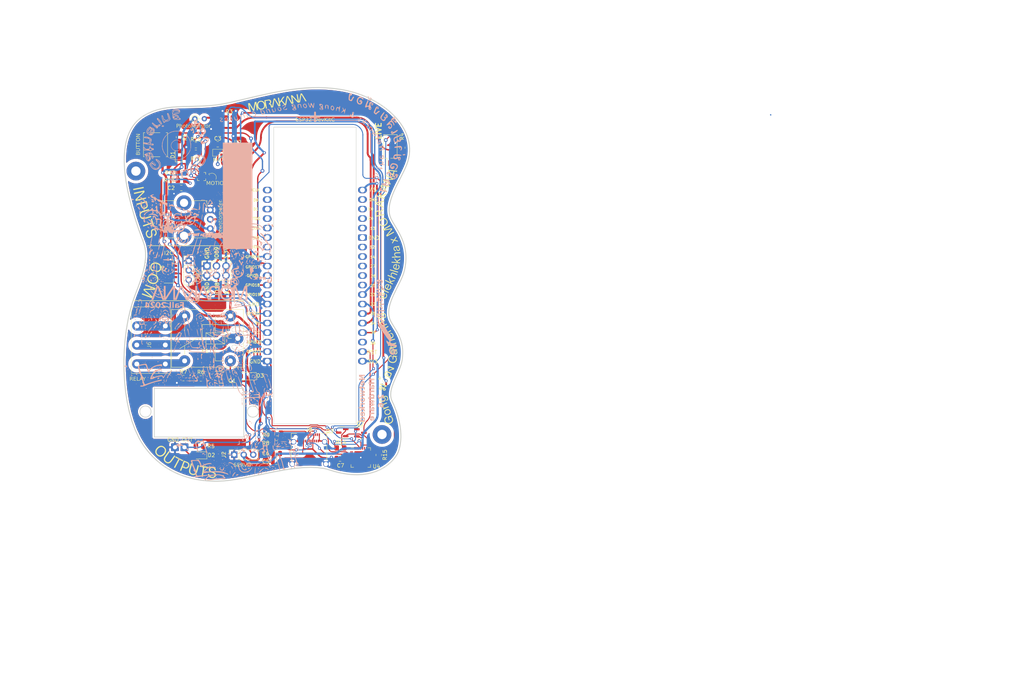
<source format=kicad_pcb>
(kicad_pcb (version 20240108) (generator "pcbnew") (generator_version "8.0")
  (layers (0 "F.Cu" signal) (31 "B.Cu" signal) (34 "B.Paste" user) (35 "F.Paste" user) (36 "B.SilkS" user "B.Silkscreen") (37 "F.SilkS" user "F.Silkscreen") (38 "B.Mask" user) (39 "F.Mask" user) (44 "Edge.Cuts" user))
  (net 0 "")
  (net 1 "Net-(D1-A)")
  (net 2 "GND")
  (net 3 "Net-(D2-K)")
  (net 4 "+3V3")
  (net 5 "Net-(D2-A)")
  (net 6 "Net-(J2-Pin_3)")
  (net 7 "5V")
  (net 8 "Net-(U4-VDD)")
  (net 9 "SCL")
  (net 10 "Net-(Q1-B)")
  (net 11 "Net-(U1-VDET_1{slash}GPIO34{slash}ADC1_CH6)")
  (net 12 "SDA")
  (net 13 "relay_control")
  (net 14 "Net-(U1-VDET_2{slash}GPIO35{slash}ADC1_CH7)")
  (net 15 "RX")
  (net 16 "push")
  (net 17 "performance")
  (net 23 "Net-(MIC1-VCC)")
  (net 28 "TX")
  (net 34 "Net-(J8-CC1)")
  (net 36 "io09")
  (net 38 "Net-(D3-A)")
  (net 39 "io18")
  (net 41 "Net-(J6-NC-Pad1)")
  (net 42 "Net-(J6-C-Pad2)")
  (net 43 "Net-(J6-NO-Pad3)")
  (net 44 "Net-(U3-C1)")
  (net 45 "Net-(U3-CS_XL)")
  (net 46 "Net-(U3-CS_MAG)")
  (net 47 "mic")
  (net 52 "Net-(U4-D+)")
  (net 53 "Net-(U4-D-)")
  (net 55 "Net-(J8-CC2)")
  (net 57 "Net-(Q2-B)")
  (net 58 "Net-(Q2-E)")
  (net 59 "EN")
  (net 60 "Net-(Q3-B)")
  (net 61 "Net-(Q3-E)")
  (net 62 "boot")
  (footprint "Espressif:ESP32-Dev_Batt_18650" (layer "F.Cu") (at 108.484436 107.739565 180)
    (property "Reference" "U1" (hide yes))
    (property "Value" "ESP32-DevKitC")
    (fp_rect (start 1.7 -16.762) (end 23.7 62.524) (stroke (width 0.12)) (fill none) (layer "Edge.Cuts"))
  )
  (footprint "Package_DFN_QFN:QFN-28-1EP_5x5mm_P0.5mm_EP3.35x3.35mm" (layer "F.Cu") (at 108.025 133.475)
    (property "Reference" "U4")
    (property "Value" "CP2102N-Axx-xQFN28" (hide yes))
  )
  (footprint "Connector_JST:JST_SH_SM04B-SRSS-TB_1x04-1MP_P1.00mm_Horizontal" (layer "F.Cu") (at 56.235136 83.782365 -90)
    (property "Reference" "J5")
    (property "Value" "I2C" (hide yes))
  )
  (footprint "Resistor_SMD:R_0805_2012Metric_Pad1.20x1.40mm_HandSolder" (layer "F.Cu") (at 85.725 126.95)
    (property "Reference" "R9")
    (property "Value" "5.1K")
  )
  (footprint "Connector_Wire:SolderWire-0.5sqmm_1x01_D0.9mm_OD2.1mm" (layer "F.Cu") (at 58.42 130.746965)
    (property "Reference" "J7" (hide yes))
    (property "Value" "GND")
  )
  (footprint "Package_LGA:LGA-12_2x2mm_P0.5mm" (layer "F.Cu") (at 65.532 58.42)
    (property "Reference" "U3" (hide yes))
    (property "Value" "LSM303C" (hide yes))
  )
  (footprint "Resistor_SMD:R_0805_2012Metric_Pad1.20x1.40mm_HandSolder" (layer "F.Cu") (at 85.55 129.7)
    (property "Reference" "R8")
    (property "Value" "5.1K")
  )
  (footprint "Capacitor_SMD:C_0805_2012Metric" (layer "F.Cu") (at 60.132 61.468 180)
    (property "Reference" "C2")
    (property "Value" "220nF" (hide yes))
  )
  (footprint "Resistor_THT:R_Axial_DIN0204_L3.6mm_D1.6mm_P2.54mm_Vertical" (layer "F.Cu") (at 63.732736 42.986365)
    (property "Reference" "R2" (hide yes))
    (property "Value" "Photoresistor")
  )
  (footprint "Button_Switch_SMD:SW_DIP_SPSTx01_Slide_Omron_A6S-110x_W8.9mm_P2.54mm" (layer "F.Cu") (at 115.925136 50.381365 90)
    (property "Reference" "SW2" (hide yes))
    (property "Value" "SW_DIP_x01" (hide yes))
  )
  (footprint "Resistor_SMD:R_0805_2012Metric_Pad1.20x1.40mm_HandSolder" (layer "F.Cu") (at 65.328336 112.357365)
    (property "Reference" "R6")
    (property "Value" "1K")
  )
  (footprint "Resistor_SMD:R_0805_2012Metric_Pad1.20x1.40mm_HandSolder" (layer "F.Cu") (at 65.023536 130.467565)
    (property "Reference" "R5")
    (property "Value" "220" (hide yes))
  )
  (footprint "Package_TO_SOT_SMD:SOT-23" (layer "F.Cu") (at 103.075 126.825 180)
    (property "Reference" "Q3")
    (property "Value" "BC817")
  )
  (footprint "Resistor_SMD:R_0805_2012Metric_Pad1.20x1.40mm_HandSolder" (layer "F.Cu") (at 60.198 59.436 180)
    (property "Reference" "R13")
    (property "Value" "2.7K" (hide yes))
  )
  (footprint "Button_Switch_SMD:SW_Push_1P1T_NO_CK_KSC7xxJ" (layer "F.Cu") (at 53.237936 49.924165 -90)
    (property "Reference" "SW1" (hide yes))
    (property "Value" "SW_DIP_x01")
  )
  (footprint "Connector_Wire:SolderWire-0.5sqmm_1x01_D0.9mm_OD2.1mm" (layer "F.Cu") (at 60.96 130.746965)
    (property "Reference" "J4" (hide yes))
    (property "Value" "OUT0" (hide yes))
  )
  (footprint "LED_SMD:LED_0805_2012Metric_Pad1.15x1.40mm_HandSolder" (layer "F.Cu") (at 65.099736 132.905965 180)
    (property "Reference" "D2")
    (property "Value" "LED")
  )
  (footprint "Potentiometer_THT:Potentiometer_Bourns_PTV09A-1_Single_Vertical" (layer "F.Cu") (at 67.847736 67.337765 180)
    (property "Reference" "RV5K1" (hide yes))
    (property "Value" "Potentiometer")
  )
  (footprint "Resistor_SMD:R_0805_2012Metric_Pad1.20x1.40mm_HandSolder" (layer "F.Cu") (at 119.100136 50.720965 90)
    (property "Reference" "R4")
    (property "Value" "1M")
  )
  (footprint "Connector_USB:USB_C_Receptacle_Amphenol_12401610E4-2A_CircularHoles" (layer "F.Cu") (at 94.225 132.395)
    (property "Reference" "J8")
    (property "Value" "USB_C_Receptacle_USB2.0" (hide yes))
  )
  (footprint "Capacitor_SMD:C_0805_2012Metric" (layer "F.Cu") (at 102.5 133.75)
    (property "Reference" "C7")
    (property "Value" "100nF")
  )
  (footprint "Resistor_SMD:R_0805_2012Metric_Pad1.20x1.40mm_HandSolder" (layer "F.Cu") (at 60.705536 112.255765)
    (property "Reference" "R7")
    (property "Value" "10K")
  )
  (footprint "Capacitor_SMD:C_0805_2012Metric" (layer "F.Cu") (at 85.5 134.625)
    (property "Reference" "C5")
    (property "Value" "1uF")
  )
  (footprint "Diode_SMD:D_SOD-123" (layer "F.Cu") (at 77.774336 111.747765 180)
    (property "Reference" "D3")
    (property "Value" "1N4148W" (hide yes))
  )
  (footprint "Connector_PinHeader_2.54mm:PinHeader_1x03_P2.54mm_Vertical" (layer "F.Cu") (at 62.102536 80.937565)
    (property "Reference" "J3" (hide yes))
    (property "Value" "TXRX")
  )
  (footprint "Capacitor_SMD:C_0805_2012Metric" (layer "F.Cu") (at 73.66 56.896 180)
    (property "Reference" "C1")
    (property "Value" "10uF" (hide yes))
  )
  (footprint "Resistor_SMD:R_0805_2012Metric_Pad1.20x1.40mm_HandSolder" (layer "F.Cu") (at 59.486336 47.917565 -90)
    (property "Reference" "R1")
    (property "Value" "R220")
  )
  (footprint "Package_TO_SOT_SMD:SOT-23" (layer "F.Cu") (at 107.925 126.875)
    (property "Reference" "Q2")
    (property "Value" "BC817")
  )
  (footprint "Resistor_SMD:R_0805_2012Metric_Pad1.20x1.40mm_HandSolder" (layer "F.Cu") (at 102.6 130.925)
    (property "Reference" "R14")
    (property "Value" "10K")
  )
  (footprint "MountingHole:MountingHole_2.5mm_Pad_TopBottom" (layer "F.Cu") (at 48.002736 56.966365)
    (property "Reference" "H4" (hide yes))
    (property "Value" "MountingHole" (hide yes))
  )
  (footprint "Resistor_SMD:R_0805_2012Metric_Pad1.20x1.40mm_HandSolder" (layer "F.Cu") (at 64.008 52.07 180)
    (property "Reference" "R11")
    (property "Value" "10K" (hide yes))
  )
  (footprint "Graphics:MORAKANA_20mm_White" (layer "F.Cu") (at 85.747446 38.550683 10.5)
    (property "Reference" "G***" (hide yes))
    (property "Value" "LOGO" (hide yes))
  )
  (footprint "Resistor_SMD:R_0805_2012Metric_Pad1.20x1.40mm_HandSolder" (layer "F.Cu") (at 60.198 57.404 180)
    (property "Reference" "R12")
    (property "Value" "2.7K" (hide yes))
  )
  (footprint "Connector_PinSocket_2.54mm:PinSocket_2x03_P2.54mm_Vertical" (layer "F.Cu") (at 66.971236 82.314565 90)
    (property "Reference" "J1" (hide yes))
    (property "Value" "hookup" (hide yes))
  )
  (footprint "Resistor_SMD:R_0805_2012Metric_Pad1.20x1.40mm_HandSolder" (layer "F.Cu") (at 64.008 50.038 180)
    (property "Reference" "R10")
    (property "Value" "10K" (hide yes))
  )
  (footprint "Capacitor_SMD:C_0805_2012Metric" (layer "F.Cu") (at 73.726 54.864 180)
    (property "Reference" "C4")
    (property "Value" "10uF" (hide yes))
  )
  (footprint "Capacitor_SMD:C_0805_2012Metric" (layer "F.Cu") (at 85.525 132.425)
    (property "Reference" "C6")
    (property "Value" "100nF")
  )
  (footprint "Resistor_SMD:R_0805_2012Metric_Pad1.20x1.40mm_HandSolder" (layer "F.Cu") (at 72.897536 42.761365)
    (property "Reference" "R3")
    (property "Value" "10K")
  )
  (footprint "MountingHole:MountingHole_2.5mm_Pad_TopBottom" (layer "F.Cu") (at 113.7 127.325)
    (property "Reference" "H1" (hide yes))
    (property "Value" "MountingHole" (hide yes))
  )
  (footprint "Relay_THT:Relay_SPDT_Finder_36.11" (layer "F.Cu") (at 75.206036 101.663965 180)
    (property "Reference" "K1")
    (property "Value" "FINDER-36.11" (hide yes))
    (fp_arc (start 1.27 -2.793999) (mid 1.523999 -2.032) (end 0.762001 -1.778001) (stroke (width 0.1)) (layer "Edge.Cuts"))
    (fp_arc (start 1.267939 2.794934) (mid -3.06909 -0.001132) (end 1.27 -2.793998) (stroke (width 0.1)) (layer "Edge.Cuts"))
    (fp_arc (start 0.762 1.778001) (mid 1.524504 2.033012) (end 1.267975 2.795006) (stroke (width 0.1)) (layer "Edge.Cuts"))
    (fp_arc (start 0.762 1.778001) (mid -1.934406 -0.000001) (end 0.762001 -1.778) (stroke (width 0.1)) (layer "Edge.Cuts"))
  )
  (footprint "Audio_Module:S15OT421" (layer "F.Cu") (at 69.85 52.07 -90)
    (property "Reference" "MIC")
    (property "Value" "S15OT421" (hide yes))
  )
  (footprint "LED_SMD:LED_0805_2012Metric_Pad1.15x1.40mm_HandSolder" (layer "F.Cu") (at 59.462736 52.638865 90)
    (property "Reference" "D1")
    (property "Value" "LED" (hide yes))
  )
  (footprint "spring_terminal:spring_terminal" (layer "F.Cu") (at 52.044136 103.416565 90)
    (property "Reference" "J6")
    (property "Value" "C475135")
  )
  (footprint "Resistor_SMD:R_0805_2012Metric_Pad1.20x1.40mm_HandSolder" (layer "F.Cu") (at 112.825 132.8 -90)
    (property "Reference" "R15")
    (property "Value" "10K")
  )
  (footprint "Package_TO_SOT_SMD:SOT-23" (layer "F.Cu") (at 70.789336 112.077965)
    (property "Reference" "Q1")
    (property "Value" "MMBT3904" (hide yes))
  )
  (footprint "Package_TO_SOT_SMD:SOT-23-5" (layer "F.Cu") (at 74.422 51.816 180)
    (property "Reference" "U2")
    (property "Value" "MIC5225-3.3YM5" (hide yes))
  )
  (footprint "Capacitor_SMD:C_0805_2012Metric" (layer "F.Cu") (at 69.85 49.784 180)
    (property "Reference" "C3")
    (property "Value" "0.1uF" (hide yes))
  )
  (footprint "Connector_PinSocket_2.54mm:PinSocket_1x03_P2.54mm_Vertical" (layer "F.Cu") (at 74.243736 132.728165 90)
    (property "Reference" "J2")
    (property "Value" "SERVO")
  )
  (footprint "LOGO" (layer "B.Cu") (at 82 86 180)
    (property "Reference" "G***")
    (property "Value" "LOGO" (hide yes))
  )
  (gr_rect (start 217.3732 41.8846) (end 217.5256 42.0116) (stroke (width 0.2)) (fill none) (layer "B.Cu"))
  (gr_poly (pts (xy 72.158637 87.534874) (xy 72.103918 87.536782) (xy 72.050066 87.539963) (xy 71.997081 87.544418) (xy 71.944963 87.550149) (xy 71.893712 87.557155) (xy 71.843327 87.565439) (xy 71.793809 87.575) (xy 71.745158 87.585841) (xy 71.697373 87.597961) (xy 71.650454 87.611363) (xy 71.604403 87.626046) (xy 71.559217 87.642013) (xy 71.514898 87.659263) (xy 71.471445 87.677798) (xy 71.428859 87.697618) (xy 71.387141 87.718504) (xy 71.346281 87.740245) (xy 71.306282 87.762842) (xy 71.267143 87.786297) (xy 71.228865 87.810613) (xy 71.191448 87.835789) (xy 71.154893 87.861829) (xy 71.119201 87.888733) (xy 71.084371 87.916504) (xy 71.050405 87.945143) (xy 71.017303 87.974651) (xy 70.985065 88.00503) (xy 70.953692 88.036282) (xy 70.923184 88.068409) (xy 70.893542 88.101412) (xy 70.864767 88.135292) (xy 70.83692 88.169829) (xy 70.809954 88.205008) (xy 70.783868 88.24083) (xy 70.758662 88.277294) (xy 70.734337 88.314401) (xy 70.710892 88.352151) (xy 70.688328 88.390543) (xy 70.666644 88.429578) (xy 70.64584 88.469256) (xy 70.625917 88.509576) (xy 70.606873 88.55054) (xy 70.58871 88.592146) (xy 70.571427 88.634395) (xy 70.555024 88.677287) (xy 70.539501 88.720822) (xy 70.524858 88.765) (xy 70.50862 88.818284) (xy 70.493659 88.871891) (xy 70.479968 88.925819) (xy 70.467539 88.980067) (xy 70.456366 89.034632) (xy 70.446443 89.089513) (xy 70.437764 89.144707) (xy 70.430322 89.200214) (xy 70.430322 87.623668) (xy 68.69537 87.623668) (xy 68.629089 87.624702) (xy 68.564639 87.627803) (xy 68.50202 87.632969) (xy 68.441231 87.640198) (xy 68.382273 87.649489) (xy 68.325146 87.66084) (xy 68.26985 87.674249) (xy 68.216384 87.689714) (xy 68.16475 87.707234) (xy 68.114946 87.726806) (xy 68.066974 87.748429) (xy 68.020832 87.772101) (xy 67.976522 87.797821) (xy 67.934042 87.825586) (xy 67.893394 87.855395) (xy 67.854577 87.887246) (xy 67.817911 87.920981) (xy 67.783608 87.956228) (xy 67.751667 87.992989) (xy 67.72209 88.031265) (xy 67.694876 88.071057) (xy 67.670027 88.112368) (xy 67.647542 88.1552) (xy 67.627422 88.199553) (xy 67.609668 88.24543) (xy 67.594279 88.292832) (xy 67.581257 88.341761) (xy 67.570601 88.392219) (xy 67.562313 88.444208) (xy 67.556392 88.497728) (xy 67.552839 88.552783) (xy 67.551655 88.609373) (xy 67.552263 88.651867) (xy 67.554085 88.693705) (xy 67.557123 88.734886) (xy 67.561375 88.77541) (xy 67.566841 88.815277) (xy 67.57352 88.854488) (xy 67.581413 88.893041) (xy 67.590519 88.930937) (xy 67.600837 88.968177) (xy 67.612368 89.004759) (xy 67.625111 89.040684) (xy 67.639065 89.075953) (xy 67.654231 89.110564) (xy 67.670607 89.144517) (xy 67.688194 89.177814) (xy 67.706991 89.210453) (xy 67.727174 89.242025) (xy 67.748817 89.272337) (xy 67.771922 89.301388) (xy 67.796487 89.329175) (xy 67.822513 89.355697) (xy 67.85 89.380953) (xy 67.878947 89.404939) (xy 67.909356 89.427656) (xy 67.941225 89.449101) (xy 67.974554 89.469272) (xy 68.009345 89.488169) (xy 68.045595 89.505788) (xy 68.083306 89.522128) (xy 68.122478 89.537188) (xy 68.16311 89.550966) (xy 68.205203 89.56346) (xy 68.205203 89.574202) (xy 68.182758 89.575715) (xy 68.156893 89.579308) (xy 68.123213 89.586306) (xy 68.083179 89.597841) (xy 68.038251 89.61505) (xy 67.98989 89.639067) (xy 67.964878 89.653983) (xy 67.939555 89.671027) (xy 67.914104 89.69034) (xy 67.888707 89.712064) (xy 67.863547 89.736341) (xy 67.838807 89.763312) (xy 67.814669 89.793121) (xy 67.791315 89.825908) (xy 67.768928 89.861815) (xy 67.747691 89.900984) (xy 67.727786 89.943558) (xy 67.709396 89.989677) (xy 67.692702 90.039484) (xy 67.677889 90.09312) (xy 67.665138 90.150727) (xy 67.654632 90.212448) (xy 67.646554 90.278424) (xy 67.641085 90.348796) (xy 67.633722 90.470982) (xy 67.62603 90.582074) (xy 67.617936 90.682759) (xy 67.609368 90.773724) (xy 67.600251 90.855658) (xy 67.590513 90.929248) (xy 67.580081 90.995183) (xy 67.568881 91.054149) (xy 66.233343 87.623667) (xy 65.679968 87.623667) (xy 64.339404 91.05444) (xy 64.339404 87.623668) (xy 63.838812 87.623668) (xy 63.838812 89.492473) (xy 61.980961 87.623668) (xy 61.366307 87.623668) (xy 62.782992 89.047496) (xy 61.642425 90.945749) (xy 60.34909 87.623694) (xy 59.795715 87.623694) (xy 58.454939 91.055022) (xy 58.454939 87.623694) (xy 57.922412 87.623694) (xy 55.940869 90.67561) (xy 55.930416 90.67561) (xy 55.930416 87.623694) (xy 55.456071 87.623694) (xy 55.456071 91.069468) (xy 54.114555 87.623694) (xy 53.561152 87.623694) (xy 52.090611 91.386968) (xy 52.643989 91.386968) (xy 53.840489 88.076898) (xy 53.850965 88.076898) (xy 55.06829 91.386968) (xy 56.004043 91.386968) (xy 57.970082 88.367305) (xy 57.980534 88.367305) (xy 57.980534 91.386994) (xy 58.87853 91.386994) (xy 60.075056 88.076925) (xy 60.085481 88.076925) (xy 61.302854 91.386994) (xy 61.943969 91.386994) (xy 63.124804 89.391031) (xy 63.838809 90.108634) (xy 63.838809 91.386968) (xy 64.76284 91.386968) (xy 65.959338 88.076898) (xy 65.969763 88.076898) (xy 67.187136 91.386968) (xy 67.978611 91.386968) (xy 67.995267 91.359596) (xy 68.009681 91.332451) (xy 68.022048 91.30511) (xy 68.032558 91.277148) (xy 68.041404 91.248141) (xy 68.048779 91.217665) (xy 68.054874 91.185296) (xy 68.059882 91.15061) (xy 68.063994 91.113182) (xy 68.067404 91.072588) (xy 68.072883 90.980206) (xy 68.083863 90.738792) (xy 68.091052 90.620037) (xy 68.10082 90.509443) (xy 68.113585 90.40694) (xy 68.129763 90.312459) (xy 68.139262 90.268206) (xy 68.149771 90.225932) (xy 68.161342 90.18563) (xy 68.174027 90.147291) (xy 68.187878 90.110905) (xy 68.202947 90.076465) (xy 68.219286 90.043962) (xy 68.236948 90.013387) (xy 68.255984 89.984732) (xy 68.276446 89.957987) (xy 68.298387 89.933146) (xy 68.321859 89.910198) (xy 68.346913 89.889135) (xy 68.373603 89.869949) (xy 68.401979 89.852631) (xy 68.432095 89.837172) (xy 68.464002 89.823565) (xy 68.497752 89.811799) (xy 68.533398 89.801868) (xy 68.570991 89.793761) (xy 68.610584 89.787471) (xy 68.652229 89.782988) (xy 68.695977 89.780305) (xy 68.741882 89.779413) (xy 68.741882 89.343512) (xy 68.722837 89.342094) (xy 68.703623 89.340969) (xy 68.66505 89.338964) (xy 68.645869 89.337768) (xy 68.626878 89.33623) (xy 68.608167 89.334194) (xy 68.589825 89.3315) (xy 68.570241 89.328057) (xy 68.550957 89.324211) (xy 68.531976 89.319962) (xy 68.513298 89.315312) (xy 68.494923 89.310263) (xy 68.476854 89.304817) (xy 68.45909 89.298976) (xy 68.441632 89.292742) (xy 68.424482 89.286115) (xy 68.407641 89.279099) (xy 68.391109 89.271696) (xy 68.374888 89.263906) (xy 68.358977 89.255731) (xy 68.343379 89.247174) (xy 68.328094 89.238237) (xy 68.313124 89.228921) (xy 68.298495 89.219104) (xy 68.284237 89.208882) (xy 68.27035 89.198255) (xy 68.256832 89.187223) (xy 68.243685 89.175786) (xy 68.230908 89.163943) (xy 68.218501 89.151695) (xy 68.206464 89.139042) (xy 68.194797 89.125983) (xy 68.183501 89.112518) (xy 68.172575 89.098648) (xy 68.162019 89.084371) (xy 68.151833 89.069689) (xy 68.142018 89.054601) (xy 68.132573 89.039107) (xy 68.123498 89.023207) (xy 68.114889 89.006798) (xy 68.106831 88.989776) (xy 68.099326 88.972146) (xy 68.092373 88.95391) (xy 68.085974 88.93507) (xy 68.080129 88.915628) (xy 68.074838 88.895588) (xy 68.070101 88.874951) (xy 68.065921 88.853721) (xy 68.062295 88.831899) (xy 68.059227 88.809489) (xy 68.056715 88.786492) (xy 68.05476 88.762912) (xy 68.053364 88.738751) (xy 68.052525 88.714011) (xy 68.052246 88.688695) (xy 68.052864 88.653445) (xy 68.054718 88.619033) (xy 68.057808 88.585458) (xy 68.062133 88.55272) (xy 68.067694 88.520817) (xy 68.074489 88.489748) (xy 68.082518 88.459513) (xy 68.091781 88.430111) (xy 68.102277 88.401539) (xy 68.114006 88.373799) (xy 68.126968 88.346888) (xy 68.141162 88.320806) (xy 68.156588 88.295552) (xy 68.173246 88.271125) (xy 68.191134 88.247524) (xy 68.210253 88.224748) (xy 68.230809 88.20308) (xy 68.252886 88.182798) (xy 68.276485 88.163902) (xy 68.301606 88.146394) (xy 68.328248 88.130277) (xy 68.35641 88.115551) (xy 68.386093 88.102219) (xy 68.417297 88.090283) (xy 68.45002 88.079744) (xy 68.484263 88.070605) (xy 68.520025 88.062866) (xy 68.557306 88.056531) (xy 68.596106 88.0516) (xy 68.636424 88.048076) (xy 68.67826 88.04596) (xy 68.721614 88.045254) (xy 69.929728 88.045254) (xy 69.929728 91.386942) (xy 70.43032 91.386942) (xy 70.43032 89.810977) (xy 70.437763 89.86646) (xy 70.446442 89.921621) (xy 70.456365 89.976457) (xy 70.467537 90.030965) (xy 70.479966 90.08514) (xy 70.493658 90.13898) (xy 70.508619 90.192479) (xy 70.524856 90.245635) (xy 70.539499 90.289809) (xy 70.555022 90.333343) (xy 70.571425 90.376236) (xy 70.588709 90.418491) (xy 70.606872 90.460107) (xy 70.625915 90.501085) (xy 70.645839 90.541426) (xy 70.666643 90.58113) (xy 70.688327 90.620198) (xy 70.710891 90.658631) (xy 70.734336 90.69643) (xy 70.758661 90.733594) (xy 70.783867 90.770125) (xy 70.809953 90.806024) (xy 70.836919 90.84129) (xy 70.864766 90.875926) (xy 70.893542 90.909701) (xy 70.923183 90.942596) (xy 70.953691 90.97461) (xy 70.985064 91.005743) (xy 71.017302 91.035996) (xy 71.050404 91.065369) (xy 71.08437 91.093861) (xy 71.1192 91.121472) (xy 71.154892 91.148203) (xy 71.191447 91.174053) (xy 71.228864 91.199022) (xy 71.267142 91.223111) (xy 71.306281 91.24632) (xy 71.346281 91.268648) (xy 71.38714 91.290095) (xy 71.428858 91.310662) (xy 71.471445 91.330148) (xy 71.514897 91.348365) (xy 71.559216 91.365314) (xy 71.604402 91.380997) (xy 71.650453 91.395415) (xy 71.697372 91.408571) (xy 71.745157 91.420465) (xy 71.793808 91.431101) (xy 71.843326 91.440478) (xy 71.893711 91.4486) (xy 71.944963 91.455468) (xy 71.997081 91.461083) (xy 72.050066 91.465447) (xy 72.103917 91.468563) (xy 72.158636 91.47043) (xy 72.214221 91.471053) (xy 72.269802 91.470431) (xy 72.324517 91.468564) (xy 72.378365 91.46545) (xy 72.431347 91.461087) (xy 72.483462 91.455473) (xy 72.534712 91.448607) (xy 72.585095 91.440487) (xy 72.634611 91.431111) (xy 72.683261 91.420476) (xy 72.731046 91.408582) (xy 72.777963 91.395427) (xy 72.824015 91.381008) (xy 72.8692 91.365324) (xy 72.913519 91.348373) (xy 72.956971 91.330153) (xy 72.999558 91.310662) (xy 73.041273 91.290095) (xy 73.082123 91.268647) (xy 73.122108 91.246318) (xy 73.161228 91.223108) (xy 73.199484 91.199017) (xy 73.236877 91.174046) (xy 73.273405 91.148194) (xy 73.30907 91.121462) (xy 73.343873 91.093849) (xy 73.377813 91.065357) (xy 73.41089 91.035984) (xy 73.443106 91.005732) (xy 73.47446 90.9746) (xy 73.504953 90.942588) (xy 73.534586 90.909696) (xy 73.563358 90.875926) (xy 73.591256 90.841291) (xy 73.618267 90.806025) (xy 73.64439 90.770127) (xy 73.669626 90.733598) (xy 73.693975 90.696435) (xy 73.717436 90.658638) (xy 73.74001 90.620207) (xy 73.761696 90.58114) (xy 73.782495 90.541437) (xy 73.802407 90.501096) (xy 73.821431 90.460118) (xy 73.839568 90.418502) (xy 73.856818 90.376246) (xy 73.87318 90.33335) (xy 73.888655 90.289813) (xy 73.903242 90.245635) (xy 73.920125 90.190553) (xy 73.935632 90.135104) (xy 73.949769 90.079292) (xy 73.962538 90.02312) (xy 73.973945 89.966591) (xy 73.983992 89.909707) (xy 73.992685 89.852473) (xy 74.000026 89.794891) (xy 74.000026 91.386968) (xy 74.474398 91.386968) (xy 74.474398 89.505649) (xy 73.515946 89.505649) (xy 73.514799 89.576646) (xy 73.511353 89.647413) (xy 73.505602 89.717942) (xy 73.497538 89.788227) (xy 73.487155 89.85826) (xy 73.474445 89.928034) (xy 73.459403 89.997542) (xy 73.442021 90.066777) (xy 73.432518 90.101115) (xy 73.422344 90.135032) (xy 73.411502 90.168527) (xy 73.399993 90.201597) (xy 73.387817 90.23424) (xy 73.374977 90.266456) (xy 73.361475 90.298243) (xy 73.34731 90.329597) (xy 73.332486 90.360519) (xy 73.317003 90.391006) (xy 73.300862 90.421056) (xy 73.284066 90.450668) (xy 73.266616 90.479839) (xy 73.248512 90.508569) (xy 73.229757 90.536855) (xy 73.210353 90.564696) (xy 73.190217 90.59208) (xy 73.169389 90.618779) (xy 73.147867 90.644793) (xy 73.12565 90.670122) (xy 73.102738 90.694766) (xy 73.07913 90.718725) (xy 73.054824 90.741999) (xy 73.02982 90.764589) (xy 73.004118 90.786494) (xy 72.977716 90.807714) (xy 72.950613 90.82825) (xy 72.922809 90.848102) (xy 72.894302 90.867269) (xy 72.865093 90.885753) (xy 72.835179 90.903552) (xy 72.80456 90.920667) (xy 72.773219 90.93692) (xy 72.741136 90.952123) (xy 72.708313 90.966277) (xy 72.674748 90.979381) (xy 72.640443 90.991436) (xy 72.605398 91.002442) (xy 72.569612 91.012399) (xy 72.533085 91.021308) (xy 72.495818 91.029167) (xy 72.45781 91.035979) (xy 72.419062 91.041742) (xy 72.379574 91.046456) (xy 72.339346 91.050123) (xy 72.298378 91.052742) (xy 72.25667 91.054313) (xy 72.214222 91.054837) (xy 72.17177 91.054313) (xy 72.130058 91.052742) (xy 72.089086 91.050123) (xy 72.048855 91.046456) (xy 72.009364 91.041742) (xy 71.970615 91.035978) (xy 71.932605 91.029167) (xy 71.895337 91.021307) (xy 71.858809 91.012399) (xy 71.823022 91.002442) (xy 71.787976 90.991436) (xy 71.75367 90.979381) (xy 71.720106 90.966276) (xy 71.687282 90.952123) (xy 71.655199 90.93692) (xy 71.623857 90.920667) (xy 71.593236 90.903552) (xy 71.563313 90.885753) (xy 71.534091 90.86727) (xy 71.505569 90.848102) (xy 71.477747 90.828251) (xy 71.450627 90.807715) (xy 71.424208 90.786494) (xy 71.398492 90.764589) (xy 71.373478 90.741999) (xy 71.349167 90.718725) (xy 71.32556 90.694766) (xy 71.302657 90.670122) (xy 71.280458 90.644793) (xy 71.258964 90.618779) (xy 71.238175 90.59208) (xy 71.218093 90.564696) (xy 71.19863 90.536855) (xy 71.179832 90.508569) (xy 71.161697 90.479839) (xy 71.144224 90.450668) (xy 71.127415 90.421056) (xy 71.111267 90.391006) (xy 71.095781 90.360519) (xy 71.080956 90.329597) (xy 71.066791 90.298243) (xy 71.053287 90.266456) (xy 71.040443 90.23424) (xy 71.028258 90.201597) (xy 71.016733 90.168527) (xy 71.005866 90.135032) (xy 70.995657 90.101115) (xy 70.986106 90.066777) (xy 70.968807 89.997542) (xy 70.953805 89.928034) (xy 70.941101 89.85826) (xy 70.930699 89.788227) (xy 70.922602 89.717942) (xy 70.916815 89.647413) (xy 70.91334 89.576646) (xy 70.912181 89.505649) (xy 70.91334 89.434483) (xy 70.916815 89.36363) (xy 70.922602 89.293069) (xy 70.930699 89.22278) (xy 70.941101 89.152742) (xy 70.953805 89.082936) (xy 70.968807 89.013342) (xy 70.986106 88.943939) (xy 70.995657 88.909607) (xy 71.005866 88.875707) (xy 71.016733 88.842239) (xy 71.028259 88.809201) (xy 71.040443 88.776592) (xy 71.053287 88.744413) (xy 71.066792 88.712661) (xy 71.080956 88.681336) (xy 71.095781 88.650438) (xy 71.111267 88.619965) (xy 71.127415 88.589917) (xy 71.144225 88.560293) (xy 71.161697 88.531092) (xy 71.179832 88.502313) (xy 71.19863 88.473956) (xy 71.218093 88.446019) (xy 71.238175 88.418737) (xy 71.258964 88.392126) (xy 71.280458 88.366186) (xy 71.302657 88.340917) (xy 71.32556 88.316319) (xy 71.349167 88.292391) (xy 71.373478 88.269135) (xy 71.398492 88.24655) (xy 71.424208 88.224635) (xy 71.450627 88.203392) (xy 71.477747 88.18282) (xy 71.505569 88.162918) (xy 71.534091 88.143688) (xy 71.563313 88.125128) (xy 71.593236 88.10724) (xy 71.623857 88.090022) (xy 71.655199 88.073774) (xy 71.687282 88.058574) (xy 71.720105 88.044422) (xy 71.75367 88.031319) (xy 71.787975 88.019265) (xy 71.823022 88.008258) (xy 71.858809 87.998301) (xy 71.895336 87.989391) (xy 71.932605 87.98153) (xy 71.970614 87.974717) (xy 72.009364 87.968953) (xy 72.048855 87.964236) (xy 72.089086 87.960568) (xy 72.130057 87.957948) (xy 72.17177 87.956376) (xy 72.214222 87.955852) (xy 72.25667 87.956376) (xy 72.298378 87.957948) (xy 72.339346 87.960568) (xy 72.379574 87.964236) (xy 72.419062 87.968953) (xy 72.45781 87.974717) (xy 72.495818 87.98153) (xy 72.533085 87.989391) (xy 72.569612 87.998301) (xy 72.605398 88.008258) (xy 72.640443 88.019265) (xy 72.674748 88.031319) (xy 72.708313 88.044422) (xy 72.741136 88.058574) (xy 72.773219 88.073774) (xy 72.80456 88.090022) (xy 72.835179 88.10724) (xy 72.865093 88.125128) (xy 72.894302 88.143688) (xy 72.922809 88.162918) (xy 72.950613 88.18282) (xy 72.977716 88.203392) (xy 73.004118 88.224635) (xy 73.02982 88.24655) (xy 73.054824 88.269135) (xy 73.07913 88.292391) (xy 73.102738 88.316319) (xy 73.12565 88.340917) (xy 73.147867 88.366186) (xy 73.169389 88.392126) (xy 73.190217 88.418737) (xy 73.210353 88.446019) (xy 73.229758 88.473956) (xy 73.248513 88.502313) (xy 73.266616 88.531092) (xy 73.284067 88.560293) (xy 73.300863 88.589917) (xy 73.317004 88.619965) (xy 73.332487 88.650438) (xy 73.347311 88.681336) (xy 73.361475 88.712661) (xy 73.374978 88.744413) (xy 73.387818 88.776592) (xy 73.399993 88.809201) (xy 73.411503 88.842239) (xy 73.422345 88.875707) (xy 73.432518 88.909607) (xy 73.442021 88.943939) (xy 73.459403 89.013342) (xy 73.474445 89.082936) (xy 73.487155 89.152742) (xy 73.497538 89.22278) (xy 73.505602 89.293069) (xy 73.511353 89.36363) (xy 73.514799 89.434483) (xy 73.515946 89.505649) (xy 74.474398 89.505649) (xy 74.474398 88.256365) (xy 74.48514 88.256365) (xy 75.660446 91.386968) (xy 76.087404 91.386968) (xy 77.262736 88.256365) (xy 77.27316 88.256365) (xy 77.27316 91.38694) (xy 77.747532 91.38694) (xy 77.747532 87.623667) (xy 77.019372 87.623667) (xy 75.876055 90.671931) (xy 74.72816 87.623667) (xy 74.000027 87.623667) (xy 74.000027 89.216326) (xy 73.992685 89.158712) (xy 73.983993 89.101441) (xy 73.973946 89.044512) (xy 73.962539 88.987925) (xy 73.94977 88.93168) (xy 73.935633 88.875778) (xy 73.920125 88.820218) (xy 73.903243 88.765) (xy 73.888655 88.720822) (xy 73.873181 88.677287) (xy 73.856818 88.634395) (xy 73.839569 88.592146) (xy 73.821432 88.550539) (xy 73.802408 88.509576) (xy 73.782496 88.469255) (xy 73.761697 88.429578) (xy 73.740011 88.390543) (xy 73.717437 88.35215) (xy 73.693976 88.314401) (xy 73.669627 88.277294) (xy 73.644391 88.240829) (xy 73.618268 88.205008) (xy 73.591257 88.169828) (xy 73.563359 88.135291) (xy 73.534587 88.101411) (xy 73.504954 88.068408) (xy 73.474461 88.036282) (xy 73.443107 88.00503) (xy 73.410891 87.97465) (xy 73.377814 87.945142) (xy 73.343874 87.916504) (xy 73.309071 87.888733) (xy 73.273406 87.861829) (xy 73.236878 87.835789) (xy 73.199485 87.810612) (xy 73.161229 87.786297) (xy 73.122109 87.762842) (xy 73.082124 87.740245) (xy 73.041274 87.718504) (xy 72.999558 87.697618) (xy 72.956972 87.677798) (xy 72.91352 87.659263) (xy 72.869201 87.642013) (xy 72.824015 87.626046) (xy 72.777964 87.611363) (xy 72.731046 87.597961) (xy 72.683262 87.585841) (xy 72.634612 87.575) (xy 72.585095 87.565439) (xy 72.534712 87.557155) (xy 72.483463 87.550149) (xy 72.431347 87.544418) (xy 72.378365 87.539963) (xy 72.324517 87.536782) (xy 72.269803 87.534874) (xy 72.214222 87.534238)) (fill solid) (layer "B.SilkS"))
  (gr_rect (start 71.275 49.42875) (end 79.025 77.72125) (stroke (width 0.15)) (fill solid) (layer "B.SilkS"))
  (gr_line (start 47.382086 91.567465) (end 76.873786 91.592865) (stroke (width 0.15)) (layer "F.SilkS"))
  (gr_poly (pts (xy 114.082407 113.292784) (xy 114.086647 113.29303) (xy 114.090864 113.29348) (xy 114.095048 113.294136) (xy 114.09919 113.294998) (xy 114.103277 113.296066) (xy 114.107301 113.297343) (xy 114.111249 113.298827) (xy 114.115606 113.300719) (xy 114.119743 113.30276) (xy 114.123668 113.304949) (xy 114.127386 113.307283) (xy 114.130904 113.30976) (xy 114.134228 113.312376) (xy 114.137364 113.315129) (xy 114.140318 113.318017) (xy 114.143097 113.321037) (xy 114.145705 113.324186) (xy 114.148151 113.327462) (xy 114.150439 113.330862) (xy 114.152576 113.334383) (xy 114.154569 113.338023) (xy 114.156423 113.34178) (xy 114.158144 113.34565) (xy 114.159681 113.349571) (xy 114.160984 113.353483) (xy 114.162054 113.357392) (xy 114.162894 113.361304) (xy 114.163507 113.365225) (xy 114.163895 113.369161) (xy 114.164061 113.373119) (xy 114.164007 113.377104) (xy 114.163736 113.381123) (xy 114.163251 113.385181) (xy 114.162554 113.389286) (xy 114.161647 113.393442) (xy 114.160534 113.397657) (xy 114.159217 113.401937) (xy 114.157698 113.406286) (xy 114.155981 113.410713) (xy 114.154322 113.414592) (xy 114.152523 113.418403) (xy 114.150583 113.422136) (xy 114.148501 113.425782) (xy 114.146275 113.429328) (xy 114.143906 113.432766) (xy 114.141392 113.436083) (xy 114.138733 113.43927) (xy 114.135927 113.442316) (xy 114.132975 113.445211) (xy 114.129875 113.447944) (xy 114.126626 113.450505) (xy 114.123228 113.452882) (xy 114.11968 113.455066) (xy 114.115981 113.457047) (xy 114.11213 113.458812) (xy 114.108209 113.460351) (xy 114.104298 113.461654) (xy 114.10039 113.462725) (xy 114.096479 113.463566) (xy 114.092558 113.464179) (xy 114.088623 113.464567) (xy 114.084665 113.464733) (xy 114.08068 113.464679) (xy 114.076662 113.464409) (xy 114.072603 113.463923) (xy 114.068499 113.463226) (xy 114.064342 113.462319) (xy 114.060128 113.461205) (xy 114.055848 113.459888) (xy 114.051498 113.458368) (xy 114.047072 113.456649) (xy 114.043194 113.454992) (xy 114.039383 113.453194) (xy 114.03565 113.451254) (xy 114.032005 113.449171) (xy 114.028459 113.446946) (xy 114.025021 113.444577) (xy 114.021704 113.442063) (xy 114.018516 113.439404) (xy 114.015469 113.436599) (xy 114.012574 113.433646) (xy 114.00984 113.430546) (xy 114.007279 113.427298) (xy 114.0049 113.4239) (xy 114.002715 113.420352) (xy 114.000734 113.416654) (xy 113.998967 113.412804) (xy 113.997442 113.408852) (xy 113.996175 113.404852) (xy 113.995159 113.400811) (xy 113.994385 113.396737) (xy 113.993846 113.392636) (xy 113.993533 113.388515) (xy 113.993439 113.384382) (xy 113.993556 113.380243) (xy 113.993876 113.376104) (xy 113.994391 113.371974) (xy 113.995093 113.367859) (xy 113.995973 113.363766) (xy 113.997026 113.359701) (xy 113.998241 113.355673) (xy 113.999612 113.351687) (xy 114.00113 113.347751) (xy 114.002989 113.343382) (xy 114.004937 113.339206) (xy 114.006979 113.335222) (xy 114.009123 113.331426) (xy 114.011375 113.327816) (xy 114.013739 113.32439) (xy 114.016224 113.321144) (xy 114.018834 113.318076) (xy 114.021576 113.315184) (xy 114.024457 113.312465) (xy 114.027481 113.309917) (xy 114.030656 113.307536) (xy 114.033987 113.305321) (xy 114.037481 113.303268) (xy 114.041144 113.301376) (xy 114.044981 113.299641) (xy 114.048949 113.298083) (xy 114.052989 113.296721) (xy 114.05709 113.295558) (xy 114.061243 113.294594) (xy 114.065436 113.293829) (xy 114.06966 113.293265) (xy 114.073903 113.292902) (xy 114.078156 113.292742)) (stroke (width -0.000001)) (fill solid) (layer "F.SilkS"))
  (gr_poly (pts (xy 60.628056 134.229214) (xy 60.485966 134.495158) (xy 59.64502 134.045841) (xy 58.443006 136.295549) (xy 58.141129 136.134257) (xy 59.343143 133.884549) (xy 58.502197 133.435232) (xy 58.644288 133.169295)) (fill solid) (layer "F.SilkS"))
  (gr_poly (pts (xy 50.32294 62.549876) (xy 48.262578 64.559846) (xy 50.657583 64.011503) (xy 50.73215 64.337191) (xy 47.951879 64.973743) (xy 47.856396 64.556701) (xy 49.919821 62.541851) (xy 47.520844 63.091102) (xy 47.446277 62.765414) (xy 50.226548 62.128864)) (fill solid) (layer "F.SilkS"))
  (gr_line (start 67.444 57.778) (end 67.684 58.018) (stroke (width 0.1)) (layer "F.SilkS"))
  (gr_poly (pts (xy 116.749528 58.971462) (xy 116.597521 59.272839) (xy 114.329685 59.457558) (xy 116.063322 60.331968) (xy 115.944613 60.567329) (xy 113.935429 59.55394) (xy 114.088884 59.249693) (xy 116.352404 59.066397) (xy 114.621635 58.193437) (xy 114.740349 57.958077)) (stroke (width -0.000001)) (fill solid) (layer "F.SilkS"))
  (gr_poly (pts (xy 114.701382 117.000768) (xy 114.737887 117.002914) (xy 114.773473 117.006714) (xy 114.808137 117.012163) (xy 114.841878 117.019258) (xy 114.874697 117.027993) (xy 114.90659 117.038363) (xy 114.937558 117.050365) (xy 114.9676 117.063993) (xy 114.996713 117.079244) (xy 115.024787 117.09614) (xy 115.05171 117.114701) (xy 115.077483 117.134924) (xy 115.102104 117.156804) (xy 115.125571 117.180335) (xy 115.147884 117.205514) (xy 115.169042 117.232335) (xy 115.189043 117.260795) (xy 115.207886 117.290888) (xy 115.225571 117.322611) (xy 115.242096 117.355958) (xy 115.25746 117.390925) (xy 115.271662 117.427507) (xy 115.284701 117.4657) (xy 115.296575 117.5055) (xy 115.307284 117.546901) (xy 115.31595 117.585768) (xy 115.3231 117.623828) (xy 115.328727 117.661071) (xy 115.332825 117.69749) (xy 115.335387 117.733077) (xy 115.336406 117.767824) (xy 115.335875 117.801722) (xy 115.333788 117.834764) (xy 115.330138 117.866941) (xy 115.324917 117.898246) (xy 115.318119 117.928671) (xy 115.309738 117.958207) (xy 115.299766 117.986846) (xy 115.288197 118.01458) (xy 115.275024 118.041402) (xy 115.260241 118.067302) (xy 115.244222 118.092258) (xy 115.227343 118.116248) (xy 115.209591 118.139266) (xy 115.190955 118.161304) (xy 115.171424 118.182357) (xy 115.150986 118.202416) (xy 115.12963 118.221476) (xy 115.107345 118.239529) (xy 115.084119 118.256567) (xy 115.059942 118.272585) (xy 115.0348 118.287575) (xy 115.008685 118.301531) (xy 114.981583 118.314445) (xy 114.953483 118.32631) (xy 114.924375 118.337119) (xy 114.894247 118.346867) (xy 114.839494 118.118667) (xy 114.858142 118.111945) (xy 114.87625 118.104584) (xy 114.893818 118.096587) (xy 114.910847 118.087959) (xy 114.927339 118.078705) (xy 114.943293 118.06883) (xy 114.958713 118.058337) (xy 114.973597 118.047231) (xy 114.987949 118.035517) (xy 115.001768 118.0232) (xy 115.015056 118.010284) (xy 115.027814 117.996773) (xy 115.040044 117.982673) (xy 115.051745 117.967987) (xy 115.06292 117.95272) (xy 115.073569 117.936878) (xy 115.083535 117.920927) (xy 115.092382 117.904171) (xy 115.100117 117.886616) (xy 115.106747 117.868271) (xy 115.112279 117.849143) (xy 115.11672 117.829241) (xy 115.120076 117.808573) (xy 115.122354 117.787146) (xy 115.123562 117.764969) (xy 115.123705 117.74205) (xy 115.12279 117.718396) (xy 115.120825 117.694017) (xy 115.117816 117.668919) (xy 115.11377 117.643111) (xy 115.108694 117.616601) (xy 115.102594 117.589397) (xy 115.094731 117.559052) (xy 115.08605 117.530142) (xy 115.076552 117.502669) (xy 115.066236 117.476631) (xy 115.055103 117.452029) (xy 115.043152 117.428863) (xy 115.030383 117.407133) (xy 115.023692 117.396806) (xy 115.016797 117.386838) (xy 115.009697 117.37723) (xy 115.002393 117.36798) (xy 114.994884 117.359089) (xy 114.987171 117.350557) (xy 114.979254 117.342384) (xy 114.971132 117.33457) (xy 114.962805 117.327115) (xy 114.954275 117.320019) (xy 114.945539 117.313282) (xy 114.9366 117.306904) (xy 114.927456 117.300885) (xy 114.918107 117.295225) (xy 114.908554 117.289923) (xy 114.898797 117.284981) (xy 114.888835 117.280398) (xy 114.878668 117.276173) (xy 114.857787 117.268592) (xy 114.836215 117.262023) (xy 114.813945 117.256465) (xy 114.790972 117.251913) (xy 114.767291 117.248364) (xy 114.742896 117.245815) (xy 114.717781 117.244262) (xy 114.69194 117.243701) (xy 114.665368 117.244129) (xy 114.63806 117.245543) (xy 114.610008 117.247939) (xy 114.581209 117.251313) (xy 114.551656 117.255663) (xy 114.521343 117.260983) (xy 114.490265 117.267272) (xy 114.458416 117.274526) (xy 114.230226 117.329279) (xy 114.243878 117.331931) (xy 114.257677 117.33524) (xy 114.271615 117.339204) (xy 114.285679 117.34382) (xy 114.299861 117.349086) (xy 114.314149 117.354998) (xy 114.328535 117.361556) (xy 114.343006 117.368756) (xy 114.357554 117.376596) (xy 114.372168 117.385074) (xy 114.386837 117.394187) (xy 114.401552 117.403933) (xy 114.416302 117.41431) (xy 114.431077 117.425314) (xy 114.445867 117.436944) (xy 114.460661 117.449198) (xy 114.475335 117.462725) (xy 114.489485 117.476998) (xy 114.503107 117.492017) (xy 114.516197 117.507783) (xy 114.528749 117.524297) (xy 114.54076 117.541562) (xy 114.552225 117.559576) (xy 114.563139 117.578343) (xy 114.573497 117.597863) (xy 114.583296 117.618136) (xy 114.59253 117.639165) (xy 114.601196 117.66095) (xy 114.609287 117.683492) (xy 114.616801 117.706793) (xy 114.623732 117.730854) (xy 114.630075 117.755675) (xy 114.638249 117.793464) (xy 114.644489 117.830637) (xy 114.648791 117.867199) (xy 114.651151 117.903157) (xy 114.651566 117.938517) (xy 114.650033 117.973283) (xy 114.646547 118.007462) (xy 114.641107 118.041059) (xy 114.633707 118.07408) (xy 114.624345 118.106531) (xy 114.613018 118.138417) (xy 114.599721 118.169745) (xy 114.584451 118.200519) (xy 114.567204 118.230746) (xy 114.547979 118.260431) (xy 114.526769 118.28958) (xy 114.503981 118.31845) (xy 114.479744 118.346122) (xy 114.454058 118.372602) (xy 114.426925 118.397893) (xy 114.398346 118.422002) (xy 114.368322 118.444931) (xy 114.336854 118.466686) (xy 114.303943 118.487271) (xy 114.26959 118.506691) (xy 114.233797 118.52495) (xy 114.196564 118.542054) (xy 114.157893 118.558006) (xy 114.117785 118.572812) (xy 114.076241 118.586475) (xy 114.033261 118.599001) (xy 113.988848 118.610394) (xy 113.942359 118.620736) (xy 113.896675 118.629263) (xy 113.851796 118.63598) (xy 113.807724 118.64089) (xy 113.764459 118.643999) (xy 113.722002 118.645311) (xy 113.680356 118.644831) (xy 113.63952 118.642563) (xy 113.599496 118.638512) (xy 113.560285 118.632682) (xy 113.521889 118.625078) (xy 113.484307 118.615704) (xy 113.447542 118.604566) (xy 113.411595 118.591667) (xy 113.376466 118.577012) (xy 113.342157 118.560606) (xy 113.309047 118.542747) (xy 113.277519 118.523724) (xy 113.247568 118.503528) (xy 113.219193 118.48215) (xy 113.192393 118.459581) (xy 113.167164 118.435812) (xy 113.143504 118.410833) (xy 113.121411 118.384636) (xy 113.100884 118.35721) (xy 113.081919 118.328548) (xy 113.064515 118.29864) (xy 113.048669 118.267477) (xy 113.034379 118.235049) (xy 113.021643 118.201348) (xy 113.010459 118.166365) (xy 113.000825 118.130089) (xy 112.996222 118.109616) (xy 112.992255 118.089232) (xy 112.988922 118.068948) (xy 112.986221 118.048774) (xy 112.984149 118.02872) (xy 112.982705 118.008797) (xy 112.981885 117.989015) (xy 112.981687 117.969383) (xy 112.982109 117.949913) (xy 112.983148 117.930615) (xy 112.984334 117.916911) (xy 113.187534 117.916911) (xy 113.187586 117.941626) (xy 113.189055 117.966833) (xy 113.191945 117.992536) (xy 113.196263 118.01874) (xy 113.202014 118.045446) (xy 113.209496 118.07356) (xy 113.218159 118.100461) (xy 113.228003 118.126148) (xy 113.239027 118.150621) (xy 113.251233 118.173882) (xy 113.26462 118.195928) (xy 113.279188 118.216762) (xy 113.294937 118.236382) (xy 113.311867 118.254789) (xy 113.329978 118.271983) (xy 113.349271 118.287963) (xy 113.369744 118.30273) (xy 113.391399 118.316284) (xy 113.414235 118.328625) (xy 113.438252 118.339753) (xy 113.463451 118.349668) (xy 113.490182 118.358867) (xy 113.517349 118.366954) (xy 113.544956 118.373929) (xy 113.573007 118.379789) (xy 113.601507 118.384534) (xy 113.630462 118.388163) (xy 113.659874 118.390675) (xy 113.68975 118.392068) (xy 113.720093 118.392342) (xy 113.750908 118.391495) (xy 113.7822 118.389527) (xy 113.813973 118.386436) (xy 113.846232 118.382221) (xy 113.878981 118.37688) (xy 113.912226 118.370414) (xy 113.94597 118.362821) (xy 113.978834 118.354471) (xy 114.010606 118.345449) (xy 114.041286 118.335748) (xy 114.070872 118.325365) (xy 114.099364 118.314296) (xy 114.12676 118.302535) (xy 114.153059 118.290079) (xy 114.17826 118.276922) (xy 114.202363 118.26306) (xy 114.225365 118.248488) (xy 114.247266 118.233203) (xy 114.268065 118.217199) (xy 114.287761 118.200473) (xy 114.306352 118.183019) (xy 114.323838 118.164832) (xy 114.340216 118.14591) (xy 114.355918 118.126256) (xy 114.370195 118.106159) (xy 114.383047 118.08561) (xy 114.394471 118.0646) (xy 114.404465 118.043119) (xy 114.413027 118.021159) (xy 114.420154 117.99871) (xy 114.425844 117.975764) (xy 114.430096 117.952311) (xy 114.432906 117.928341) (xy 114.434273 117.903846) (xy 114.434195 117.878817) (xy 114.43267 117.853245) (xy 114.429694 117.827119) (xy 114.425267 117.800432) (xy 114.419385 117.773174) (xy 114.412239 117.746144) (xy 114.40402 117.720151) (xy 114.394725 117.695201) (xy 114.384349 117.671299) (xy 114.372891 117.648451) (xy 114.360345 117.626663) (xy 114.346708 117.605941) (xy 114.331977 117.586289) (xy 114.316149 117.567715) (xy 114.29922 117.550223) (xy 114.281186 117.533819) (xy 114.262044 117.518509) (xy 114.24179 117.504299) (xy 114.220421 117.491195) (xy 114.197934 117.479201) (xy 114.174325 117.468324) (xy 114.150474 117.459016) (xy 114.125809 117.450837) (xy 114.100332 117.443793) (xy 114.074043 117.437888) (xy 114.046944 117.433126) (xy 114.019035 117.429513) (xy 113.990319 117.427053) (xy 113.960795 117.425751) (xy 113.930466 117.42561) (xy 113.899332 117.426636) (xy 113.867394 117.428834) (xy 113.834653 117.432207) (xy 113.801111 117.436761) (xy 113.766769 117.4425) (xy 113.731628 117.449428) (xy 113.695688 117.457551) (xy 113.660552 117.466446) (xy 113.626647 117.475975) (xy 113.593971 117.48614) (xy 113.562517 117.496941) (xy 113.532282 117.50838) (xy 113.503261 117.520458) (xy 113.475449 117.533175) (xy 113.448842 117.546532) (xy 113.423435 117.560532) (xy 113.399223 117.575175) (xy 113.376203 117.590462) (xy 113.354368 117.606394) (xy 113.333716 117.622972) (xy 113.314241 117.640197) (xy 113.295938 117.658071) (xy 113.278803 117.676594) (xy 113.263652 117.696115) (xy 113.249855 117.716091) (xy 113.237417 117.736525) (xy 113.226344 117.757421) (xy 113.216642 117.778782) (xy 113.208316 117.800611) (xy 113.201373 117.822913) (xy 113.195817 117.845691) (xy 113.191655 117.868947) (xy 113.188892 117.892686) (xy 113.187534 117.916911) (xy 112.984334 117.916911) (xy 112.984803 117.911498) (xy 112.98707 117.892573) (xy 112.989947 117.87385) (xy 112.993432 117.85534) (xy 112.997522 117.837052) (xy 113.002216 117.818998) (xy 113.008041 117.801135) (xy 113.014362 117.7837) (xy 113.021184 117.766697) (xy 113.028512 117.75013) (xy 113.036353 117.734002) (xy 113.044711 117.718316) (xy 113.053592 117.703075) (xy 113.063003 117.688284) (xy 113.072949 117.673946) (xy 113.083435 117.660065) (xy 113.094467 117.646643) (xy 113.106051 117.633684) (xy 113.118192 117.621193) (xy 113.130897 117.609172) (xy 113.144171 117.597624) (xy 113.158019 117.586554) (xy 112.91732 117.644315) (xy 112.860317 117.406743) (xy 114.420168 117.032452) (xy 114.463084 117.02289) (xy 114.505088 117.015014) (xy 114.546179 117.008819) (xy 114.586354 117.004302) (xy 114.625614 117.001458) (xy 114.663957 117.000281)) (stroke (width -0.000001)) (fill solid) (layer "F.SilkS"))
  (gr_line (start 51.162736 76.898965) (end 77.090836 76.898965) (stroke (width 0.15)) (layer "F.SilkS"))
  (gr_poly (pts (xy 115.263268 112.955953) (xy 115.267475 112.956399) (xy 115.271723 112.957081) (xy 115.276016 112.958004) (xy 115.280355 112.959175) (xy 115.284743 112.9606) (xy 115.289183 112.962285) (xy 115.293014 112.963964) (xy 115.296693 112.96582) (xy 115.30022 112.967848) (xy 115.303597 112.970043) (xy 115.306826 112.972402) (xy 115.30991 112.97492) (xy 115.312849 112.977593) (xy 115.315645 112.980417) (xy 115.318301 112.983386) (xy 115.320818 112.986498) (xy 115.323198 112.989747) (xy 115.325442 112.993129) (xy 115.327553 112.99664) (xy 115.329531 113.000275) (xy 115.33138 113.004031) (xy 115.333101 113.007903) (xy 115.334673 113.011836) (xy 115.33607 113.015785) (xy 115.337287 113.019752) (xy 115.338318 113.023741) (xy 115.339156 113.027753) (xy 115.339796 113.031791) (xy 115.34023 113.035857) (xy 115.340454 113.039955) (xy 115.340461 113.044087) (xy 115.340244 113.048255) (xy 115.339798 113.052462) (xy 115.339117 113.056711) (xy 115.338194 113.061003) (xy 115.337023 113.065342) (xy 115.335599 113.069731) (xy 115.333914 113.074171) (xy 115.332235 113.078002) (xy 115.33038 113.081681) (xy 115.328352 113.085208) (xy 115.326156 113.088585) (xy 115.323796 113.091814) (xy 115.321278 113.094898) (xy 115.318604 113.097837) (xy 115.31578 113.100633) (xy 115.31281 113.103289) (xy 115.309698 113.105806) (xy 115.306449 113.108186) (xy 115.303066 113.11043) (xy 115.299555 113.112541) (xy 115.295919 113.114519) (xy 115.292163 113.116368) (xy 115.288292 113.118089) (xy 115.284359 113.119659) (xy 115.280416 113.121057) (xy 115.276462 113.122279) (xy 115.272501 113.12332) (xy 115.268534 113.124175) (xy 115.264562 113.124841) (xy 115.260589 113.125313) (xy 115.256614 113.125587) (xy 115.25264 113.125658) (xy 115.24867 113.125521) (xy 115.244704 113.125173) (xy 115.240744 113.124609) (xy 115.236793 113.123825) (xy 115.232851 113.122816) (xy 115.228922 113.121579) (xy 115.225005 113.120107) (xy 115.22065 113.118216) (xy 115.216513 113.116175) (xy 115.212589 113.113986) (xy 115.208871 113.111651) (xy 115.205353 113.109175) (xy 115.202029 113.106559) (xy 115.198893 113.103806) (xy 115.195938 113.100918) (xy 115.19316 113.097898) (xy 115.190551 113.094749) (xy 115.188105 113.091473) (xy 115.185816 113.088073) (xy 115.183679 113.084552) (xy 115.181686 113.080912) (xy 115.179832 113.077155) (xy 115.178111 113.073285) (xy 115.17654 113.069351) (xy 115.175141 113.065406) (xy 115.173918 113.061451) (xy 115.172877 113.057489) (xy 115.172021 113.053521) (xy 115.171354 113.049549) (xy 115.170882 113.045575) (xy 115.170608 113.041601) (xy 115.170536 113.037627) (xy 115.170672 113.033657) (xy 115.17102 113.029691) (xy 115.171583 113.025731) (xy 115.172367 113.02178) (xy 115.173375 113.017839) (xy 115.174612 113.01391) (xy 115.176082 113.009993) (xy 115.177975 113.005638) (xy 115.180018 113.001501) (xy 115.182209 112.997576) (xy 115.184544 112.993857) (xy 115.187021 112.990339) (xy 115.189638 112.987014) (xy 115.192392 112.983877) (xy 115.195281 112.980923) (xy 115.198301 112.978144) (xy 115.20145 112.975534) (xy 115.204726 112.973088) (xy 115.208126 112.9708) (xy 115.211648 112.968663) (xy 115.215288 112.966671) (xy 115.219044 112.964819) (xy 115.222915 112.963099) (xy 115.226849 112.961527) (xy 115.230798 112.960129) (xy 115.234766 112.958912) (xy 115.238755 112.957881) (xy 115.242767 112.957042) (xy 115.246805 112.956403) (xy 115.250871 112.955968) (xy 115.254969 112.955744) (xy 115.259101 112.955737)) (stroke (width -0.000001)) (fill solid) (layer "F.SilkS"))
  (gr_poly (pts (xy 114.753734 112.12411) (xy 114.757766 112.124485) (xy 114.761769 112.125066) (xy 114.765747 112.125861) (xy 114.769701 112.126876) (xy 114.773635 112.128115) (xy 114.777551 112.129587) (xy 114.781907 112.13148) (xy 114.786044 112.133523) (xy 114.789968 112.135713) (xy 114.793686 112.138049) (xy 114.797204 112.140526) (xy 114.800528 112.143143) (xy 114.803664 112.145897) (xy 114.806618 112.148785) (xy 114.809397 112.151806) (xy 114.812006 112.154955) (xy 114.814452 112.158231) (xy 114.81674 112.161631) (xy 114.818878 112.165153) (xy 114.820871 112.168793) (xy 114.822724 112.172549) (xy 114.824446 112.17642) (xy 114.826017 112.180353) (xy 114.827414 112.184302) (xy 114.828631 112.188269) (xy 114.829661 112.192258) (xy 114.830499 112.196269) (xy 114.831139 112.200308) (xy 114.831574 112.204374) (xy 114.831798 112.208472) (xy 114.831805 112.212604) (xy 114.831589 112.216772) (xy 114.831144 112.220979) (xy 114.830463 112.225227) (xy 114.829541 112.22952) (xy 114.828371 112.233859) (xy 114.826948 112.238248) (xy 114.825264 112.242688) (xy 114.823585 112.246519) (xy 114.82173 112.250198) (xy 114.819702 112.253725) (xy 114.817506 112.257102) (xy 114.815147 112.260331) (xy 114.812628 112.263415) (xy 114.809955 112.266354) (xy 114.807131 112.26915) (xy 114.804161 112.271806) (xy 114.801049 112.274323) (xy 114.797799 112.276702) (xy 114.794417 112.278947) (xy 114.790905 112.281057) (xy 114.78727 112.283036) (xy 114.783514 112.284885) (xy 114.779642 112.286606) (xy 114.775708 112.288177) (xy 114.771758 112.289575) (xy 114.767791 112.290793) (xy 114.763802 112.291824) (xy 114.75979 112.292662) (xy 114.755752 112.293302) (xy 114.751685 112.293737) (xy 114.747588 112.293961) (xy 114.743456 112.293968) (xy 114.739288 112.293751) (xy 114.735082 112.293305) (xy 114.730833 112.292624) (xy 114.726541 112.2917) (xy 114.722202 112.290529) (xy 114.717814 112.289104) (xy 114.713374 112.287419) (xy 114.709543 112.28574) (xy 114.70586 112.283882) (xy 114.70232 112.281848) (xy 114.698916 112.279641) (xy 114.695643 112.277263) (xy 114.692494 112.274718) (xy 114.689463 112.272006) (xy 114.686543 112.269132) (xy 114.68373 112.266098) (xy 114.681016 112.262906) (xy 114.678395 112.259558) (xy 114.675862 112.256059) (xy 114.67341 112.252409) (xy 114.671033 112.248612) (xy 114.668725 112.24467) (xy 114.666479 112.240587) (xy 114.664942 112.236668) (xy 114.663637 112.232762) (xy 114.662562 112.228869) (xy 114.661711 112.224985) (xy 114.661081 112.221109) (xy 114.660666 112.21724) (xy 114.660463 112.213375) (xy 114.660467 112.209514) (xy 114.660674 112.205653) (xy 114.661079 112.201792) (xy 114.661678 112.197928) (xy 114.662467 112.19406) (xy 114.663442 112.190186) (xy 114.664597 112.186304) (xy 114.665928 112.182413) (xy 114.667432 112.17851) (xy 114.669291 112.174141) (xy 114.671239 112.169966) (xy 114.673282 112.165981) (xy 114.675426 112.162186) (xy 114.677678 112.158576) (xy 114.680043 112.15515) (xy 114.682528 112.151904) (xy 114.685139 112.148837) (xy 114.687881 112.145946) (xy 114.690762 112.143227) (xy 114.693787 112.14068) (xy 114.696962 112.1383) (xy 114.700294 112.136086) (xy 114.703788 112.134035) (xy 114.707451 112.132144) (xy 114.711288 112.130411) (xy 114.715745 112.129051) (xy 114.720149 112.127837) (xy 114.7245 112.126774) (xy 114.728803 112.12587) (xy 114.733059 112.125131) (xy 114.737271 112.124561) (xy 114.741442 112.124168) (xy 114.745575 112.123958) (xy 114.749671 112.123937)) (stroke (width -0.000001)) (fill solid) (layer "F.SilkS"))
  (gr_poly (pts (xy 117.561787 74.710922) (xy 117.124035 75.357876) (xy 117.885403 75.540505) (xy 117.994055 75.819029) (xy 116.983769 75.564416) (xy 116.472591 76.350436) (xy 116.365103 76.074904) (xy 116.746681 75.505079) (xy 116.082377 75.350146) (xy 115.973731 75.071622) (xy 116.883955 75.299704) (xy 117.453136 74.432398)) (stroke (width -0.000001)) (fill solid) (layer "F.SilkS"))
  (gr_poly (pts (xy 114.05353 67.388028) (xy 113.570609 67.667793) (xy 113.550173 67.679665) (xy 113.530677 67.691607) (xy 113.512111 67.703582) (xy 113.494469 67.715554) (xy 113.477742 67.727486) (xy 113.461923 67.739341) (xy 113.447005 67.751083) (xy 113.432979 67.762674) (xy 113.42643 67.76903) (xy 113.420109 67.775414) (xy 113.414006 67.781829) (xy 113.408112 67.788277) (xy 113.402417 67.794759) (xy 113.396914 67.801278) (xy 113.391591 67.807835) (xy 113.386441 67.814433) (xy 113.381454 67.821073) (xy 113.376621 67.827757) (xy 113.36738 67.841268) (xy 113.358644 67.85498) (xy 113.35034 67.86891) (xy 113.346952 67.875827) (xy 113.343723 67.882787) (xy 113.337721 67.896843) (xy 113.332299 67.911084) (xy 113.327418 67.925518) (xy 113.323042 67.940155) (xy 113.319134 67.955) (xy 113.315658 67.970062) (xy 113.312576 67.985348) (xy 113.310246 68.002015) (xy 113.308533 68.018861) (xy 113.307398 68.035891) (xy 113.306804 68.053115) (xy 113.306715 68.070539) (xy 113.307094 68.088172) (xy 113.307903 68.106022) (xy 113.309105 68.124095) (xy 113.310918 68.143588) (xy 113.313061 68.163359) (xy 113.318214 68.203909) (xy 113.324333 68.246102) (xy 113.331182 68.290296) (xy 113.340973 68.33628) (xy 113.351561 68.384559) (xy 113.363241 68.435072) (xy 113.376305 68.487756) (xy 113.402956 68.613551) (xy 114.274082 68.428981) (xy 114.329386 68.690006) (xy 112.127978 69.156432) (xy 111.973391 68.426818) (xy 111.964047 68.379084) (xy 111.956506 68.332585) (xy 111.950767 68.287322) (xy 111.94683 68.243294) (xy 111.944695 68.200502) (xy 111.944695 68.200465) (xy 112.181214 68.200465) (xy 112.182009 68.225712) (xy 112.183967 68.251637) (xy 112.187085 68.27824) (xy 112.191358 68.305524) (xy 112.19678 68.333488) (xy 112.305396 68.846098) (xy 113.176522 68.661527) (xy 113.067912 68.148912) (xy 113.061493 68.12116) (xy 113.054224 68.094513) (xy 113.046102 68.06897) (xy 113.037121 68.044533) (xy 113.027277 68.021203) (xy 113.016566 67.998982) (xy 113.004983 67.977869) (xy 112.992522 67.957866) (xy 112.97918 67.938974) (xy 112.964952 67.921194) (xy 112.957505 67.912721) (xy 112.949834 67.904527) (xy 112.941939 67.896611) (xy 112.93382 67.888973) (xy 112.925476 67.881615) (xy 112.916906 67.874535) (xy 112.90811 67.867734) (xy 112.899087 67.861212) (xy 112.889838 67.85497) (xy 112.88036 67.849006) (xy 112.870654 67.843323) (xy 112.860718 67.837918) (xy 112.84112 67.827746) (xy 112.821345 67.818535) (xy 112.801397 67.810285) (xy 112.781283 67.802994) (xy 112.761005 67.796662) (xy 112.74057 67.791288) (xy 112.719981 67.78687) (xy 112.699243 67.783408) (xy 112.678361 67.780901) (xy 112.657339 67.779347) (xy 112.636182 67.778747) (xy 112.614895 67.779098) (xy 112.593482 67.780401) (xy 112.571947 67.782653) (xy 112.550296 67.785855) (xy 112.528533 67.790004) (xy 112.506994 67.79503) (xy 112.486011 67.800862) (xy 112.465584 67.8075) (xy 112.445712 67.814945) (xy 112.426397 67.823197) (xy 112.407637 67.832255) (xy 112.389433 67.84212) (xy 112.371785 67.85279) (xy 112.354693 67.864268) (xy 112.338157 67.876552) (xy 112.322176 67.889642) (xy 112.306752 67.903539) (xy 112.291884 67.918242) (xy 112.277572 67.933751) (xy 112.263816 67.950067) (xy 112.250617 67.96719) (xy 112.238303 67.985047) (xy 112.227204 68.003572) (xy 112.217315 68.022764) (xy 112.208632 68.042626) (xy 112.201149 68.063157) (xy 112.194863 68.084359) (xy 112.189768 68.106232) (xy 112.185861 68.128779) (xy 112.183136 68.151999) (xy 112.181588 68.175894) (xy 112.181214 68.200465) (xy 111.944695 68.200465) (xy 111.944362 68.158945) (xy 111.945831 68.118624) (xy 111.949102 68.079539) (xy 111.954175 68.041689) (xy 111.96105 68.005074) (xy 111.969728 67.969695) (xy 111.980207 67.935551) (xy 111.992489 67.902642) (xy 112.006573 67.87097) (xy 112.022459 67.840532) (xy 112.040148 67.81133) (xy 112.059895 67.783849) (xy 112.080529 67.757649) (xy 112.102051 67.732733) (xy 112.124463 67.709107) (xy 112.147766 67.686775) (xy 112.171959 67.665741) (xy 112.197045 67.64601) (xy 112.223025 67.627587) (xy 112.249898 67.610477) (xy 112.277667 67.594683) (xy 112.306331 67.580211) (xy 112.335893 67.567066) (xy 112.366353 67.555251) (xy 112.397712 67.544771) (xy 112.42997 67.535631) (xy 112.46313 67.527836) (xy 112.489537 67.522703) (xy 112.515691 67.518553) (xy 112.541592 67.515391) (xy 112.56724 67.513221) (xy 112.592638 67.512047) (xy 112.617786 67.511875) (xy 112.642685 67.512708) (xy 112.667336 67.514552) (xy 112.69174 67.517411) (xy 112.715898 67.52129) (xy 112.739811 67.526193) (xy 112.76348 67.532125) (xy 112.786905 67.53909) (xy 112.810089 67.547094) (xy 112.833031 67.55614) (xy 112.855733 67.566233) (xy 112.878041 67.577373) (xy 112.8998 67.589558) (xy 112.921011 67.602793) (xy 112.941676 67.617082) (xy 112.961795 67.632431) (xy 112.981369 67.648843) (xy 113.000399 67.666323) (xy 113.018886 67.684877) (xy 113.036832 67.704507) (xy 113.054236 67.72522) (xy 113.071101 67.74702) (xy 113.087426 67.769911) (xy 113.103214 67.793897) (xy 113.118465 67.818985) (xy 113.133179 67.845177) (xy 113.147359 67.872479) (xy 113.149177 67.853803) (xy 113.151516 67.835401) (xy 113.154376 67.817275) (xy 113.157756 67.799423) (xy 113.161656 67.781846) (xy 113.166077 67.764544) (xy 113.171018 67.747516) (xy 113.17648 67.730764) (xy 113.182462 67.714286) (xy 113.188964 67.698083) (xy 113.195986 67.682154) (xy 113.203529 67.666501) (xy 113.211592 67.651122) (xy 113.220175 67.636018) (xy 113.229279 67.621189) (xy 113.238902 67.606634) (xy 113.249185 67.592285) (xy 113.260262 67.578072) (xy 113.272127 67.56399) (xy 113.284776 67.550036) (xy 113.298201 67.536206) (xy 113.312399 67.522496) (xy 113.327362 67.508904) (xy 113.343086 67.495425) (xy 113.359565 67.482055) (xy 113.376793 67.468791) (xy 113.394764 67.45563) (xy 113.413474 67.442568) (xy 113.432916 67.4296) (xy 113.453085 67.416724) (xy 113.473975 67.403936) (xy 113.495581 67.391231) (xy 113.994224 67.108132)) (stroke (width -0.000001)) (fill solid) (layer "F.SilkS"))
  (gr_poly (pts (xy 61.607711 134.608371) (xy 61.665513 134.631923) (xy 61.720721 134.656612) (xy 61.773337 134.682431) (xy 61.823363 134.709377) (xy 61.870803 134.737442) (xy 61.915657 134.766622) (xy 61.957928 134.796911) (xy 61.997619 134.828302) (xy 62.034731 134.860792) (xy 62.069266 134.894374) (xy 62.101227 134.929043) (xy 62.130616 134.964792) (xy 62.157435 135.001617) (xy 62.181686 135.039513) (xy 62.203371 135.078472) (xy 62.222493 135.11849) (xy 62.238958 135.159937) (xy 62.253223 135.201757) (xy 62.26528 135.243949) (xy 62.275126 135.28651) (xy 62.282754 135.329438) (xy 62.288159 135.372731) (xy 62.291335 135.416387) (xy 62.292276 135.460404) (xy 62.290978 135.504779) (xy 62.287434 135.54951) (xy 62.281639 135.594596) (xy 62.273587 135.640033) (xy 62.263273 135.685821) (xy 62.250691 135.731955) (xy 62.235836 135.778436) (xy 62.218703 135.825259) (xy 62.199165 135.872737) (xy 62.178211 135.918339) (xy 62.155845 135.962072) (xy 62.13207 136.003944) (xy 62.10689 136.043964) (xy 62.080307 136.082138) (xy 62.052326 136.118474) (xy 62.022949 136.152981) (xy 61.99218 136.185666) (xy 61.960023 136.216536) (xy 61.926481 136.2456) (xy 61.891556 136.272864) (xy 61.855254 136.298338) (xy 61.817576 136.322028) (xy 61.778527 136.343943) (xy 61.73811 136.364089) (xy 61.696456 136.382011) (xy 61.653692 136.397254) (xy 61.609816 136.409824) (xy 61.564826 136.419725) (xy 61.518719 136.426964) (xy 61.471494 136.431545) (xy 61.423149 136.433476) (xy 61.373681 136.43276) (xy 61.323087 136.429405) (xy 61.271367 136.423414) (xy 61.218517 136.414794) (xy 61.164536 136.40355) (xy 61.109421 136.389689) (xy 61.053171 136.373214) (xy 60.995783 136.354133) (xy 60.937254 136.33245) (xy 60.435979 136.137521) (xy 60.072692 137.071705) (xy 59.753698 136.947658) (xy 60.176549 135.860297) (xy 60.543783 135.860297) (xy 61.102022 136.077382) (xy 61.137306 136.090335) (xy 61.171957 136.101505) (xy 61.205982 136.110895) (xy 61.239386 136.118505) (xy 61.272174 136.124339) (xy 61.304352 136.128398) (xy 61.335925 136.130686) (xy 61.3669 136.131203) (xy 61.397281 136.129952) (xy 61.427074 136.126936) (xy 61.456285 136.122157) (xy 61.48492 136.115616) (xy 61.512983 136.107316) (xy 61.540481 136.097259) (xy 61.567419 136.085448) (xy 61.593802 136.071885) (xy 61.61921 136.057535) (xy 61.643774 136.041948) (xy 61.667495 136.025136) (xy 61.690374 136.007113) (xy 61.712413 135.987891) (xy 61.733612 135.967486) (xy 61.753973 135.945909) (xy 61.773497 135.923174) (xy 61.792185 135.899294) (xy 61.810039 135.874283) (xy 61.82706 135.848154) (xy 61.843249 135.82092) (xy 61.858607 135.792595) (xy 61.873136 135.763191) (xy 61.886836 135.732723) (xy 61.89971 135.701204) (xy 61.91148 135.669354) (xy 61.921867 135.637883) (xy 61.930867 135.606781) (xy 61.938478 135.576042) (xy 61.944695 135.545658) (xy 61.949516 135.51562) (xy 61.952938 135.485922) (xy 61.954955 135.456556) (xy 61.955566 135.427513) (xy 61.954767 135.398786) (xy 61.952555 135.370368) (xy 61.948925 135.342251) (xy 61.943875 135.314427) (xy 61.937402 135.286888) (xy 61.929501 135.259626) (xy 61.920169 135.232635) (xy 61.909344 135.20619) (xy 61.896961 135.180575) (xy 61.883014 135.155785) (xy 61.867497 135.13182) (xy 61.850406 135.108677) (xy 61.831734 135.086354) (xy 61.811476 135.064848) (xy 61.789627 135.044159) (xy 61.766181 135.024282) (xy 61.741131 135.005217) (xy 61.714474 134.986961) (xy 61.686203 134.969512) (xy 61.656312 134.952867) (xy 61.624797 134.937026) (xy 61.591651 134.921985) (xy 61.556868 134.907742) (xy 60.998631 134.690649) (xy 60.543783 135.860297) (xy 60.176549 135.860297) (xy 60.787442 134.289387)) (fill solid) (layer "F.SilkS"))
  (gr_poly (pts (xy 53.207489 81.367107) (xy 53.281567 81.370811) (xy 53.357024 81.377583) (xy 53.433862 81.387423) (xy 53.51208 81.400331) (xy 53.592046 81.416421) (xy 53.669625 81.434981) (xy 53.744823 81.456006) (xy 53.817647 81.47949) (xy 53.888105 81.50543) (xy 53.956202 81.53382) (xy 54.021947 81.564656) (xy 54.085346 81.597932) (xy 54.146406 81.633644) (xy 54.205134 81.671788) (xy 54.261537 81.712358) (xy 54.315622 81.75535) (xy 54.367396 81.800758) (xy 54.416865 81.848578) (xy 54.464037 81.898805) (xy 54.508919 81.951435) (xy 54.550129 82.005821) (xy 54.587784 82.061594) (xy 54.621884 82.118756) (xy 54.652429 82.177306) (xy 54.679419 82.237244) (xy 54.702854 82.29857) (xy 54.722734 82.361284) (xy 54.739059 82.425387) (xy 54.75183 82.490877) (xy 54.761045 82.557756) (xy 54.766706 82.626023) (xy 54.768811 82.695679) (xy 54.767362 82.766722) (xy 54.762357 82.839154) (xy 54.753798 82.912974) (xy 54.741684 82.988182) (xy 54.72996 83.046666) (xy 54.716515 83.103378) (xy 54.701344 83.158318) (xy 54.68444 83.211485) (xy 54.665798 83.262877) (xy 54.645412 83.312494) (xy 54.623276 83.360334) (xy 54.599384 83.406397) (xy 54.57373 83.450681) (xy 54.546308 83.493185) (xy 54.517113 83.533908) (xy 54.486138 83.57285) (xy 54.453379 83.610008) (xy 54.418828 83.645382) (xy 54.38248 83.678972) (xy 54.344329 83.710774) (xy 54.304734 83.740663) (xy 54.264063 83.768509) (xy 54.222322 83.794315) (xy 54.179515 83.818082) (xy 54.13565 83.83981) (xy 54.090732 83.8595) (xy 54.044766 83.877155) (xy 53.997759 83.892774) (xy 53.949717 83.906359) (xy 53.900645 83.917911) (xy 53.850549 83.927431) (xy 53.799436 83.93492) (xy 53.747311 83.940379) (xy 53.694179 83.94381) (xy 53.640048 83.945213) (xy 53.584922 83.944589) (xy 53.648007 83.599903) (xy 53.685574 83.599934) (xy 53.722431 83.598573) (xy 53.758584 83.595821) (xy 53.794039 83.591679) (xy 53.828801 83.586148) (xy 53.862877 83.57923) (xy 53.896272 83.570925) (xy 53.928992 83.561234) (xy 53.961044 83.550159) (xy 53.992432 83.537701) (xy 54.023163 83.52386) (xy 54.053243 83.508638) (xy 54.082678 83.492035) (xy 54.111473 83.474054) (xy 54.139634 83.454694) (xy 54.167168 83.433958) (xy 54.193779 83.411885) (xy 54.219172 83.388516) (xy 54.243347 83.363845) (xy 54.266305 83.337864) (xy 54.288048 83.310569) (xy 54.308576 83.281953) (xy 54.327891 83.252011) (xy 54.345993 83.220737) (xy 54.362884 83.188125) (xy 54.378564 83.154168) (xy 54.393036 83.118862) (xy 54.406299 83.0822) (xy 54.418355 83.044176) (xy 54.429205 83.004784) (xy 54.438851 82.964019) (xy 54.447292 82.921874) (xy 54.456201 82.866031) (xy 54.462293 82.811225) (xy 54.465561 82.757456) (xy 54.466 82.704722) (xy 54.463605 82.653023) (xy 54.458369 82.602357) (xy 54.450286 82.552724) (xy 54.43935 82.504122) (xy 54.425557 82.45655) (xy 54.408899 82.410007) (xy 54.389371 82.364492) (xy 54.366966 82.320004) (xy 54.34168 82.276542) (xy 54.313507 82.234105) (xy 54.282439 82.192692) (xy 54.248473 82.152301) (xy 54.212169 82.11328) (xy 54.174094 82.07598) (xy 54.134247 82.040406) (xy 54.092626 82.006565) (xy 54.049232 81.974462) (xy 54.004061 81.944103) (xy 53.957114 81.915494) (xy 53.90839 81.888641) (xy 53.857886 81.86355) (xy 53.805603 81.840227) (xy 53.751539 81.818677) (xy 53.695693 81.798907) (xy 53.638065 81.780922) (xy 53.578652 81.764728) (xy 53.517453 81.750331) (xy 53.454469 81.737737) (xy 53.391906 81.727354) (xy 53.330474 81.719314) (xy 53.270178 81.713618) (xy 53.211024 81.710267) (xy 53.153019 81.709262) (xy 53.096168 81.710604) (xy 53.040477 81.714294) (xy 52.985952 81.720334) (xy 52.932598 81.728724) (xy 52.880422 81.739465) (xy 52.82943 81.752559) (xy 52.779627 81.768006) (xy 52.731019 81.785809) (xy 52.683613 81.805966) (xy 52.637413 81.828481) (xy 52.592426 81.853354) (xy 52.5485 81.879585) (xy 52.506709 81.907947) (xy 52.467052 81.938436) (xy 52.429531 81.971045) (xy 52.394148 82.005768) (xy 52.360902 82.0426) (xy 52.329797 82.081535) (xy 52.300831 82.122566) (xy 52.274008 82.165689) (xy 52.249326 82.210896) (xy 52.226789 82.258183) (xy 52.206396 82.307543) (xy 52.188149 82.358971) (xy 52.172049 82.41246) (xy 52.158097 82.468005) (xy 52.146294 82.525601) (xy 52.139381 82.567283) (xy 52.134046 82.608162) (xy 52.130289 82.648237) (xy 52.128109 82.687509) (xy 52.127504 82.725977) (xy 52.128475 82.763641) (xy 52.131021 82.800502) (xy 52.135141 82.836558) (xy 52.140833 82.87181) (xy 52.148098 82.906257) (xy 52.156935 82.9399) (xy 52.167343 82.972739) (xy 52.179321 83.004772) (xy 52.192868 83.036001) (xy 52.207984 83.066425) (xy 52.224668 83.096043) (xy 52.242919 83.124856) (xy 52.262737 83.152863) (xy 52.284121 83.180065) (xy 52.30707 83.206461) (xy 52.331583 83.232051) (xy 52.357659 83.256835) (xy 52.385299 83.280813) (xy 52.4145 83.303985) (xy 52.445263 83.32635) (xy 52.477587 83.347909) (xy 52.51147 83.36866) (xy 52.546913 83.388605) (xy 52.583914 83.407743) (xy 52.622473 83.426074) (xy 52.662589 83.443598) (xy 52.704262 83.460314) (xy 52.642643 83.796989) (xy 52.584385 83.776859) (xy 52.528323 83.755274) (xy 52.474448 83.73222) (xy 52.422749 83.707683) (xy 52.373217 83.681651) (xy 52.325842 83.654107) (xy 52.280615 83.62504) (xy 52.237527 83.594434) (xy 52.196567 83.562276) (xy 52.157727 83.528553) (xy 52.120995 83.493249) (xy 52.086364 83.456352) (xy 52.053823 83.417847) (xy 52.023363 83.37772) (xy 51.994973 83.335958) (xy 51.968646 83.292547) (xy 51.944507 83.24779) (xy 51.922687 83.202001) (xy 51.903179 83.155179) (xy 51.885979 83.107323) (xy 51.87108 83.058432) (xy 51.858475 83.008505) (xy 51.84816 82.957541) (xy 51.840129 82.905538) (xy 51.834375 82.852496) (xy 51.830893 82.798413) (xy 51.829676 82.743289) (xy 51.83072 82.687123) (xy 51.834018 82.629912) (xy 51.839563 82.571657) (xy 51.847351 82.512356) (xy 51.857376 82.452008) (xy 51.872765 82.376671) (xy 51.89087 82.303967) (xy 51.911685 82.233895) (xy 51.935204 82.166454) (xy 51.961421 82.101643) (xy 51.990331 82.03946) (xy 52.021927 81.979905) (xy 52.056203 81.922976) (xy 52.093155 81.868673) (xy 52.132775 81.816994) (xy 52.175059 81.767938) (xy 52.219999 81.721505) (xy 52.267591 81.677693) (xy 52.317828 81.6365) (xy 52.370704 81.597927) (xy 52.426215 81.561972) (xy 52.48373 81.528859) (xy 52.542625 81.498813) (xy 52.602901 81.471836) (xy 52.664557 81.447927) (xy 52.727593 81.427086) (xy 52.792009 81.409313) (xy 52.857805 81.394609) (xy 52.924982 81.382972) (xy 52.993538 81.374404) (xy 53.063475 81.368904) (xy 53.134792 81.366471)) (fill solid) (layer "F.SilkS"))
  (gr_poly (pts (xy 62.998528 135.109762) (xy 62.576364 136.683971) (xy 62.561797 136.741193) (xy 62.549167 136.797004) (xy 62.538473 136.851406) (xy 62.529718 136.904397) (xy 62.522901 136.955977) (xy 62.518024 137.006145) (xy 62.515087 137.054901) (xy 62.514092 137.102244) (xy 62.515039 137.148174) (xy 62.51793 137.192689) (xy 62.522764 137.235791) (xy 62.529544 137.277478) (xy 62.53827 137.317749) (xy 62.548944 137.356605) (xy 62.561565 137.394044) (xy 62.576134 137.430066) (xy 62.592654 137.46467) (xy 62.611124 137.497856) (xy 62.631546 137.529624) (xy 62.65392 137.559973) (xy 62.678248 137.588902) (xy 62.704529 137.616411) (xy 62.732767 137.6425) (xy 62.76296 137.667167) (xy 62.79511 137.690412) (xy 62.829218 137.712235) (xy 62.865286 137.732636) (xy 62.903313 137.751613) (xy 62.9433 137.769166) (xy 62.985249 137.785295) (xy 63.029161 137.799999) (xy 63.075036 137.813277) (xy 63.1214 137.824735) (xy 63.166777 137.833976) (xy 63.211168 137.841002) (xy 63.254573 137.845813) (xy 63.296993 137.848409) (xy 63.338429 137.848793) (xy 63.37888 137.846965) (xy 63.418347 137.842926) (xy 63.456832 137.836676) (xy 63.494334 137.828218) (xy 63.530854 137.81755) (xy 63.566392 137.804676) (xy 63.60095 137.789594) (xy 63.634527 137.772308) (xy 63.667124 137.752816) (xy 63.698742 137.731121) (xy 63.729381 137.707222) (xy 63.759042 137.681122) (xy 63.787725 137.652821) (xy 63.815431 137.622319) (xy 63.84216 137.589619) (xy 63.867912 137.55472) (xy 63.892689 137.517623) (xy 63.916491 137.47833) (xy 63.939318 137.436842) (xy 63.961171 137.393159) (xy 63.982051 137.347282) (xy 64.001957 137.299212) (xy 64.038853 137.196498) (xy 64.071863 137.085024) (xy 64.494027 135.510824) (xy 64.824609 135.599472) (xy 64.394003 137.20516) (xy 64.373834 137.276129) (xy 64.352114 137.344402) (xy 64.328844 137.409973) (xy 64.304027 137.472837) (xy 64.277663 137.532987) (xy 64.249754 137.590418) (xy 64.220302 137.645125) (xy 64.189308 137.6971) (xy 64.156774 137.746339) (xy 64.122702 137.792835) (xy 64.087092 137.836584) (xy 64.049947 137.877578) (xy 64.011268 137.915812) (xy 63.971056 137.95128) (xy 63.929314 137.983977) (xy 63.886042 138.013896) (xy 63.841114 138.041693) (xy 63.794794 138.066546) (xy 63.747076 138.088454) (xy 63.697954 138.107415) (xy 63.647424 138.123427) (xy 63.595479 138.13649) (xy 63.542113 138.1466) (xy 63.487321 138.153757) (xy 63.431096 138.15796) (xy 63.373433 138.159206) (xy 63.314327 138.157494) (xy 63.253771 138.152822) (xy 63.19176 138.14519) (xy 63.128288 138.134594) (xy 63.063349 138.121034) (xy 62.996937 138.104508) (xy 62.931169 138.085585) (xy 62.868159 138.064832) (xy 62.807903 138.042246) (xy 62.750394 138.017826) (xy 62.695626 137.991571) (xy 62.643594 137.963478) (xy 62.594292 137.933548) (xy 62.547715 137.901777) (xy 62.503856 137.868164) (xy 62.46271 137.832708) (xy 62.42427 137.795407) (xy 62.388532 137.756261) (xy 62.355489 137.715266) (xy 62.325136 137.672422) (xy 62.297467 137.627727) (xy 62.272476 137.581179) (xy 62.249982 137.533621) (xy 62.230202 137.484424) (xy 62.213133 137.433594) (xy 62.198775 137.381137) (xy 62.187126 137.327058) (xy 62.178185 137.271362) (xy 62.171949 137.214057) (xy 62.168418 137.155147) (xy 62.167589 137.094639) (xy 62.169462 137.032538) (xy 62.174034 136.968849) (xy 62.181304 136.90358) (xy 62.191272 136.836734) (xy 62.203934 136.768319) (xy 62.219289 136.69834) (xy 62.237337 136.626803) (xy 62.667943 135.021106)) (fill solid) (layer "F.SilkS"))
  (gr_poly (pts (xy 115.068867 112.290427) (xy 115.073074 112.290872) (xy 115.077322 112.291552) (xy 115.081614 112.292474) (xy 115.085953 112.293644) (xy 115.090341 112.295067) (xy 115.094781 112.296751) (xy 115.098613 112.29843) (xy 115.102291 112.300286) (xy 115.105818 112.302314) (xy 115.109195 112.30451) (xy 115.112425 112.30687) (xy 115.115508 112.309388) (xy 115.118447 112.312062) (xy 115.121243 112.314886) (xy 115.123899 112.317856) (xy 115.126415 112.320968) (xy 115.128795 112.324217) (xy 115.131038 112.327599) (xy 115.133148 112.331109) (xy 115.135127 112.334744) (xy 115.136975 112.338498) (xy 115.138694 112.342368) (xy 115.140266 112.346303) (xy 115.141664 112.350254) (xy 115.142882 112.354222) (xy 115.143913 112.358212) (xy 115.144752 112.362225) (xy 115.145392 112.366264) (xy 115.145828 112.370331) (xy 115.146052 112.37443) (xy 115.146059 112.378562) (xy 115.145843 112.38273) (xy 115.145398 112.386937) (xy 115.144717 112.391186) (xy 115.143794 112.395479) (xy 115.142623 112.399818) (xy 115.141198 112.404206) (xy 115.139513 112.408646) (xy 115.13782 112.412511) (xy 115.135926 112.416284) (xy 115.133839 112.419958) (xy 115.131565 112.423526) (xy 115.129114 112.42698) (xy 115.126494 112.430315) (xy 115.123711 112.433522) (xy 115.120775 112.436596) (xy 115.117692 112.439529) (xy 115.114471 112.442314) (xy 115.11112 112.444944) (xy 115.107646 112.447413) (xy 115.104058 112.449713) (xy 115.100363 112.451837) (xy 115.09657 112.453779) (xy 115.092685 112.455531) (xy 115.088766 112.457069) (xy 115.08486 112.458375) (xy 115.080965 112.459451) (xy 115.077081 112.460303) (xy 115.073205 112.460934) (xy 115.069335 112.461349) (xy 115.06547 112.461553) (xy 115.061608 112.46155) (xy 115.057747 112.461343) (xy 115.053886 112.460938) (xy 115.050022 112.460339) (xy 115.046154 112.45955) (xy 115.04228 112.458576) (xy 115.038398 112.45742) (xy 115.034507 112.456088) (xy 115.030604 112.454583) (xy 115.026235 112.452725) (xy 115.02206 112.450778) (xy 115.018076 112.448736) (xy 115.01428 112.446592) (xy 115.010671 112.444341) (xy 115.007245 112.441976) (xy 115.004 112.439492) (xy 115.000933 112.436882) (xy 114.998041 112.43414) (xy 114.995323 112.431259) (xy 114.992776 112.428235) (xy 114.990396 112.42506) (xy 114.988182 112.42173) (xy 114.98613 112.418236) (xy 114.984239 112.414574) (xy 114.982505 112.410737) (xy 114.980946 112.40677) (xy 114.979585 112.40273) (xy 114.978421 112.398629) (xy 114.977456 112.394476) (xy 114.976691 112.390283) (xy 114.976127 112.38606) (xy 114.975764 112.381817) (xy 114.975603 112.377565) (xy 114.975644 112.373314) (xy 114.97589 112.369074) (xy 114.97634 112.364857) (xy 114.976995 112.360672) (xy 114.977856 112.356531) (xy 114.978925 112.352443) (xy 114.980201 112.348419) (xy 114.981686 112.344469) (xy 114.983577 112.340114) (xy 114.985619 112.335976) (xy 114.987808 112.332051) (xy 114.990142 112.328333) (xy 114.992618 112.324814) (xy 114.995234 112.32149) (xy 114.997988 112.318353) (xy 115.000876 112.315398) (xy 115.003896 112.312619) (xy 115.007045 112.31001) (xy 115.010322 112.307564) (xy 115.013722 112.305276) (xy 115.017244 112.303139) (xy 115.020885 112.301147) (xy 115.024642 112.299294) (xy 115.028513 112.297575) (xy 115.032447 112.296003) (xy 115.036397 112.294605) (xy 115.040365 112.293387) (xy 115.044353 112.292356) (xy 115.048366 112.291518) (xy 115.052404 112.290878) (xy 115.05647 112.290442) (xy 115.060568 112.290218) (xy 115.064699 112.290211)) (stroke (width -0.000001)) (fill solid) (layer "F.SilkS"))
  (gr_poly (pts (xy 115.030569 110.419075) (xy 115.046224 110.420054) (xy 115.06188 110.421445) (xy 115.077548 110.423254) (xy 115.093234 110.425483) (xy 115.108948 110.428137) (xy 115.124698 110.431219) (xy 115.140493 110.434733) (xy 115.156342 110.438683) (xy 115.172253 110.443073) (xy 115.188235 110.447907) (xy 115.204296 110.453188) (xy 115.220445 110.45892) (xy 115.23669 110.465107) (xy 115.253041 110.471753) (xy 115.269505 110.478862) (xy 116.103836 110.849563) (xy 116.113085 110.853797) (xy 116.122101 110.858185) (xy 116.130879 110.862736) (xy 116.139416 110.867458) (xy 116.147709 110.87236) (xy 116.155753 110.877451) (xy 116.163544 110.882738) (xy 116.171079 110.888232) (xy 116.178354 110.893939) (xy 116.185365 110.89987) (xy 116.192108 110.906032) (xy 116.19858 110.912433) (xy 116.204776 110.919084) (xy 116.210693 110.925991) (xy 116.216328 110.933165) (xy 116.221675 110.940612) (xy 116.231666 110.954493) (xy 116.240942 110.968474) (xy 116.249494 110.982555) (xy 116.25731 110.996738) (xy 116.26438 111.011021) (xy 116.270694 111.025406) (xy 116.276242 111.039894) (xy 116.281011 111.054484) (xy 116.284993 111.069178) (xy 116.288177 111.083975) (xy 116.290551 111.098876) (xy 116.292106 111.113882) (xy 116.292831 111.128993) (xy 116.292715 111.144209) (xy 116.291749 111.159532) (xy 116.289921 111.174961) (xy 116.287625 111.191262) (xy 116.284641 111.207628) (xy 116.280952 111.224094) (xy 116.276545 111.240693) (xy 116.271403 111.257461) (xy 116.265512 111.274431) (xy 116.258856 111.291637) (xy 116.25142 111.309114) (xy 115.84809 112.216887) (xy 115.010829 111.844883) (xy 114.98741 111.834142) (xy 114.965663 111.823443) (xy 114.945637 111.812766) (xy 114.936285 111.80743) (xy 114.927383 111.802093) (xy 114.918935 111.796752) (xy 114.910949 111.791405) (xy 114.903431 111.786049) (xy 114.896386 111.780682) (xy 114.889822 111.775301) (xy 114.883743 111.769905) (xy 114.878158 111.764491) (xy 114.87307 111.759056) (xy 114.868798 111.753735) (xy 114.864546 111.748172) (xy 114.860312 111.742358) (xy 114.856093 111.736289) (xy 114.851888 111.729957) (xy 114.847693 111.723357) (xy 114.843507 111.716483) (xy 114.839327 111.709328) (xy 114.835151 111.701886) (xy 114.830976 111.694151) (xy 114.826801 111.686116) (xy 114.822621 111.677776) (xy 114.814244 111.660155) (xy 114.805824 111.641238) (xy 114.802133 111.633578) (xy 114.798771 111.6259) (xy 114.795728 111.618199) (xy 114.792996 111.610471) (xy 114.790567 111.602713) (xy 114.788431 111.594921) (xy 114.786581 111.587091) (xy 114.785006 111.579218) (xy 114.7837 111.5713) (xy 114.782652 111.563332) (xy 114.781855 111.55531) (xy 114.7813 111.547231) (xy 114.780979 111.539091) (xy 114.780881 111.530885) (xy 114.781 111.522611) (xy 114.781326 111.514263) (xy 114.781599 111.505111) (xy 114.782167 111.496013) (xy 114.783021 111.486969) (xy 114.784148 111.477979) (xy 114.78554 111.469045) (xy 114.785693 111.468219) (xy 114.974594 111.468219) (xy 114.974674 111.474768) (xy 114.97513 111.481318) (xy 114.975965 111.487873) (xy 114.977184 111.494434) (xy 114.978791 111.501002) (xy 114.980791 111.50758) (xy 114.983188 111.51417) (xy 114.985986 111.520773) (xy 114.988598 111.527044) (xy 114.99153 111.533128) (xy 114.994773 111.539021) (xy 114.99832 111.544719) (xy 115.002162 111.550218) (xy 115.006289 111.555515) (xy 115.010693 111.560605) (xy 115.015366 111.565485) (xy 115.0203 111.570151) (xy 115.025484 111.574598) (xy 115.030912 111.578824) (xy 115.036573 111.582823) (xy 115.04246 111.586593) (xy 115.048565 111.590129) (xy 115.054877 111.593428) (xy 115.06139 111.596486) (xy 115.067475 111.599024) (xy 115.073612 111.60125) (xy 115.079797 111.603157) (xy 115.086029 111.604741) (xy 115.092304 111.605993) (xy 115.098621 111.606908) (xy 115.104977 111.607481) (xy 115.11137 111.607703) (xy 115.117798 111.60757) (xy 115.124257 111.607075) (xy 115.130746 111.606212) (xy 115.137262 111.604975) (xy 115.143804 111.603357) (xy 115.150367 111.601352) (xy 115.156951 111.598953) (xy 115.163552 111.596156) (xy 115.16981 111.593576) (xy 115.175852 111.590741) (xy 115.181675 111.587654) (xy 115.187278 111.584321) (xy 115.192659 111.580745) (xy 115.197817 111.57693) (xy 115.202748 111.572882) (xy 115.207452 111.568603) (xy 115.211927 111.564099) (xy 115.21617 111.559374) (xy 115.220179 111.554431) (xy 115.223953 111.549276) (xy 115.22749 111.543912) (xy 115.230788 111.538344) (xy 115.233845 111.532576) (xy 115.23666 111.526613) (xy 115.239428 111.520012) (xy 115.241859 111.513426) (xy 115.243954 111.506855) (xy 115.245713 111.5003) (xy 115.247135 111.49376) (xy 115.248221 111.487235) (xy 115.24897 111.480725) (xy 115.249382 111.474231) (xy 115.249458 111.467752) (xy 115.249198 111.461288) (xy 115.248601 111.454839) (xy 115.247667 111.448405) (xy 115.246397 111.441987) (xy 115.244791 111.435583) (xy 115.242848 111.429195) (xy 115.240568 111.422823) (xy 115.238521 111.416762) (xy 115.236176 111.410826) (xy 115.233533 111.405026) (xy 115.230594 111.399373) (xy 115.227358 111.393876) (xy 115.223827 111.388546) (xy 115.219999 111.383394) (xy 115.215877 111.378431) (xy 115.211461 111.373667) (xy 115.20675 111.369112) (xy 115.201746 111.364777) (xy 115.196449 111.360672) (xy 115.190859 111.356809) (xy 115.184977 111.353197) (xy 115.178803 111.349847) (xy 115.172338 111.34677) (xy 115.165703 111.343988) (xy 115.159023 111.341516) (xy 115.152307 111.339357) (xy 115.145562 111.337516) (xy 115.138799 111.335996) (xy 115.132025 111.334801) (xy 115.125249 111.333934) (xy 115.11848 111.333401) (xy 115.111726 111.333204) (xy 115.104996 111.333347) (xy 115.098298 111.333834) (xy 115.091642 111.33467) (xy 115.085036 111.335857) (xy 115.078488 111.3374) (xy 115.072007 111.339303) (xy 115.065602 111.341568) (xy 115.058598 111.344434) (xy 115.051902 111.347524) (xy 115.045506 111.35084) (xy 115.039406 111.354386) (xy 115.033595 111.358163) (xy 115.028066 111.362174) (xy 115.022813 111.366421) (xy 115.017831 111.370907) (xy 115.013112 111.375634) (xy 115.008651 111.380604) (xy 115.004442 111.385819) (xy 115.000478 111.391283) (xy 114.996752 111.396997) (xy 114.99326 111.402964) (xy 114.989994 111.409185) (xy 114.986949 111.415664) (xy 114.984182 111.422267) (xy 114.981755 111.428857) (xy 114.979673 111.435435) (xy 114.977942 111.442003) (xy 114.976563 111.448564) (xy 114.975543 111.455119) (xy 114.974885 111.46167) (xy 114.974594 111.468219) (xy 114.785693 111.468219) (xy 114.787185 111.460167) (xy 114.789073 111.451345) (xy 114.791193 111.44258) (xy 114.793535 111.433872) (xy 114.796089 111.425222) (xy 114.798843 111.41663) (xy 114.801787 111.408096) (xy 114.808205 111.391207) (xy 114.815258 111.374558) (xy 114.824062 111.355675) (xy 114.833345 111.337593) (xy 114.843112 111.320323) (xy 114.853367 111.303878) (xy 114.864116 111.288271) (xy 114.875364 111.273514) (xy 114.887114 111.25962) (xy 114.899373 111.2466) (xy 114.912144 111.234468) (xy 114.925432 111.223236) (xy 114.939243 111.212916) (xy 114.953581 111.203521) (xy 114.96845 111.195062) (xy 114.983856 111.187554) (xy 114.999804 111.181007) (xy 115.016298 111.175435) (xy 115.030375 111.170846) (xy 115.044453 111.166994) (xy 115.058535 111.163877) (xy 115.072623 111.161488) (xy 115.086719 111.159825) (xy 115.100824 111.158882) (xy 115.11494 111.158655) (xy 115.12907 111.15914) (xy 115.143216 111.160334) (xy 115.157378 111.16223) (xy 115.17156 111.164826) (xy 115.185763 111.168117) (xy 115.199989 111.172099) (xy 115.214239 111.176767) (xy 115.228517 111.182117) (xy 115.242824 111.188144) (xy 115.257421 111.195) (xy 115.27146 111.202356) (xy 115.284936 111.210214) (xy 115.297843 111.218576) (xy 115.310174 111.227446) (xy 115.321923 111.236825) (xy 115.333085 111.246715) (xy 115.343651 111.25712) (xy 115.353618 111.268041) (xy 115.362977 111.279481) (xy 115.371724 111.291443) (xy 115.379852 111.303927) (xy 115.387354 111.316938) (xy 115.394225 111.330477) (xy 115.400459 111.344547) (xy 115.406048 111.35915) (xy 115.411459 111.374252) (xy 115.416063 111.389326) (xy 115.419865 111.404373) (xy 115.422869 111.419395) (xy 115.425079 111.434394) (xy 115.426499 111.449371) (xy 115.427134 111.46433) (xy 115.426989 111.479271) (xy 115.426067 111.494197) (xy 115.424373 111.50911) (xy 115.421911 111.524011) (xy 115.418685 111.538903) (xy 115.414701 111.553787) (xy 115.409962 111.568665) (xy 115.404472 111.583539) (xy 115.398236 111.598412) (xy 115.398752 111.597156) (xy 115.398845 111.596826) (xy 115.398828 111.596694) (xy 115.398699 111.59676) (xy 115.398459 111.597024) (xy 115.397641 111.598144) (xy 115.394641 111.602746) (xy 115.389793 111.610485) (xy 115.374419 111.635314) (xy 115.363824 111.652373) (xy 115.351244 111.672508) (xy 115.759595 111.853947) (xy 115.989319 111.336892) (xy 115.993947 111.325923) (xy 115.998037 111.31505) (xy 116.001587 111.304277) (xy 116.004597 111.293609) (xy 116.007063 111.283049) (xy 116.008984 111.272603) (xy 116.010358 111.262274) (xy 116.011183 111.252067) (xy 116.011457 111.241986) (xy 116.011178 111.232036) (xy 116.010345 111.222221) (xy 116.008955 111.212545) (xy 116.007007 111.203013) (xy 116.004498 111.193628) (xy 116.001426 111.184397) (xy 115.997791 111.175321) (xy 115.995909 111.171878) (xy 115.993814 111.168404) (xy 115.991505 111.164898) (xy 115.988981 111.161363) (xy 115.983282 111.154206) (xy 115.976709 111.146938) (xy 115.969255 111.139568) (xy 115.960911 111.132101) (xy 115.951668 111.124545) (xy 115.94152 111.116905) (xy 115.930458 111.109189) (xy 115.918473 111.101404) (xy 115.905558 111.093555) (xy 115.891704 111.08565) (xy 115.876903 111.077695) (xy 115.861147 111.069697) (xy 115.844429 111.061663) (xy 115.826739 111.0536) (xy 115.192186 110.771656) (xy 115.170341 110.762278) (xy 115.148879 110.753719) (xy 115.127808 110.745973) (xy 115.107137 110.739034) (xy 115.086874 110.732893) (xy 115.067026 110.727546) (xy 115.047602 110.722984) (xy 115.02861 110.719202) (xy 115.010058 110.716192) (xy 114.991955 110.713949) (xy 114.974307 110.712464) (xy 114.957124 110.711732) (xy 114.940413 110.711747) (xy 114.924183 110.7125) (xy 114.908441 110.713986) (xy 114.893196 110.716197) (xy 114.882035 110.71868) (xy 114.871011 110.721595) (xy 114.860123 110.724942) (xy 114.84937 110.728723) (xy 114.838752 110.732937) (xy 114.828268 110.737584) (xy 114.817917 110.742666) (xy 114.807698 110.748182) (xy 114.797611 110.754132) (xy 114.787654 110.760517) (xy 114.76813 110.774594) (xy 114.74912 110.790413) (xy 114.730617 110.807978) (xy 114.712615 110.827291) (xy 114.695109 110.848354) (xy 114.678091 110.87117) (xy 114.661556 110.895742) (xy 114.645497 110.922071) (xy 114.629909 110.95016) (xy 114.614785 110.980012) (xy 114.600119 111.011628) (xy 114.58743 111.041114) (xy 114.575793 111.070088) (xy 114.565203 111.098559) (xy 114.555659 111.126535) (xy 114.547154 111.154026) (xy 114.539686 111.181039) (xy 114.533251 111.207584) (xy 114.527844 111.233669) (xy 114.523463 111.259302) (xy 114.520103 111.284493) (xy 114.517761 111.309249) (xy 114.516432 111.33358) (xy 114.516113 111.357494) (xy 114.5168 111.380999) (xy 114.518489 111.404105) (xy 114.521177 111.426819) (xy 114.524651 111.450169) (xy 114.528582 111.47248) (xy 114.532968 111.493746) (xy 114.537805 111.513961) (xy 114.543091 111.533118) (xy 114.548825 111.551211) (xy 114.555003 111.568235) (xy 114.561624 111.584181) (xy 114.568684 111.599046) (xy 114.576181 111.612821) (xy 114.584114 111.625501) (xy 114.59248 111.637081) (xy 114.601275 111.647552) (xy 114.610499 111.65691) (xy 114.620147 111.665148) (xy 114.630219 111.67226) (xy 114.444835 111.772816) (xy 114.431209 111.755053) (xy 114.418362 111.736636) (xy 114.406294 111.717555) (xy 114.395006 111.697801) (xy 114.384495 111.677361) (xy 114.374762 111.656226) (xy 114.365807 111.634385) (xy 114.357629 111.611828) (xy 114.350227 111.588544) (xy 114.3436 111.564523) (xy 114.33775 111.539753) (xy 114.332674 111.514224) (xy 114.328373 111.487927) (xy 114.324846 111.46085) (xy 114.322092 111.432982) (xy 114.320111 111.404314) (xy 114.31906 111.376436) (xy 114.318976 111.34825) (xy 114.31986 111.319762) (xy 114.321715 111.290979) (xy 114.324543 111.261907) (xy 114.328347 111.232552) (xy 114.33313 111.202921) (xy 114.338893 111.173019) (xy 114.345639 111.142853) (xy 114.35337 111.11243) (xy 114.362089 111.081754) (xy 114.371799 111.050834) (xy 114.382501 111.019674) (xy 114.394197 110.988282) (xy 114.406891 110.956662) (xy 114.420585 110.924823) (xy 114.449292 110.863459) (xy 114.479125 110.806058) (xy 114.510083 110.752619) (xy 114.542166 110.703143) (xy 114.575373 110.65763) (xy 114.609706 110.616079) (xy 114.645164 110.57849) (xy 114.681747 110.544864) (xy 114.719455 110.515201) (xy 114.758287 110.4895) (xy 114.798245 110.467761) (xy 114.818646 110.458378) (xy 114.839327 110.449985) (xy 114.860291 110.442583) (xy 114.881535 110.436172) (xy 114.903061 110.430751) (xy 114.924868 110.426321) (xy 114.946956 110.422881) (xy 114.969325 110.420432) (xy 115.014907 110.418506)) (stroke (width -0.000001)) (fill solid) (layer "F.SilkS"))
  (gr_poly (pts (xy 116 86.336967) (xy 117.121213 86.091866) (xy 116.990551 86.353596) (xy 116.080646 86.556881) (xy 116.172818 86.811288) (xy 116.644518 87.046765) (xy 116.538267 87.259602) (xy 114.496154 86.240155) (xy 114.602405 86.027318) (xy 115.885195 86.6677) (xy 115.530911 85.678823) (xy 115.665883 85.408461)) (stroke (width -0.000001)) (fill solid) (layer "F.SilkS"))
  (gr_poly (pts (xy 115.490334 109.052838) (xy 115.507561 109.054065) (xy 115.524875 109.056091) (xy 115.542278 109.058913) (xy 115.559772 109.062526) (xy 115.577359 109.066925) (xy 115.595041 109.072107) (xy 115.612819 109.078067) (xy 115.630695 109.0848) (xy 116.975148 109.618777) (xy 116.833939 109.974317) (xy 116.814466 109.976255) (xy 116.788729 109.979275) (xy 116.757399 109.983315) (xy 116.721148 109.988319) (xy 116.717427 109.988501) (xy 116.712754 109.989025) (xy 116.707129 109.989879) (xy 116.700551 109.991055) (xy 116.68453 109.994325) (xy 116.664686 109.998753) (xy 116.546929 110.026356) (xy 116.530949 110.028594) (xy 116.512955 110.031614) (xy 116.492891 110.035352) (xy 116.470703 110.039746) (xy 116.359572 110.062626) (xy 116.318889 110.073208) (xy 116.277398 110.085009) (xy 116.235125 110.097958) (xy 116.192099 110.111987) (xy 116.148349 110.127024) (xy 116.1039 110.142999) (xy 116.058783 110.159844) (xy 116.013024 110.177488) (xy 115.998867 110.182891) (xy 115.983635 110.189165) (xy 115.967258 110.19628) (xy 115.949665 110.204209) (xy 115.910552 110.2224) (xy 115.865738 110.243514) (xy 115.858575 110.244132) (xy 115.825397 110.259497) (xy 115.795614 110.273657) (xy 115.769215 110.286647) (xy 115.746184 110.298503) (xy 115.726509 110.309259) (xy 115.710175 110.318952) (xy 115.697169 110.327615) (xy 115.691909 110.331572) (xy 115.687477 110.335284) (xy 115.650085 110.364105) (xy 115.637032 110.374108) (xy 115.631964 110.377885) (xy 115.627888 110.380799) (xy 115.536246 110.254468) (xy 115.538012 110.250711) (xy 115.540418 110.246721) (xy 115.543463 110.242497) (xy 115.547149 110.238039) (xy 115.551475 110.233347) (xy 115.556442 110.228419) (xy 115.568298 110.217856) (xy 115.58272 110.206346) (xy 115.599708 110.193884) (xy 115.619265 110.180466) (xy 115.641393 110.166088) (xy 115.666092 110.150745) (xy 115.693365 110.134433) (xy 115.723214 110.117148) (xy 115.75564 110.098885) (xy 115.790644 110.07964) (xy 115.82823 110.059408) (xy 115.868398 110.038186) (xy 115.91115 110.015968) (xy 115.944014 109.999335) (xy 115.977321 109.983121) (xy 116.011062 109.967242) (xy 116.045232 109.951614) (xy 116.114823 109.920776) (xy 116.186038 109.889936) (xy 116.209238 109.880492) (xy 116.235005 109.871013) (xy 116.263333 109.861415) (xy 116.294214 109.851615) (xy 116.327641 109.841529) (xy 116.363607 109.831072) (xy 116.443123 109.808713) (xy 116.567214 109.774982) (xy 115.745603 109.448667) (xy 115.740843 109.466402) (xy 115.736357 109.482016) (xy 115.732202 109.495574) (xy 115.728433 109.507136) (xy 115.72228 109.524529) (xy 115.71835 109.534695) (xy 115.712084 109.549555) (xy 115.705298 109.563884) (xy 115.697994 109.577683) (xy 115.690171 109.590952) (xy 115.681829 109.60369) (xy 115.672968 109.615898) (xy 115.663588 109.627575) (xy 115.653689 109.638722) (xy 115.643271 109.649339) (xy 115.632333 109.659425) (xy 115.620877 109.668981) (xy 115.608902 109.678006) (xy 115.596408 109.686502) (xy 115.583395 109.694467) (xy 115.569862 109.701902) (xy 115.555811 109.708806) (xy 115.541484 109.715073) (xy 115.52712 109.72059) (xy 115.512712 109.72535) (xy 115.498253 109.729345) (xy 115.483737 109.732567) (xy 115.469156 109.735008) (xy 115.454502 109.736661) (xy 115.439771 109.737518) (xy 115.424953 109.73757) (xy 115.410042 109.73681) (xy 115.395032 109.735231) (xy 115.379915 109.732823) (xy 115.364684 109.72958) (xy 115.349332 109.725494) (xy 115.333853 109.720556) (xy 115.318238 109.714759) (xy 115.306606 109.709856) (xy 115.295238 109.70449) (xy 115.284136 109.698661) (xy 115.273298 109.69237) (xy 115.262725 109.685617) (xy 115.252417 109.678401) (xy 115.242374 109.670723) (xy 115.232595 109.662583) (xy 115.223081 109.65398) (xy 115.213832 109.644915) (xy 115.204847 109.635388) (xy 115.196127 109.625399) (xy 115.187672 109.614947) (xy 115.179481 109.604032) (xy 115.171554 109.592656) (xy 115.163892 109.580817) (xy 115.155843 109.567809) (xy 115.148545 109.554927) (xy 115.141992 109.542159) (xy 115.136179 109.529492) (xy 115.1311 109.516914) (xy 115.126751 109.504413) (xy 115.123126 109.491977) (xy 115.12022 109.479593) (xy 115.118027 109.46725) (xy 115.116543 109.454934) (xy 115.115762 109.442634) (xy 115.115679 109.430338) (xy 115.115977 109.424319) (xy 115.295663 109.424319) (xy 115.295942 109.431018) (xy 115.296581 109.437743) (xy 115.297582 109.4445) (xy 115.298948 109.451295) (xy 115.300681 109.458135) (xy 115.302785 109.465026) (xy 115.305262 109.471974) (xy 115.308114 109.478984) (xy 115.31094 109.485134) (xy 115.314018 109.491059) (xy 115.317347 109.49676) (xy 115.320928 109.502236) (xy 115.32476 109.507487) (xy 115.328843 109.512514) (xy 115.333178 109.517317) (xy 115.337764 109.521895) (xy 115.342601 109.526248) (xy 115.34769 109.530377) (xy 115.353029 109.534281) (xy 115.358621 109.537961) (xy 115.364463 109.541416) (xy 115.370556 109.544646) (xy 115.376901 109.547652) (xy 115.383497 109.550433) (xy 115.390205 109.552935) (xy 115.396884 109.555101) (xy 115.403535 109.556932) (xy 115.410157 109.558426) (xy 115.41675 109.559585) (xy 115.423314 109.560409) (xy 115.42985 109.560896) (xy 115.436356 109.561048) (xy 115.442834 109.560864) (xy 115.449283 109.560345) (xy 115.455703 109.55949) (xy 115.462094 109.558299) (xy 115.468456 109.556773) (xy 115.47479 109.554911) (xy 115.481094 109.552714) (xy 115.487369 109.550181) (xy 115.494253 109.547037) (xy 115.500821 109.543681) (xy 115.507079 109.540111) (xy 115.513032 109.536324) (xy 115.518688 109.532318) (xy 115.524052 109.528088) (xy 115.529131 109.523634) (xy 115.53393 109.518953) (xy 115.538455 109.514041) (xy 115.542713 109.508896) (xy 115.54671 109.503516) (xy 115.550452 109.497897) (xy 115.553945 109.492038) (xy 115.557194 109.485936) (xy 115.560207 109.479587) (xy 115.56299 109.47299) (xy 115.565249 109.466794) (xy 115.567138 109.460538) (xy 115.568663 109.454228) (xy 115.569831 109.447872) (xy 115.57065 109.44148) (xy 115.571125 109.435057) (xy 115.571264 109.428613) (xy 115.571075 109.422154) (xy 115.570564 109.41569) (xy 115.569738 109.409227) (xy 115.568604 109.402774) (xy 115.56717 109.396338) (xy 115.565442 109.389927) (xy 115.563427 109.38355) (xy 115.561133 109.377213) (xy 115.558566 109.370925) (xy 115.555423 109.364041) (xy 115.552072 109.357476) (xy 115.548516 109.351224) (xy 115.544756 109.34528) (xy 115.540794 109.339642) (xy 115.536631 109.334304) (xy 115.53227 109.329262) (xy 115.527711 109.324512) (xy 115.522958 109.320049) (xy 115.51801 109.315869) (xy 115.512871 109.311967) (xy 115.507543 109.30834) (xy 115.502025 109.304982) (xy 115.496322 109.30189) (xy 115.490433 109.299059) (xy 115.484362 109.296484) (xy 115.478179 109.29419) (xy 115.471955 109.292204) (xy 115.46569 109.290526) (xy 115.459383 109.289156) (xy 115.453036 109.288094) (xy 115.446647 109.28734) (xy 115.440218 109.286894) (xy 115.433747 109.286755) (xy 115.427234 109.286925) (xy 115.420681 109.287403) (xy 115.414086 109.288188) (xy 115.407449 109.289282) (xy 115.400771 109.290684) (xy 115.394052 109.292393) (xy 115.387292 109.294411) (xy 115.380489 109.296736) (xy 115.373619 109.299847) (xy 115.367089 109.303107) (xy 115.36089 109.30653) (xy 115.355012 109.310126) (xy 115.349447 109.313907) (xy 115.344183 109.317884) (xy 115.339212 109.322068) (xy 115.334524 109.326471) (xy 115.330109 109.331104) (xy 115.325959 109.335979) (xy 115.322062 109.341107) (xy 115.318411 109.3465) (xy 115.314994 109.352168) (xy 115.311803 109.358123) (xy 115.308828 109.364377) (xy 115.306059 109.37094) (xy 115.303556 109.37765) (xy 115.301392 109.384336) (xy 115.299569 109.391006) (xy 115.29809 109.397665) (xy 115.296957 109.40432) (xy 115.296173 109.410976) (xy 115.295741 109.417641) (xy 115.295663 109.424319) (xy 115.115977 109.424319) (xy 115.116288 109.418033) (xy 115.117585 109.405706) (xy 115.119564 109.393347) (xy 115.12222 109.380941) (xy 115.131424 109.346333) (xy 115.139524 109.31777) (xy 115.14316 109.305757) (xy 115.14652 109.295255) (xy 115.149605 109.286266) (xy 115.152413 109.278789) (xy 115.160523 109.259594) (xy 115.169271 109.241226) (xy 115.178653 109.223687) (xy 115.188662 109.20698) (xy 115.199292 109.191107) (xy 115.210537 109.176072) (xy 115.222391 109.161876) (xy 115.234848 109.148523) (xy 115.247901 109.136015) (xy 115.261545 109.124355) (xy 115.275773 109.113545) (xy 115.29058 109.103588) (xy 115.305959 109.094487) (xy 115.321903 109.086243) (xy 115.338408 109.078861) (xy 115.355466 109.072342) (xy 115.372055 109.067013) (xy 115.388717 109.062519) (xy 115.405455 109.058855) (xy 115.422269 109.056017) (xy 115.439163 109.054) (xy 115.456137 109.052801) (xy 115.473194 109.052415)) (stroke (width -0.000001)) (fill solid) (layer "F.SilkS"))
  (gr_poly (pts (xy 67.244845 135.980895) (xy 67.198964 136.278898) (xy 66.256614 136.13382) (xy 65.868509 138.654819) (xy 65.530228 138.602736) (xy 65.918334 136.081746) (xy 64.975982 135.936668) (xy 65.021859 135.638664)) (fill solid) (layer "F.SilkS"))
  (gr_poly (pts (xy 50.111232 61.509516) (xy 47.311138 62.052301) (xy 47.246004 61.716288) (xy 50.046098 61.173506)) (fill solid) (layer "F.SilkS"))
  (gr_poly (pts (xy 114.401911 113.469805) (xy 114.406118 113.470251) (xy 114.410366 113.470932) (xy 114.414658 113.471855) (xy 114.418997 113.473026) (xy 114.423385 113.474451) (xy 114.427825 113.476136) (xy 114.432181 113.478028) (xy 114.436318 113.480069) (xy 114.440242 113.482258) (xy 114.44396 113.484593) (xy 114.447478 113.487069) (xy 114.450802 113.489685) (xy 114.453938 113.492439) (xy 114.456892 113.495327) (xy 114.459671 113.498348) (xy 114.46228 113.501497) (xy 114.464726 113.504774) (xy 114.467015 113.508175) (xy 114.469152 113.511697) (xy 114.471145 113.515339) (xy 114.472999 113.519097) (xy 114.47472 113.522969) (xy 114.476257 113.526889) (xy 114.47756 113.530799) (xy 114.47863 113.534707) (xy 114.479469 113.538617) (xy 114.480082 113.542537) (xy 114.48047 113.546473) (xy 114.480635 113.550429) (xy 114.480581 113.554414) (xy 114.48031 113.558432) (xy 114.479825 113.562491) (xy 114.479128 113.566595) (xy 114.478221 113.570752) (xy 114.477109 113.574966) (xy 114.475792 113.579246) (xy 114.474274 113.583595) (xy 114.472557 113.588022) (xy 114.470898 113.591901) (xy 114.469098 113.595712) (xy 114.467157 113.599446) (xy 114.465074 113.603091) (xy 114.462849 113.606637) (xy 114.460479 113.610075) (xy 114.457966 113.613392) (xy 114.455306 113.616579) (xy 114.452501 113.619625) (xy 114.449549 113.62252) (xy 114.446448 113.625253) (xy 114.4432 113.627814) (xy 114.439801 113.630191) (xy 114.436253 113.632375) (xy 114.432553 113.634356) (xy 114.428701 113.636121) (xy 114.424781 113.63766) (xy 114.42087 113.638963) (xy 114.416962 113.640034) (xy 114.413051 113.640875) (xy 114.409131 113.641488) (xy 114.405195 113.641877) (xy 114.401238 113.642043) (xy 114.397254 113.64199) (xy 114.393236 113.641719) (xy 114.389178 113.641235) (xy 114.385074 113.640538) (xy 114.380918 113.639632) (xy 114.376703 113.63852) (xy 114.372424 113.637203) (xy 114.368075 113.635686) (xy 114.363648 113.633969) (xy 114.359279 113.632109) (xy 114.355104 113.630161) (xy 114.35112 113.628118) (xy 114.347324 113.625974) (xy 114.343715 113.623722) (xy 114.340288 113.621357) (xy 114.337043 113.618873) (xy 114.333976 113.616262) (xy 114.331085 113.61352) (xy 114.328366 113.61064) (xy 114.325818 113.607615) (xy 114.323438 113.60444) (xy 114.321223 113.601109) (xy 114.319171 113.597615) (xy 114.317278 113.593951) (xy 114.315543 113.590113) (xy 114.313986 113.586145) (xy 114.312625 113.582106) (xy 114.311462 113.578004) (xy 114.310498 113.573852) (xy 114.309734 113.569659) (xy 114.309169 113.565435) (xy 114.308806 113.561192) (xy 114.308645 113.55694) (xy 114.308687 113.552689) (xy 114.308932 113.54845) (xy 114.309382 113.544232) (xy 114.310037 113.540048) (xy 114.310898 113.535906) (xy 114.311965 113.531818) (xy 114.313241 113.527794) (xy 114.314725 113.523845) (xy 114.316617 113.519489) (xy 114.318659 113.515352) (xy 114.320848 113.511428) (xy 114.323183 113.50771) (xy 114.32566 113.504192) (xy 114.328276 113.500868) (xy 114.331029 113.497732) (xy 114.333917 113.494778) (xy 114.336938 113.491999) (xy 114.340087 113.48939) (xy 114.343363 113.486944) (xy 114.346764 113.484655) (xy 114.350286 113.482518) (xy 114.353927 113.480525) (xy 114.357685 113.478671) (xy 114.361557 113.47695) (xy 114.365491 113.475378) (xy 114.369441 113.47398) (xy 114.373409 113.472763) (xy 114.377398 113.471732) (xy 114.38141 113.470893) (xy 114.385448 113.470254) (xy 114.389514 113.469819) (xy 114.393612 113.469595) (xy 114.397743 113.469588)) (stroke (width -0.000001)) (fill solid) (layer "F.SilkS"))
  (gr_poly (pts (xy 115.076953 119) (xy 114.220055 119.37529) (xy 114.191382 119.388136) (xy 114.163888 119.401047) (xy 114.137577 119.414026) (xy 114.112448 119.427078) (xy 114.088505 119.440208) (xy 114.065749 119.453419) (xy 114.044182 119.466716) (xy 114.023806 119.480103) (xy 114.004623 119.493585) (xy 113.986635 119.507166) (xy 113.969843 119.52085) (xy 113.95425 119.534641) (xy 113.939858 119.548544) (xy 113.926667 119.562562) (xy 113.914681 119.576702) (xy 113.903901 119.590965) (xy 113.894325 119.605441) (xy 113.885941 119.620211) (xy 113.878745 119.635273) (xy 113.872729 119.650625) (xy 113.867888 119.666265) (xy 113.864216 119.682189) (xy 113.861706 119.698396) (xy 113.860352 119.714883) (xy 113.860147 119.731649) (xy 113.861086 119.748689) (xy 113.863163 119.766003) (xy 113.86637 119.783587) (xy 113.870703 119.80144) (xy 113.876154 119.819558) (xy 113.882718 119.837941) (xy 113.890388 119.856584) (xy 113.902351 119.881367) (xy 113.915995 119.904926) (xy 113.931315 119.927267) (xy 113.94831 119.948397) (xy 113.966978 119.968322) (xy 113.987316 119.987047) (xy 114.009321 120.00458) (xy 114.032991 120.020926) (xy 114.058324 120.036091) (xy 114.085317 120.050082) (xy 114.113968 120.062906) (xy 114.144274 120.074567) (xy 114.176233 120.085073) (xy 114.209842 120.094429) (xy 114.2451 120.102643) (xy 114.282003 120.109719) (xy 114.320044 120.11535) (xy 114.358717 120.119229) (xy 114.398022 120.12136) (xy 114.437962 120.121748) (xy 114.478539 120.120398) (xy 114.519755 120.117313) (xy 114.56161 120.112497) (xy 114.604108 120.105956) (xy 114.647251 120.097693) (xy 114.691039 120.087713) (xy 114.735475 120.07602) (xy 114.780561 120.062619) (xy 114.826299 120.047513) (xy 114.87269 120.030708) (xy 114.919737 120.012207) (xy 114.967441 119.992014) (xy 115.423867 119.792118) (xy 115.523171 120.018855) (xy 114.050842 120.663677) (xy 113.951537 120.43694) (xy 114.413849 120.234459) (xy 114.379222 120.237492) (xy 114.345333 120.239626) (xy 114.312182 120.240859) (xy 114.279769 120.241192) (xy 114.248095 120.240622) (xy 114.21716 120.23915) (xy 114.186964 120.236775) (xy 114.157507 120.233495) (xy 114.12879 120.22931) (xy 114.100814 120.22422) (xy 114.073578 120.218223) (xy 114.047082 120.211319) (xy 114.021328 120.203506) (xy 113.996315 120.194785) (xy 113.972043 120.185155) (xy 113.948514 120.174614) (xy 113.925726 120.163161) (xy 113.903682 120.150797) (xy 113.88238 120.137521) (xy 113.861821 120.123331) (xy 113.842005 120.108226) (xy 113.822934 120.092207) (xy 113.804606 120.075272) (xy 113.787023 120.05742) (xy 113.770184 120.038651) (xy 113.75409 120.018964) (xy 113.738742 119.998358) (xy 113.724139 119.976833) (xy 113.710282 119.954387) (xy 113.697171 119.93102) (xy 113.684806 119.906731) (xy 113.673188 119.881519) (xy 113.662044 119.854569) (xy 113.652305 119.827835) (xy 113.643971 119.80133) (xy 113.637042 119.775062) (xy 113.631518 119.749044) (xy 113.627397 119.723285) (xy 113.62468 119.697796) (xy 113.623365 119.672586) (xy 113.623452 119.647668) (xy 113.624941 119.623051) (xy 113.627831 119.598746) (xy 113.632122 119.574763) (xy 113.637813 119.551112) (xy 113.644903 119.527805) (xy 113.653392 119.504852) (xy 113.66328 119.482263) (xy 113.675183 119.45986) (xy 113.68861 119.437935) (xy 113.703562 119.416484) (xy 113.720035 119.395502) (xy 113.738028 119.374986) (xy 113.757539 119.35493) (xy 113.778566 119.335331) (xy 113.801107 119.316184) (xy 113.825161 119.297485) (xy 113.850725 119.27923) (xy 113.877797 119.261413) (xy 113.906376 119.244032) (xy 113.93646 119.227082) (xy 113.968047 119.210558) (xy 114.001135 119.194456) (xy 114.035722 119.178772) (xy 114.975073 118.767372)) (stroke (width -0.000001)) (fill solid) (layer "F.SilkS"))
  (gr_poly (pts (xy 68.351738 136.00982) (xy 68.402922 136.012232) (xy 68.459338 136.016641) (xy 68.5142 136.022772) (xy 68.567496 136.030624) (xy 68.619214 136.040196) (xy 68.669342 136.051487) (xy 68.717868 136.064496) (xy 68.764781 136.079223) (xy 68.810069 136.095668) (xy 68.853719 136.113828) (xy 68.89572 136.133704) (xy 68.93606 136.155295) (xy 68.974726 136.1786) (xy 69.011708 136.203618) (xy 69.046992 136.230348) (xy 69.080568 136.258791) (xy 69.112423 136.288944) (xy 69.142468 136.321286) (xy 69.170707 136.354771) (xy 69.197129 136.38941) (xy 69.22172 136.425216) (xy 69.244469 136.462199) (xy 69.265361 136.50037) (xy 69.284385 136.539741) (xy 69.301527 136.580323) (xy 69.316776 136.622126) (xy 69.330119 136.665163) (xy 69.341543 136.709444) (xy 69.351034 136.754981) (xy 69.358582 136.801785) (xy 69.364172 136.849866) (xy 69.367793 136.899237) (xy 69.369432 136.949908) (xy 69.03189 136.928977) (xy 69.025661 136.858166) (xy 69.020795 136.824373) (xy 69.014759 136.791652) (xy 69.007553 136.760005) (xy 68.999177 136.729429) (xy 68.98963 136.699925) (xy 68.97891 136.67149) (xy 68.967018 136.644126) (xy 68.953953 136.61783) (xy 68.939713 136.592601) (xy 68.924299 136.56844) (xy 68.907709 136.545346) (xy 68.889943 136.523316) (xy 68.871 136.502352) (xy 68.85088 136.482451) (xy 68.829581 136.463614) (xy 68.807104 136.445839) (xy 68.783446 136.429126) (xy 68.758609 136.413473) (xy 68.73259 136.398881) (xy 68.70539 136.385347) (xy 68.677007 136.372872) (xy 68.647441 136.361455) (xy 68.616691 136.351094) (xy 68.584757 136.34179) (xy 68.551638 136.333541) (xy 68.517332 136.326346) (xy 68.44516 136.315116) (xy 68.368237 136.308095) (xy 68.335936 136.306498) (xy 68.304609 136.305774) (xy 68.274257 136.305924) (xy 68.244879 136.306947) (xy 68.216476 136.308844) (xy 68.189046 136.311616) (xy 68.162592 136.31526) (xy 68.137111 136.319779) (xy 68.112605 136.325171) (xy 68.089073 136.331437) (xy 68.066516 136.338577) (xy 68.044933 136.346591) (xy 68.024324 136.355478) (xy 68.00469 136.36524) (xy 67.98603 136.375874) (xy 67.968345 136.387383) (xy 67.951633 136.399765) (xy 67.935897 136.413022) (xy 67.921134 136.427151) (xy 67.907346 136.442155) (xy 67.894532 136.458032) (xy 67.882693 136.474783) (xy 67.871828 136.492408) (xy 67.861938 136.510907) (xy 67.853021 136.530279) (xy 67.84508 136.550525) (xy 67.838112 136.571645) (xy 67.832119 136.593638) (xy 67.8271 136.616506) (xy 67.823056 136.640246) (xy 67.819986 136.664861) (xy 67.817891 136.690349) (xy 67.816837 136.71813) (xy 67.817175 136.745053) (xy 67.818906 136.771128) (xy 67.822029 136.796369) (xy 67.826542 136.820788) (xy 67.832444 136.844395) (xy 67.839736 136.867204) (xy 67.848416 136.889226) (xy 67.853277 136.899945) (xy 67.858484 136.910472) (xy 67.869939 136.930956) (xy 67.88278 136.950688) (xy 67.897007 136.969681) (xy 67.912618 136.987946) (xy 67.929613 137.005496) (xy 67.947991 137.022342) (xy 67.967752 137.038497) (xy 67.988628 137.054382) (xy 68.011869 137.070503) (xy 68.037463 137.086854) (xy 68.0654 137.103428) (xy 68.128255 137.137219) (xy 68.200341 137.171823) (xy 68.281565 137.207185) (xy 68.371836 137.243253) (xy 68.47106 137.279973) (xy 68.579147 137.31729) (xy 68.630792 137.334608) (xy 68.680681 137.352486) (xy 68.728813 137.370925) (xy 68.775188 137.389924) (xy 68.819806 137.409485) (xy 68.862667 137.429606) (xy 68.90377 137.450287) (xy 68.943117 137.47153) (xy 68.980707 137.493333) (xy 69.016539 137.515697) (xy 69.050615 137.538621) (xy 69.082933 137.562106) (xy 69.113495 137.586152) (xy 69.142299 137.610758) (xy 69.169346 137.635925) (xy 69.194636 137.661653) (xy 69.218161 137.688851) (xy 69.240005 137.716908) (xy 69.26017 137.74583) (xy 69.278654 137.775622) (xy 69.295457 137.80629) (xy 69.310578 137.837841) (xy 69.324018 137.870281) (xy 69.335776 137.903614) (xy 69.345852 137.937848) (xy 69.354245 137.972989) (xy 69.360954 138.009041) (xy 69.36598 138.046011) (xy 69.369322 138.083906) (xy 69.37098 138.122731) (xy 69.370953 138.162491) (xy 69.369241 138.203194) (xy 69.365249 138.249019) (xy 69.359048 138.293463) (xy 69.350635 138.336526) (xy 69.340011 138.378207) (xy 69.327177 138.418507) (xy 69.319931 138.438139) (xy 69.312133 138.457425) (xy 69.303781 138.476367) (xy 69.294877 138.494963) (xy 69.285421 138.513213) (xy 69.275411 138.531119) (xy 69.264849 138.548679) (xy 69.253735 138.565893) (xy 69.242067 138.582763) (xy 69.229847 138.599287) (xy 69.217075 138.615466) (xy 69.203749 138.631299) (xy 69.189871 138.646787) (xy 69.175441 138.66193) (xy 69.144921 138.69118) (xy 69.112191 138.719048) (xy 69.077251 138.745535) (xy 69.0401 138.770641) (xy 69.001372 138.794934) (xy 68.961798 138.817452) (xy 68.921378 138.838195) (xy 68.88011 138.857164) (xy 68.837996 138.874357) (xy 68.795036 138.889776) (xy 68.751228 138.90342) (xy 68.706574 138.915289) (xy 68.661074 138.925384) (xy 68.614726 138.933704) (xy 68.567532 138.940249) (xy 68.519491 138.945019) (xy 68.470604 138.948014) (xy 68.420869 138.949235) (xy 68.370288 138.94868) (xy 68.31886 138.946351) (xy 68.190952 138.934493) (xy 68.130004 138.925809) (xy 68.071059 138.915291) (xy 68.014117 138.902939) (xy 67.959179 138.888753) (xy 67.906245 138.872734) (xy 67.855313 138.854884) (xy 67.806385 138.835203) (xy 67.759461 138.813691) (xy 67.714539 138.790349) (xy 67.671621 138.765178) (xy 67.630706 138.73818) (xy 67.591794 138.709353) (xy 67.554885 138.678701) (xy 67.519979 138.646222) (xy 67.487076 138.611918) (xy 67.456175 138.575789) (xy 67.427278 138.537837) (xy 67.400384 138.498062) (xy 67.375492 138.456464) (xy 67.352603 138.413045) (xy 67.331717 138.367806) (xy 67.312833 138.320746) (xy 67.295952 138.271867) (xy 67.281074 138.22117) (xy 67.268198 138.168654) (xy 67.257324 138.114322) (xy 67.248453 138.058174) (xy 67.241584 138.00021) (xy 67.236718 137.940431) (xy 67.233853 137.878838) (xy 67.571393 137.899777) (xy 67.578652 137.984764) (xy 67.584335 138.025339) (xy 67.591384 138.064636) (xy 67.599798 138.102653) (xy 67.609576 138.139392) (xy 67.620715 138.174852) (xy 67.633216 138.209033) (xy 67.647075 138.241934) (xy 67.662292 138.273557) (xy 67.678866 138.3039) (xy 67.696794 138.332963) (xy 67.716075 138.360747) (xy 67.736707 138.387251) (xy 67.75869 138.412476) (xy 67.782022 138.436421) (xy 67.8067 138.459086) (xy 67.832725 138.48047) (xy 67.860094 138.500575) (xy 67.888805 138.5194) (xy 67.918857 138.536944) (xy 67.95025 138.553208) (xy 67.98298 138.568192) (xy 68.017048 138.581895) (xy 68.05245 138.594318) (xy 68.089187 138.60546) (xy 68.127256 138.615321) (xy 68.166655 138.623901) (xy 68.24944 138.637218) (xy 68.337531 138.645411) (xy 68.37159 138.646996) (xy 68.405136 138.647498) (xy 68.438164 138.646915) (xy 68.470666 138.645248) (xy 68.502638 138.642495) (xy 68.534073 138.638656) (xy 68.564966 138.633732) (xy 68.59531 138.627721) (xy 68.6251 138.620623) (xy 68.654329 138.612438) (xy 68.682992 138.603165) (xy 68.711082 138.592805) (xy 68.738594 138.581355) (xy 68.765522 138.568817) (xy 68.79186 138.55519) (xy 68.817602 138.540473) (xy 68.841547 138.525408) (xy 68.864115 138.509313) (xy 68.885299 138.492198) (xy 68.905092 138.474077) (xy 68.923487 138.45496) (xy 68.940479 138.434859) (xy 68.95606 138.413785) (xy 68.970223 138.39175) (xy 68.982962 138.368766) (xy 68.994271 138.344844) (xy 69.004141 138.319996) (xy 69.012568 138.294233) (xy 69.019543 138.267566) (xy 69.025061 138.240008) (xy 69.029114 138.21157) (xy 69.031697 138.182263) (xy 69.032807 138.154345) (xy 69.032637 138.12703) (xy 69.031184 138.100329) (xy 69.028448 138.074254) (xy 69.024429 138.048818) (xy 69.019126 138.024033) (xy 69.012538 137.999909) (xy 69.004664 137.976459) (xy 68.995503 137.953695) (xy 68.985056 137.931628) (xy 68.97332 137.910271) (xy 68.960296 137.889636) (xy 68.945982 137.869734) (xy 68.930379 137.850576) (xy 68.913484 137.832176) (xy 68.895298 137.814545) (xy 68.874651 137.797237) (xy 68.851888 137.779893) (xy 68.826999 137.762514) (xy 68.799971 137.745097) (xy 68.770792 137.727642) (xy 68.739452 137.710149) (xy 68.670235 137.675045) (xy 68.592226 137.639778) (xy 68.505329 137.604342) (xy 68.409449 137.568731) (xy 68.304491 137.53294) (xy 68.254179 137.516473) (xy 68.205338 137.49944) (xy 68.157967 137.481852) (xy 68.112065 137.463721) (xy 68.06763 137.44506) (xy 68.024664 137.425879) (xy 67.983164 137.406192) (xy 67.943129 137.386009) (xy 67.90456 137.365343) (xy 67.867456 137.344205) (xy 67.831815 137.322608) (xy 67.797637 137.300564) (xy 67.764921 137.278084) (xy 67.733667 137.25518) (xy 67.703873 137.231864) (xy 67.67554 137.208148) (xy 67.648164 137.18363) (xy 67.622766 137.157991) (xy 67.599338 137.13123) (xy 67.577876 137.103348) (xy 67.558374 137.074343) (xy 67.540825 137.044216) (xy 67.525223 137.012965) (xy 67.511562 136.980591) (xy 67.499838 136.947093) (xy 67.490042 136.912471) (xy 67.482171 136.876725) (xy 67.476217 136.839853) (xy 67.472175 136.801856) (xy 67.470038 136.762733) (xy 67.469802 136.722485) (xy 67.471459 136.681109) (xy 67.474979 136.639037) (xy 67.480245 136.598227) (xy 67.487262 136.558686) (xy 67.496036 136.52042) (xy 67.506572 136.483436) (xy 67.518876 136.44774) (xy 67.532953 136.413338) (xy 67.54881 136.380236) (xy 67.566452 136.348441) (xy 67.585884 136.31796) (xy 67.607111 136.288797) (xy 67.63014 136.260961) (xy 67.654977 136.234457) (xy 67.681625 136.209291) (xy 67.710092 136.18547) (xy 67.740383 136.163) (xy 67.772212 136.141965) (xy 67.805292 136.122449) (xy 67.839628 136.104457) (xy 67.875228 136.087997) (xy 67.912095 136.073074) (xy 67.950235 136.059695) (xy 67.989655 136.047867) (xy 68.03036 136.037596) (xy 68.072355 136.028887) (xy 68.115646 136.021749) (xy 68.160239 136.016186) (xy 68.206139 136.012205) (xy 68.253352 136.009813) (xy 68.301883 136.009016)) (fill solid) (layer "F.SilkS"))
  (gr_poly (pts (xy 117.788015 56.893764) (xy 117.663543 57.144221) (xy 117.053797 57.070944) (xy 116.61745 57.948974) (xy 117.044068 58.390735) (xy 116.919602 58.64119) (xy 115.269268 56.90564) (xy 115.271819 56.900508) (xy 115.605666 56.900508) (xy 116.448819 57.775427) (xy 116.812212 57.044217) (xy 115.605666 56.900508) (xy 115.271819 56.900508) (xy 115.408041 56.626395)) (stroke (width -0.000001)) (fill solid) (layer "F.SilkS"))
  (gr_poly (pts (xy 118.585421 78.894329) (xy 117.650725 78.932546) (xy 117.619344 78.934093) (xy 117.589038 78.936129) (xy 117.559809 78.938659) (xy 117.531655 78.941686) (xy 117.504577 78.945216) (xy 117.478576 78.949254) (xy 117.453652 78.953804) (xy 117.429804 78.958871) (xy 117.407033 78.964459) (xy 117.38534 78.970573) (xy 117.364724 78.977219) (xy 117.345186 78.9844) (xy 117.326725 78.992121) (xy 117.309343 79.000388) (xy 117.29304 79.009204) (xy 117.277815 79.018574) (xy 117.263632 79.028578) (xy 117.250453 79.039291) (xy 117.238274 79.050707) (xy 117.22709 79.062823) (xy 117.216896 79.075634) (xy 117.207686 79.089136) (xy 117.199456 79.103323) (xy 117.192202 79.118191) (xy 117.185917 79.133737) (xy 117.180599 79.149954) (xy 117.17624 79.166839) (xy 117.172837 79.184388) (xy 117.170385 79.202594) (xy 117.168879 79.221455) (xy 117.168314 79.240966) (xy 117.168684 79.261121) (xy 117.170824 79.288558) (xy 117.174973 79.315464) (xy 117.181127 79.341846) (xy 117.189282 79.367708) (xy 117.199432 79.393054) (xy 117.211574 79.417891) (xy 117.225703 79.442222) (xy 117.241814 79.466052) (xy 117.259903 79.489387) (xy 117.279966 79.512232) (xy 117.301997 79.53459) (xy 117.325994 79.556468) (xy 117.35195 79.57787) (xy 117.379861 79.598801) (xy 117.409724 79.619266) (xy 117.441533 79.639269) (xy 117.474926 79.658339) (xy 117.509544 79.676006) (xy 117.545387 79.692275) (xy 117.582455 79.707152) (xy 117.620748 79.72064) (xy 117.660267 79.732744) (xy 117.701011 79.74347) (xy 117.74298 79.75282) (xy 117.786176 79.760802) (xy 117.830598 79.767418) (xy 117.876246 79.772674) (xy 117.923121 79.776574) (xy 117.971222 79.779123) (xy 118.02055 79.780326) (xy 118.071106 79.780187) (xy 118.122888 79.778711) (xy 118.620744 79.758354) (xy 118.630858 80.00568) (xy 116.350333 80.098918) (xy 116.340224 79.851597) (xy 117.519033 79.803405) (xy 117.453324 79.783317) (xy 117.391673 79.760946) (xy 117.334086 79.73629) (xy 117.280567 79.709341) (xy 117.255335 79.695006) (xy 117.231121 79.680096) (xy 117.207926 79.66461) (xy 117.185752 79.648549) (xy 117.164597 79.631911) (xy 117.144464 79.614696) (xy 117.125352 79.596903) (xy 117.107262 79.578531) (xy 117.090194 79.55958) (xy 117.07415 79.54005) (xy 117.059129 79.51994) (xy 117.045133 79.499248) (xy 117.032162 79.477975) (xy 117.020216 79.45612) (xy 117.009296 79.433682) (xy 116.999403 79.410661) (xy 116.990536 79.387055) (xy 116.982698 79.362866) (xy 116.975887 79.33809) (xy 116.970106 79.31273) (xy 116.965353 79.286782) (xy 116.961631 79.260248) (xy 116.958939 79.233126) (xy 116.957278 79.205415) (xy 116.956688 79.176258) (xy 116.957329 79.147815) (xy 116.959197 79.120094) (xy 116.962288 79.093105) (xy 116.966596 79.066859) (xy 116.972118 79.041364) (xy 116.97885 79.01663) (xy 116.986787 78.992667) (xy 116.995924 78.969485) (xy 117.006258 78.947092) (xy 117.017784 78.925499) (xy 117.030497 78.904715) (xy 117.044394 78.88475) (xy 117.05947 78.865613) (xy 117.075721 78.847315) (xy 117.093141 78.829863) (xy 117.112373 78.813316) (xy 117.132852 78.797769) (xy 117.154577 78.783217) (xy 117.17755 78.769656) (xy 117.201769 78.75708) (xy 117.227235 78.745486) (xy 117.253947 78.734867) (xy 117.281906 78.725221) (xy 117.31111 78.716542) (xy 117.34156 78.708825) (xy 117.373256 78.702065) (xy 117.406198 78.696259) (xy 117.440385 78.691401) (xy 117.475817 78.687487) (xy 117.512494 78.684511) (xy 117.550416 78.68247) (xy 118.575044 78.640581)) (stroke (width -0.000001)) (fill solid) (layer "F.SilkS"))
  (gr_poly (pts (xy 52.965881 71.777278) (xy 52.679862 71.872708) (xy 52.378101 70.96827) (xy 49.958536 71.775541) (xy 49.850212 71.450871) (xy 52.269777 70.643596) (xy 51.968017 69.73916) (xy 52.254036 69.643731)) (fill solid) (layer "F.SilkS"))
  (gr_poly (pts (xy 116.365618 122.399802) (xy 115.974256 122.53997) (xy 116.033871 122.551416) (xy 116.090757 122.566221) (xy 116.144922 122.584395) (xy 116.196373 122.605944) (xy 116.245117 122.630877) (xy 116.291161 122.659201) (xy 116.313172 122.674637) (xy 116.334512 122.690924) (xy 116.35518 122.708063) (xy 116.375177 122.726055) (xy 116.413163 122.7646) (xy 116.448478 122.806568) (xy 116.481128 122.851966) (xy 116.511121 122.900803) (xy 116.538463 122.953085) (xy 116.563162 123.008822) (xy 116.585225 123.06802) (xy 116.604658 123.130688) (xy 116.619573 123.188285) (xy 116.631667 123.245037) (xy 116.640941 123.300949) (xy 116.647398 123.356025) (xy 116.651037 123.41027) (xy 116.651861 123.463688) (xy 116.649871 123.516284) (xy 116.645067 123.568062) (xy 116.637452 123.619026) (xy 116.627026 123.669182) (xy 116.613791 123.718534) (xy 116.597749 123.767086) (xy 116.578899 123.814843) (xy 116.557244 123.861808) (xy 116.532786 123.907988) (xy 116.505524 123.953386) (xy 116.475839 123.997544) (xy 116.444106 124.040004) (xy 116.410319 124.080763) (xy 116.374472 124.119817) (xy 116.33656 124.157164) (xy 116.296576 124.192799) (xy 116.254515 124.226719) (xy 116.210372 124.258922) (xy 116.164139 124.289404) (xy 116.115812 124.318161) (xy 116.065384 124.345191) (xy 116.012851 124.370489) (xy 115.958205 124.394054) (xy 115.901442 124.415881) (xy 115.842555 124.435968) (xy 115.781539 124.454311) (xy 115.719839 124.470495) (xy 115.658913 124.484109) (xy 115.598768 124.495145) (xy 115.539413 124.503597) (xy 115.480854 124.509456) (xy 115.4231 124.512716) (xy 115.366159 124.513371) (xy 115.310038 124.511412) (xy 115.254746 124.506833) (xy 115.200289 124.499627) (xy 115.146676 124.489787) (xy 115.093914 124.477305) (xy 115.042012 124.462175) (xy 114.990976 124.44439) (xy 114.940816 124.423942) (xy 114.891538 124.400824) (xy 114.843895 124.375877) (xy 114.798306 124.348787) (xy 114.754765 124.319555) (xy 114.713269 124.288182) (xy 114.673812 124.25467) (xy 114.63639 124.21902) (xy 114.600999 124.181233) (xy 114.567635 124.141311) (xy 114.536291 124.099255) (xy 114.506965 124.055065) (xy 114.479652 124.008744) (xy 114.454346 123.960293) (xy 114.431044 123.909712) (xy 114.409741 123.857004) (xy 114.390432 123.802169) (xy 114.373114 123.745208) (xy 114.360163 123.696257) (xy 114.349069 123.648045) (xy 114.339839 123.600581) (xy 114.33248 123.553872) (xy 114.326998 123.507926) (xy 114.323402 123.462751) (xy 114.321698 123.418354) (xy 114.321893 123.374744) (xy 114.323994 123.331928) (xy 114.328008 123.289915) (xy 114.333943 123.248711) (xy 114.341806 123.208324) (xy 114.351603 123.168763) (xy 114.363342 123.130035) (xy 114.377029 123.092148) (xy 114.392673 123.055109) (xy 114.410112 123.019167) (xy 114.429184 122.984562) (xy 114.449892 122.951286) (xy 114.472241 122.919335) (xy 114.496231 122.888702) (xy 114.521868 122.859381) (xy 114.549155 122.831368) (xy 114.578093 122.804656) (xy 114.608688 122.779238) (xy 114.640942 122.755111) (xy 114.674858 122.732266) (xy 114.710439 122.7107) (xy 114.74769 122.690406) (xy 114.786612 122.671378) (xy 114.82721 122.65361) (xy 114.869486 122.637097) (xy 114.940884 122.890839) (xy 114.911827 122.903986) (xy 114.883879 122.917994) (xy 114.857045 122.932863) (xy 114.831327 122.948592) (xy 114.806732 122.965179) (xy 114.783263 122.982623) (xy 114.760926 123.000922) (xy 114.739724 123.020076) (xy 114.719662 123.040083) (xy 114.700745 123.060942) (xy 114.682977 123.082652) (xy 114.666363 123.105212) (xy 114.650907 123.128619) (xy 114.636615 123.152874) (xy 114.623489 123.177974) (xy 114.611536 123.203919) (xy 114.60137 123.230377) (xy 114.592449 123.257346) (xy 114.584776 123.284825) (xy 114.578358 123.312813) (xy 114.573197 123.341307) (xy 114.569299 123.370307) (xy 114.566669 123.399812) (xy 114.56531 123.429819) (xy 114.565227 123.460329) (xy 114.566424 123.491339) (xy 114.568907 123.522848) (xy 114.57268 123.554856) (xy 114.577747 123.58736) (xy 114.584112 123.620359) (xy 114.591781 123.653853) (xy 114.600757 123.687839) (xy 114.613827 123.730537) (xy 114.628543 123.771592) (xy 114.644899 123.811001) (xy 114.66289 123.848762) (xy 114.68251 123.88487) (xy 114.703753 123.919323) (xy 114.726613 123.952118) (xy 114.751085 123.983251) (xy 114.777162 124.012719) (xy 114.804839 124.040518) (xy 114.834111 124.066646) (xy 114.86497 124.091099) (xy 114.897412 124.113874) (xy 114.931431 124.134968) (xy 114.96702 124.154378) (xy 115.004175 124.172099) (xy 115.043009 124.187863) (xy 115.082483 124.201725) (xy 115.122595 124.213685) (xy 115.163347 124.223743) (xy 115.204737 124.2319) (xy 115.246767 124.238155) (xy 115.289435 124.242508) (xy 115.332743 124.244959) (xy 115.376689 124.245509) (xy 115.421275 124.244157) (xy 115.466499 124.240903) (xy 115.512363 124.235748) (xy 115.558865 124.22869) (xy 115.606006 124.219731) (xy 115.653786 124.20887) (xy 115.702205 124.196108) (xy 115.75072 124.181597) (xy 115.797624 124.165812) (xy 115.842916 124.148749) (xy 115.886594 124.130403) (xy 115.928658 124.11077) (xy 115.969106 124.089844) (xy 116.007937 124.067623) (xy 116.04515 124.0441) (xy 116.080743 124.019272) (xy 116.114715 123.993134) (xy 116.147065 123.965681) (xy 116.177791 123.936909) (xy 116.206892 123.906814) (xy 116.234368 123.875391) (xy 116.260216 123.842634) (xy 116.284436 123.808541) (xy 116.306735 123.773463) (xy 116.326814 123.737748) (xy 116.344667 123.701387) (xy 116.360286 123.664372) (xy 116.373665 123.626696) (xy 116.384796 123.588351) (xy 116.393672 123.54933) (xy 116.400286 123.509624) (xy 116.404631 123.469225) (xy 116.406701 123.428127) (xy 116.406487 123.38632) (xy 116.403983 123.343798) (xy 116.399181 123.300553) (xy 116.392075 123.256576) (xy 116.382658 123.21186) (xy 116.370922 123.166397) (xy 116.360045 123.130517) (xy 116.347985 123.095978) (xy 116.334743 123.062769) (xy 116.320322 123.03088) (xy 116.304723 123.0003) (xy 116.287948 122.971019) (xy 116.270001 122.943028) (xy 116.250882 122.916314) (xy 116.230593 122.890869) (xy 116.209137 122.866682) (xy 116.186516 122.843743) (xy 116.162731 122.82204) (xy 116.137785 122.801565) (xy 116.11168 122.782306) (xy 116.084417 122.764253) (xy 116.055999 122.747396) (xy 116.026663 122.732013) (xy 115.996646 122.718381) (xy 115.965947 122.706498) (xy 115.934564 122.696357) (xy 115.902496 122.687954) (xy 115.869742 122.681286) (xy 115.836301 122.676347) (xy 115.802171 122.673133) (xy 115.767351 122.671639) (xy 115.731839 122.671861) (xy 115.695635 122.673795) (xy 115.658738 122.677436) (xy 115.621145 122.682779) (xy 115.582856 122.68982) (xy 115.543869 122.698554) (xy 115.504184 122.708978) (xy 115.720116 123.476407) (xy 115.506594 123.536496) (xy 115.22275 122.527673) (xy 116.315114 122.22032)) (stroke (width -0.000001)) (fill solid) (layer "F.SilkS"))
  (gr_poly (pts (xy 114.182282 94.917165) (xy 114.219582 94.920254) (xy 114.25585 94.924933) (xy 114.291085 94.931198) (xy 114.325287 94.939045) (xy 114.358453 94.948469) (xy 114.390584 94.959465) (xy 114.421679 94.972029) (xy 114.451737 94.986156) (xy 114.480758 95.001841) (xy 114.50874 95.019079) (xy 114.535571 95.037885) (xy 114.561139 95.058273) (xy 114.585444 95.080238) (xy 114.608483 95.103775) (xy 114.630257 95.128881) (xy 114.650766 95.155549) (xy 114.670007 95.183777) (xy 114.68798 95.213558) (xy 114.704685 95.244889) (xy 114.72012 95.277764) (xy 114.734286 95.312179) (xy 114.74718 95.34813) (xy 114.758803 95.385611) (xy 114.769153 95.424618) (xy 114.77823 95.465147) (xy 114.786033 95.507192) (xy 114.791976 95.54657) (xy 114.796462 95.585036) (xy 114.799486 95.622581) (xy 114.801043 95.659199) (xy 114.801124 95.694878) (xy 114.799725 95.729612) (xy 114.796838 95.763392) (xy 114.792459 95.796209) (xy 114.78658 95.828055) (xy 114.779195 95.858921) (xy 114.770298 95.888798) (xy 114.759884 95.917679) (xy 114.747945 95.945554) (xy 114.734475 95.972415) (xy 114.719469 95.998254) (xy 114.70292 96.023062) (xy 114.685204 96.046844) (xy 114.666696 96.069604) (xy 114.647385 96.091332) (xy 114.627261 96.112023) (xy 114.606313 96.131667) (xy 114.58453 96.150257) (xy 114.5619 96.167786) (xy 114.538413 96.184245) (xy 114.514059 96.199628) (xy 114.488826 96.213925) (xy 114.462703 96.227131) (xy 114.43568 96.239236) (xy 114.407745 96.250233) (xy 114.378889 96.260115) (xy 114.349099 96.268873) (xy 114.318366 96.276501) (xy 114.279618 96.045051) (xy 114.298688 96.039643) (xy 114.317263 96.033558) (xy 114.335344 96.026801) (xy 114.352931 96.019378) (xy 114.370026 96.011293) (xy 114.386629 96.00255) (xy 114.40274 95.993155) (xy 114.418361 95.983111) (xy 114.433493 95.972424) (xy 114.448135 95.961097) (xy 114.46229 95.949136) (xy 114.475957 95.936546) (xy 114.489137 95.92333) (xy 114.501831 95.909494) (xy 114.51404 95.895042) (xy 114.525765 95.879978) (xy 114.536816 95.864761) (xy 114.546808 95.84866) (xy 114.555746 95.831686) (xy 114.563636 95.813846) (xy 114.570486 95.795149) (xy 114.5763 95.775604) (xy 114.581086 95.755218) (xy 114.584849 95.734002) (xy 114.587596 95.711962) (xy 114.589333 95.689108) (xy 114.590066 95.665448) (xy 114.589802 95.640991) (xy 114.588545 95.615746) (xy 114.586304 95.58972) (xy 114.583084 95.562922) (xy 114.578891 95.535361) (xy 114.573157 95.504542) (xy 114.566508 95.475098) (xy 114.558943 95.44703) (xy 114.550462 95.420337) (xy 114.541066 95.39502) (xy 114.530754 95.371078) (xy 114.525255 95.359623) (xy 114.519527 95.348512) (xy 114.51357 95.337745) (xy 114.507384 95.327322) (xy 114.500969 95.317243) (xy 114.494326 95.307507) (xy 114.487453 95.298116) (xy 114.480352 95.289068) (xy 114.473022 95.280365) (xy 114.465463 95.272005) (xy 114.457675 95.263989) (xy 114.449658 95.256317) (xy 114.441412 95.248989) (xy 114.432938 95.242005) (xy 114.424235 95.235364) (xy 114.415302 95.229068) (xy 114.406141 95.223116) (xy 114.396751 95.217507) (xy 114.387133 95.212242) (xy 114.377285 95.207322) (xy 114.356982 95.198306) (xy 114.33592 95.190253) (xy 114.314091 95.183159) (xy 114.291491 95.17702) (xy 114.268115 95.171833) (xy 114.243956 95.167593) (xy 114.21901 95.164297) (xy 114.193271 95.16194) (xy 114.166734 95.160519) (xy 114.139394 95.16003) (xy 114.111244 95.160469) (xy 114.08228 95.161832) (xy 114.052496 95.164115) (xy 114.021886 95.167315) (xy 113.990446 95.171427) (xy 113.95817 95.176448) (xy 113.726721 95.215206) (xy 113.740155 95.2188) (xy 113.75369 95.223059) (xy 113.767318 95.227981) (xy 113.781028 95.233563) (xy 113.794809 95.239801) (xy 113.808652 95.246692) (xy 113.822547 95.254234) (xy 113.836483 95.262423) (xy 113.85045 95.271256) (xy 113.864439 95.28073) (xy 113.87844 95.290842) (xy 113.892441 95.301589) (xy 113.906434 95.312968) (xy 113.920407 95.324975) (xy 113.934352 95.337608) (xy 113.948257 95.350863) (xy 113.961954 95.365376) (xy 113.975078 95.380596) (xy 113.987623 95.396524) (xy 113.999585 95.413161) (xy 114.010959 95.430507) (xy 114.02174 95.448564) (xy 114.031924 95.467332) (xy 114.041507 95.486812) (xy 114.050483 95.507004) (xy 114.058848 95.52791) (xy 114.066597 95.54953) (xy 114.073726 95.571865) (xy 114.08023 95.594916) (xy 114.086104 95.618684) (xy 114.091343 95.643169) (xy 114.095944 95.668371) (xy 114.101472 95.706637) (xy 114.105113 95.744153) (xy 114.106862 95.780926) (xy 114.106717 95.816961) (xy 114.104672 95.852264) (xy 114.100725 95.886839) (xy 114.094872 95.920693) (xy 114.087108 95.953831) (xy 114.07743 95.986258) (xy 114.065834 96.01798) (xy 114.052316 96.049001) (xy 114.036873 96.079328) (xy 114.0195 96.108966) (xy 114.000193 96.137921) (xy 113.97895 96.166196) (xy 113.955765 96.193799) (xy 113.931024 96.221013) (xy 113.90492 96.246931) (xy 113.877455 96.27156) (xy 113.848628 96.294902) (xy 113.818441 96.316964) (xy 113.786895 96.33775) (xy 113.75399 96.357264) (xy 113.719727 96.375511) (xy 113.684107 96.392496) (xy 113.64713 96.408223) (xy 113.608798 96.422697) (xy 113.56911 96.435922) (xy 113.528069 96.447904) (xy 113.485674 96.458647) (xy 113.441927 96.468155) (xy 113.396827 96.476433) (xy 113.349734 96.483516) (xy 113.303568 96.488845) (xy 113.258332 96.492423) (xy 113.214026 96.494256) (xy 113.170651 96.494348) (xy 113.128207 96.492704) (xy 113.086695 96.489328) (xy 113.046117 96.484225) (xy 113.006472 96.477399) (xy 112.967762 96.468856) (xy 112.929987 96.4586) (xy 112.893149 96.446635) (xy 112.857247 96.432967) (xy 112.822283 96.417599) (xy 112.788258 96.400537) (xy 112.755172 96.381784) (xy 112.723385 96.361666) (xy 112.693255 96.340497) (xy 112.664781 96.318267) (xy 112.637962 96.294968) (xy 112.612795 96.27059) (xy 112.58928 96.245124) (xy 112.567414 96.21856) (xy 112.547197 96.19089) (xy 112.528626 96.162104) (xy 112.511701 96.132192) (xy 112.496418 96.101146) (xy 112.482778 96.068956) (xy 112.470779 96.035613) (xy 112.460418 96.001107) (xy 112.451694 95.96543) (xy 112.444606 95.928572) (xy 112.441438 95.907828) (xy 112.438898 95.887218) (xy 112.436984 95.866751) (xy 112.435692 95.846438) (xy 112.43502 95.826289) (xy 112.434965 95.806313) (xy 112.435522 95.786522) (xy 112.435983 95.778798) (xy 112.643734 95.778798) (xy 112.644829 95.804641) (xy 112.647313 95.831083) (xy 112.651192 95.858128) (xy 112.656701 95.886693) (xy 112.663472 95.91413) (xy 112.671506 95.940438) (xy 112.680802 95.965619) (xy 112.691361 95.989671) (xy 112.703183 96.012596) (xy 112.716267 96.034392) (xy 112.730614 96.05506) (xy 112.746223 96.0746) (xy 112.763095 96.093012) (xy 112.781229 96.110297) (xy 112.800626 96.126453) (xy 112.821286 96.141481) (xy 112.843208 96.155381) (xy 112.866393 96.168153) (xy 112.89084 96.179797) (xy 112.916867 96.190833) (xy 112.943406 96.200791) (xy 112.970461 96.209668) (xy 112.998037 96.217465) (xy 113.026138 96.224181) (xy 113.05477 96.229815) (xy 113.083937 96.234366) (xy 113.113643 96.237833) (xy 113.143894 96.240216) (xy 113.174693 96.241514) (xy 113.206046 96.241726) (xy 113.237957 96.240851) (xy 113.27043 96.238889) (xy 113.303471 96.235839) (xy 113.337084 96.231699) (xy 113.371274 96.22647) (xy 113.404639 96.220425) (xy 113.436962 96.213633) (xy 113.468242 96.20609) (xy 113.498479 96.19779) (xy 113.527672 96.188728) (xy 113.555819 96.178902) (xy 113.582921 96.168305) (xy 113.608977 96.156932) (xy 113.633985 96.144781) (xy 113.657945 96.131845) (xy 113.680857 96.118119) (xy 113.702719 96.103601) (xy 113.723531 96.088284) (xy 113.743291 96.072164) (xy 113.762 96.055236) (xy 113.779656 96.037497) (xy 113.796686 96.018983) (xy 113.812326 95.999928) (xy 113.826575 95.980323) (xy 113.839432 95.960159) (xy 113.850895 95.939426) (xy 113.860963 95.918115) (xy 113.869634 95.896217) (xy 113.876906 95.873722) (xy 113.882778 95.850622) (xy 113.887248 95.826906) (xy 113.890315 95.802566) (xy 113.891978 95.777592) (xy 113.892234 95.751975) (xy 113.891082 95.725706) (xy 113.88852 95.698775) (xy 113.884548 95.671173) (xy 113.8793 95.643711) (xy 113.872909 95.617209) (xy 113.865371 95.591672) (xy 113.856683 95.567106) (xy 113.846841 95.543516) (xy 113.835841 95.520908) (xy 113.823678 95.499288) (xy 113.81035 95.47866) (xy 113.795852 95.45903) (xy 113.78018 95.440403) (xy 113.763331 95.422785) (xy 113.7453 95.406182) (xy 113.726085 95.390598) (xy 113.70568 95.376039) (xy 113.684082 95.362511) (xy 113.661287 95.350019) (xy 113.638141 95.339075) (xy 113.614105 95.329202) (xy 113.58918 95.320404) (xy 113.563366 95.312685) (xy 113.536663 95.306051) (xy 113.509074 95.300506) (xy 113.480598 95.296055) (xy 113.451237 95.292702) (xy 113.42099 95.290452) (xy 113.38986 95.28931) (xy 113.357846 95.289281) (xy 113.32495 95.290368) (xy 113.291172 95.292577) (xy 113.256513 95.295913) (xy 113.220974 95.30038) (xy 113.184556 95.305982) (xy 113.148886 95.312413) (xy 113.114402 95.319562) (xy 113.081098 95.32743) (xy 113.048969 95.336018) (xy 113.018012 95.345326) (xy 112.988222 95.355356) (xy 112.959593 95.366109) (xy 112.932122 95.377584) (xy 112.905803 95.389783) (xy 112.880631 95.402706) (xy 112.856603 95.416355) (xy 112.833714 95.43073) (xy 112.811958 95.445832) (xy 112.791332 95.461662) (xy 112.77183 95.47822) (xy 112.753447 95.495507) (xy 112.736976 95.513926) (xy 112.721824 95.532893) (xy 112.707996 95.552411) (xy 112.695497 95.572486) (xy 112.684333 95.59312) (xy 112.67451 95.614317) (xy 112.666033 95.636081) (xy 112.658906 95.658417) (xy 112.653137 95.681327) (xy 112.64873 95.704817) (xy 112.64569 95.728889) (xy 112.644023 95.753548) (xy 112.643734 95.778798) (xy 112.435983 95.778798) (xy 112.43669 95.766924) (xy 112.438465 95.74753) (xy 112.440844 95.728351) (xy 112.443823 95.709395) (xy 112.447401 95.690674) (xy 112.451573 95.672197) (xy 112.456336 95.653974) (xy 112.461689 95.636015) (xy 112.467626 95.61833) (xy 112.474681 95.600916) (xy 112.4822 95.583963) (xy 112.490188 95.567476) (xy 112.498651 95.551459) (xy 112.507595 95.535915) (xy 112.517024 95.520849) (xy 112.526944 95.506264) (xy 112.537361 95.492164) (xy 112.54828 95.478553) (xy 112.559706 95.465435) (xy 112.571645 95.452814) (xy 112.584103 95.440693) (xy 112.597084 95.429077) (xy 112.610594 95.417969) (xy 112.624639 95.407374) (xy 112.639224 95.397294) (xy 112.39509 95.438168) (xy 112.354741 95.197202) (xy 113.936845 94.932305) (xy 113.980323 94.92575) (xy 114.022773 94.920814) (xy 114.064195 94.917492) (xy 114.104587 94.91578) (xy 114.14395 94.915673)) (stroke (width -0.000001)) (fill solid) (layer "F.SilkS"))
  (gr_poly (pts (xy 115.786441 60.915133) (xy 115.671682 61.170179) (xy 115.059572 61.120368) (xy 114.657251 62.014501) (xy 115.100518 62.439559) (xy 114.985754 62.694607) (xy 113.270012 61.02369) (xy 113.27813 61.005647) (xy 113.605967 61.005647) (xy 114.482089 61.847556) (xy 114.817138 61.102933) (xy 113.605967 61.005647) (xy 113.27813 61.005647) (xy 113.39796 60.739323)) (stroke (width -0.000001)) (fill solid) (layer "F.SilkS"))
  (gr_poly (pts (xy 117.459108 81.842877) (xy 117.502535 81.845998) (xy 117.546899 81.850795) (xy 117.592201 81.857269) (xy 117.638439 81.86542) (xy 117.685615 81.875248) (xy 117.738942 81.88719) (xy 117.476985 83.057306) (xy 117.508852 83.062049) (xy 117.540134 83.065589) (xy 117.570825 83.067935) (xy 117.600917 83.069095) (xy 117.630405 83.069078) (xy 117.659281 83.06789) (xy 117.687539 83.065542) (xy 117.715172 83.06204) (xy 117.742173 83.057392) (xy 117.768537 83.051608) (xy 117.794255 83.044695) (xy 117.819322 83.036662) (xy 117.84373 83.027515) (xy 117.867474 83.017265) (xy 117.890546 83.005919) (xy 117.912939 82.993484) (xy 117.935074 82.980142) (xy 117.956195 82.965811) (xy 117.9763 82.950499) (xy 117.995387 82.934216) (xy 118.013454 82.916972) (xy 118.030499 82.898775) (xy 118.046519 82.879635) (xy 118.061514 82.85956) (xy 118.07548 82.83856) (xy 118.088416 82.816645) (xy 118.100319 82.793823) (xy 118.111188 82.770103) (xy 118.121021 82.745495) (xy 118.129815 82.720008) (xy 118.137569 82.693651) (xy 118.144281 82.666433) (xy 118.148729 82.644844) (xy 118.152333 82.623597) (xy 118.155101 82.602683) (xy 118.157037 82.582095) (xy 118.15815 82.561824) (xy 118.158446 82.541863) (xy 118.157931 82.522202) (xy 118.156612 82.502834) (xy 118.154496 82.483751) (xy 118.151589 82.464945) (xy 118.147897 82.446407) (xy 118.143429 82.428129) (xy 118.13819 82.410104) (xy 118.132186 82.392322) (xy 118.125425 82.374776) (xy 118.117913 82.357458) (xy 118.109603 82.341121) (xy 118.100695 82.325339) (xy 118.091181 82.310107) (xy 118.081053 82.295418) (xy 118.070303 82.281266) (xy 118.058923 82.267643) (xy 118.046904 82.254543) (xy 118.034239 82.241959) (xy 118.02092 82.229885) (xy 118.006938 82.218314) (xy 117.992284 82.207239) (xy 117.976952 82.196655) (xy 117.960933 82.186553) (xy 117.944218 82.176928) (xy 117.9268 82.167773) (xy 117.90867 82.159081) (xy 117.959942 81.930078) (xy 117.987643 81.939985) (xy 118.014423 81.950921) (xy 118.040288 81.962888) (xy 118.065241 81.975886) (xy 118.089288 81.989917) (xy 118.112432 82.004981) (xy 118.134679 82.02108) (xy 118.156034 82.038214) (xy 118.1765 82.056385) (xy 118.196082 82.075594) (xy 118.214786 82.095841) (xy 118.232615 82.117128) (xy 118.249574 82.139455) (xy 118.265668 82.162824) (xy 118.280902 82.187236) (xy 118.295279 82.212691) (xy 118.309086 82.239137) (xy 118.321433 82.26626) (xy 118.332326 82.294062) (xy 118.341769 82.322542) (xy 118.349766 82.351703) (xy 118.356322 82.381545) (xy 118.361441 82.412069) (xy 118.36513 82.443276) (xy 118.367391 82.475168) (xy 118.368229 82.507745) (xy 118.36765 82.541008) (xy 118.365657 82.574959) (xy 118.362256 82.609597) (xy 118.357451 82.644926) (xy 118.351246 82.680944) (xy 118.343646 82.717654) (xy 118.332861 82.761526) (xy 118.320521 82.803738) (xy 118.306632 82.844291) (xy 118.291199 82.883186) (xy 118.274226 82.920423) (xy 118.255717 82.956004) (xy 118.235677 82.98993) (xy 118.214112 83.022201) (xy 118.191025 83.052819) (xy 118.16642 83.081785) (xy 118.140304 83.1091) (xy 118.112679 83.134765) (xy 118.083551 83.15878) (xy 118.052925 83.181148) (xy 118.020805 83.201868) (xy 117.987195 83.220942) (xy 117.952415 83.238867) (xy 117.91704 83.254965) (xy 117.881069 83.269241) (xy 117.844502 83.281698) (xy 117.807336 83.292343) (xy 117.769572 83.30118) (xy 117.731208 83.308212) (xy 117.692243 83.313445) (xy 117.652676 83.316884) (xy 117.612506 83.318532) (xy 117.571731 83.318395) (xy 117.530352 83.316477) (xy 117.488366 83.312783) (xy 117.445772 83.307317) (xy 117.402571 83.300084) (xy 117.35876 83.291088) (xy 117.315296 83.280548) (xy 117.273133 83.268682) (xy 117.232269 83.255495) (xy 117.192703 83.240992) (xy 117.154435 83.225178) (xy 117.117463 83.208056) (xy 117.081786 83.189631) (xy 117.047404 83.169909) (xy 117.014314 83.148894) (xy 116.982517 83.12659) (xy 116.952011 83.103002) (xy 116.922796 83.078135) (xy 116.894869 83.051993) (xy 116.868231 83.02458) (xy 116.84288 82.995902) (xy 116.818814 82.965963) (xy 116.796442 82.935013) (xy 116.776165 82.903301) (xy 116.757978 82.870832) (xy 116.741877 82.837608) (xy 116.727854 82.803634) (xy 116.715904 82.768913) (xy 116.706022 82.733448) (xy 116.698202 82.697243) (xy 116.692438 82.660302) (xy 116.688726 82.622629) (xy 116.687058 82.584226) (xy 116.68742 82.546153) (xy 116.893468 82.546153) (xy 116.89412 82.570126) (xy 116.89599 82.593619) (xy 116.899083 82.616623) (xy 116.903407 82.639131) (xy 116.908969 82.661134) (xy 116.915774 82.682624) (xy 116.92383 82.703593) (xy 116.933144 82.724032) (xy 116.943722 82.743934) (xy 116.95557 82.763291) (xy 116.968695 82.782094) (xy 116.982742 82.800912) (xy 116.997614 82.819143) (xy 117.013314 82.836787) (xy 117.029839 82.853844) (xy 117.047191 82.870314) (xy 117.065369 82.886197) (xy 117.084373 82.901492) (xy 117.104204 82.916201) (xy 117.124861 82.930322) (xy 117.146344 82.943856) (xy 117.168654 82.956803) (xy 117.191791 82.969164) (xy 117.215753 82.980937) (xy 117.240542 82.992123) (xy 117.266158 83.002722) (xy 117.2926 83.012734) (xy 117.499783 82.087308) (xy 117.471867 82.083877) (xy 117.444464 82.081261) (xy 117.417573 82.079464) (xy 117.391192 82.078491) (xy 117.36532 82.078346) (xy 117.339957 82.079033) (xy 117.315102 82.080558) (xy 117.290752 82.082925) (xy 117.266908 82.086139) (xy 117.243569 82.090204) (xy 117.220733 82.095124) (xy 117.198399 82.100905) (xy 117.176566 82.107551) (xy 117.155233 82.115067) (xy 117.1344 82.123456) (xy 117.114065 82.132724) (xy 117.094447 82.142927) (xy 117.07576 82.154119) (xy 117.057999 82.166311) (xy 117.041155 82.179509) (xy 117.025224 82.193721) (xy 117.010197 82.208957) (xy 116.996068 82.225223) (xy 116.982832 82.242529) (xy 116.97048 82.260883) (xy 116.959006 82.280291) (xy 116.948405 82.300764) (xy 116.938668 82.322309) (xy 116.929789 82.344933) (xy 116.921762 82.368646) (xy 116.91458 82.393456) (xy 116.908236 82.41937) (xy 116.902901 82.445622) (xy 116.89875 82.471434) (xy 116.89579 82.496799) (xy 116.894027 82.521708) (xy 116.893468 82.546153) (xy 116.68742 82.546153) (xy 116.68743 82.545097) (xy 116.689836 82.505246) (xy 116.69427 82.464676) (xy 116.700726 82.423391) (xy 116.7092 82.381395) (xy 116.719132 82.340999) (xy 116.730498 82.302154) (xy 116.743303 82.264857) (xy 116.757553 82.229104) (xy 116.773253 82.194891) (xy 116.790409 82.162216) (xy 116.809026 82.131075) (xy 116.82911 82.101463) (xy 116.850667 82.073378) (xy 116.873702 82.046815) (xy 116.898221 82.021772) (xy 116.92423 81.998245) (xy 116.951733 81.97623) (xy 116.980738 81.955723) (xy 117.011248 81.936722) (xy 117.04327 81.919222) (xy 117.076388 81.903898) (xy 117.110442 81.89025) (xy 117.145434 81.878279) (xy 117.181363 81.867985) (xy 117.218229 81.859367) (xy 117.256033 81.852427) (xy 117.294773 81.847164) (xy 117.334451 81.843577) (xy 117.375066 81.841667) (xy 117.416619 81.841434)) (stroke (width -0.000001)) (fill solid) (layer "F.SilkS"))
  (gr_poly (pts (xy 118.350784 77.165841) (xy 118.055096 77.210001) (xy 118.071722 77.215745) (xy 118.088284 77.222108) (xy 118.104777 77.229091) (xy 118.121195 77.236695) (xy 118.137535 77.24492) (xy 118.153791 77.253766) (xy 118.16996 77.263236) (xy 118.186035 77.273329) (xy 118.202014 77.284046) (xy 118.217891 77.295387) (xy 118.233661 77.307354) (xy 118.249319 77.319947) (xy 118.264862 77.333167) (xy 118.280285 77.347014) (xy 118.295582 77.361489) (xy 118.310749 77.376593) (xy 118.325526 77.392402) (xy 118.339651 77.408983) (xy 118.35312 77.426329) (xy 118.365926 77.444431) (xy 118.378063 77.463281) (xy 118.389524 77.482869) (xy 118.400304 77.503188) (xy 118.410397 77.524228) (xy 118.419797 77.545981) (xy 118.428497 77.568438) (xy 118.436491 77.591592) (xy 118.443774 77.615432) (xy 118.450339 77.639951) (xy 118.45618 77.66514) (xy 118.461291 77.69099) (xy 118.465667 77.717492) (xy 118.469323 77.745285) (xy 118.471925 77.772626) (xy 118.47348 77.799514) (xy 118.473991 77.825948) (xy 118.473462 77.851928) (xy 118.471899 77.877454) (xy 118.469307 77.902523) (xy 118.465689 77.927137) (xy 118.461051 77.951293) (xy 118.455397 77.974991) (xy 118.448732 77.998232) (xy 118.441061 78.021013) (xy 118.432387 78.043334) (xy 118.422717 78.065194) (xy 118.412054 78.086594) (xy 118.400403 78.107531) (xy 118.387839 78.127728) (xy 118.374427 78.146904) (xy 118.360158 78.165055) (xy 118.345022 78.182179) (xy 118.329007 78.198273) (xy 118.312105 78.213332) (xy 118.294305 78.227354) (xy 118.275598 78.240336) (xy 118.255972 78.252274) (xy 118.23542 78.263165) (xy 118.213929 78.273005) (xy 118.191491 78.281792) (xy 118.168095 78.289523) (xy 118.143731 78.296193) (xy 118.11839 78.3018) (xy 118.092061 78.306341) (xy 118.06615 78.309602) (xy 118.040877 78.311553) (xy 118.016237 78.312201) (xy 117.992228 78.31155) (xy 117.968844 78.309606) (xy 117.946082 78.306373) (xy 117.923938 78.301858) (xy 117.902409 78.296066) (xy 117.881489 78.289002) (xy 117.861175 78.280671) (xy 117.841464 78.271079) (xy 117.822351 78.26023) (xy 117.803832 78.248131) (xy 117.785903 78.234787) (xy 117.768561 78.220203) (xy 117.751801 78.204384) (xy 117.735479 78.187169) (xy 117.719452 78.168396) (xy 117.703718 78.148075) (xy 117.688273 78.126215) (xy 117.673115 78.102827) (xy 117.658239 78.077921) (xy 117.643642 78.051507) (xy 117.629322 78.023594) (xy 117.615274 77.994194) (xy 117.601496 77.963315) (xy 117.587985 77.930968) (xy 117.574737 77.897163) (xy 117.549017 77.825219) (xy 117.524312 77.747562) (xy 117.504345 77.687313) (xy 117.485135 77.632132) (xy 117.466681 77.582018) (xy 117.448984 77.536972) (xy 117.432043 77.496994) (xy 117.423856 77.478905) (xy 117.415859 77.462083) (xy 117.408051 77.446527) (xy 117.400431 77.432239) (xy 117.393001 77.419217) (xy 117.38576 77.407462) (xy 117.378408 77.396752) (xy 117.370636 77.386866) (xy 117.362436 77.377807) (xy 117.353796 77.369575) (xy 117.34471 77.362171) (xy 117.335166 77.355598) (xy 117.325156 77.349856) (xy 117.31467 77.344946) (xy 117.3037 77.340871) (xy 117.292235 77.337632) (xy 117.280266 77.335229) (xy 117.267785 77.333665) (xy 117.254782 77.33294) (xy 117.241247 77.333056) (xy 117.227171 77.334015) (xy 117.212546 77.335817) (xy 117.197853 77.33843) (xy 117.183579 77.341813) (xy 117.169725 77.345962) (xy 117.156289 77.350872) (xy 117.143271 77.356539) (xy 117.13067 77.362958) (xy 117.118485 77.370124) (xy 117.106715 77.378032) (xy 117.09536 77.386679) (xy 117.08442 77.396058) (xy 117.073893 77.406167) (xy 117.063778 77.416999) (xy 117.054076 77.42855) (xy 117.044785 77.440816) (xy 117.035905 77.453792) (xy 117.027434 77.467473) (xy 117.019543 77.481715) (xy 117.012394 77.49637) (xy 117.005982 77.511429) (xy 117.0003 77.526884) (xy 116.995343 77.542725) (xy 116.991104 77.558945) (xy 116.987577 77.575535) (xy 116.984756 77.592486) (xy 116.982635 77.609789) (xy 116.981208 77.627436) (xy 116.98047 77.645419) (xy 116.980413 77.663728) (xy 116.981032 77.682355) (xy 116.982321 77.701292) (xy 116.984274 77.720529) (xy 116.986885 77.740059) (xy 116.995166 77.785559) (xy 117.000244 77.807114) (xy 117.005947 77.827872) (xy 117.012277 77.847835) (xy 117.019234 77.867002) (xy 117.026818 77.885374) (xy 117.03503 77.902953) (xy 117.043872 77.919737) (xy 117.053343 77.935728) (xy 117.063444 77.950926) (xy 117.074177 77.965332) (xy 117.085541 77.978946) (xy 117.097537 77.991769) (xy 117.110166 78.003801) (xy 117.123429 78.015042) (xy 117.137327 78.025494) (xy 117.151859 78.035157) (xy 117.167027 78.04403) (xy 117.182831 78.052115) (xy 117.199272 78.059412) (xy 117.216351 78.065922) (xy 117.234069 78.071645) (xy 117.252425 78.076581) (xy 117.271421 78.080732) (xy 117.291057 78.084097) (xy 117.311335 78.086678) (xy 117.332254 78.088473) (xy 117.353815 78.089485) (xy 117.37602 78.089714) (xy 117.42236 78.087823) (xy 117.457966 78.326276) (xy 117.426475 78.32915) (xy 117.395547 78.330722) (xy 117.365176 78.330991) (xy 117.335359 78.329959) (xy 117.306091 78.327626) (xy 117.277366 78.323993) (xy 117.24918 78.319061) (xy 117.221529 78.312829) (xy 117.194408 78.3053) (xy 117.167812 78.296474) (xy 117.141737 78.286351) (xy 117.116178 78.274932) (xy 117.091129 78.262218) (xy 117.066587 78.248209) (xy 117.042547 78.232907) (xy 117.019004 78.216311) (xy 116.996253 78.198379) (xy 116.97459 78.179065) (xy 116.954016 78.158369) (xy 116.934531 78.136292) (xy 116.916134 78.112834) (xy 116.898827 78.087994) (xy 116.882608 78.061773) (xy 116.867478 78.03417) (xy 116.853436 78.005185) (xy 116.840484 77.974819) (xy 116.82862 77.943072) (xy 116.817844 77.909943) (xy 116.808157 77.875433) (xy 116.799559 77.839542) (xy 116.79205 77.802269) (xy 116.785629 77.763614) (xy 116.78131 77.731121) (xy 116.77814 77.699217) (xy 116.776116 77.667905) (xy 116.775232 77.637184) (xy 116.775484 77.607055) (xy 116.776867 77.577519) (xy 116.779376 77.548577) (xy 116.783008 77.52023) (xy 116.787756 77.492477) (xy 116.793617 77.46532) (xy 116.800586 77.438759) (xy 116.808658 77.412796) (xy 116.817829 77.387429) (xy 116.828094 77.362662) (xy 116.839448 77.338493) (xy 116.851887 77.314924) (xy 116.866009 77.292169) (xy 116.866698 77.291194) (xy 117.511411 77.291194) (xy 117.522648 77.30597) (xy 117.533849 77.321976) (xy 117.545025 77.339215) (xy 117.556185 77.357688) (xy 117.578498 77.398356) (xy 117.600869 77.444004) (xy 117.623379 77.49466) (xy 117.646106 77.55035) (xy 117.669132 77.611098) (xy 117.692536 77.676932) (xy 117.702088 77.703656) (xy 117.711644 77.729393) (xy 117.721206 77.754148) (xy 117.730775 77.777926) (xy 117.74035 77.800732) (xy 117.749934 77.82257) (xy 117.759527 77.843445) (xy 117.769128 77.863362) (xy 117.77874 77.882324) (xy 117.788362 77.900338) (xy 117.797995 77.917407) (xy 117.807641 77.933537) (xy 117.817299 77.948731) (xy 117.826971 77.962995) (xy 117.836657 77.976333) (xy 117.846357 77.98875) (xy 117.856825 78.000175) (xy 117.867622 78.010713) (xy 117.878754 78.020363) (xy 117.890224 78.029124) (xy 117.902037 78.036997) (xy 117.914198 78.04398) (xy 117.926712 78.050072) (xy 117.939583 78.055272) (xy 117.952817 78.059581) (xy 117.966416 78.062997) (xy 117.980388 78.06552) (xy 117.994735 78.067148) (xy 118.009463 78.067881) (xy 118.024576 78.067719) (xy 118.040079 78.066661) (xy 118.055976 78.064705) (xy 118.071755 78.061968) (xy 118.086901 78.058568) (xy 118.101416 78.05451) (xy 118.1153 78.0498) (xy 118.128554 78.04444) (xy 118.141179 78.038437) (xy 118.153176 78.031794) (xy 118.158939 78.028235) (xy 118.164545 78.024517) (xy 118.169994 78.020642) (xy 118.175286 78.01661) (xy 118.180422 78.012421) (xy 118.185401 78.008077) (xy 118.190223 78.003578) (xy 118.19489 77.998924) (xy 118.1994 77.994117) (xy 118.203754 77.989155) (xy 118.207951 77.984041) (xy 118.211993 77.978775) (xy 118.219609 77.967788) (xy 118.226601 77.956199) (xy 118.232971 77.944013) (xy 118.238772 77.93134) (xy 118.244054 77.918291) (xy 118.248815 77.904873) (xy 118.253051 77.891091) (xy 118.256756 77.87695) (xy 118.259928 77.862455) (xy 118.262562 77.847612) (xy 118.264655 77.832427) (xy 118.266202 77.816903) (xy 118.267199 77.801048) (xy 118.267643 77.784866) (xy 118.267529 77.768362) (xy 118.266854 77.751543) (xy 118.265613 77.734413) (xy 118.263803 77.716977) (xy 118.261419 77.699241) (xy 118.256893 77.67276) (xy 118.251322 77.646967) (xy 118.244702 77.621864) (xy 118.237028 77.597452) (xy 118.228295 77.573731) (xy 118.218499 77.550702) (xy 118.207635 77.528366) (xy 118.195699 77.506723) (xy 118.182686 77.485774) (xy 118.168591 77.46552) (xy 118.153409 77.445962) (xy 118.137137 77.427099) (xy 118.119768 77.408934) (xy 118.1013 77.391466) (xy 118.081727 77.374696) (xy 118.061044 77.358626) (xy 118.039518 77.343556) (xy 118.01742 77.329786) (xy 117.994745 77.317312) (xy 117.971486 77.306129) (xy 117.947639 77.296235) (xy 117.923198 77.287624) (xy 117.898158 77.280292) (xy 117.872514 77.274237) (xy 117.846259 77.269454) (xy 117.819389 77.265938) (xy 117.791899 77.263687) (xy 117.763782 77.262695) (xy 117.735034 77.262959) (xy 117.705649 77.264476) (xy 117.675622 77.26724) (xy 117.644947 77.271248) (xy 117.511411 77.291194) (xy 116.866698 77.291194) (xy 116.881221 77.270618) (xy 116.897517 77.250266) (xy 116.914891 77.231111) (xy 116.933338 77.213148) (xy 116.952853 77.196373) (xy 116.97343 77.180783) (xy 116.995065 77.166372) (xy 117.017751 77.153137) (xy 117.041483 77.141075) (xy 117.066257 77.13018) (xy 117.092066 77.12045) (xy 117.118905 77.11188) (xy 117.14677 77.104466) (xy 117.175654 77.098203) (xy 117.205552 77.09309) (xy 118.315173 76.927383)) (stroke (width -0.000001)) (fill solid) (layer "F.SilkS"))
  (gr_poly (pts (xy 113.834662 99.534898) (xy 113.593814 99.683286) (xy 113.43868 99.431484) (xy 113.679533 99.283097)) (stroke (width -0.000001)) (fill solid) (layer "F.SilkS"))
  (gr_poly (pts (xy 54.791685 130.340385) (xy 54.856376 130.344724) (xy 54.920402 130.352776) (xy 54.983769 130.364538) (xy 55.04648 130.380006) (xy 55.10854 130.399174) (xy 55.169952 130.422039) (xy 55.23072 130.448596) (xy 55.29085 130.478841) (xy 55.350344 130.512769) (xy 55.409208 130.550377) (xy 55.467444 130.59166) (xy 55.525058 130.636614) (xy 55.582054 130.685234) (xy 55.638435 130.737516) (xy 55.692177 130.791501) (xy 55.74235 130.846298) (xy 55.788949 130.901909) (xy 55.831971 130.95834) (xy 55.871411 131.015595) (xy 55.907265 131.073677) (xy 55.93953 131.132592) (xy 55.9682 131.192344) (xy 55.993272 131.252936) (xy 56.014741 131.314373) (xy 56.032604 131.37666) (xy 56.046856 131.4398) (xy 56.057493 131.503798) (xy 56.064511 131.568658) (xy 56.067906 131.634384) (xy 56.067674 131.700981) (xy 56.063349 131.76728) (xy 56.055564 131.833177) (xy 56.044311 131.89868) (xy 56.029582 131.963798) (xy 56.011367 132.028538) (xy 55.98966 132.092911) (xy 55.96445 132.156923) (xy 55.935731 132.220585) (xy 55.903494 132.283904) (xy 55.867731 132.346889) (xy 55.828433 132.409549) (xy 55.785592 132.471892) (xy 55.739199 132.533926) (xy 55.689247 132.595661) (xy 55.635727 132.657105) (xy 55.578631 132.718266) (xy 55.519543 132.777503) (xy 55.460044 132.833176) (xy 55.400128 132.885294) (xy 55.339785 132.933866) (xy 55.279008 132.978901) (xy 55.217789 133.020406) (xy 55.156118 133.05839) (xy 55.093988 133.092862) (xy 55.03139 133.123831) (xy 54.968316 133.151305) (xy 54.904758 133.175292) (xy 54.840707 133.195802) (xy 54.776156 133.212842) (xy 54.711095 133.226421) (xy 54.645517 133.236548) (xy 54.579414 133.243232) (xy 54.512867 133.245837) (xy 54.447061 133.244786) (xy 54.381992 133.240083) (xy 54.317656 133.231732) (xy 54.254049 133.219739) (xy 54.191166 133.204107) (xy 54.129003 133.18484) (xy 54.067557 133.161943) (xy 54.006823 133.13542) (xy 53.946796 133.105275) (xy 53.887474 133.071513) (xy 53.828851 133.034137) (xy 53.770924 132.993153) (xy 53.713688 132.948564) (xy 53.657139 132.900376) (xy 53.601273 132.848591) (xy 53.547015 132.794108) (xy 53.496396 132.738881) (xy 53.449418 132.682905) (xy 53.406087 132.626176) (xy 53.366407 132.568689) (xy 53.330381 132.510441) (xy 53.298013 132.451426) (xy 53.269309 132.391642) (xy 53.244271 132.331083) (xy 53.222905 132.269745) (xy 53.205214 132.207624) (xy 53.191203 132.144716) (xy 53.180875 132.081016) (xy 53.174235 132.016521) (xy 53.171501 131.955977) (xy 53.512766 131.955977) (xy 53.513049 132.006284) (xy 53.516148 132.055856) (xy 53.522057 132.104691) (xy 53.530773 132.152783) (xy 53.542291 132.200129) (xy 53.556607 132.246724) (xy 53.573717 132.292564) (xy 53.593616 132.337645) (xy 53.6163 132.381963) (xy 53.641764 132.425514) (xy 53.670005 132.468294) (xy 53.701019 132.510298) (xy 53.7348 132.551522) (xy 53.771344 132.591963) (xy 53.810648 132.631615) (xy 53.851676 132.669481) (xy 53.893393 132.704562) (xy 53.935795 132.736853) (xy 53.978878 132.76635) (xy 54.022636 132.793049) (xy 54.067067 132.816946) (xy 54.112165 132.838037) (xy 54.157926 132.856317) (xy 54.204346 132.871783) (xy 54.251421 132.88443) (xy 54.299147 132.894254) (xy 54.347518 132.90125) (xy 54.396531 132.905416) (xy 54.446182 132.906746) (xy 54.496466 132.905237) (xy 54.547379 132.900883) (xy 54.597981 132.894309) (xy 54.648387 132.885042) (xy 54.698585 132.873085) (xy 54.748563 132.858443) (xy 54.798306 132.841121) (xy 54.847804 132.821123) (xy 54.897043 132.798453) (xy 54.94601 132.773116) (xy 54.994694 132.745117) (xy 55.043082 132.714459) (xy 55.09116 132.681148) (xy 55.138917 132.645187) (xy 55.186339 132.606582) (xy 55.233415 132.565335) (xy 55.280132 132.521453) (xy 55.326476 132.474939) (xy 55.371311 132.426966) (xy 55.413507 132.378711) (xy 55.453064 132.330182) (xy 55.489983 132.281388) (xy 55.524262 132.232336) (xy 55.555904 132.183036) (xy 55.584907 132.133496) (xy 55.611272 132.083724) (xy 55.634999 132.033729) (xy 55.656088 131.983519) (xy 55.674539 131.933102) (xy 55.690353 131.882488) (xy 55.70353 131.831684) (xy 55.714069 131.780699) (xy 55.721971 131.729542) (xy 55.727236 131.678221) (xy 55.729772 131.627186) (xy 55.729489 131.57688) (xy 55.72639 131.527309) (xy 55.720481 131.478476) (xy 55.711765 131.430385) (xy 55.700246 131.383041) (xy 55.68593 131.336447) (xy 55.668821 131.290607) (xy 55.648922 131.245527) (xy 55.626238 131.201209) (xy 55.600773 131.157658) (xy 55.572532 131.114879) (xy 55.541519 131.072875) (xy 55.507738 131.03165) (xy 55.471193 130.991208) (xy 55.431889 130.951554) (xy 55.390861 130.913688) (xy 55.349144 130.878608) (xy 55.306742 130.846317) (xy 55.26366 130.81682) (xy 55.219901 130.79012) (xy 55.175471 130.766223) (xy 55.130373 130.745132) (xy 55.084611 130.726851) (xy 55.038191 130.711385) (xy 54.991116 130.698738) (xy 54.94339 130.688913) (xy 54.895019 130.681915) (xy 54.846005 130.677749) (xy 54.796355 130.676418) (xy 54.746071 130.677926) (xy 54.695158 130.682278) (xy 54.643542 130.688871) (xy 54.592248 130.698155) (xy 54.54128 130.710127) (xy 54.490644 130.724781) (xy 54.440342 130.742114) (xy 54.390379 130.762121) (xy 54.340759 130.784798) (xy 54.291486 130.810141) (xy 54.242564 130.838145) (xy 54.193999 130.868807) (xy 54.145792 130.902121) (xy 54.09795 130.938085) (xy 54.050475 130.976692) (xy 54.003373 131.01794) (xy 53.956646 131.061824) (xy 53.9103 131.10834) (xy 53.865467 131.156312) (xy 53.823281 131.204567) (xy 53.783751 131.253095) (xy 53.746884 131.301889) (xy 53.71269 131.350938) (xy 53.681177 131.400236) (xy 53.652353 131.449773) (xy 53.626225 131.49954) (xy 53.602804 131.549529) (xy 53.582096 131.599731) (xy 53.56411 131.650138) (xy 53.548854 131.700741) (xy 53.536337 131.751531) (xy 53.526568 131.8025) (xy 53.519553 131.853639) (xy 53.515301 131.90494) (xy 53.512766 131.955977) (xy 53.171501 131.955977) (xy 53.171287 131.951225) (xy 53.172035 131.885126) (xy 53.175843 131.818327) (xy 53.183176 131.751993) (xy 53.194037 131.686112) (xy 53.208431 131.62067) (xy 53.226361 131.555655) (xy 53.247832 131.491054) (xy 53.272847 131.426854) (xy 53.301411 131.363043) (xy 53.333527 131.299607) (xy 53.3692 131.236534) (xy 53.408433 131.173811) (xy 53.45123 131.111426) (xy 53.497596 131.049365) (xy 53.547534 130.987617) (xy 53.601049 130.926167) (xy 53.658144 130.865004) (xy 53.717234 130.805768) (xy 53.776737 130.7501) (xy 53.836667 130.697995) (xy 53.897036 130.649449) (xy 53.957857 130.604457) (xy 54.019142 130.563016) (xy 54.080904 130.52512) (xy 54.143155 130.490764) (xy 54.205908 130.459946) (xy 54.269176 130.432659) (xy 54.332971 130.408901) (xy 54.397306 130.388665) (xy 54.462193 130.371948) (xy 54.527645 130.358746) (xy 54.593674 130.349053) (xy 54.660294 130.342866) (xy 54.726325 130.339764)) (fill solid) (layer "F.SilkS"))
  (gr_poly (pts (xy 114.091514 89.505465) (xy 114.130546 89.507712) (xy 114.170177 89.511784) (xy 114.210407 89.517681) (xy 114.251236 89.525403) (xy 114.292664 89.53495) (xy 114.334691 89.546322) (xy 114.377316 89.55952) (xy 114.420541 89.574542) (xy 114.464364 89.59139) (xy 114.508786 89.610062) (xy 114.558848 89.63198) (xy 114.077842 90.730353) (xy 114.108213 90.741106) (xy 114.138239 90.750567) (xy 114.167914 90.758742) (xy 114.197228 90.765639) (xy 114.226174 90.771264) (xy 114.254743 90.775624) (xy 114.282928 90.778726) (xy 114.310721 90.780576) (xy 114.338112 90.781182) (xy 114.365095 90.780549) (xy 114.391661 90.778685) (xy 114.417802 90.775597) (xy 114.44351 90.771291) (xy 114.468776 90.765774) (xy 114.493593 90.759052) (xy 114.517953 90.751133) (xy 114.542231 90.742273) (xy 114.565703 90.732247) (xy 114.588366 90.721065) (xy 114.610216 90.708735) (xy 114.631248 90.695266) (xy 114.65146 90.680667) (xy 114.670847 90.664945) (xy 114.689406 90.64811) (xy 114.707132 90.630171) (xy 114.724023 90.611136) (xy 114.740074 90.591013) (xy 114.755281 90.569812) (xy 114.769642 90.54754) (xy 114.783151 90.524207) (xy 114.795805 90.499821) (xy 114.807601 90.474391) (xy 114.816096 90.454051) (xy 114.823699 90.433886) (xy 114.830415 90.413887) (xy 114.836255 90.39405) (xy 114.841225 90.374366) (xy 114.845334 90.35483) (xy 114.84859 90.335434) (xy 114.851001 90.316172) (xy 114.852575 90.297037) (xy 114.85332 90.278022) (xy 114.853244 90.259121) (xy 114.852356 90.240326) (xy 114.850663 90.221632) (xy 114.848174 90.20303) (xy 114.844896 90.184515) (xy 114.840838 90.16608) (xy 114.835806 90.148454) (xy 114.830082 90.131259) (xy 114.823659 90.114487) (xy 114.816528 90.098131) (xy 114.808685 90.082182) (xy 114.800122 90.066633) (xy 114.790833 90.051475) (xy 114.78081 90.0367) (xy 114.770047 90.0223) (xy 114.758537 90.008267) (xy 114.746274 89.994593) (xy 114.733251 89.98127) (xy 114.719461 89.96829) (xy 114.704897 89.955644) (xy 114.689553 89.943325) (xy 114.673421 89.931325) (xy 114.767555 89.716365) (xy 114.792849 89.731389) (xy 114.817042 89.747248) (xy 114.840139 89.763942) (xy 114.862145 89.781475) (xy 114.883063 89.799848) (xy 114.902898 89.819062) (xy 114.921654 89.83912) (xy 114.939335 89.860024) (xy 114.955947 89.881775) (xy 114.971492 89.904375) (xy 114.985976 89.927827) (xy 114.999403 89.952132) (xy 115.011777 89.977291) (xy 115.023102 90.003308) (xy 115.033383 90.030183) (xy 115.042624 90.057918) (xy 115.051115 90.086518) (xy 115.058045 90.115503) (xy 115.063417 90.144875) (xy 115.067235 90.174636) (xy 115.069505 90.204789) (xy 115.070231 90.235334) (xy 115.069416 90.266273) (xy 115.067065 90.29761) (xy 115.063182 90.329345) (xy 115.057773 90.36148) (xy 115.05084 90.394018) (xy 115.042388 90.42696) (xy 115.032422 90.460308) (xy 115.020945 90.494064) (xy 115.007963 90.52823) (xy 114.993479 90.562809) (xy 114.974498 90.603806) (xy 114.954309 90.642877) (xy 114.932917 90.680023) (xy 114.910327 90.715246) (xy 114.886543 90.748547) (xy 114.861568 90.779929) (xy 114.835408 90.809394) (xy 114.808066 90.836942) (xy 114.779547 90.862577) (xy 114.749855 90.8863) (xy 114.718995 90.908113) (xy 114.686971 90.928018) (xy 114.653786 90.946016) (xy 114.619447 90.96211) (xy 114.583955 90.976302) (xy 114.547317 90.988592) (xy 114.509749 90.999531) (xy 114.471947 91.008564) (xy 114.433909 91.015693) (xy 114.395633 91.020924) (xy 114.357117 91.024261) (xy 114.318359 91.025708) (xy 114.279358 91.02527) (xy 114.240111 91.022951) (xy 114.200617 91.018755) (xy 114.160873 91.012686) (xy 114.120879 91.00475) (xy 114.080631 90.994949) (xy 114.040128 90.983289) (xy 113.999368 90.969775) (xy 113.958349 90.954409) (xy 113.917069 90.937197) (xy 113.876426 90.918535) (xy 113.837313 90.89882) (xy 113.799728 90.878058) (xy 113.763669 90.856253) (xy 113.729135 90.833408) (xy 113.696122 90.809528) (xy 113.66463 90.784618) (xy 113.634657 90.758682) (xy 113.606201 90.731724) (xy 113.579259 90.703748) (xy 113.55383 90.674759) (xy 113.529913 90.644761) (xy 113.507504 90.613759) (xy 113.486603 90.581756) (xy 113.467207 90.548756) (xy 113.449314 90.514766) (xy 113.433277 90.480106) (xy 113.419442 90.445101) (xy 113.407803 90.409752) (xy 113.398356 90.374062) (xy 113.391092 90.338032) (xy 113.386006 90.301666) (xy 113.383093 90.264966) (xy 113.382345 90.227934) (xy 113.383016 90.210158) (xy 113.594877 90.210158) (xy 113.596125 90.232818) (xy 113.598692 90.255213) (xy 113.602586 90.277336) (xy 113.607816 90.299179) (xy 113.614389 90.320737) (xy 113.622314 90.342003) (xy 113.631598 90.362969) (xy 113.641785 90.384128) (xy 113.652896 90.404869) (xy 113.66493 90.425192) (xy 113.677887 90.445097) (xy 113.691767 90.464583) (xy 113.706571 90.483651) (xy 113.722299 90.5023) (xy 113.738949 90.520532) (xy 113.756523 90.538345) (xy 113.77502 90.555739) (xy 113.794441 90.572716) (xy 113.814785 90.589274) (xy 113.836053 90.605414) (xy 113.858243 90.621135) (xy 113.881357 90.636439) (xy 113.905395 90.651324) (xy 114.285813 89.782644) (xy 114.259071 89.773934) (xy 114.232675 89.766123) (xy 114.206625 89.759213) (xy 114.180919 89.75321) (xy 114.155554 89.748117) (xy 114.130528 89.743939) (xy 114.105841 89.74068) (xy 114.081489 89.738345) (xy 114.057471 89.736937) (xy 114.033785 89.736461) (xy 114.010429 89.736922) (xy 113.987402 89.738323) (xy 113.9647 89.740669) (xy 113.942324 89.743964) (xy 113.920269 89.748212) (xy 113.898535 89.753418) (xy 113.877328 89.759678) (xy 113.856845 89.767089) (xy 113.83708 89.775656) (xy 113.818023 89.785388) (xy 113.799666 89.796289) (xy 113.782002 89.808368) (xy 113.765022 89.821631) (xy 113.748719 89.836084) (xy 113.733084 89.851735) (xy 113.718109 89.86859) (xy 113.703786 89.886656) (xy 113.690108 89.905939) (xy 113.677065 89.926447) (xy 113.66465 89.948186) (xy 113.652855 89.971162) (xy 113.641671 89.995384) (xy 113.631411 90.020129) (xy 113.622398 90.04467) (xy 113.614638 90.069) (xy 113.608141 90.093111) (xy 113.602915 90.116997) (xy 113.598967 90.140652) (xy 113.596306 90.164068) (xy 113.59494 90.187239) (xy 113.594877 90.210158) (xy 113.383016 90.210158) (xy 113.383756 90.190573) (xy 113.387321 90.152885) (xy 113.393032 90.114872) (xy 113.400885 90.076538) (xy 113.410872 90.037883) (xy 113.422987 89.998912) (xy 113.437225 89.959625) (xy 113.453579 89.920026) (xy 113.471056 89.882276) (xy 113.489644 89.846324) (xy 113.509348 89.812166) (xy 113.530175 89.7798) (xy 113.55213 89.749224) (xy 113.57522 89.720436) (xy 113.599451 89.693432) (xy 113.624829 89.66821) (xy 113.651361 89.644769) (xy 113.679053 89.623105) (xy 113.70791 89.603216) (xy 113.737939 89.5851) (xy 113.769147 89.568753) (xy 113.801539 89.554175) (xy 113.835122 89.541362) (xy 113.869902 89.530312) (xy 113.90534 89.521608) (xy 113.941376 89.514729) (xy 113.978012 89.509676) (xy 114.015247 89.506447) (xy 114.053081 89.505044)) (stroke (width -0.000001)) (fill solid) (layer "F.SilkS"))
  (gr_poly (pts (xy 117.667349 80.954229) (xy 118.623072 80.31878) (xy 118.596354 80.610091) (xy 117.822338 81.129849) (xy 118.000585 81.333433) (xy 118.525585 81.381594) (xy 118.503858 81.618487) (xy 116.23097 81.410006) (xy 116.252698 81.173108) (xy 117.680455 81.304074) (xy 116.991324 80.511292) (xy 117.018927 80.210371)) (stroke (width -0.000001)) (fill solid) (layer "F.SilkS"))
  (gr_poly (pts (xy 115.173496 87.174848) (xy 115.211884 87.176751) (xy 115.2508 87.180501) (xy 115.290244 87.186098) (xy 115.330216 87.193542) (xy 115.370716 87.202833) (xy 115.411745 87.21397) (xy 115.453302 87.226955) (xy 115.495387 87.241786) (xy 115.538001 87.258464) (xy 115.581143 87.276989) (xy 115.624813 87.297361) (xy 115.673994 87.321195) (xy 115.150982 88.400205) (xy 115.180916 88.41212) (xy 115.210555 88.42273) (xy 115.239893 88.432043) (xy 115.268919 88.440065) (xy 115.297627 88.446801) (xy 115.326007 88.452259) (xy 115.354051 88.456445) (xy 115.381751 88.459365) (xy 115.409098 88.461027) (xy 115.436084 88.461435) (xy 115.462702 88.460597) (xy 115.488942 88.458519) (xy 115.514796 88.455208) (xy 115.540256 88.45067) (xy 115.565313 88.444911) (xy 115.589959 88.437938) (xy 115.614561 88.43002) (xy 115.638403 88.420907) (xy 115.661481 88.410608) (xy 115.683791 88.39913) (xy 115.705327 88.386482) (xy 115.726087 88.372673) (xy 115.746067 88.357712) (xy 115.765261 88.341605) (xy 115.783667 88.324363) (xy 115.801279 88.305994) (xy 115.818094 88.286505) (xy 115.834108 88.265906) (xy 115.849316 88.244204) (xy 115.863714 88.221409) (xy 115.877299 88.197529) (xy 115.890066 88.172571) (xy 115.899341 88.152574) (xy 115.907716 88.132717) (xy 115.9152 88.112993) (xy 115.921801 88.093396) (xy 115.927527 88.073918) (xy 115.932387 88.054555) (xy 115.936389 88.0353) (xy 115.939541 88.016145) (xy 115.941852 87.997085) (xy 115.94333 87.978113) (xy 115.943983 87.959223) (xy 115.94382 87.940409) (xy 115.94285 87.921663) (xy 115.94108 87.90298) (xy 115.938518 87.884352) (xy 115.935174 87.865775) (xy 115.930826 87.847967) (xy 115.925769 87.830563) (xy 115.919996 87.813556) (xy 115.913502 87.796937) (xy 115.906279 87.780698) (xy 115.898322 87.76483) (xy 115.889624 87.749325) (xy 115.880178 87.734174) (xy 115.869978 87.71937) (xy 115.859018 87.704904) (xy 115.847291 87.690768) (xy 115.834791 87.676952) (xy 115.821511 87.66345) (xy 115.807445 87.650252) (xy 115.792587 87.63735) (xy 115.776929 87.624736) (xy 115.879293 87.413567) (xy 115.903987 87.429556) (xy 115.92755 87.446335) (xy 115.949986 87.463908) (xy 115.971298 87.482277) (xy 115.991492 87.501442) (xy 116.010571 87.521407) (xy 116.028539 87.542174) (xy 116.045401 87.563744) (xy 116.061161 87.586119) (xy 116.075823 87.609302) (xy 116.089392 87.633295) (xy 116.101872 87.658099) (xy 116.113266 87.683716) (xy 116.12358 87.71015) (xy 116.132817 87.737401) (xy 116.140982 87.765471) (xy 116.148364 87.794378) (xy 116.15417 87.823609) (xy 116.158405 87.853167) (xy 116.161073 87.883054) (xy 116.162178 87.913271) (xy 116.161725 87.943822) (xy 116.159717 87.974708) (xy 116.156159 88.00593) (xy 116.151056 88.037492) (xy 116.14441 88.069395) (xy 116.136228 88.101642) (xy 116.126512 88.134234) (xy 116.115267 88.167173) (xy 116.102498 88.200462) (xy 116.088208 88.234102) (xy 116.072402 88.268096) (xy 116.051852 88.308331) (xy 116.030171 88.346595) (xy 116.007362 88.382888) (xy 115.98343 88.417213) (xy 115.958379 88.449573) (xy 115.932212 88.479968) (xy 115.904935 88.508402) (xy 115.876551 88.534876) (xy 115.847065 88.559392) (xy 115.81648 88.581952) (xy 115.784802 88.602559) (xy 115.752034 88.621214) (xy 115.71818 88.63792) (xy 115.683245 88.652678) (xy 115.647232 88.665491) (xy 115.610147 88.67636) (xy 115.572185 88.68584) (xy 115.534063 88.693406) (xy 115.495778 88.699062) (xy 115.457329 88.702812) (xy 115.418713 88.70466) (xy 115.379929 88.704611) (xy 115.340974 88.702669) (xy 115.301846 88.698837) (xy 115.262543 88.693121) (xy 115.223063 88.685524) (xy 115.183405 88.676051) (xy 115.143565 88.664705) (xy 115.103542 88.651492) (xy 115.063335 88.636415) (xy 115.02294 88.619479) (xy 114.982355 88.600688) (xy 114.942461 88.580472) (xy 114.904136 88.559264) (xy 114.867379 88.537068) (xy 114.832186 88.513888) (xy 114.798557 88.489729) (xy 114.76649 88.464595) (xy 114.735981 88.438489) (xy 114.70703 88.411417) (xy 114.679634 88.383382) (xy 114.653791 88.354388) (xy 114.629499 88.32444) (xy 114.606756 88.293543) (xy 114.58556 88.261699) (xy 114.565909 88.228914) (xy 114.547801 88.195192) (xy 114.531234 88.160536) (xy 114.516546 88.125284) (xy 114.504071 88.08977) (xy 114.493805 88.053998) (xy 114.485741 88.017969) (xy 114.479872 87.981686) (xy 114.476193 87.945151) (xy 114.474697 87.908365) (xy 114.475377 87.871332) (xy 114.476109 87.861763) (xy 114.688434 87.861763) (xy 114.688808 87.884455) (xy 114.69051 87.906932) (xy 114.693549 87.929189) (xy 114.697933 87.951219) (xy 114.70367 87.973015) (xy 114.71077 87.994572) (xy 114.71924 88.015882) (xy 114.728603 88.037418) (xy 114.738905 88.058571) (xy 114.750146 88.079342) (xy 114.762326 88.099731) (xy 114.775444 88.119737) (xy 114.789501 88.139362) (xy 114.804497 88.158603) (xy 114.820431 88.177463) (xy 114.837305 88.195941) (xy 114.855117 88.214036) (xy 114.873868 88.231749) (xy 114.893558 88.24908) (xy 114.914187 88.266029) (xy 114.935754 88.282596) (xy 114.958261 88.298781) (xy 114.981706 88.314583) (xy 115.395347 87.461214) (xy 115.36896 87.451481) (xy 115.342886 87.442659) (xy 115.317122 87.43475) (xy 115.291666 87.427761) (xy 115.266516 87.421694) (xy 115.241669 87.416554) (xy 115.217125 87.412345) (xy 115.192881 87.409072) (xy 115.168935 87.406739) (xy 115.145285 87.40535) (xy 115.121929 87.404909) (xy 115.098864 87.405421) (xy 115.07609 87.406889) (xy 115.053603 87.409319) (xy 115.031402 87.412715) (xy 115.009485 87.417079) (xy 114.988051 87.422517) (xy 114.967298 87.429132) (xy 114.947216 87.43693) (xy 114.927798 87.445919) (xy 114.909034 87.456104) (xy 114.890918 87.467492) (xy 114.873439 87.48009) (xy 114.85659 87.493903) (xy 114.840363 87.508938) (xy 114.824749 87.525203) (xy 114.80974 87.542702) (xy 114.795327 87.561443) (xy 114.781503 87.581432) (xy 114.768258 87.602675) (xy 114.755585 87.62518) (xy 114.743475 87.648951) (xy 114.732268 87.673283) (xy 114.722315 87.697459) (xy 114.713623 87.721471) (xy 114.706201 87.745314) (xy 114.700058 87.768981) (xy 114.695201 87.792466) (xy 114.691639 87.815762) (xy 114.689381 87.838863) (xy 114.688434 87.861763) (xy 114.476109 87.861763) (xy 114.478228 87.834053) (xy 114.483243 87.796531) (xy 114.490416 87.758767) (xy 114.499741 87.720764) (xy 114.511211 87.682524) (xy 114.52482 87.64405) (xy 114.540562 87.605342) (xy 114.558431 87.566404) (xy 114.577352 87.529357) (xy 114.597313 87.494148) (xy 114.61832 87.460775) (xy 114.64038 87.429237) (xy 114.663499 87.39953) (xy 114.687682 87.371653) (xy 114.712937 87.345603) (xy 114.73927 87.321379) (xy 114.766686 87.298978) (xy 114.795193 87.278397) (xy 114.824796 87.259636) (xy 114.855502 87.242691) (xy 114.887317 87.227561) (xy 114.920247 87.214243) (xy 114.954298 87.202735) (xy 114.989477 87.193036) (xy 115.025225 87.185704) (xy 115.061501 87.18022) (xy 115.098304 87.176582) (xy 115.135636 87.174792)) (stroke (width -0.000001)) (fill solid) (layer "F.SilkS"))
  (gr_poly (pts (xy 115.084746 113.275501) (xy 115.088952 113.275947) (xy 115.0932 113.276629) (xy 115.097492 113.277552) (xy 115.10183 113.278723) (xy 115.106218 113.280148) (xy 115.110658 113.281833) (xy 115.114523 113.283526) (xy 115.118296 113.28542) (xy 115.12197 113.287507) (xy 115.125538 113.289781) (xy 115.128993 113.292232) (xy 115.132328 113.294852) (xy 115.135537 113.297635) (xy 115.138611 113.300572) (xy 115.141545 113.303655) (xy 115.144331 113.306876) (xy 115.146962 113.310228) (xy 115.149431 113.313702) (xy 115.151732 113.317291) (xy 115.153857 113.320986) (xy 115.1558 113.32478) (xy 115.157553 113.328666) (xy 115.159091 113.332585) (xy 115.160395 113.336496) (xy 115.161465 113.340403) (xy 115.162306 113.344314) (xy 115.162919 113.348234) (xy 115.163308 113.352169) (xy 115.163474 113.356126) (xy 115.16342 113.360111) (xy 115.16315 113.364129) (xy 115.162665 113.368187) (xy 115.161968 113.372292) (xy 115.161062 113.376448) (xy 115.159949 113.380663) (xy 115.158631 113.384942) (xy 115.157113 113.389292) (xy 115.155395 113.393718) (xy 115.153749 113.397564) (xy 115.151988 113.401281) (xy 115.150107 113.404867) (xy 115.148102 113.408322) (xy 115.145968 113.411644) (xy 115.143701 113.41483) (xy 115.141296 113.417879) (xy 115.13875 113.420789) (xy 115.136058 113.423558) (xy 115.133215 113.426184) (xy 115.130218 113.428667) (xy 115.127061 113.431003) (xy 115.123741 113.433191) (xy 115.120252 113.43523) (xy 115.116592 113.437117) (xy 115.112754 113.438852) (xy 115.108787 113.440409) (xy 115.104747 113.441769) (xy 115.100645 113.442931) (xy 115.096493 113.443895) (xy 115.092299 113.444659) (xy 115.088075 113.445223) (xy 115.083832 113.445586) (xy 115.079579 113.445747) (xy 115.075328 113.445706) (xy 115.071088 113.44546) (xy 115.06687 113.445011) (xy 115.062685 113.444356) (xy 115.058543 113.443494) (xy 115.054455 113.442426) (xy 115.050431 113.44115) (xy 115.046481 113.439665) (xy 115.042126 113.437772) (xy 115.037989 113.435729) (xy 115.034065 113.433539) (xy 115.030347 113.431203) (xy 115.026829 113.428726) (xy 115.023506 113.426109) (xy 115.02037 113.423355) (xy 115.017416 113.420467) (xy 115.014638 113.417447) (xy 115.012029 113.414297) (xy 115.009583 113.411021) (xy 115.007294 113.407621) (xy 115.005156 113.4041) (xy 115.003163 113.400459) (xy 115.001309 113.396703) (xy 114.999587 113.392833) (xy 114.998015 113.3889) (xy 114.996616 113.384956) (xy 114.995394 113.381003) (xy 114.994352 113.377041) (xy 114.993496 113.373074) (xy 114.99283 113.369102) (xy 114.992358 113.365127) (xy 114.992085 113.361152) (xy 114.992014 113.357178) (xy 114.992151 113.353207) (xy 114.992499 113.34924) (xy 114.993063 113.34528) (xy 114.993848 113.341329) (xy 114.994857 113.337387) (xy 114.996096 113.333457) (xy 114.997568 113.329541) (xy 114.999459 113.325186) (xy 115.001501 113.321049) (xy 115.00369 113.317124) (xy 115.006024 113.313406) (xy 115.0085 113.309888) (xy 115.011117 113.306564) (xy 115.01387 113.303428) (xy 115.016758 113.300474) (xy 115.019778 113.297696) (xy 115.022928 113.295086) (xy 115.026204 113.292641) (xy 115.029604 113.290352) (xy 115.033126 113.288214) (xy 115.036767 113.286222) (xy 115.040524 113.284368) (xy 115.044395 113.282647) (xy 115.048329 113.281075) (xy 115.052279 113.279677) (xy 115.056246 113.278459) (xy 115.060235 113.277428) (xy 115.064246 113.27659) (xy 115.068284 113.27595) (xy 115.07235 113.275515) (xy 115.076447 113.275291) (xy 115.080578 113.275285)) (stroke (width -0.000001)) (fill solid) (layer "F.SilkS"))
  (gr_poly (pts (xy 57 132) (xy 56.050013 133.324344) (xy 56.01621 133.372756) (xy 55.984716 133.420532) (xy 55.955532 133.467672) (xy 55.928659 133.514174) (xy 55.904097 133.560039) (xy 55.881848 133.605267) (xy 55.861913 133.649858) (xy 55.844292 133.693811) (xy 55.828988 133.737126) (xy 55.816001 133.779803) (xy 55.805331 133.821843) (xy 55.796981 133.863243) (xy 55.790951 133.904006) (xy 55.787242 133.944129) (xy 55.785855 133.983614) (xy 55.786792 134.02246) (xy 55.790052 134.060667) (xy 55.795638 134.098234) (xy 55.803551 134.135162) (xy 55.81379 134.17145) (xy 55.826359 134.207099) (xy 55.841256 134.242107) (xy 55.858484 134.276475) (xy 55.878044 134.310203) (xy 55.899936 134.34329) (xy 55.924162 134.375736) (xy 55.950723 134.407542) (xy 55.979619 134.438707) (xy 56.010852 134.46923) (xy 56.044423 134.499112) (xy 56.080333 134.528352) (xy 56.118583 134.556951) (xy 56.157931 134.584017) (xy 56.197138 134.60866) (xy 56.236203 134.630882) (xy 56.275127 134.650684) (xy 56.313908 134.668067) (xy 56.352549 134.683033) (xy 56.391048 134.695581) (xy 56.429406 134.705713) (xy 56.467623 134.713431) (xy 56.5057 134.718734) (xy 56.543636 134.721625) (xy 56.581432 134.722105) (xy 56.619087 134.720173) (xy 56.656603 134.715832) (xy 56.693978 134.709082) (xy 56.731215 134.699925) (xy 56.768311 134.688361) (xy 56.805268 134.674392) (xy 56.842087 134.658018) (xy 56.878766 134.639241) (xy 56.915306 134.618061) (xy 56.951708 134.594481) (xy 56.987971 134.5685) (xy 57.024096 134.540119) (xy 57.060083 134.509341) (xy 57.095932 134.476165) (xy 57.131643 134.440594) (xy 57.167217 134.402627) (xy 57.202653 134.362266) (xy 57.237952 134.319512) (xy 57.273114 134.274367) (xy 57.308139 134.22683) (xy 58.258127 132.902486) (xy 58.53624 133.10198) (xy 57.567251 134.452811) (xy 57.52336 134.512114) (xy 57.478967 134.568348) (xy 57.434077 134.621508) (xy 57.388693 134.671588) (xy 57.342818 134.718583) (xy 57.296456 134.762489) (xy 57.24961 134.803301) (xy 57.202285 134.841014) (xy 57.154482 134.875623) (xy 57.106206 134.907123) (xy 57.057461 134.935509) (xy 57.008249 134.960777) (xy 56.958575 134.982921) (xy 56.908441 135.001937) (xy 56.857851 135.017819) (xy 56.80681 135.030564) (xy 56.754967 135.040741) (xy 56.702859 135.047671) (xy 56.650482 135.051353) (xy 56.59783 135.051781) (xy 56.544899 135.048954) (xy 56.491684 135.042866) (xy 56.43818 135.033515) (xy 56.384382 135.020898) (xy 56.330285 135.005011) (xy 56.275884 134.98585) (xy 56.221176 134.963412) (xy 56.166154 134.937694) (xy 56.110813 134.908692) (xy 56.05515 134.876403) (xy 55.999159 134.840823) (xy 55.942836 134.801948) (xy 55.887959 134.761057) (xy 55.83631 134.719425) (xy 55.787883 134.677048) (xy 55.742673 134.633924) (xy 55.700677 134.590048) (xy 55.661888 134.545418) (xy 55.626301 134.50003) (xy 55.593913 134.45388) (xy 55.564718 134.406964) (xy 55.538712 134.35928) (xy 55.515889 134.310824) (xy 55.496245 134.261591) (xy 55.479774 134.21158) (xy 55.466473 134.160786) (xy 55.456335 134.109205) (xy 55.449357 134.056835) (xy 55.445071 134.0044) (xy 55.443902 133.951388) (xy 55.445848 133.897804) (xy 55.450903 133.843652) (xy 55.459065 133.788937) (xy 55.47033 133.733665) (xy 55.484696 133.677839) (xy 55.502157 133.621466) (xy 55.522712 133.564549) (xy 55.546356 133.507094) (xy 55.573085 133.449105) (xy 55.602897 133.390588) (xy 55.635788 133.331546) (xy 55.671755 133.271986) (xy 55.710793 133.211911) (xy 55.7529 133.151327) (xy 56.721889 131.800497)) (fill solid) (layer "F.SilkS"))
  (gr_poly (pts (xy 113.030693 111.739517) (xy 113.055745 111.752633) (xy 113.079636 111.767228) (xy 113.10237 111.783305) (xy 113.123952 111.800866) (xy 113.144387 111.819911) (xy 113.163677 111.840444) (xy 113.181829 111.862465) (xy 113.198846 111.885976) (xy 113.214732 111.910979) (xy 113.229492 111.937477) (xy 113.243131 111.96547) (xy 113.255652 111.994961) (xy 113.26706 112.025951) (xy 113.277359 112.058442) (xy 113.286554 112.092436) (xy 113.295571 112.129167) (xy 113.30289 112.166276) (xy 113.308506 112.203769) (xy 113.312417 112.241657) (xy 113.314619 112.279949) (xy 113.315107 112.318651) (xy 113.31388 112.357775) (xy 113.310932 112.397327) (xy 113.306262 112.437318) (xy 113.299864 112.477755) (xy 113.291736 112.518647) (xy 113.281873 112.560003) (xy 113.270273 112.601832) (xy 113.256932 112.644143) (xy 113.241847 112.686944) (xy 113.225013 112.730244) (xy 113.126744 112.690281) (xy 113.1291 112.684081) (xy 113.131173 112.677755) (xy 113.132956 112.671291) (xy 113.134444 112.664676) (xy 113.135633 112.657899) (xy 113.136516 112.650946) (xy 113.137089 112.643807) (xy 113.137347 112.636468) (xy 113.137285 112.628917) (xy 113.136896 112.621142) (xy 113.136177 112.613132) (xy 113.135121 112.604872) (xy 113.133724 112.596352) (xy 113.131981 112.587559) (xy 113.129886 112.578481) (xy 113.127434 112.569105) (xy 113.124381 112.562211) (xy 113.121189 112.555661) (xy 113.117858 112.549451) (xy 113.11439 112.543577) (xy 113.110788 112.538034) (xy 113.107052 112.532819) (xy 113.103186 112.527926) (xy 113.09919 112.523351) (xy 113.095066 112.519091) (xy 113.090816 112.515141) (xy 113.086442 112.511495) (xy 113.081946 112.508151) (xy 113.077329 112.505104) (xy 113.072593 112.502348) (xy 113.06774 112.499881) (xy 113.062773 112.497698) (xy 113.062588 112.499655) (xy 113.062282 112.501721) (xy 113.061862 112.503893) (xy 113.061335 112.506169) (xy 113.060705 112.508546) (xy 113.059979 112.511021) (xy 113.058264 112.516255) (xy 113.056239 112.521852) (xy 113.053953 112.527789) (xy 113.048796 112.540606) (xy 113.043154 112.553684) (xy 113.037128 112.566118) (xy 113.030723 112.577909) (xy 113.023943 112.589059) (xy 113.016792 112.599571) (xy 113.009275 112.609446) (xy 113.001396 112.618686) (xy 112.99316 112.627292) (xy 112.98457 112.635267) (xy 112.975632 112.642611) (xy 112.966349 112.649328) (xy 112.956726 112.655419) (xy 112.946767 112.660885) (xy 112.936477 112.665728) (xy 112.92586 112.669951) (xy 112.914921 112.673554) (xy 112.907686 112.675044) (xy 112.900334 112.676238) (xy 112.892869 112.677131) (xy 112.885299 112.677723) (xy 112.877629 112.67801) (xy 112.869865 112.677989) (xy 112.862014 112.677658) (xy 112.854082 112.677015) (xy 112.846075 112.676056) (xy 112.837999 112.67478) (xy 112.82986 112.673183) (xy 112.821664 112.671263) (xy 112.813417 112.669017) (xy 112.805126 112.666443) (xy 112.796797 112.663538) (xy 112.788435 112.660299) (xy 112.771212 112.652646) (xy 112.75527 112.644217) (xy 112.740598 112.635014) (xy 112.727187 112.625038) (xy 112.715025 112.614288) (xy 112.709409 112.608624) (xy 112.704102 112.602767) (xy 112.699102 112.596717) (xy 112.694408 112.590474) (xy 112.690019 112.584039) (xy 112.685932 112.577411) (xy 112.682148 112.57059) (xy 112.678664 112.563578) (xy 112.672593 112.548976) (xy 112.667708 112.533606) (xy 112.664 112.517468) (xy 112.661458 112.500564) (xy 112.66007 112.482895) (xy 112.659947 112.473489) (xy 112.768525 112.473489) (xy 112.768586 112.478089) (xy 112.768893 112.482585) (xy 112.769445 112.486978) (xy 112.770242 112.491267) (xy 112.771285 112.495453) (xy 112.772574 112.499535) (xy 112.774108 112.503514) (xy 112.775887 112.50739) (xy 112.777912 112.511161) (xy 112.780182 112.51483) (xy 112.782698 112.518395) (xy 112.785459 112.521856) (xy 112.788465 112.525214) (xy 112.791717 112.528468) (xy 112.795214 112.531619) (xy 112.798957 112.534666) (xy 112.802945 112.53761) (xy 112.807179 112.54045) (xy 112.811658 112.543187) (xy 112.816383 112.545821) (xy 112.821352 112.54835) (xy 112.826568 112.550777) (xy 112.832029 112.5531) (xy 112.837623 112.554317) (xy 112.843117 112.55533) (xy 112.84851 112.55614) (xy 112.8538 112.556746) (xy 112.858988 112.557147) (xy 112.864073 112.557344) (xy 112.869055 112.557336) (xy 112.873932 112.557123) (xy 112.878705 112.556704) (xy 112.883373 112.556081) (xy 112.887935 112.555252) (xy 112.89239 112.554216) (xy 112.896739 112.552975) (xy 112.900981 112.551528) (xy 112.905114 112.549874) (xy 112.909139 112.548013) (xy 112.913055 112.545945) (xy 112.916862 112.54367) (xy 112.920558 112.541188) (xy 112.924144 112.538498) (xy 112.927619 112.5356) (xy 112.930981 112.532494) (xy 112.934232 112.52918) (xy 112.93737 112.525657) (xy 112.940394 112.521925) (xy 112.943304 112.517985) (xy 112.9461 112.513835) (xy 112.948781 112.509476) (xy 112.951347 112.504908) (xy 112.953796 112.500129) (xy 112.956129 112.495141) (xy 112.958344 112.489942) (xy 112.960272 112.484951) (xy 112.961967 112.48003) (xy 112.96343 112.47518) (xy 112.964658 112.4704) (xy 112.965651 112.465693) (xy 112.966407 112.461059) (xy 112.966927 112.456498) (xy 112.967208 112.452012) (xy 112.96725 112.447602) (xy 112.967052 112.443268) (xy 112.966613 112.439012) (xy 112.965931 112.434833) (xy 112.965007 112.430734) (xy 112.963838 112.426715) (xy 112.962424 112.422776) (xy 112.960764 112.418919) (xy 112.958858 112.415145) (xy 112.956703 112.411454) (xy 112.954299 112.407847) (xy 112.951644 112.404325) (xy 112.948739 112.40089) (xy 112.945582 112.397541) (xy 112.942172 112.39428) (xy 112.938508 112.391108) (xy 112.934589 112.388025) (xy 112.930414 112.385033) (xy 112.925982 112.382131) (xy 112.921293 112.379322) (xy 112.916344 112.376606) (xy 112.911135 112.373983) (xy 112.905666 112.371456) (xy 112.899935 112.369024) (xy 112.894679 112.366998) (xy 112.889519 112.365233) (xy 112.884456 112.363729) (xy 112.879489 112.362484) (xy 112.874617 112.361497) (xy 112.869842 112.360765) (xy 112.865163 112.360289) (xy 112.860579 112.360067) (xy 112.856091 112.360097) (xy 112.851698 112.360378) (xy 112.847401 112.360909) (xy 112.843199 112.361688) (xy 112.839092 112.362714) (xy 112.83508 112.363987) (xy 112.831164 112.365504) (xy 112.827342 112.367264) (xy 112.823615 112.369266) (xy 112.819982 112.371508) (xy 112.816445 112.37399) (xy 112.813001 112.37671) (xy 112.809653 112.379666) (xy 112.806398 112.382858) (xy 112.803238 112.386284) (xy 112.800171 112.389943) (xy 112.797199 112.393833) (xy 112.794321 112.397953) (xy 112.791536 112.402302) (xy 112.788845 112.406878) (xy 112.786248 112.411681) (xy 112.783744 112.416709) (xy 112.781333 112.42196) (xy 112.779016 112.427433) (xy 112.776869 112.432964) (xy 112.774967 112.438392) (xy 112.77331 112.443717) (xy 112.771899 112.448937) (xy 112.770733 112.454055) (xy 112.769813 112.459069) (xy 112.769138 112.463979) (xy 112.768709 112.468786) (xy 112.768525 112.473489) (xy 112.659947 112.473489) (xy 112.659828 112.46446) (xy 112.660719 112.445262) (xy 112.663609 112.425617) (xy 112.665229 112.415865) (xy 112.667059 112.406199) (xy 112.669167 112.396646) (xy 112.670348 112.391921) (xy 112.671624 112.387235) (xy 112.673005 112.382591) (xy 112.6745 112.377994) (xy 112.676116 112.373446) (xy 112.677863 112.368952) (xy 112.684016 112.35482) (xy 112.690665 112.341454) (xy 112.697809 112.328849) (xy 112.705444 112.316997) (xy 112.713568 112.305893) (xy 112.722178 112.295531) (xy 112.731271 112.285904) (xy 112.740846 112.277006) (xy 112.7509 112.268832) (xy 112.761429 112.261375) (xy 112.772432 112.254629) (xy 112.783905 112.248587) (xy 112.795847 112.243245) (xy 112.808254 112.238595) (xy 112.821124 112.234631) (xy 112.834454 112.231348) (xy 112.846326 112.22926) (xy 112.857964 112.22756) (xy 112.869373 112.226246) (xy 112.880561 112.225314) (xy 112.891533 112.224762) (xy 112.902296 112.224588) (xy 112.912856 112.224789) (xy 112.923218 112.225362) (xy 112.933389 112.226305) (xy 112.943374 112.227615) (xy 112.953182 112.22929) (xy 112.962816 112.231326) (xy 112.972284 112.233722) (xy 112.981591 112.236474) (xy 112.990744 112.23958) (xy 112.999749 112.243038) (xy 113.008498 112.246756) (xy 113.016924 112.250669) (xy 113.025097 112.254805) (xy 113.033088 112.259192) (xy 113.040964 112.263858) (xy 113.048797 112.268832) (xy 113.056656 112.274143) (xy 113.064611 112.279818) (xy 113.073344 112.286746) (xy 113.081711 112.293773) (xy 113.089709 112.300906) (xy 113.097338 112.308147) (xy 113.104596 112.315501) (xy 113.11148 112.322973) (xy 113.11799 112.330568) (xy 113.124123 112.338288) (xy 113.129877 112.346139) (xy 113.135251 112.354126) (xy 113.140242 112.362251) (xy 113.144851 112.370521) (xy 113.149073 112.378938) (xy 113.152908 112.387509) (xy 113.156354 112.396236) (xy 113.159409 112.405124) (xy 113.161919 112.385647) (xy 113.163848 112.366586) (xy 113.165193 112.347937) (xy 113.165948 112.3297) (xy 113.16611 112.311872) (xy 113.165674 112.294451) (xy 113.164637 112.277437) (xy 113.162992 112.260827) (xy 113.160737 112.244619) (xy 113.157867 112.228811) (xy 113.154377 112.213402) (xy 113.150263 112.198391) (xy 113.14552 112.183774) (xy 113.140146 112.16955) (xy 113.134134 112.155718) (xy 113.12748 112.142276) (xy 113.117221 112.124198) (xy 113.106605 112.106799) (xy 113.095629 112.090087) (xy 113.084288 112.07407) (xy 113.07258 112.058758) (xy 113.0605 112.04416) (xy 113.048046 112.030283) (xy 113.035213 112.017136) (xy 113.021999 112.004729) (xy 113.008399 111.99307) (xy 112.99441 111.982168) (xy 112.980028 111.972031) (xy 112.96525 111.962668) (xy 112.950073 111.954088) (xy 112.934492 111.946299) (xy 112.918505 111.939311) (xy 113.004476 111.727879)) (stroke (width -0.000001)) (fill solid) (layer "F.SilkS"))
  (gr_poly (pts (xy 114.253921 69.503801) (xy 114.306141 69.508548) (xy 114.357956 69.51602) (xy 114.409374 69.526211) (xy 114.460187 69.539583) (xy 114.509598 69.555542) (xy 114.557612 69.574087) (xy 114.604233 69.595215) (xy 114.649464 69.618924) (xy 114.69331 69.645211) (xy 114.735774 69.674075) (xy 114.776862 69.705513) (xy 114.816576 69.739524) (xy 114.854922 69.776103) (xy 114.891902 69.81525) (xy 114.927522 69.856962) (xy 114.961786 69.901237) (xy 114.994697 69.948072) (xy 115.026259 69.997465) (xy 115.056477 70.049415) (xy 115.084862 70.103029) (xy 115.110329 70.156367) (xy 115.132876 70.20943) (xy 115.152498 70.262222) (xy 115.169191 70.314743) (xy 115.182951 70.366996) (xy 115.193773 70.418985) (xy 115.201654 70.47071) (xy 115.20659 70.522174) (xy 115.208576 70.57338) (xy 115.207608 70.62433) (xy 115.203682 70.675026) (xy 115.196795 70.72547) (xy 115.186941 70.775665) (xy 115.174118 70.825612) (xy 115.15832 70.875315) (xy 115.140052 70.92484) (xy 115.119232 70.973202) (xy 115.095854 71.02041) (xy 115.069912 71.066472) (xy 115.041399 71.111396) (xy 115.01031 71.155193) (xy 114.976639 71.19787) (xy 114.94038 71.239436) (xy 114.901527 71.279899) (xy 114.860075 71.31927) (xy 114.816016 71.357555) (xy 114.769346 71.394765) (xy 114.720057 71.430907) (xy 114.668146 71.465991) (xy 114.613604 71.500024) (xy 114.556427 71.533017) (xy 114.49819 71.564096) (xy 114.440462 71.592388) (xy 114.383234 71.617892) (xy 114.326495 71.64061) (xy 114.270234 71.660542) (xy 114.21444 71.677688) (xy 114.159104 71.692049) (xy 114.104215 71.703626) (xy 114.049762 71.712417) (xy 113.995735 71.718425) (xy 113.942123 71.72165) (xy 113.888916 71.722091) (xy 113.836103 71.71975) (xy 113.783674 71.714627) (xy 113.731618 71.706722) (xy 113.679924 71.696035) (xy 113.629385 71.683158) (xy 113.580212 71.667627) (xy 113.532399 71.649445) (xy 113.485943 71.628614) (xy 113.440841 71.605135) (xy 113.397087 71.579013) (xy 113.354677 71.550247) (xy 113.313608 71.518842) (xy 113.273876 71.484799) (xy 113.235476 71.448121) (xy 113.198404 71.408809) (xy 113.162655 71.366866) (xy 113.128227 71.322295) (xy 113.095115 71.275097) (xy 113.063314 71.225276) (xy 113.032821 71.172832) (xy 113.004711 71.119712) (xy 112.979482 71.066802) (xy 112.957137 71.014101) (xy 112.937679 70.961607) (xy 112.921115 70.909316) (xy 112.907447 70.857227) (xy 112.896679 70.805338) (xy 112.888816 70.753646) (xy 112.883862 70.702149) (xy 112.882643 70.671509) (xy 113.134951 70.671509) (xy 113.135015 70.709966) (xy 113.13736 70.748498) (xy 113.141985 70.7871) (xy 113.148888 70.825768) (xy 113.158065 70.864498) (xy 113.169515 70.903285) (xy 113.183236 70.942127) (xy 113.199224 70.981018) (xy 113.217478 71.019955) (xy 113.237996 71.058933) (xy 113.260227 71.09696) (xy 113.28362 71.133044) (xy 113.308173 71.167181) (xy 113.333883 71.199367) (xy 113.360748 71.229597) (xy 113.388766 71.257868) (xy 113.417934 71.284174) (xy 113.44825 71.308514) (xy 113.479713 71.330881) (xy 113.512318 71.351272) (xy 113.546065 71.369683) (xy 113.580951 71.38611) (xy 113.616974 71.400549) (xy 113.654131 71.412996) (xy 113.692421 71.423445) (xy 113.73184 71.431895) (xy 113.772307 71.438817) (xy 113.81315 71.443634) (xy 113.854367 71.446348) (xy 113.895952 71.446961) (xy 113.937902 71.445476) (xy 113.980212 71.441895) (xy 114.022879 71.43622) (xy 114.065899 71.428453) (xy 114.109266 71.418597) (xy 114.152977 71.406654) (xy 114.197029 71.392626) (xy 114.241416 71.376516) (xy 114.286136 71.358326) (xy 114.331183 71.338058) (xy 114.376553 71.315715) (xy 114.422243 71.291299) (xy 114.467128 71.265434) (xy 114.51008 71.238746) (xy 114.551092 71.211239) (xy 114.590154 71.182918) (xy 114.627259 71.153788) (xy 114.662399 71.123854) (xy 114.695565 71.093119) (xy 114.726749 71.061588) (xy 114.755942 71.029267) (xy 114.783137 70.996159) (xy 114.808326 70.962269) (xy 114.831499 70.927602) (xy 114.852649 70.892163) (xy 114.871767 70.855955) (xy 114.888846 70.818984) (xy 114.903877 70.781254) (xy 114.917552 70.743329) (xy 114.928932 70.705306) (xy 114.938018 70.667187) (xy 114.944813 70.628978) (xy 114.94932 70.590682) (xy 114.95154 70.552303) (xy 114.951476 70.513846) (xy 114.94913 70.475314) (xy 114.944505 70.436713) (xy 114.937602 70.398045) (xy 114.928424 70.359315) (xy 114.916974 70.320527) (xy 114.903253 70.281685) (xy 114.887264 70.242794) (xy 114.869009 70.203857) (xy 114.84849 70.164879) (xy 114.826261 70.126852) (xy 114.802869 70.090767) (xy 114.778317 70.05663) (xy 114.752608 70.024444) (xy 114.725744 69.994213) (xy 114.697726 69.965941) (xy 114.668558 69.939634) (xy 114.638242 69.915294) (xy 114.60678 69.892925) (xy 114.574174 69.872533) (xy 114.540427 69.854121) (xy 114.505541 69.837693) (xy 114.469518 69.823254) (xy 114.43236 69.810807) (xy 114.394071 69.800357) (xy 114.354651 69.791907) (xy 114.314955 69.785206) (xy 114.274785 69.780583) (xy 114.234153 69.778036) (xy 114.193068 69.777567) (xy 114.151542 69.779174) (xy 114.109584 69.782857) (xy 114.067206 69.788615) (xy 114.024418 69.796449) (xy 113.98123 69.806357) (xy 113.937653 69.818339) (xy 113.893698 69.832394) (xy 113.849375 69.848523) (xy 113.804695 69.866724) (xy 113.759668 69.886998) (xy 113.714304 69.909343) (xy 113.668615 69.93376) (xy 113.623729 69.959624) (xy 113.58077 69.986311) (xy 113.539738 70.013812) (xy 113.500637 70.042121) (xy 113.463467 70.071232) (xy 113.42823 70.101139) (xy 113.394929 70.131835) (xy 113.363566 70.163314) (xy 113.334141 70.19557) (xy 113.306657 70.228595) (xy 113.281116 70.262384) (xy 113.257519 70.29693) (xy 113.235869 70.332227) (xy 113.216167 70.368269) (xy 113.198415 70.405048) (xy 113.182614 70.442559) (xy 113.168939 70.480483) (xy 113.15756 70.518507) (xy 113.148473 70.556625) (xy 113.141678 70.594835) (xy 113.137171 70.633131) (xy 113.134951 70.671509) (xy 112.882643 70.671509) (xy 112.881821 70.650844) (xy 112.882697 70.599729) (xy 112.886494 70.548803) (xy 112.893217 70.498062) (xy 112.902869 70.447505) (xy 112.915454 70.397129) (xy 112.930978 70.346931) (xy 112.949521 70.297901) (xy 112.970582 70.249972) (xy 112.99417 70.203141) (xy 113.020291 70.157401) (xy 113.048956 70.112749) (xy 113.080171 70.06918) (xy 113.113945 70.026689) (xy 113.150287 69.985272) (xy 113.189204 69.944925) (xy 113.230705 69.905642) (xy 113.274798 69.867419) (xy 113.321491 69.830252) (xy 113.370793 69.794136) (xy 113.422711 69.759066) (xy 113.477255 69.725038) (xy 113.534431 69.692047) (xy 113.592669 69.660966) (xy 113.650395 69.632669) (xy 113.707616 69.60715) (xy 113.764342 69.584406) (xy 113.82058 69.564432) (xy 113.876339 69.547223) (xy 113.931627 69.532775) (xy 113.986452 69.521082) (xy 114.040822 69.512141) (xy 114.094746 69.505947) (xy 114.148231 69.502495) (xy 114.201287 69.501781)) (stroke (width -0.000001)) (fill solid) (layer "F.SilkS"))
  (gr_poly (pts (xy 52.783615 72.398361) (xy 52.819795 72.401983) (xy 52.855478 72.40777) (xy 52.89066 72.415727) (xy 52.925337 72.425864) (xy 52.959505 72.438187) (xy 52.993161 72.452704) (xy 53.026302 72.469424) (xy 53.058924 72.488352) (xy 53.090836 72.509261) (xy 53.121848 72.53192) (xy 53.151957 72.556336) (xy 53.181159 72.582518) (xy 53.20945 72.610473) (xy 53.236827 72.640208) (xy 53.263286 72.671732) (xy 53.288824 72.705051) (xy 53.313436 72.740175) (xy 53.337121 72.777109) (xy 53.359872 72.815862) (xy 53.381688 72.856442) (xy 53.402565 72.898855) (xy 53.422499 72.943111) (xy 53.441486 72.989216) (xy 53.459522 73.037178) (xy 53.477794 73.090734) (xy 53.493869 73.143545) (xy 53.507745 73.195598) (xy 53.519417 73.246883) (xy 53.528881 73.297389) (xy 53.536132 73.347103) (xy 53.541168 73.396015) (xy 53.543983 73.444113) (xy 53.544575 73.491387) (xy 53.542938 73.537825) (xy 53.539069 73.583415) (xy 53.532964 73.628147) (xy 53.524618 73.67201) (xy 53.514028 73.714991) (xy 53.50119 73.75708) (xy 53.486099 73.798266) (xy 53.468285 73.838655) (xy 53.448706 73.877839) (xy 53.427347 73.91581) (xy 53.404193 73.952562) (xy 53.379228 73.988086) (xy 53.352437 74.022376) (xy 53.323806 74.055425) (xy 53.293318 74.087225) (xy 53.260958 74.117769) (xy 53.226711 74.14705) (xy 53.190563 74.175061) (xy 53.152497 74.201794) (xy 53.112498 74.227243) (xy 53.070551 74.2514) (xy 53.026642 74.274258) (xy 52.980753 74.295809) (xy 52.866439 73.97753) (xy 52.929005 73.943794) (xy 52.985777 73.907466) (xy 53.01199 73.888327) (xy 53.036756 73.868537) (xy 53.060075 73.848096) (xy 53.081948 73.827001) (xy 53.102374 73.805253) (xy 53.121354 73.78285) (xy 53.13889 73.759791) (xy 53.15498 73.736075) (xy 53.169627 73.711701) (xy 53.182829 73.686669) (xy 53.194588 73.660978) (xy 53.204904 73.634626) (xy 53.213777 73.607612) (xy 53.221208 73.579936) (xy 53.227198 73.551597) (xy 53.231746 73.522593) (xy 53.234854 73.492924) (xy 53.236521 73.462588) (xy 53.236749 73.431586) (xy 53.235537 73.399915) (xy 53.228797 73.334565) (xy 53.216304 73.266531) (xy 53.198063 73.195806) (xy 53.174078 73.122381) (xy 53.151035 73.063026) (xy 53.126325 73.008634) (xy 53.113344 72.983299) (xy 53.099947 72.959204) (xy 53.086132 72.93635) (xy 53.071901 72.914737) (xy 53.057252 72.894364) (xy 53.042187 72.875231) (xy 53.026705 72.857339) (xy 53.010806 72.840688) (xy 52.994489 72.825278) (xy 52.977756 72.811108) (xy 52.960606 72.798178) (xy 52.943039 72.786489) (xy 52.925056 72.776041) (xy 52.906655 72.766833) (xy 52.887837 72.758866) (xy 52.868602 72.752139) (xy 52.848951 72.746653) (xy 52.828882 72.742408) (xy 52.808397 72.739403) (xy 52.787494 72.737639) (xy 52.766175 72.737115) (xy 52.744438 72.737832) (xy 52.722285 72.73979) (xy 52.699715 72.742988) (xy 52.676728 72.747427) (xy 52.653324 72.753106) (xy 52.629503 72.760026) (xy 52.605265 72.768186) (xy 52.579335 72.77821) (xy 52.554744 72.789172) (xy 52.531482 72.801078) (xy 52.509536 72.813932) (xy 52.488897 72.827737) (xy 52.469551 72.842499) (xy 52.45149 72.858219) (xy 52.4347 72.874904) (xy 52.419171 72.892556) (xy 52.404892 72.91118) (xy 52.391851 72.93078) (xy 52.380037 72.95136) (xy 52.369439 72.972924) (xy 52.360045 72.995476) (xy 52.351845 73.01902) (xy 52.344827 73.04356) (xy 52.338497 73.069016) (xy 52.332886 73.096738) (xy 52.323826 73.158929) (xy 52.31766 73.230024) (xy 52.314401 73.309919) (xy 52.31406 73.398507) (xy 52.316651 73.495682) (xy 52.322187 73.601337) (xy 52.330681 73.715366) (xy 52.33521 73.76965) (xy 52.338529 73.822541) (xy 52.340639 73.874041) (xy 52.341538 73.924149) (xy 52.341226 73.972865) (xy 52.339705 74.020189) (xy 52.336974 74.066121) (xy 52.333032 74.110662) (xy 52.32788 74.153811) (xy 52.321518 74.195567) (xy 52.313946 74.235933) (xy 52.305163 74.274906) (xy 52.295171 74.312487) (xy 52.283968 74.348677) (xy 52.271555 74.383475) (xy 52.257932 74.416881) (xy 52.24226 74.449247) (xy 52.225135 74.48041) (xy 52.206551 74.510372) (xy 52.186503 74.539135) (xy 52.164984 74.566701) (xy 52.141991 74.593072) (xy 52.117516 74.61825) (xy 52.091554 74.642238) (xy 52.064099 74.665036) (xy 52.035147 74.686648) (xy 52.004691 74.707074) (xy 51.972725 74.726318) (xy 51.939245 74.74438) (xy 51.904244 74.761264) (xy 51.867717 74.776971) (xy 51.829658 74.791503) (xy 51.785995 74.805967) (xy 51.742725 74.817854) (xy 51.69985 74.827165) (xy 51.657368 74.833899) (xy 51.61528 74.838056) (xy 51.573585 74.839637) (xy 51.532284 74.838642) (xy 51.491377 74.835069) (xy 51.450863 74.82892) (xy 51.410744 74.820194) (xy 51.371017 74.808892) (xy 51.331685 74.795012) (xy 51.292746 74.778556) (xy 51.254201 74.759523) (xy 51.216049 74.737913) (xy 51.178291 74.713727) (xy 51.140659 74.687771) (xy 51.104321 74.660335) (xy 51.069279 74.631419) (xy 51.035531 74.601024) (xy 51.003078 74.569149) (xy 50.971921 74.535794) (xy 50.942058 74.50096) (xy 50.91349 74.464645) (xy 50.886217 74.426851) (xy 50.860239 74.387577) (xy 50.835557 74.346823) (xy 50.812169 74.304589) (xy 50.790076 74.260876) (xy 50.769278 74.215682) (xy 50.749775 74.169008) (xy 50.731567 74.120854) (xy 50.710469 74.059217) (xy 50.691851 73.998693) (xy 50.675711 73.939283) (xy 50.662049 73.880986) (xy 50.650864 73.823805) (xy 50.642155 73.767737) (xy 50.635922 73.712785) (xy 50.632165 73.658947) (xy 50.630881 73.606225) (xy 50.632072 73.554619) (xy 50.635735 73.504128) (xy 50.641871 73.454753) (xy 50.650478 73.406495) (xy 50.661557 73.359353) (xy 50.675105 73.313329) (xy 50.691123 73.268421) (xy 50.709609 73.224631) (xy 50.730564 73.181958) (xy 50.753986 73.140403) (xy 50.779875 73.099966) (xy 50.808229 73.060648) (xy 50.839049 73.022448) (xy 50.872334 72.985367) (xy 50.908082 72.949405) (xy 50.946293 72.914563) (xy 50.986967 72.88084) (xy 51.030103 72.848237) (xy 51.0757 72.816754) (xy 51.123757 72.786392) (xy 51.174274 72.75715) (xy 51.227249 72.729029) (xy 51.282683 72.70203) (xy 51.396998 73.020309) (xy 51.32182 73.060601) (xy 51.253504 73.103896) (xy 51.221918 73.126665) (xy 51.192046 73.150181) (xy 51.163887 73.174441) (xy 51.137442 73.199445) (xy 51.112709 73.225192) (xy 51.089688 73.251679) (xy 51.068378 73.278905) (xy 51.04878 73.306869) (xy 51.030892 73.335569) (xy 51.014714 73.365005) (xy 51.000245 73.395174) (xy 50.987486 73.426076) (xy 50.976434 73.457708) (xy 50.967091 73.49007) (xy 50.959455 73.52316) (xy 50.953526 73.556976) (xy 50.949304 73.591518) (xy 50.946787 73.626784) (xy 50.945976 73.662772) (xy 50.94687 73.699481) (xy 50.949469 73.736909) (xy 50.953771 73.775056) (xy 50.967485 73.853499) (xy 50.988009 73.934798) (xy 51.015338 74.018942) (xy 51.027356 74.050849) (xy 51.040167 74.081856) (xy 51.053769 74.111957) (xy 51.06816 74.141148) (xy 51.083337 74.169422) (xy 51.0993 74.196773) (xy 51.116045 74.223197) (xy 51.133571 74.248686) (xy 51.151876 74.273237) (xy 51.170958 74.296843) (xy 51.190815 74.319498) (xy 51.211444 74.341198) (xy 51.232845 74.361935) (xy 51.255014 74.381705) (xy 51.277949 74.400502) (xy 51.30165 74.418321) (xy 51.324959 74.43435) (xy 51.348671 74.448708) (xy 51.37277 74.461391) (xy 51.397244 74.472399) (xy 51.422079 74.48173) (xy 51.447263 74.489381) (xy 51.472782 74.495353) (xy 51.498623 74.499642) (xy 51.524772 74.502248) (xy 51.551217 74.503169) (xy 51.577943 74.502404) (xy 51.604939 74.49995) (xy 51.63219 74.495806) (xy 51.659683 74.48997) (xy 51.687405 74.482442) (xy 51.715343 74.473219) (xy 51.74142 74.463193) (xy 51.766437 74.452229) (xy 51.790383 74.44033) (xy 51.813247 74.427501) (xy 51.835017 74.413746) (xy 51.855681 74.399069) (xy 51.87523 74.383473) (xy 51.893651 74.366964) (xy 51.910934 74.349544) (xy 51.927066 74.331218) (xy 51.942038 74.31199) (xy 51.955837 74.291865) (xy 51.968453 74.270845) (xy 51.979873 74.248935) (xy 51.990088 74.226139) (xy 51.999085 74.202461) (xy 52.006811 74.17665) (xy 52.013733 74.148882) (xy 52.019847 74.119147) (xy 52.025149 74.087434) (xy 52.029635 74.05373) (xy 52.0333 74.018026) (xy 52.038154 73.940569) (xy 52.039679 73.854973) (xy 52.037842 73.761147) (xy 52.032611 73.659004) (xy 52.023954 73.548451) (xy 52.019171 73.49573) (xy 52.015491 73.444134) (xy 52.012902 73.393669) (xy 52.011392 73.344339) (xy 52.010951 73.296146) (xy 52.011566 73.249096) (xy 52.013228 73.203192) (xy 52.015925 73.158439) (xy 52.019644 73.11484) (xy 52.024377 73.0724) (xy 52.03011 73.031122) (xy 52.036833 72.99101) (xy 52.044534 72.95207) (xy 52.053203 72.914304) (xy 52.062827 72.877716) (xy 52.073397 72.842312) (xy 52.085083 72.807469) (xy 52.098582 72.773999) (xy 52.11389 72.741896) (xy 52.131007 72.711154) (xy 52.149929 72.681767) (xy 52.170656 72.653729) (xy 52.193184 72.627036) (xy 52.217512 72.601682) (xy 52.243638 72.577661) (xy 52.27156 72.554966) (xy 52.301276 72.533594) (xy 52.332783 72.513538) (xy 52.366081 72.494792) (xy 52.401166 72.477351) (xy 52.438036 72.461209) (xy 52.476691 72.446361) (xy 52.516722 72.432948) (xy 52.556285 72.421638) (xy 52.595375 72.412438) (xy 52.63399 72.405356) (xy 52.672125 72.4004) (xy 52.709776 72.397577) (xy 52.746941 72.396895)) (fill solid) (layer "F.SilkS"))
  (gr_poly (pts (xy 115.531689 89.310099) (xy 115.420921 89.538629) (xy 113.367056 88.543087) (xy 113.477824 88.314558)) (stroke (width -0.000001)) (fill solid) (layer "F.SilkS"))
  (gr_poly (pts (xy 114.069582 112.295022) (xy 114.0736 112.295292) (xy 114.077659 112.295777) (xy 114.081763 112.296474) (xy 114.085919 112.29738) (xy 114.090134 112.298493) (xy 114.094414 112.299809) (xy 114.098763 112.301327) (xy 114.10319 112.303044) (xy 114.107069 112.304703) (xy 114.110881 112.306503) (xy 114.114615 112.308444) (xy 114.118261 112.310528) (xy 114.121808 112.312754) (xy 114.125245 112.315124) (xy 114.128562 112.317639) (xy 114.13175 112.320298) (xy 114.134796 112.323104) (xy 114.137691 112.326057) (xy 114.140424 112.329157) (xy 114.142984 112.332406) (xy 114.145362 112.335803) (xy 114.147547 112.339351) (xy 114.149528 112.34305) (xy 114.151294 112.3469) (xy 114.152329 112.350654) (xy 114.153232 112.354506) (xy 114.153998 112.358445) (xy 114.154622 112.362458) (xy 114.155098 112.366534) (xy 114.155422 112.370659) (xy 114.155588 112.374821) (xy 114.155591 112.379009) (xy 114.155427 112.38321) (xy 114.155088 112.387412) (xy 114.154572 112.391602) (xy 114.153872 112.395769) (xy 114.152983 112.399899) (xy 114.1519 112.403982) (xy 114.150618 112.408004) (xy 114.149132 112.411953) (xy 114.14724 112.416308) (xy 114.145203 112.420447) (xy 114.143027 112.424378) (xy 114.14072 112.428107) (xy 114.138288 112.431643) (xy 114.135738 112.434994) (xy 114.133077 112.438167) (xy 114.130312 112.441172) (xy 114.12745 112.444015) (xy 114.124498 112.446704) (xy 114.121464 112.449248) (xy 114.118352 112.451655) (xy 114.115172 112.453931) (xy 114.11193 112.456086) (xy 114.108632 112.458127) (xy 114.105286 112.460063) (xy 114.101333 112.461586) (xy 114.097332 112.462852) (xy 114.093291 112.463867) (xy 114.089216 112.46464) (xy 114.085115 112.465179) (xy 114.080994 112.465492) (xy 114.07686 112.465586) (xy 114.07272 112.46547) (xy 114.068582 112.465151) (xy 114.064451 112.464636) (xy 114.060336 112.463935) (xy 114.056242 112.463055) (xy 114.052178 112.462003) (xy 114.048149 112.460788) (xy 114.044164 112.459418) (xy 114.040228 112.4579) (xy 114.035859 112.45604) (xy 114.031683 112.454091) (xy 114.027699 112.452048) (xy 114.023903 112.449903) (xy 114.020293 112.447651) (xy 114.016867 112.445285) (xy 114.013621 112.4428) (xy 114.010554 112.440189) (xy 114.007662 112.437447) (xy 114.004944 112.434566) (xy 114.002395 112.431542) (xy 114.000015 112.428367) (xy 113.997801 112.425036) (xy 113.995749 112.421542) (xy 113.993857 112.41788) (xy 113.992123 112.414044) (xy 113.990551 112.41011) (xy 113.989153 112.406161) (xy 113.987936 112.402194) (xy 113.986905 112.398206) (xy 113.986066 112.394194) (xy 113.985426 112.390156) (xy 113.984991 112.386089) (xy 113.984767 112.381991) (xy 113.98476 112.377859) (xy 113.984976 112.373691) (xy 113.985422 112.369484) (xy 113.986103 112.365236) (xy 113.987026 112.360943) (xy 113.988196 112.356604) (xy 113.98962 112.352215) (xy 113.991304 112.347775) (xy 113.992997 112.34391) (xy 113.994891 112.340138) (xy 113.996979 112.336464) (xy 113.999253 112.332896) (xy 114.001704 112.329441) (xy 114.004325 112.326107) (xy 114.007108 112.322899) (xy 114.010045 112.319825) (xy 114.013128 112.316891) (xy 114.01635 112.314105) (xy 114.019701 112.311474) (xy 114.023176 112.309005) (xy 114.026764 112.306704) (xy 114.030459 112.304578) (xy 114.034253 112.302635) (xy 114.038137 112.300881) (xy 114.042057 112.299344) (xy 114.045967 112.298042) (xy 114.049874 112.296973) (xy 114.053785 112.296134) (xy 114.057705 112.295521) (xy 114.06164 112.295134) (xy 114.065597 112.294968)) (stroke (width -0.000001)) (fill solid) (layer "F.SilkS"))
  (gr_poly (pts (xy 114.505022 96.923753) (xy 113.678235 97.361402) (xy 113.650592 97.376336) (xy 113.62413 97.391246) (xy 113.59885 97.406136) (xy 113.574757 97.421012) (xy 113.551851 97.435877) (xy 113.530134 97.450735) (xy 113.50961 97.46559) (xy 113.49028 97.480447) (xy 113.472147 97.495311) (xy 113.455212 97.510184) (xy 113.439478 97.525072) (xy 113.424947 97.539978) (xy 113.411622 97.554906) (xy 113.399504 97.569862) (xy 113.388597 97.584849) (xy 113.378901 97.599871) (xy 113.370421 97.615015) (xy 113.363154 97.630364) (xy 113.357091 97.645918) (xy 113.352228 97.661673) (xy 113.348557 97.677628) (xy 113.346073 97.693782) (xy 113.344768 97.710131) (xy 113.344637 97.726674) (xy 113.345673 97.74341) (xy 113.34787 97.760335) (xy 113.351222 97.777448) (xy 113.355721 97.794748) (xy 113.361363 97.812232) (xy 113.36814 97.829897) (xy 113.376046 97.847743) (xy 113.385075 97.865768) (xy 113.398839 97.889598) (xy 113.414188 97.912083) (xy 113.431119 97.93323) (xy 113.44963 97.953045) (xy 113.469721 97.971534) (xy 113.491388 97.988704) (xy 113.51463 98.00456) (xy 113.539444 98.01911) (xy 113.56583 98.032359) (xy 113.593784 98.044315) (xy 113.623305 98.054983) (xy 113.654391 98.064369) (xy 113.68704 98.072481) (xy 113.721249 98.079324) (xy 113.757018 98.084904) (xy 113.794344 98.089229) (xy 113.832697 98.092032) (xy 113.87155 98.093041) (xy 113.910905 98.09226) (xy 113.950764 98.089694) (xy 113.99113 98.085346) (xy 114.032004 98.079221) (xy 114.073389 98.071323) (xy 114.115287 98.061657) (xy 114.1577 98.050225) (xy 114.20063 98.037033) (xy 114.24408 98.022085) (xy 114.288051 98.005384) (xy 114.332547 97.986936) (xy 114.377569 97.966743) (xy 114.423119 97.944811) (xy 114.469199 97.921144) (xy 114.909583 97.688036) (xy 115.025392 97.906812) (xy 113.604793 98.658781) (xy 113.488989 98.440011) (xy 113.935058 98.203886) (xy 113.90075 98.209472) (xy 113.867112 98.214106) (xy 113.834142 98.217788) (xy 113.801843 98.220517) (xy 113.770213 98.222292) (xy 113.739253 98.223112) (xy 113.708964 98.222977) (xy 113.679346 98.221885) (xy 113.650398 98.219836) (xy 113.622121 98.216829) (xy 113.594516 98.212863) (xy 113.567582 98.207938) (xy 113.54132 98.202052) (xy 113.51573 98.195206) (xy 113.490813 98.187397) (xy 113.466568 98.178626) (xy 113.442996 98.168891) (xy 113.420096 98.158191) (xy 113.397871 98.146527) (xy 113.376318 98.133896) (xy 113.35544 98.120299) (xy 113.335235 98.105735) (xy 113.315705 98.090202) (xy 113.29685 98.0737) (xy 113.278669 98.056228) (xy 113.261163 98.037785) (xy 113.244332 98.018371) (xy 113.228177 97.997984) (xy 113.212698 97.976624) (xy 113.197894 97.954291) (xy 113.183767 97.930982) (xy 113.170317 97.906699) (xy 113.157208 97.880648) (xy 113.145518 97.85471) (xy 113.135246 97.828895) (xy 113.126392 97.803213) (xy 113.118958 97.777675) (xy 113.112943 97.752292) (xy 113.108347 97.727074) (xy 113.105171 97.702031) (xy 113.103415 97.677174) (xy 113.103079 97.652514) (xy 113.104163 97.628062) (xy 113.106668 97.603827) (xy 113.110594 97.57982) (xy 113.115941 97.556052) (xy 113.12271 97.532533) (xy 113.1309 97.509275) (xy 113.141113 97.486051) (xy 113.152882 97.463192) (xy 113.166206 97.440692) (xy 113.181082 97.418549) (xy 113.197509 97.396757) (xy 113.215483 97.375312) (xy 113.235003 97.354211) (xy 113.256066 97.333448) (xy 113.278671 97.313021) (xy 113.302814 97.292925) (xy 113.328495 97.273155) (xy 113.35571 97.253708) (xy 113.384458 97.234579) (xy 113.414736 97.215765) (xy 113.446542 97.197261) (xy 113.479874 97.179062) (xy 114.386215 96.699303)) (stroke (width -0.000001)) (fill solid) (layer "F.SilkS"))
  (gr_poly (pts (xy 113.446765 63.465008) (xy 114.912863 62.957831) (xy 114.804191 63.267195) (xy 113.576212 63.697876) (xy 113.721566 63.953372) (xy 114.470719 64.216529) (xy 114.382291 64.468266) (xy 112.259181 63.722479) (xy 112.347614 63.470737) (xy 113.354573 63.824457) (xy 112.65765 62.588137) (xy 112.770586 62.266637)) (stroke (width -0.000001)) (fill solid) (layer "F.SilkS"))
  (gr_poly (pts (xy 117.591394 103.590094) (xy 117.595182 103.617186) (xy 117.59781 103.6437) (xy 117.599277 103.669635) (xy 117.599584 103.694993) (xy 117.59873 103.719774) (xy 117.596717 103.743976) (xy 117.593543 103.767601) (xy 117.589208 103.790647) (xy 117.583713 103.813116) (xy 117.577058 103.835007) (xy 117.569243 103.856319) (xy 117.560267 103.877054) (xy 117.550131 103.897211) (xy 117.538834 103.91679) (xy 117.526378 103.935791) (xy 117.512761 103.954214) (xy 117.498762 103.972395) (xy 117.483785 103.989669) (xy 117.467833 104.006039) (xy 117.450913 104.02151) (xy 117.43303 104.036086) (xy 117.414189 104.04977) (xy 117.394395 104.062566) (xy 117.373655 104.074478) (xy 117.351973 104.085511) (xy 117.329355 104.095667) (xy 117.305807 104.104951) (xy 117.281333 104.113368) (xy 117.255939 104.12092) (xy 117.229631 104.127611) (xy 117.202413 104.133446) (xy 117.174293 104.138429) (xy 116.275903 104.281759) (xy 116.324018 104.583339) (xy 116.127191 104.614743) (xy 116.079081 104.313158) (xy 115.704487 104.372922) (xy 115.620534 104.132403) (xy 116.039571 104.065543) (xy 115.977789 103.678254) (xy 116.17461 103.646851) (xy 116.236398 104.034144) (xy 117.099867 103.896391) (xy 117.138353 103.889182) (xy 117.156549 103.884941) (xy 117.174046 103.880277) (xy 117.190844 103.875187) (xy 117.206941 103.869672) (xy 117.222337 103.863732) (xy 117.237031 103.857365) (xy 117.251023 103.850571) (xy 117.264312 103.84335) (xy 117.276898 103.835701) (xy 117.288779 103.827624) (xy 117.299955 103.819118) (xy 117.310425 103.810183) (xy 117.320189 103.800819) (xy 117.329246 103.791024) (xy 117.337595 103.780798) (xy 117.345236 103.770141) (xy 117.352168 103.759053) (xy 117.35839 103.747532) (xy 117.363901 103.735579) (xy 117.368702 103.723192) (xy 117.37279 103.710372) (xy 117.376167 103.697118) (xy 117.37883 103.683429) (xy 117.380779 103.669305) (xy 117.382014 103.654745) (xy 117.382534 103.63975) (xy 117.382338 103.624318) (xy 117.381426 103.608448) (xy 117.379796 103.592142) (xy 117.377449 103.575397) (xy 117.348579 103.394447) (xy 117.554928 103.361529)) (stroke (width -0.000001)) (fill solid) (layer "F.SilkS"))
  (gr_poly (pts (xy 113.896462 112.609824) (xy 113.900481 112.610095) (xy 113.90454 112.61058) (xy 113.908645 112.611277) (xy 113.912802 112.612184) (xy 113.917017 112.613298) (xy 113.921296 112.614616) (xy 113.925646 112.616135) (xy 113.930073 112.617854) (xy 113.933951 112.619513) (xy 113.937762 112.621313) (xy 113.941496 112.623253) (xy 113.945141 112.625336) (xy 113.948687 112.627562) (xy 113.952124 112.629931) (xy 113.955441 112.632445) (xy 113.958628 112.635104) (xy 113.961674 112.63791) (xy 113.964569 112.640862) (xy 113.967302 112.643962) (xy 113.969862 112.647211) (xy 113.97224 112.650609) (xy 113.974425 112.654158) (xy 113.976406 112.657858) (xy 113.978172 112.66171) (xy 113.979498 112.666152) (xy 113.980617 112.670516) (xy 113.981532 112.674808) (xy 113.982245 112.679032) (xy 113.982759 112.683196) (xy 113.983076 112.687306) (xy 113.9832 112.691368) (xy 113.983132 112.695387) (xy 113.982876 112.699371) (xy 113.982433 112.703324) (xy 113.981807 112.707254) (xy 113.981 112.711167) (xy 113.980015 112.715067) (xy 113.978854 112.718963) (xy 113.977519 112.722859) (xy 113.976014 112.726762) (xy 113.974156 112.731132) (xy 113.972208 112.735307) (xy 113.970165 112.739291) (xy 113.968021 112.743087) (xy 113.965769 112.746697) (xy 113.963404 112.750123) (xy 113.960919 112.753369) (xy 113.958309 112.756436) (xy 113.955566 112.759327) (xy 113.952686 112.762046) (xy 113.949661 112.764593) (xy 113.946487 112.766973) (xy 113.943156 112.769187) (xy 113.939662 112.771238) (xy 113.936 112.773129) (xy 113.932164 112.774862) (xy 113.928197 112.776421) (xy 113.924158 112.777782) (xy 113.920057 112.778946) (xy 113.915905 112.779911) (xy 113.911712 112.780676) (xy 113.907488 112.781241) (xy 113.903245 112.781605) (xy 113.898993 112.781767) (xy 113.894741 112.781725) (xy 113.890502 112.78148) (xy 113.886284 112.781031) (xy 113.882099 112.780376) (xy 113.877957 112.779515) (xy 113.873869 112.778447) (xy 113.869845 112.777171) (xy 113.865895 112.775686) (xy 113.86154 112.773793) (xy 113.857403 112.77175) (xy 113.853478 112.769559) (xy 113.84976 112.767224) (xy 113.846241 112.764747) (xy 113.842917 112.76213) (xy 113.839781 112.759376) (xy 113.836826 112.756487) (xy 113.834048 112.753467) (xy 113.831438 112.750318) (xy 113.828993 112.747042) (xy 113.826704 112.743642) (xy 113.824567 112.74012) (xy 113.822575 112.73648) (xy 113.820721 112.732723) (xy 113.819001 112.728853) (xy 113.817429 112.72492) (xy 113.816031 112.720971) (xy 113.814814 112.717004) (xy 113.813783 112.713015) (xy 113.812944 112.709003) (xy 113.812304 112.704965) (xy 113.811869 112.700899) (xy 113.811645 112.696801) (xy 113.811638 112.692669) (xy 113.811854 112.688501) (xy 113.8123 112.684294) (xy 113.812981 112.680045) (xy 113.813903 112.675753) (xy 113.815074 112.671414) (xy 113.816498 112.667025) (xy 113.818182 112.662585) (xy 113.819862 112.658753) (xy 113.82172 112.655069) (xy 113.823753 112.651529) (xy 113.82596 112.648125) (xy 113.828338 112.644851) (xy 113.830884 112.641701) (xy 113.833595 112.63867) (xy 113.836469 112.635751) (xy 113.839504 112.632937) (xy 113.842696 112.630223) (xy 113.846043 112.627603) (xy 113.849543 112.62507) (xy 113.853192 112.622619) (xy 113.856989 112.620243) (xy 113.860931 112.617935) (xy 113.865015 112.615691) (xy 113.868934 112.614152) (xy 113.872845 112.612849) (xy 113.876753 112.611778) (xy 113.880664 112.610938) (xy 113.884584 112.610324) (xy 113.88852 112.609936) (xy 113.892477 112.60977)) (stroke (width -0.000001)) (fill solid) (layer "F.SilkS"))
  (gr_poly (pts (xy 114.77559 113.472534) (xy 114.779797 113.47298) (xy 114.784044 113.473662) (xy 114.788336 113.474585) (xy 114.792675 113.475756) (xy 114.797063 113.477181) (xy 114.801503 113.478866) (xy 114.805369 113.480559) (xy 114.809143 113.482453) (xy 114.812817 113.48454) (xy 114.816385 113.486813) (xy 114.81984 113.489264) (xy 114.823175 113.491885) (xy 114.826384 113.494667) (xy 114.829458 113.497604) (xy 114.832391 113.500686) (xy 114.835177 113.503907) (xy 114.837807 113.507257) (xy 114.840277 113.510731) (xy 114.842577 113.514318) (xy 114.844702 113.518012) (xy 114.846645 113.521805) (xy 114.848398 113.525688) (xy 114.849936 113.529609) (xy 114.851239 113.533521) (xy 114.85231 113.53743) (xy 114.853151 113.541341) (xy 114.853764 113.545261) (xy 114.854152 113.549196) (xy 114.854319 113.553153) (xy 114.854265 113.557137) (xy 114.853995 113.561155) (xy 114.85351 113.565213) (xy 114.852813 113.569316) (xy 114.851906 113.573472) (xy 114.850793 113.577686) (xy 114.849476 113.581965) (xy 114.847957 113.586315) (xy 114.84624 113.590741) (xy 114.844593 113.594588) (xy 114.842831 113.598306) (xy 114.84095 113.601894) (xy 114.838944 113.605349) (xy 114.83681 113.608671) (xy 114.834543 113.611857) (xy 114.832139 113.614906) (xy 114.829593 113.617815) (xy 114.826901 113.620584) (xy 114.824059 113.62321) (xy 114.821061 113.625691) (xy 114.817905 113.628027) (xy 114.814585 113.630215) (xy 114.811097 113.632253) (xy 114.807436 113.63414) (xy 114.803599 113.635874) (xy 114.799632 113.637433) (xy 114.795593 113.638794) (xy 114.791492 113.639957) (xy 114.78734 113.640922) (xy 114.783147 113.641686) (xy 114.778924 113.64225) (xy 114.774681 113.642613) (xy 114.770428 113.642774) (xy 114.766177 113.642732) (xy 114.761937 113.642486) (xy 114.75772 113.642035) (xy 114.753535 113.64138) (xy 114.749393 113.640518) (xy 114.745305 113.639449) (xy 114.74128 113.638173) (xy 114.737331 113.636688) (xy 114.732975 113.634795) (xy 114.728838 113.632752) (xy 114.724914 113.630562) (xy 114.721195 113.628228) (xy 114.717677 113.625751) (xy 114.714353 113.623134) (xy 114.711217 113.620381) (xy 114.708262 113.617493) (xy 114.705483 113.614473) (xy 114.702874 113.611324) (xy 114.700428 113.608048) (xy 114.69814 113.604648) (xy 114.696002 113.601126) (xy 114.69401 113.597485) (xy 114.692157 113.593727) (xy 114.690436 113.589855) (xy 114.688864 113.585923) (xy 114.687464 113.581979) (xy 114.686241 113.578026) (xy 114.685199 113.574065) (xy 114.684343 113.570099) (xy 114.683676 113.566128) (xy 114.683203 113.562154) (xy 114.682929 113.55818) (xy 114.682858 113.554207) (xy 114.682994 113.550237) (xy 114.683342 113.546271) (xy 114.683906 113.542312) (xy 114.68469 113.538361) (xy 114.685698 113.53442) (xy 114.686936 113.53049) (xy 114.688407 113.526574) (xy 114.690301 113.522218) (xy 114.692343 113.518081) (xy 114.694534 113.514156) (xy 114.696869 113.510438) (xy 114.699346 113.506919) (xy 114.701962 113.503595) (xy 114.704716 113.500458) (xy 114.707604 113.497503) (xy 114.710624 113.494724) (xy 114.713773 113.492115) (xy 114.717049 113.489669) (xy 114.72045 113.487381) (xy 114.723971 113.485243) (xy 114.727612 113.483252) (xy 114.731369 113.481399) (xy 114.73524 113.47968) (xy 114.739174 113.478108) (xy 114.743124 113.47671) (xy 114.747091 113.475492) (xy 114.751079 113.474461) (xy 114.755091 113.473623) (xy 114.759129 113.472983) (xy 114.763195 113.472548) (xy 114.767292 113.472324) (xy 114.771423 113.472318)) (stroke (width -0.000001)) (fill solid) (layer "F.SilkS"))
  (gr_poly (pts (xy 113.449371 92.225208) (xy 113.181971 93.463251) (xy 112.977723 93.419137) (xy 113.245128 92.181095)) (stroke (width -0.000001)) (fill solid) (layer "F.SilkS"))
  (gr_poly (pts (xy 115.256077 112.595588) (xy 115.26011 112.595963) (xy 115.264115 112.596544) (xy 115.268094 112.597339) (xy 115.27205 112.598354) (xy 115.275985 112.599594) (xy 115.279903 112.601065) (xy 115.284258 112.602958) (xy 115.288395 112.605001) (xy 115.292319 112.607191) (xy 115.296037 112.609526) (xy 115.299554 112.612002) (xy 115.302878 112.614619) (xy 115.306013 112.617372) (xy 115.308967 112.62026) (xy 115.311744 112.62328) (xy 115.314353 112.626429) (xy 115.316798 112.629705) (xy 115.319085 112.633105) (xy 115.321222 112.636627) (xy 115.323214 112.640268) (xy 115.325067 112.644026) (xy 115.326787 112.647898) (xy 115.328359 112.651831) (xy 115.329757 112.65578) (xy 115.330975 112.659747) (xy 115.332006 112.663736) (xy 115.332845 112.667748) (xy 115.333485 112.671786) (xy 115.33392 112.675852) (xy 115.334145 112.67995) (xy 115.334152 112.684082) (xy 115.333936 112.68825) (xy 115.33349 112.692457) (xy 115.332809 112.696706) (xy 115.331886 112.700998) (xy 115.330716 112.705337) (xy 115.329291 112.709726) (xy 115.327606 112.714166) (xy 115.325927 112.717998) (xy 115.324071 112.721676) (xy 115.322043 112.725203) (xy 115.319847 112.72858) (xy 115.317488 112.731809) (xy 115.31497 112.734892) (xy 115.312296 112.737831) (xy 115.309473 112.740627) (xy 115.306503 112.743282) (xy 115.303391 112.745799) (xy 115.300142 112.748177) (xy 115.29676 112.750421) (xy 115.293249 112.75253) (xy 115.289614 112.754508) (xy 115.285859 112.756355) (xy 115.281988 112.758074) (xy 115.278054 112.759645) (xy 115.274105 112.761043) (xy 115.270137 112.762261) (xy 115.266149 112.763292) (xy 115.262137 112.764131) (xy 115.2581 112.764771) (xy 115.254033 112.765206) (xy 115.249936 112.76543) (xy 115.245805 112.765437) (xy 115.241637 112.765222) (xy 115.23743 112.764776) (xy 115.233182 112.764096) (xy 115.228889 112.763174) (xy 115.22455 112.762004) (xy 115.220161 112.760581) (xy 115.21572 112.758897) (xy 115.211889 112.757218) (xy 115.208206 112.75536) (xy 115.204666 112.753326) (xy 115.201262 112.751119) (xy 115.197988 112.748742) (xy 115.194839 112.746196) (xy 115.191808 112.743485) (xy 115.188888 112.74061) (xy 115.186075 112.737576) (xy 115.183361 112.734384) (xy 115.180741 112.731037) (xy 115.178208 112.727537) (xy 115.175757 112.723887) (xy 115.173381 112.72009) (xy 115.171075 112.716149) (xy 115.168831 112.712065) (xy 115.167292 112.708146) (xy 115.165987 112.704241) (xy 115.16491 112.700347) (xy 115.164059 112.696463) (xy 115.163428 112.692588) (xy 115.163012 112.688718) (xy 115.162809 112.684854) (xy 115.162812 112.680992) (xy 115.163019 112.677131) (xy 115.163424 112.67327) (xy 115.164023 112.669406) (xy 115.164812 112.665538) (xy 115.165786 112.661664) (xy 115.166942 112.657782) (xy 115.168274 112.653891) (xy 115.169779 112.649989) (xy 115.171637 112.64562) (xy 115.173585 112.641444) (xy 115.175628 112.63746) (xy 115.177772 112.633664) (xy 115.180023 112.630054) (xy 115.182388 112.626627) (xy 115.184872 112.623382) (xy 115.187482 112.620314) (xy 115.190225 112.617422) (xy 115.193105 112.614703) (xy 115.196129 112.612155) (xy 115.199304 112.609774) (xy 115.202635 112.607559) (xy 115.206129 112.605506) (xy 115.209792 112.603614) (xy 115.213629 112.601879) (xy 115.218087 112.600521) (xy 115.22249 112.599308) (xy 115.226841 112.598247) (xy 115.231144 112.597344) (xy 115.2354 112.596605) (xy 115.239613 112.596037) (xy 115.243784 112.595645) (xy 115.247917 112.595435) (xy 115.252014 112.595414)) (stroke (width -0.000001)) (fill solid) (layer "F.SilkS"))
  (gr_poly (pts (xy 114.229634 65.115689) (xy 113.630192 65.249219) (xy 113.510443 66.222359) (xy 114.059632 66.497229) (xy 114.025479 66.774813) (xy 111.892152 65.686382) (xy 111.906506 65.569743) (xy 112.207729 65.569743) (xy 113.293727 66.11472) (xy 113.393449 65.304299) (xy 112.207729 65.569743) (xy 111.906506 65.569743) (xy 111.93024 65.376889) (xy 114.263782 64.838102)) (stroke (width -0.000001)) (fill solid) (layer "F.SilkS"))
  (gr_poly (pts (xy 116.135606 99.653525) (xy 114.767123 100.496621) (xy 114.635601 100.283134) (xy 114.97772 100.072361) (xy 114.95216 100.077268) (xy 114.92704 100.081455) (xy 114.902359 100.084917) (xy 114.878115 100.087652) (xy 114.854305 100.089655) (xy 114.830926 100.090922) (xy 114.807976 100.091448) (xy 114.785453 100.091231) (xy 114.763354 100.090266) (xy 114.741676 100.088548) (xy 114.720418 100.086075) (xy 114.699576 100.082841) (xy 114.679149 100.078844) (xy 114.659133 100.074078) (xy 114.639526 100.06854) (xy 114.620327 100.062226) (xy 114.601473 100.055035) (xy 114.582906 100.046865) (xy 114.564628 100.037709) (xy 114.546641 100.027562) (xy 114.528946 100.016416) (xy 114.511544 100.004265) (xy 114.494437 99.991104) (xy 114.477627 99.976924) (xy 114.461115 99.96172) (xy 114.444903 99.945485) (xy 114.428991 99.928213) (xy 114.413383 99.909897) (xy 114.398079 99.89053) (xy 114.383081 99.870107) (xy 114.36839 99.848621) (xy 114.354008 99.826065) (xy 114.247777 99.653638) (xy 114.428413 99.54235) (xy 114.534643 99.714777) (xy 114.550504 99.739298) (xy 114.567104 99.762567) (xy 114.584446 99.784582) (xy 114.602535 99.805341) (xy 114.621375 99.82484) (xy 114.640969 99.843078) (xy 114.661322 99.860052) (xy 114.682438 99.875759) (xy 114.704321 99.890197) (xy 114.726975 99.903364) (xy 114.750403 99.915257) (xy 114.774611 99.925874) (xy 114.799602 99.935211) (xy 114.825379 99.943268) (xy 114.851948 99.95004) (xy 114.879312 99.955527) (xy 114.907516 99.959433) (xy 114.936599 99.961464) (xy 114.966561 99.961616) (xy 114.997397 99.959885) (xy 115.029106 99.956267) (xy 115.061686 99.950758) (xy 115.095133 99.943353) (xy 115.129445 99.934049) (xy 115.16462 99.922843) (xy 115.200655 99.909728) (xy 115.237548 99.894703) (xy 115.275297 99.877763) (xy 115.313898 99.858903) (xy 115.35335 99.83812) (xy 115.39365 99.81541) (xy 115.434795 99.790768) (xy 116.004084 99.440038)) (stroke (width -0.000001)) (fill solid) (layer "F.SilkS"))
  (gr_poly (pts (xy 115.305258 120.560029) (xy 115.344135 120.563015) (xy 115.382506 120.56789) (xy 115.420378 120.574658) (xy 115.457755 120.583322) (xy 115.494644 120.593884) (xy 115.53105 120.606349) (xy 115.566981 120.620717) (xy 115.601998 120.636863) (xy 115.635662 120.654652) (xy 115.667969 120.674081) (xy 115.698919 120.695144) (xy 115.728511 120.717839) (xy 115.756742 120.742159) (xy 115.783612 120.768101) (xy 115.809118 120.79566) (xy 115.83326 120.824832) (xy 115.856036 120.855612) (xy 115.877444 120.887996) (xy 115.897484 120.92198) (xy 115.916152 120.957559) (xy 115.933449 120.994728) (xy 115.949372 121.033484) (xy 115.96392 121.073821) (xy 115.976742 121.114702) (xy 115.987491 121.155093) (xy 115.996169 121.195) (xy 116.002776 121.234426) (xy 116.007315 121.273377) (xy 116.009787 121.311856) (xy 116.010194 121.349869) (xy 116.008536 121.387419) (xy 116.004817 121.424512) (xy 115.999036 121.461151) (xy 115.991195 121.497341) (xy 115.981297 121.533088) (xy 115.969343 121.568394) (xy 115.955333 121.603264) (xy 115.93927 121.637704) (xy 115.921156 121.671718) (xy 115.901262 121.704934) (xy 115.879857 121.736985) (xy 115.856935 121.767869) (xy 115.832491 121.797582) (xy 115.806518 121.82612) (xy 115.779011 121.853482) (xy 115.749963 121.879664) (xy 115.719368 121.904663) (xy 115.687221 121.928476) (xy 115.653516 121.9511) (xy 115.618246 121.972532) (xy 115.581405 121.992768) (xy 115.542988 122.011807) (xy 115.502988 122.029645) (xy 115.4614 122.046278) (xy 115.418217 122.061705) (xy 115.374504 122.07556) (xy 115.331325 122.087492) (xy 115.288673 122.097507) (xy 115.246541 122.105613) (xy 115.204921 122.111817) (xy 115.163805 122.116127) (xy 115.123187 122.11855) (xy 115.083058 122.119095) (xy 115.043412 122.117767) (xy 115.004241 122.114575) (xy 114.965537 122.109526) (xy 114.927294 122.102628) (xy 114.889503 122.093887) (xy 114.852157 122.083312) (xy 114.815249 122.07091) (xy 114.778772 122.056689) (xy 114.743766 122.040577) (xy 114.710135 122.022885) (xy 114.677878 122.003606) (xy 114.646993 121.982736) (xy 114.617478 121.960272) (xy 114.589333 121.936209) (xy 114.562556 121.910541) (xy 114.537145 121.883265) (xy 114.513099 121.854377) (xy 114.490416 121.823871) (xy 114.469094 121.791743) (xy 114.449133 121.75799) (xy 114.430531 121.722605) (xy 114.413286 121.685586) (xy 114.397397 121.646927) (xy 114.382862 121.606624) (xy 114.370029 121.565711) (xy 114.359247 121.525224) (xy 114.350518 121.485168) (xy 114.343845 121.445548) (xy 114.339228 121.406368) (xy 114.337201 121.375693) (xy 114.548083 121.375693) (xy 114.549138 121.402406) (xy 114.551758 121.429441) (xy 114.55594 121.456804) (xy 114.56168 121.484501) (xy 114.568976 121.512538) (xy 114.577825 121.540922) (xy 114.587961 121.568873) (xy 114.599122 121.595603) (xy 114.611312 121.621113) (xy 114.624536 121.645399) (xy 114.638798 121.66846) (xy 114.654103 121.690296) (xy 114.670455 121.710904) (xy 114.687859 121.730283) (xy 114.706319 121.748431) (xy 114.725839 121.765348) (xy 114.746425 121.781031) (xy 114.76808 121.795478) (xy 114.790809 121.80869) (xy 114.814617 121.820663) (xy 114.839507 121.831397) (xy 114.865485 121.84089) (xy 114.892378 121.849678) (xy 114.919625 121.857159) (xy 114.947229 121.863338) (xy 114.97519 121.868217) (xy 115.003511 121.871803) (xy 115.032192 121.874099) (xy 115.061235 121.875111) (xy 115.090642 121.874841) (xy 115.120414 121.873296) (xy 115.150553 121.870479) (xy 115.18106 121.866394) (xy 115.211936 121.861047) (xy 115.243183 121.854442) (xy 115.274803 121.846582) (xy 115.306797 121.837473) (xy 115.339167 121.827119) (xy 115.371165 121.815779) (xy 115.402048 121.803697) (xy 115.431824 121.790865) (xy 115.4605 121.777275) (xy 115.488083 121.76292) (xy 115.514581 121.747793) (xy 115.540002 121.731886) (xy 115.564352 121.715193) (xy 115.587639 121.697704) (xy 115.609871 121.679413) (xy 115.631054 121.660313) (xy 115.651197 121.640395) (xy 115.670307 121.619653) (xy 115.688391 121.598079) (xy 115.705457 121.575666) (xy 115.721512 121.552406) (xy 115.736447 121.529127) (xy 115.749765 121.505519) (xy 115.761471 121.481579) (xy 115.771569 121.457306) (xy 115.780063 121.432699) (xy 115.786959 121.407756) (xy 115.792259 121.382475) (xy 115.79597 121.356856) (xy 115.798096 121.330897) (xy 115.79864 121.304595) (xy 115.797607 121.27795) (xy 115.795003 121.250961) (xy 115.79083 121.223625) (xy 115.785095 121.195941) (xy 115.777801 121.167907) (xy 115.768952 121.139523) (xy 115.758816 121.111573) (xy 115.747653 121.084838) (xy 115.735458 121.059317) (xy 115.722225 121.035004) (xy 115.707948 121.011898) (xy 115.69262 120.989996) (xy 115.676236 120.969294) (xy 115.658789 120.94979) (xy 115.640275 120.93148) (xy 115.620686 120.914362) (xy 115.600018 120.898433) (xy 115.578263 120.88369) (xy 115.555416 120.87013) (xy 115.531471 120.857749) (xy 115.506422 120.846546) (xy 115.480263 120.836516) (xy 115.453584 120.828253) (xy 115.426591 120.821209) (xy 115.399275 120.815387) (xy 115.371626 120.81079) (xy 115.343635 120.807422) (xy 115.315295 120.805285) (xy 115.286595 120.804382) (xy 115.257527 120.804716) (xy 115.228082 120.806291) (xy 115.19825 120.809109) (xy 115.168024 120.813173) (xy 115.137395 120.818487) (xy 115.106352 120.825053) (xy 115.074888 120.832874) (xy 115.042993 120.841954) (xy 115.010659 120.852295) (xy 114.978625 120.863646) (xy 114.947643 120.875756) (xy 114.917712 120.888624) (xy 114.888831 120.902252) (xy 114.861002 120.916638) (xy 114.834223 120.931784) (xy 114.808496 120.947688) (xy 114.783819 120.964352) (xy 114.760193 120.981775) (xy 114.737618 120.999957) (xy 114.716094 121.018898) (xy 114.695621 121.038598) (xy 114.676198 121.059057) (xy 114.657827 121.080275) (xy 114.640506 121.102253) (xy 114.624235 121.12499) (xy 114.609482 121.148805) (xy 114.596322 121.172884) (xy 114.584754 121.197232) (xy 114.574774 121.221854) (xy 114.566379 121.246757) (xy 114.559567 121.271947) (xy 114.554334 121.29743) (xy 114.550678 121.323211) (xy 114.548595 121.349297) (xy 114.548083 121.375693) (xy 114.337201 121.375693) (xy 114.336669 121.367632) (xy 114.336169 121.329345) (xy 114.33773 121.291511) (xy 114.341354 121.254135) (xy 114.347041 121.217222) (xy 114.354794 121.180775) (xy 114.364614 121.144799) (xy 114.376502 121.109299) (xy 114.39046 121.07428) (xy 114.406489 121.039745) (xy 114.424591 121.005699) (xy 114.445034 120.972332) (xy 114.466941 120.940216) (xy 114.490321 120.909343) (xy 114.51518 120.879705) (xy 114.541526 120.851296) (xy 114.569367 120.824108) (xy 114.598709 120.798133) (xy 114.629562 120.773364) (xy 114.66193 120.749793) (xy 114.695824 120.727413) (xy 114.731248 120.706216) (xy 114.768212 120.686195) (xy 114.806723 120.667342) (xy 114.846788 120.649651) (xy 114.888414 120.633112) (xy 114.931609 120.61772) (xy 114.975308 120.603829) (xy 115.018448 120.591801) (xy 115.061034 120.58164) (xy 115.103072 120.573348) (xy 115.144569 120.566928) (xy 115.18553 120.562383) (xy 115.225961 120.559716) (xy 115.265868 120.558931)) (stroke (width -0.000001)) (fill solid) (layer "F.SilkS"))
  (gr_poly (pts (xy 52.459535 84.414453) (xy 52.533242 84.420821) (xy 52.608271 84.430517) (xy 52.684637 84.443537) (xy 52.762351 84.45988) (xy 52.841427 84.479543) (xy 52.921879 84.502524) (xy 53.001525 84.528156) (xy 53.078184 84.555782) (xy 53.151864 84.58541) (xy 53.222575 84.61705) (xy 53.290327 84.65071) (xy 53.35513 84.686401) (xy 53.416994 84.72413) (xy 53.475927 84.763908) (xy 53.531941 84.805743) (xy 53.585043 84.849645) (xy 53.635245 84.895623) (xy 53.682556 84.943686) (xy 53.726985 84.993843) (xy 53.768543 85.046103) (xy 53.807238 85.100476) (xy 53.843081 85.156971) (xy 53.875911 85.214348) (xy 53.905121 85.27282) (xy 53.930716 85.332391) (xy 53.952702 85.393062) (xy 53.971086 85.454834) (xy 53.985872 85.517709) (xy 53.997066 85.581689) (xy 54.004675 85.646776) (xy 54.008703 85.712971) (xy 54.009157 85.780277) (xy 54.006042 85.848694) (xy 53.999364 85.918225) (xy 53.989128 85.988872) (xy 53.975341 86.060636) (xy 53.958008 86.133519) (xy 53.937134 86.207523) (xy 53.913543 86.279953) (xy 53.887605 86.349574) (xy 53.859314 86.416384) (xy 53.828664 86.480383) (xy 53.79565 86.541568) (xy 53.760266 86.599938) (xy 53.722506 86.65549) (xy 53.682365 86.708223) (xy 53.639837 86.758135) (xy 53.594916 86.805225) (xy 53.547597 86.849491) (xy 53.497873 86.890931) (xy 53.445739 86.929543) (xy 53.39119 86.965325) (xy 53.334219 86.998276) (xy 53.274822 87.028394) (xy 53.213826 87.054735) (xy 53.151613 87.077812) (xy 53.088171 87.097621) (xy 53.02349 87.11416) (xy 52.957557 87.127424) (xy 52.890362 87.13741) (xy 52.821892 87.144115) (xy 52.752137 87.147535) (xy 52.681085 87.147668) (xy 52.608724 87.144508) (xy 52.535043 87.138053) (xy 52.460032 87.1283) (xy 52.383677 87.115245) (xy 52.305968 87.098884) (xy 52.226894 87.079214) (xy 52.146443 87.056232) (xy 52.066796 87.0306) (xy 51.990135 87.002981) (xy 51.91645 86.973371) (xy 51.845728 86.941767) (xy 51.777958 86.908164) (xy 51.713128 86.87256) (xy 51.651228 86.834952) (xy 51.592246 86.795334) (xy 51.53617 86.753705) (xy 51.482989 86.710061) (xy 51.432691 86.664398) (xy 51.385266 86.616713) (xy 51.340701 86.567001) (xy 51.298985 86.515261) (xy 51.260108 86.461488) (xy 51.224056 86.405679) (xy 51.191435 86.347618) (xy 51.162405 86.288551) (xy 51.136963 86.228479) (xy 51.115101 86.167398) (xy 51.096815 86.105306) (xy 51.082098 86.042203) (xy 51.070945 85.978086) (xy 51.063351 85.912954) (xy 51.059308 85.846804) (xy 51.058813 85.779636) (xy 51.059894 85.755422) (xy 51.370275 85.755422) (xy 51.372034 85.805177) (xy 51.376597 85.854243) (xy 51.383966 85.902613) (xy 51.394142 85.950283) (xy 51.407128 85.997247) (xy 51.422925 86.043498) (xy 51.441534 86.089031) (xy 51.462959 86.13384) (xy 51.487199 86.177921) (xy 51.514258 86.221266) (xy 51.543153 86.263324) (xy 51.574357 86.303982) (xy 51.607861 86.343229) (xy 51.643654 86.381057) (xy 51.681728 86.417456) (xy 51.722072 86.452417) (xy 51.764677 86.485932) (xy 51.809533 86.51799) (xy 51.85663 86.548583) (xy 51.905959 86.577702) (xy 51.95751 86.605337) (xy 52.011273 86.631479) (xy 52.067239 86.65612) (xy 52.125398 86.679249) (xy 52.18574 86.700857) (xy 52.248255 86.720937) (xy 52.311382 86.739009) (xy 52.373557 86.754602) (xy 52.434776 86.767722) (xy 52.495028 86.778371) (xy 52.554308 86.786554) (xy 52.612608 86.792275) (xy 52.66992 86.795538) (xy 52.726237 86.796347) (xy 52.781551 86.794705) (xy 52.835856 86.790617) (xy 52.889143 86.784087) (xy 52.941405 86.775119) (xy 52.992634 86.763717) (xy 53.042824 86.749884) (xy 53.091967 86.733626) (xy 53.140055 86.714945) (xy 53.186647 86.693963) (xy 53.231305 86.670804) (xy 53.274028 86.645472) (xy 53.314814 86.617974) (xy 53.353662 86.588315) (xy 53.390568 86.556501) (xy 53.425533 86.522538) (xy 53.458553 86.486431) (xy 53.489628 86.448186) (xy 53.518755 86.40781) (xy 53.545933 86.365307) (xy 53.571159 86.320683) (xy 53.594434 86.273945) (xy 53.615754 86.225098) (xy 53.635117 86.174147) (xy 53.652523 86.121099) (xy 53.667553 86.067329) (xy 53.679789 86.014213) (xy 53.68923 85.961759) (xy 53.695873 85.90997) (xy 53.699717 85.858854) (xy 53.700761 85.808416) (xy 53.699002 85.758661) (xy 53.694439 85.709596) (xy 53.687071 85.661225) (xy 53.676894 85.613555) (xy 53.663908 85.566591) (xy 53.648111 85.52034) (xy 53.629502 85.474806) (xy 53.608078 85.429995) (xy 53.583837 85.385914) (xy 53.556779 85.342567) (xy 53.527406 85.299615) (xy 53.495783 85.258175) (xy 53.461917 85.21825) (xy 53.425812 85.179841) (xy 53.387475 85.14295) (xy 53.346912 85.107578) (xy 53.304127 85.073727) (xy 53.259128 85.0414) (xy 53.211918 85.010597) (xy 53.162505 84.981321) (xy 53.110894 84.953574) (xy 53.05709 84.927356) (xy 53.0011 84.90267) (xy 52.942929 84.879517) (xy 52.882582 84.857899) (xy 52.820066 84.837819) (xy 52.75694 84.819748) (xy 52.694769 84.804163) (xy 52.633564 84.791067) (xy 52.573335 84.780464) (xy 52.514096 84.772356) (xy 52.455856 84.766748) (xy 52.398629 84.763643) (xy 52.342424 84.763045) (xy 52.287253 84.764956) (xy 52.233128 84.76938) (xy 52.180061 84.776321) (xy 52.128062 84.785782) (xy 52.077143 84.797767) (xy 52.027316 84.812278) (xy 51.978591 84.829321) (xy 51.930981 84.848897) (xy 51.884389 84.869878) (xy 51.839731 84.893037) (xy 51.797008 84.918369) (xy 51.756222 84.945866) (xy 51.717375 84.975525) (xy 51.680468 85.007338) (xy 51.645504 85.041301) (xy 51.612483 85.077407) (xy 51.581409 85.115651) (xy 51.552282 85.156027) (xy 51.525104 85.198529) (xy 51.499877 85.243153) (xy 51.476603 85.289891) (xy 51.455283 85.338738) (xy 51.435919 85.389689) (xy 51.418514 85.442738) (xy 51.403484 85.496509) (xy 51.391247 85.549624) (xy 51.381807 85.602079) (xy 51.375163 85.653867) (xy 51.371319 85.704984) (xy 51.370275 85.755422) (xy 51.059894 85.755422) (xy 51.061859 85.711447) (xy 51.068439 85.642236) (xy 51.07855 85.572) (xy 51.092185 85.500738) (xy 51.109337 85.428449) (xy 51.130002 85.355131) (xy 51.153802 85.282016) (xy 51.179921 85.211801) (xy 51.208365 85.144488) (xy 51.239139 85.080078) (xy 51.27225 85.018573) (xy 51.307704 84.959975) (xy 51.345505 84.904286) (xy 51.38566 84.851507) (xy 51.428174 84.80164) (xy 51.473053 84.754688) (xy 51.520303 84.71065) (xy 51.56993 84.66953) (xy 51.621939 84.63133) (xy 51.676335 84.59605) (xy 51.733126 84.563693) (xy 51.792315 84.53426) (xy 51.85352 84.507233) (xy 51.915915 84.483555) (xy 51.979515 84.463225) (xy 52.044332 84.44624) (xy 52.110379 84.432599) (xy 52.17767 84.422297) (xy 52.246218 84.415334) (xy 52.316036 84.411707) (xy 52.387137 84.411415)) (fill solid) (layer "F.SilkS"))
  (gr_poly (pts (xy 117.183954 101.956266) (xy 116.288262 102.226154) (xy 116.258256 102.235471) (xy 116.229413 102.244994) (xy 116.201734 102.254727) (xy 116.175223 102.264674) (xy 116.149879 102.27484) (xy 116.125704 102.285228) (xy 116.102699 102.295845) (xy 116.080866 102.306694) (xy 116.060206 102.31778) (xy 116.04072 102.329106) (xy 116.02241 102.340679) (xy 116.005277 102.352502) (xy 115.989323 102.36458) (xy 115.974548 102.376917) (xy 115.960954 102.389517) (xy 115.948543 102.402386) (xy 115.9373 102.41561) (xy 115.927206 102.429269) (xy 115.918255 102.443361) (xy 115.910443 102.457881) (xy 115.903762 102.472828) (xy 115.898206 102.488199) (xy 115.893771 102.503989) (xy 115.890451 102.520195) (xy 115.888238 102.536816) (xy 115.887128 102.553847) (xy 115.887115 102.571285) (xy 115.888192 102.589128) (xy 115.890354 102.607371) (xy 115.893595 102.626013) (xy 115.897909 102.645049) (xy 115.903291 102.664477) (xy 115.912198 102.690516) (xy 115.92292 102.71554) (xy 115.935453 102.739556) (xy 115.949793 102.762571) (xy 115.965939 102.784589) (xy 115.983886 102.805617) (xy 116.003631 102.82566) (xy 116.025172 102.844724) (xy 116.048505 102.862816) (xy 116.073628 102.879941) (xy 116.100535 102.896104) (xy 116.129226 102.911312) (xy 116.159696 102.925571) (xy 116.191942 102.938886) (xy 116.225962 102.951264) (xy 116.261751 102.96271) (xy 116.298843 102.972859) (xy 116.336771 102.981345) (xy 116.375537 102.988172) (xy 116.415143 102.993345) (xy 116.455589 102.996867) (xy 116.496876 102.998744) (xy 116.539007 102.99898) (xy 116.581983 102.99758) (xy 116.625805 102.994547) (xy 116.670474 102.989887) (xy 116.715992 102.983604) (xy 116.76236 102.975703) (xy 116.809579 102.966187) (xy 116.857652 102.955061) (xy 116.906579 102.942331) (xy 116.956362 102.928) (xy 117.433448 102.784237) (xy 117.504861 103.021248) (xy 115.31949 103.679753) (xy 115.248077 103.442747) (xy 116.377694 103.102363) (xy 116.309054 103.099281) (xy 116.275994 103.096532) (xy 116.243776 103.092977) (xy 116.212398 103.088616) (xy 116.181863 103.083447) (xy 116.152169 103.077469) (xy 116.123318 103.070683) (xy 116.09531 103.063087) (xy 116.068145 103.05468) (xy 116.041824 103.045463) (xy 116.016347 103.035433) (xy 115.991714 103.02459) (xy 115.967926 103.012935) (xy 115.944984 103.000465) (xy 115.922887 102.98718) (xy 115.901636 102.973079) (xy 115.881232 102.958163) (xy 115.861674 102.942429) (xy 115.842964 102.925877) (xy 115.825101 102.908507) (xy 115.808087 102.890317) (xy 115.791921 102.871308) (xy 115.776603 102.851478) (xy 115.762135 102.830826) (xy 115.748517 102.809352) (xy 115.735748 102.787055) (xy 115.72383 102.763934) (xy 115.712763 102.739989) (xy 115.702547 102.715219) (xy 115.693183 102.689623) (xy 115.68467 102.6632) (xy 115.676834 102.63511) (xy 115.670368 102.607404) (xy 115.66527 102.580092) (xy 115.661538 102.553185) (xy 115.659171 102.526693) (xy 115.658167 102.500626) (xy 115.658523 102.474995) (xy 115.660239 102.44981) (xy 115.663311 102.425082) (xy 115.66774 102.400821) (xy 115.673522 102.377037) (xy 115.680656 102.353741) (xy 115.68914 102.330943) (xy 115.698973 102.308654) (xy 115.710152 102.286884) (xy 115.722676 102.265643) (xy 115.737178 102.244825) (xy 115.753137 102.224666) (xy 115.770552 102.20516) (xy 115.789422 102.186302) (xy 115.809744 102.168088) (xy 115.831518 102.150514) (xy 115.854743 102.133576) (xy 115.879416 102.117267) (xy 115.905538 102.101585) (xy 115.933105 102.086525) (xy 115.962118 102.072082) (xy 115.992574 102.058251) (xy 116.024472 102.045028) (xy 116.057812 102.032409) (xy 116.092591 102.02039) (xy 116.128808 102.008964) (xy 117.110682 101.713101)) (stroke (width -0.000001)) (fill solid) (layer "F.SilkS"))
  (gr_poly (pts (xy 116.226847 106.168328) (xy 116.272154 106.171051) (xy 116.230641 106.431365) (xy 116.19875 106.431125) (xy 116.167505 106.432132) (xy 116.136909 106.434387) (xy 116.106968 106.437891) (xy 116.077686 106.442645) (xy 116.049067 106.448648) (xy 116.021117 106.455903) (xy 115.993839 106.464409) (xy 115.96724 106.474168) (xy 115.941323 106.48518) (xy 115.916093 106.497446) (xy 115.891555 106.510966) (xy 115.867713 106.525742) (xy 115.844572 106.541774) (xy 115.822137 106.559063) (xy 115.800413 106.57761) (xy 115.780095 106.597374) (xy 115.760694 106.618123) (xy 115.742212 106.639858) (xy 115.724656 106.66258) (xy 115.70803 106.686289) (xy 115.692338 106.710986) (xy 115.677585 106.736673) (xy 115.663776 106.763349) (xy 115.650915 106.791016) (xy 115.639007 106.819674) (xy 115.628057 106.849324) (xy 115.618069 106.879966) (xy 115.609048 106.911602) (xy 115.600998 106.944232) (xy 115.593925 106.977857) (xy 115.587832 107.012478) (xy 115.581807 107.056722) (xy 115.577964 107.100164) (xy 115.5763 107.1428) (xy 115.576812 107.184625) (xy 115.579495 107.225632) (xy 115.584345 107.265816) (xy 115.591358 107.305172) (xy 115.600531 107.343695) (xy 115.61186 107.381379) (xy 115.62534 107.418219) (xy 115.640968 107.454209) (xy 115.658741 107.489344) (xy 115.678653 107.523618) (xy 115.700701 107.557027) (xy 115.724882 107.589565) (xy 115.751191 107.621225) (xy 115.779845 107.651811) (xy 115.809876 107.680938) (xy 115.841284 107.708606) (xy 115.87407 107.734816) (xy 115.908233 107.759566) (xy 115.943773 107.782858) (xy 115.98069 107.804691) (xy 116.018984 107.825065) (xy 116.058656 107.84398) (xy 116.099704 107.861436) (xy 116.14213 107.877434) (xy 116.185932 107.891972) (xy 116.231112 107.905051) (xy 116.277669 107.916672) (xy 116.325603 107.926833) (xy 116.374914 107.935536) (xy 116.425044 107.942688) (xy 116.474246 107.94801) (xy 116.52252 107.951495) (xy 116.569866 107.953141) (xy 116.616287 107.952941) (xy 116.661781 107.950891) (xy 116.70635 107.946986) (xy 116.749995 107.941223) (xy 116.792717 107.933595) (xy 116.834515 107.924099) (xy 116.875392 107.91273) (xy 116.915347 107.899483) (xy 116.954382 107.884353) (xy 116.992497 107.867336) (xy 117.029693 107.848427) (xy 117.065971 107.827621) (xy 117.100917 107.805115) (xy 117.134115 107.7811) (xy 117.165562 107.755565) (xy 117.195254 107.728502) (xy 117.22319 107.6999) (xy 117.249364 107.669749) (xy 117.273776 107.638038) (xy 117.29642 107.604758) (xy 117.317294 107.569899) (xy 117.336395 107.53345) (xy 117.353719 107.495402) (xy 117.369264 107.455745) (xy 117.383026 107.414468) (xy 117.395003 107.371562) (xy 117.40519 107.327016) (xy 117.413585 107.280821) (xy 117.418746 107.243684) (xy 117.42227 107.20727) (xy 117.424164 107.171568) (xy 117.424433 107.13657) (xy 117.423085 107.102268) (xy 117.420125 107.068653) (xy 117.41556 107.035717) (xy 117.409394 107.003451) (xy 117.401636 106.971846) (xy 117.39229 106.940895) (xy 117.381363 106.910587) (xy 117.368862 106.880916) (xy 117.354791 106.851872) (xy 117.339158 106.823446) (xy 117.321969 106.795631) (xy 117.303229 106.768417) (xy 117.28304 106.742155) (xy 117.261498 106.717199) (xy 117.238604 106.693544) (xy 117.21436 106.671185) (xy 117.188765 106.650117) (xy 117.16182 106.630337) (xy 117.133527 106.611838) (xy 117.103885 106.594617) (xy 117.072896 106.578669) (xy 117.040561 106.56399) (xy 117.006879 106.550573) (xy 116.971853 106.538416) (xy 116.935482 106.527513) (xy 116.897767 106.51786) (xy 116.85871 106.509451) (xy 116.81831 106.502283) (xy 116.692767 107.289581) (xy 116.473724 107.254654) (xy 116.638745 106.219742) (xy 117.759371 106.398437) (xy 117.730017 106.582559) (xy 117.315939 106.545825) (xy 117.36527 106.581198) (xy 117.410716 106.618479) (xy 117.45228 106.657677) (xy 117.489965 106.698803) (xy 117.523774 106.741868) (xy 117.553711 106.78688) (xy 117.579778 106.83385) (xy 117.601978 106.882788) (xy 117.620316 106.933704) (xy 117.634793 106.986608) (xy 117.645414 107.04151) (xy 117.652181 107.098421) (xy 117.655098 107.15735) (xy 117.654167 107.218307) (xy 117.649392 107.281303) (xy 117.640775 107.346347) (xy 117.63018 107.404894) (xy 117.617379 107.461492) (xy 117.602369 107.516145) (xy 117.585152 107.568858) (xy 117.565725 107.619635) (xy 117.544089 107.668482) (xy 117.520242 107.715402) (xy 117.494183 107.760402) (xy 117.465913 107.803484) (xy 117.435429 107.844654) (xy 117.402732 107.883917) (xy 117.367821 107.921277) (xy 117.330694 107.956739) (xy 117.291352 107.990308) (xy 117.249792 108.021987) (xy 117.206016 108.051783) (xy 117.160557 108.079438) (xy 117.113951 108.104694) (xy 117.066193 108.127543) (xy 117.017279 108.147982) (xy 116.967206 108.166003) (xy 116.915969 108.181603) (xy 116.863564 108.194776) (xy 116.809988 108.205516) (xy 116.755237 108.213818) (xy 116.699307 108.219676) (xy 116.642193 108.223085) (xy 116.583892 108.22404) (xy 116.524401 108.222536) (xy 116.463714 108.218566) (xy 116.401829 108.212125) (xy 116.338741 108.203209) (xy 116.275939 108.19205) (xy 116.214916 108.178881) (xy 116.155682 108.163698) (xy 116.098248 108.1465) (xy 116.042624 108.127281) (xy 115.988819 108.106041) (xy 115.936844 108.082774) (xy 115.886709 108.057479) (xy 115.838423 108.030151) (xy 115.791998 108.000788) (xy 115.747442 107.969387) (xy 115.704766 107.935944) (xy 115.663981 107.900457) (xy 115.625096 107.862921) (xy 115.588121 107.823335) (xy 115.553066 107.781694) (xy 115.520264 107.739079) (xy 115.490224 107.695378) (xy 115.462941 107.650591) (xy 115.438412 107.604717) (xy 115.416631 107.557755) (xy 115.397593 107.509705) (xy 115.381295 107.460565) (xy 115.367731 107.410336) (xy 115.356897 107.359016) (xy 115.348789 107.306604) (xy 115.3434 107.253101) (xy 115.340728 107.198504) (xy 115.340767 107.142814) (xy 115.343512 107.086029) (xy 115.348959 107.028149) (xy 115.357104 106.969173) (xy 115.365858 106.9193) (xy 115.375987 106.870877) (xy 115.387496 106.823913) (xy 115.400387 106.778419) (xy 115.414664 106.734404) (xy 115.430329 106.69188) (xy 115.447387 106.650855) (xy 115.465838 106.61134) (xy 115.485688 106.573345) (xy 115.506939 106.53688) (xy 115.529595 106.501955) (xy 115.553657 106.468581) (xy 115.579131 106.436766) (xy 115.606018 106.406522) (xy 115.634321 106.377859) (xy 115.664045 106.350785) (xy 115.69494 106.325459) (xy 115.726759 106.302031) (xy 115.759505 106.280495) (xy 115.793186 106.260849) (xy 115.827806 106.243089) (xy 115.86337 106.22721) (xy 115.899885 106.213209) (xy 115.937355 106.201082) (xy 115.975785 106.190824) (xy 116.015182 106.182433) (xy 116.05555 106.175904) (xy 116.096896 106.171232) (xy 116.139223 106.168415) (xy 116.182538 106.167449)) (stroke (width -0.000001)) (fill solid) (layer "F.SilkS"))
  (gr_poly (pts (xy 51.11753 65.787063) (xy 51.132874 65.847564) (xy 51.145764 65.906652) (xy 51.156206 65.964325) (xy 51.164205 66.020581) (xy 51.169767 66.07542) (xy 51.172898 66.12884) (xy 51.173604 66.180838) (xy 51.17189 66.231414) (xy 51.167763 66.280566) (xy 51.161227 66.328292) (xy 51.152289 66.374591) (xy 51.140954 66.419461) (xy 51.127229 66.462901) (xy 51.111119 66.504909) (xy 51.092629 66.545483) (xy 51.071766 66.584622) (xy 51.048178 66.62247) (xy 51.022983 66.658768) (xy 50.996179 66.693511) (xy 50.967766 66.726692) (xy 50.937741 66.758306) (xy 50.906102 66.788348) (xy 50.872849 66.816811) (xy 50.83798 66.843689) (xy 50.801493 66.868977) (xy 50.763386 66.89267) (xy 50.723659 66.914761) (xy 50.682309 66.935244) (xy 50.639335 66.954114) (xy 50.594736 66.971365) (xy 50.548509 66.986991) (xy 50.500653 67.000987) (xy 50.450845 67.013436) (xy 50.401706 67.023632) (xy 50.353232 67.031583) (xy 50.305421 67.037295) (xy 50.258267 67.040776) (xy 50.211765 67.042034) (xy 50.165913 67.041075) (xy 50.120706 67.037908) (xy 50.076139 67.032539) (xy 50.032209 67.024975) (xy 49.988911 67.015225) (xy 49.94624 67.003295) (xy 49.904194 66.989192) (xy 49.862767 66.972925) (xy 49.821955 66.9545) (xy 49.781755 66.933924) (xy 49.742609 66.911033) (xy 49.704962 66.88566) (xy 49.668807 66.857804) (xy 49.634138 66.827468) (xy 49.60095 66.794654) (xy 49.569238 66.759362) (xy 49.538994 66.721595) (xy 49.510214 66.681354) (xy 49.482891 66.638641) (xy 49.457021 66.593456) (xy 49.432596 66.545803) (xy 49.409612 66.495681) (xy 49.388063 66.443094) (xy 49.367942 66.388042) (xy 49.349245 66.330526) (xy 49.331965 66.27055) (xy 49.191392 65.7514) (xy 48.223883 66.013377) (xy 48.134428 65.683007) (xy 48.168955 65.673658) (xy 49.478498 65.673658) (xy 49.635045 66.251801) (xy 49.645559 66.287888) (xy 49.657132 66.322408) (xy 49.669766 66.355366) (xy 49.683463 66.386769) (xy 49.698225 66.416622) (xy 49.714052 66.444931) (xy 49.730948 66.471702) (xy 49.748912 66.49694) (xy 49.767947 66.520652) (xy 49.788054 66.542843) (xy 49.809235 66.563519) (xy 49.831492 66.582686) (xy 49.854825 66.600349) (xy 49.879237 66.616514) (xy 49.904729 66.631187) (xy 49.931303 66.644374) (xy 49.957931 66.656309) (xy 49.985055 66.666829) (xy 50.012663 66.675945) (xy 50.040747 66.683664) (xy 50.069297 66.689996) (xy 50.098301 66.69495) (xy 50.127751 66.698534) (xy 50.157637 66.700757) (xy 50.187947 66.701628) (xy 50.218674 66.701156) (xy 50.249805 66.69935) (xy 50.281333 66.696219) (xy 50.313245 66.691771) (xy 50.345534 66.686016) (xy 50.378188 66.678962) (xy 50.411198 66.670619) (xy 50.443818 66.661191) (xy 50.475314 66.650874) (xy 50.505689 66.639662) (xy 50.534947 66.627546) (xy 50.563093 66.614519) (xy 50.590131 66.600574) (xy 50.616065 66.585704) (xy 50.640899 66.569901) (xy 50.664638 66.553158) (xy 50.687285 66.535467) (xy 50.708846 66.516822) (xy 50.729323 66.497215) (xy 50.748722 66.476638) (xy 50.767046 66.455085) (xy 50.7843 66.432548) (xy 50.800487 66.409019) (xy 50.815348 66.384613) (xy 50.828617 66.359445) (xy 50.840294 66.333508) (xy 50.850375 66.306797) (xy 50.85886 66.279307) (xy 50.865747 66.251031) (xy 50.871035 66.221964) (xy 50.874722 66.192099) (xy 50.876807 66.161432) (xy 50.877287 66.129957) (xy 50.876162 66.097667) (xy 50.87343 66.064556) (xy 50.869089 66.03062) (xy 50.863137 65.995853) (xy 50.855574 65.960248) (xy 50.846397 65.9238) (xy 50.68985 65.345654) (xy 49.478498 65.673658) (xy 48.168955 65.673658) (xy 50.887501 64.937543)) (fill solid) (layer "F.SilkS"))
  (gr_poly (pts (xy 118.020937 83.854414) (xy 117.949302 84.098063) (xy 115.759554 83.454261) (xy 115.831188 83.210612)) (stroke (width -0.000001)) (fill solid) (layer "F.SilkS"))
  (gr_poly (pts (xy 114.671228 114.117271) (xy 114.693346 114.123914) (xy 114.714517 114.130833) (xy 114.734736 114.138027) (xy 114.754 114.145495) (xy 114.772302 114.153235) (xy 114.78964 114.161246) (xy 114.806008 114.169526) (xy 114.821402 114.178075) (xy 114.835817 114.186891) (xy 114.84925 114.195973) (xy 114.861694 114.205319) (xy 114.873147 114.214928) (xy 114.883602 114.224798) (xy 114.893057 114.234929) (xy 114.901506 114.245319) (xy 114.908944 114.255967) (xy 114.916324 114.268324) (xy 114.92295 114.280851) (xy 114.928822 114.293543) (xy 114.933942 114.306396) (xy 114.938311 114.319405) (xy 114.941932 114.332566) (xy 114.944804 114.345874) (xy 114.946929 114.359324) (xy 114.948309 114.372913) (xy 114.948944 114.386635) (xy 114.948837 114.400486) (xy 114.947988 114.414461) (xy 114.946399 114.428557) (xy 114.94407 114.442768) (xy 114.941004 114.45709) (xy 114.937201 114.471518) (xy 114.93612 114.47497) (xy 114.934874 114.478376) (xy 114.933466 114.481738) (xy 114.931893 114.485056) (xy 114.930156 114.488332) (xy 114.928255 114.491566) (xy 114.926188 114.49476) (xy 114.923957 114.497916) (xy 114.92156 114.501033) (xy 114.918997 114.504114) (xy 114.916267 114.507159) (xy 114.913372 114.51017) (xy 114.910309 114.513147) (xy 114.90708 114.516092) (xy 114.900117 114.52189) (xy 114.892483 114.527573) (xy 114.884173 114.53315) (xy 114.875185 114.538629) (xy 114.865518 114.544021) (xy 114.855167 114.549333) (xy 114.844131 114.554575) (xy 114.832406 114.559756) (xy 114.819991 114.564885) (xy 114.783335 114.576913) (xy 114.745811 114.588689) (xy 114.669317 114.611821) (xy 114.605637 114.633157) (xy 114.57576 114.644037) (xy 114.547203 114.655062) (xy 114.519976 114.666236) (xy 114.494087 114.677559) (xy 114.469546 114.689035) (xy 114.446362 114.700667) (xy 114.424543 114.712457) (xy 114.404099 114.724407) (xy 114.38504 114.73652) (xy 114.367373 114.7488) (xy 114.351108 114.761247) (xy 114.336254 114.773865) (xy 114.32282 114.786657) (xy 114.310816 114.799625) (xy 114.301134 114.812051) (xy 114.291732 114.824869) (xy 114.287158 114.831432) (xy 114.282681 114.838101) (xy 114.278309 114.844879) (xy 114.274053 114.851769) (xy 114.269921 114.858772) (xy 114.265922 114.865892) (xy 114.262065 114.873132) (xy 114.258359 114.880493) (xy 114.254813 114.887979) (xy 114.251437 114.895593) (xy 114.248238 114.903336) (xy 114.245228 114.911212) (xy 114.523252 114.991271) (xy 114.542458 114.997273) (xy 114.560684 115.003933) (xy 114.577928 115.011251) (xy 114.594184 115.019225) (xy 114.609447 115.027854) (xy 114.623714 115.037137) (xy 114.636979 115.047072) (xy 114.649238 115.057658) (xy 114.660487 115.068894) (xy 114.670721 115.080778) (xy 114.679936 115.09331) (xy 114.688126 115.106488) (xy 114.695288 115.120311) (xy 114.701417 115.134777) (xy 114.706508 115.149885) (xy 114.710557 115.165635) (xy 114.71235 115.17642) (xy 114.713795 115.187561) (xy 114.714888 115.199042) (xy 114.715624 115.210845) (xy 114.715996 115.222956) (xy 114.716 115.235358) (xy 114.715632 115.248035) (xy 114.714885 115.26097) (xy 114.713754 115.274148) (xy 114.712235 115.287552) (xy 114.710323 115.301166) (xy 114.708011 115.314974) (xy 114.705296 115.32896) (xy 114.702172 115.343108) (xy 114.698633 115.357401) (xy 114.694675 115.371824) (xy 114.689511 115.388691) (xy 114.684044 115.404568) (xy 114.6783 115.419502) (xy 114.672303 115.433541) (xy 114.666081 115.44673) (xy 114.659658 115.459117) (xy 114.65306 115.470748) (xy 114.646313 115.48167) (xy 114.641397 115.489585) (xy 114.636289 115.497289) (xy 114.630989 115.504784) (xy 114.625497 115.51207) (xy 114.619816 115.51915) (xy 114.613944 115.526024) (xy 114.607884 115.532694) (xy 114.601636 115.539162) (xy 114.595201 115.545429) (xy 114.58858 115.551497) (xy 114.574781 115.56304) (xy 114.560246 115.573803) (xy 114.544982 115.583797) (xy 114.528996 115.593033) (xy 114.512292 115.601525) (xy 114.494879 115.609283) (xy 114.476762 115.616318) (xy 114.457947 115.622644) (xy 114.438442 115.62827) (xy 114.418252 115.63321) (xy 114.397385 115.637473) (xy 114.386017 115.63965) (xy 114.374607 115.641426) (xy 114.363153 115.642808) (xy 114.351656 115.6438) (xy 114.340112 115.644407) (xy 114.328522 115.644632) (xy 114.316883 115.64448) (xy 114.305194 115.643957) (xy 114.293455 115.643066) (xy 114.281663 115.641813) (xy 114.269817 115.640201) (xy 114.257917 115.638235) (xy 114.24596 115.63592) (xy 114.233946 115.633261) (xy 114.221873 115.630262) (xy 114.20974 115.626927) (xy 114.19827 115.623466) (xy 114.187025 115.619752) (xy 114.176002 115.615778) (xy 114.165197 115.611539) (xy 114.154607 115.607028) (xy 114.144229 115.60224) (xy 114.13406 115.597169) (xy 114.124096 115.59181) (xy 114.114335 115.586156) (xy 114.104773 115.580201) (xy 114.095407 115.573941) (xy 114.086233 115.567369) (xy 114.07725 115.560479) (xy 114.068452 115.553265) (xy 114.059838 115.545722) (xy 114.051403 115.537845) (xy 114.038263 115.52575) (xy 114.025786 115.513532) (xy 114.013972 115.501192) (xy 114.002821 115.488729) (xy 113.992332 115.476142) (xy 113.982506 115.463433) (xy 113.973342 115.450601) (xy 113.964841 115.437647) (xy 113.957003 115.424569) (xy 113.949827 115.411368) (xy 113.943314 115.398045) (xy 113.937463 115.384599) (xy 113.932275 115.37103) (xy 113.927749 115.357338) (xy 113.923886 115.343523) (xy 113.920685 115.329585) (xy 113.918715 115.319415) (xy 113.917076 115.308947) (xy 113.915777 115.298185) (xy 113.914826 115.287131) (xy 113.914233 115.275788) (xy 113.914007 115.264158) (xy 113.914056 115.260287) (xy 114.129652 115.260287) (xy 114.130031 115.268775) (xy 114.131016 115.277335) (xy 114.132609 115.285962) (xy 114.134812 115.294651) (xy 114.137625 115.303399) (xy 114.141049 115.3122) (xy 114.145087 115.32105) (xy 114.149739 115.329945) (xy 114.155006 115.338881) (xy 114.160891 115.347851) (xy 114.167393 115.356853) (xy 114.174515 115.365881) (xy 114.178831 115.37077) (xy 114.183354 115.375483) (xy 114.188084 115.380021) (xy 114.193022 115.384384) (xy 114.198167 115.388571) (xy 114.203519 115.392582) (xy 114.209079 115.396418) (xy 114.214847 115.400079) (xy 114.220821 115.403564) (xy 114.227004 115.406873) (xy 114.233393 115.410007) (xy 114.23999 115.412965) (xy 114.246795 115.415748) (xy 114.253807 115.418356) (xy 114.261026 115.420788) (xy 114.268453 115.423044) (xy 114.284601 115.427367) (xy 114.292613 115.429251) (xy 114.300575 115.430934) (xy 114.30848 115.432405) (xy 114.316322 115.433653) (xy 114.324095 115.434664) (xy 114.331793 115.435428) (xy 114.339408 115.435934) (xy 114.346934 115.436169) (xy 114.354365 115.436121) (xy 114.361695 115.43578) (xy 114.368917 115.435133) (xy 114.376025 115.434169) (xy 114.383011 115.432876) (xy 114.389871 115.431243) (xy 114.398783 115.429965) (xy 114.407296 115.428405) (xy 114.415403 115.426553) (xy 114.423098 115.424396) (xy 114.430375 115.421922) (xy 114.437227 115.419121) (xy 114.443647 115.41598) (xy 114.44963 115.412487) (xy 114.455168 115.408631) (xy 114.460256 115.404401) (xy 114.464887 115.399784) (xy 114.469055 115.394769) (xy 114.472752 115.389345) (xy 114.475974 115.383499) (xy 114.478712 115.377219) (xy 114.480962 115.370495) (xy 114.482193 115.36591) (xy 114.483221 115.361424) (xy 114.484045 115.357035) (xy 114.484667 115.352745) (xy 114.485086 115.348553) (xy 114.485304 115.34446) (xy 114.48532 115.340466) (xy 114.485135 115.336571) (xy 114.484751 115.332775) (xy 114.484167 115.329078) (xy 114.483384 115.325481) (xy 114.482403 115.321984) (xy 114.481224 115.318586) (xy 114.479848 115.315289) (xy 114.478275 115.312092) (xy 114.476506 115.308995) (xy 114.474541 115.305998) (xy 114.472381 115.303102) (xy 114.470027 115.300308) (xy 114.467479 115.297614) (xy 114.464738 115.295021) (xy 114.461804 115.29253) (xy 114.458678 115.29014) (xy 114.45536 115.287851) (xy 114.451851 115.285665) (xy 114.448151 115.283581) (xy 114.444262 115.281598) (xy 114.440183 115.279718) (xy 114.435916 115.277941) (xy 114.43146 115.276266) (xy 114.421986 115.273225) (xy 114.147056 115.194051) (xy 114.146011 115.195635) (xy 114.145031 115.197247) (xy 114.144109 115.198895) (xy 114.143239 115.200587) (xy 114.142413 115.20233) (xy 114.141623 115.204133) (xy 114.140863 115.206003) (xy 114.140126 115.207948) (xy 114.139404 115.209976) (xy 114.13869 115.212095) (xy 114.137258 115.216635) (xy 114.135772 115.221631) (xy 114.134176 115.227144) (xy 114.132142 115.2353) (xy 114.130709 115.243545) (xy 114.129878 115.251876) (xy 114.129652 115.260287) (xy 113.914056 115.260287) (xy 113.914157 115.252244) (xy 113.914691 115.240049) (xy 113.91562 115.227575) (xy 113.916951 115.214825) (xy 113.918694 115.201801) (xy 113.920858 115.188507) (xy 113.923452 115.174945) (xy 113.926485 115.161117) (xy 113.929966 115.147026) (xy 113.933904 115.132676) (xy 113.930376 115.131582) (xy 113.92674 115.1303) (xy 113.922992 115.128829) (xy 113.919128 115.127168) (xy 113.915142 115.125314) (xy 113.911031 115.123268) (xy 113.906789 115.121027) (xy 113.902413 115.118591) (xy 113.897897 115.115957) (xy 113.893238 115.113126) (xy 113.88843 115.110095) (xy 113.88347 115.106862) (xy 113.873072 115.09979) (xy 113.862007 115.091899) (xy 113.86084 115.090507) (xy 113.859321 115.088161) (xy 113.857446 115.08487) (xy 113.855214 115.080642) (xy 113.849667 115.069414) (xy 113.842657 115.05455) (xy 113.824169 115.014202) (xy 113.799581 114.960177) (xy 113.786753 114.933394) (xy 113.77267 114.907739) (xy 113.75734 114.883215) (xy 113.740771 114.859823) (xy 113.722974 114.837567) (xy 113.703957 114.81645) (xy 113.68373 114.796473) (xy 113.6623 114.77764) (xy 113.639678 114.759954) (xy 113.615873 114.743416) (xy 113.590893 114.728029) (xy 113.564747 114.713796) (xy 113.537445 114.70072) (xy 113.508996 114.688804) (xy 113.479408 114.678049) (xy 113.448691 114.668459) (xy 113.425963 114.662306) (xy 113.404115 114.657196) (xy 113.383151 114.653134) (xy 113.363075 114.650126) (xy 113.343888 114.648179) (xy 113.325595 114.647297) (xy 113.308199 114.647488) (xy 113.291703 114.648755) (xy 113.27611 114.651107) (xy 113.261424 114.654547) (xy 113.247647 114.659083) (xy 113.234783 114.664719) (xy 113.222836 114.671462) (xy 113.211808 114.679318) (xy 113.201702 114.688291) (xy 113.192523 114.69839) (xy 113.195478 114.709356) (xy 113.198094 114.720381) (xy 113.20036 114.731463) (xy 113.202268 114.742598) (xy 113.203808 114.753783) (xy 113.204972 114.765017) (xy 113.20575 114.776297) (xy 113.206134 114.78762) (xy 113.206114 114.798983) (xy 113.205681 114.810384) (xy 113.204827 114.82182) (xy 113.203542 114.833288) (xy 113.201817 114.844787) (xy 113.199644 114.856313) (xy 113.197012 114.867864) (xy 113.193913 114.879437) (xy 113.190237 114.891396) (xy 113.186217 114.902946) (xy 113.181861 114.914096) (xy 113.177177 114.924852) (xy 113.172174 114.935222) (xy 113.166857 114.945213) (xy 113.161237 114.954832) (xy 113.155319 114.964087) (xy 113.149112 114.972983) (xy 113.142624 114.981529) (xy 113.135863 114.989732) (xy 113.128835 114.997599) (xy 113.12155 115.005136) (xy 113.114015 115.012352) (xy 113.106237 115.019254) (xy 113.098224 115.025847) (xy 113.097468 115.031195) (xy 113.097044 115.036482) (xy 113.096951 115.041707) (xy 113.09719 115.046872) (xy 113.097759 115.051975) (xy 113.09866 115.057017) (xy 113.099892 115.061998) (xy 113.101456 115.066917) (xy 113.10335 115.071775) (xy 113.105576 115.076572) (xy 113.108133 115.081308) (xy 113.111021 115.085982) (xy 113.11424 115.090594) (xy 113.11779 115.095145) (xy 113.121671 115.099635) (xy 113.125884 115.104063) (xy 113.127884 115.108284) (xy 113.130095 115.112331) (xy 113.132524 115.116206) (xy 113.135173 115.119909) (xy 113.138047 115.123441) (xy 113.141152 115.126805) (xy 113.144491 115.130001) (xy 113.148069 115.133031) (xy 113.15189 115.135896) (xy 113.15596 115.138596) (xy 113.160282 115.141135) (xy 113.164861 115.143512) (xy 113.169701 115.145728) (xy 113.174808 115.147786) (xy 113.180186 115.149687) (xy 113.185838 115.151431) (xy 113.186652 115.131543) (xy 113.187266 115.12156) (xy 113.188128 115.111532) (xy 113.189322 115.101442) (xy 113.190069 115.096369) (xy 113.19093 115.091275) (xy 113.191915 115.086158) (xy 113.193035 115.081017) (xy 113.1943 115.075848) (xy 113.195721 115.070651) (xy 113.201279 115.053118) (xy 113.207615 115.036427) (xy 113.21473 115.020568) (xy 113.222627 115.005531) (xy 113.231309 114.991309) (xy 113.240778 114.977892) (xy 113.251038 114.965271) (xy 113.26209 114.953437) (xy 113.273937 114.94238) (xy 113.286583 114.932093) (xy 113.300028 114.922565) (xy 113.314277 114.913789) (xy 113.329331 114.905754) (xy 113.345194 114.898451) (xy 113.361867 114.891873) (xy 113.379354 114.886009) (xy 113.388993 114.883297) (xy 113.398684 114.880919) (xy 113.408415 114.878875) (xy 113.418177 114.877169) (xy 113.427959 114.875801) (xy 113.43775 114.874775) (xy 113.447541 114.874091) (xy 113.457321 114.873752) (xy 113.467079 114.873759) (xy 113.476805 114.874116) (xy 113.486489 114.874822) (xy 113.496121 114.875881) (xy 113.50569 114.877295) (xy 113.515186 114.879065) (xy 113.524598 114.881193) (xy 113.533916 114.883681) (xy 113.543639 114.886676) (xy 113.553124 114.889989) (xy 113.562381 114.89362) (xy 113.571419 114.897564) (xy 113.58025 114.901822) (xy 113.588884 114.906391) (xy 113.59733 114.911268) (xy 113.605601 114.916452) (xy 113.613705 114.921941) (xy 113.621653 114.927733) (xy 113.629455 114.933826) (xy 113.637123 114.940217) (xy 113.644665 114.946906) (xy 113.652094 114.95389) (xy 113.659418 114.961167) (xy 113.666648 114.968736) (xy 113.674046 114.977219) (xy 113.681039 114.985747) (xy 113.687625 114.994324) (xy 113.693804 115.002955) (xy 113.699574 115.011644) (xy 113.704933 115.020397) (xy 113.709881 115.029217) (xy 113.714416 115.038109) (xy 113.718537 115.047078) (xy 113.722242 115.056128) (xy 113.725531 115.065265) (xy 113.728401 115.074491) (xy 113.730852 115.083813) (xy 113.732883 115.093235) (xy 113.734491 115.102761) (xy 113.735677 115.112396) (xy 113.736452 115.129875) (xy 113.736551 115.146572) (xy 113.736 115.162532) (xy 113.734824 115.177802) (xy 113.733049 115.192429) (xy 113.730701 115.206459) (xy 113.727805 115.219937) (xy 113.724388 115.232912) (xy 113.720641 115.244967) (xy 113.716406 115.256797) (xy 113.711678 115.268397) (xy 113.706454 115.279761) (xy 113.700732 115.290883) (xy 113.694508 115.301758) (xy 113.687778 115.312379) (xy 113.68054 115.322741) (xy 113.672791 115.332838) (xy 113.664526 115.342664) (xy 113.655743 115.352213) (xy 113.646439 115.36148) (xy 113.63661 115.370459) (xy 113.626254 115.379143) (xy 113.615366 115.387527) (xy 113.603944 115.395606) (xy 113.592061 115.403789) (xy 113.580126 115.411335) (xy 113.568138 115.418248) (xy 113.556096 115.424533) (xy 113.543998 115.430195) (xy 113.531844 115.435237) (xy 113.519631 115.439665) (xy 113.507359 115.443483) (xy 113.495026 115.446695) (xy 113.482631 115.449306) (xy 113.470172 115.451321) (xy 113.457649 115.452744) (xy 113.44506 115.453579) (xy 113.432404 115.453831) (xy 113.419679 115.453505) (xy 113.406885 115.452604) (xy 113.384046 115.450733) (xy 113.362171 115.448511) (xy 113.341187 115.445919) (xy 113.32102 115.442934) (xy 113.3016 115.439537) (xy 113.282853 115.435706) (xy 113.264708 115.43142) (xy 113.24709 115.426659) (xy 113.225968 115.420226) (xy 113.205458 115.413268) (xy 113.185549 115.405787) (xy 113.166231 115.397786) (xy 113.147494 115.389265) (xy 113.129327 115.380227) (xy 113.11172 115.370674) (xy 113.094662 115.360608) (xy 113.078144 115.35003) (xy 113.062155 115.338943) (xy 113.046684 115.327349) (xy 113.031721 115.315249) (xy 113.017256 115.302646) (xy 113.003279 115.289541) (xy 112.989778 115.275936) (xy 112.976744 115.261834) (xy 112.963566 115.245926) (xy 112.951289 115.229885) (xy 112.939913 115.213712) (xy 112.929437 115.197405) (xy 112.919862 115.180966) (xy 112.915735 115.173083) (xy 113.335943 115.173083) (xy 113.336006 115.179048) (xy 113.336358 115.184846) (xy 113.336999 115.190478) (xy 113.337928 115.195945) (xy 113.339147 115.201247) (xy 113.340656 115.206384) (xy 113.342455 115.211359) (xy 113.344544 115.21617) (xy 113.346925 115.22082) (xy 113.349597 115.225309) (xy 113.35256 115.229637) (xy 113.355816 115.233806) (xy 113.359365 115.237816) (xy 113.363206 115.241667) (xy 113.367341 115.245361) (xy 113.37177 115.248899) (xy 113.376493 115.25228) (xy 113.381511 115.255506) (xy 113.386824 115.258578) (xy 113.392432 115.261495) (xy 113.398336 115.26426) (xy 113.404537 115.266872) (xy 113.411034 115.269333) (xy 113.42492 115.273802) (xy 113.439634 115.277569) (xy 113.453658 115.280191) (xy 113.460412 115.281072) (xy 113.466994 115.281664) (xy 113.473404 115.281969) (xy 113.479643 115.281984) (xy 113.48571 115.28171) (xy 113.491606 115.281146) (xy 113.497331 115.280291) (xy 113.502885 115.279145) (xy 113.508268 115.277707) (xy 113.51348 115.275977) (xy 113.518522 115.273954) (xy 113.523394 115.271638) (xy 113.528095 115.269027) (xy 113.532626 115.266122) (xy 113.536988 115.262921) (xy 113.54118 115.259425) (xy 113.545202 115.255633) (xy 113.549055 115.251543) (xy 113.552739 115.247157) (xy 113.556254 115.242472) (xy 113.5596 115.237488) (xy 113.562777 115.232206) (xy 113.565786 115.226623) (xy 113.568627 115.220741) (xy 113.571299 115.214557) (xy 113.573803 115.208072) (xy 113.578308 115.194196) (xy 113.579832 115.188364) (xy 113.581068 115.182459) (xy 113.582018 115.176492) (xy 113.582685 115.170471) (xy 113.58307 115.164409) (xy 113.583174 115.158316) (xy 113.583 115.1522) (xy 113.58255 115.146074) (xy 113.581826 115.139948) (xy 113.58083 115.133831) (xy 113.579563 115.127734) (xy 113.578027 115.121667) (xy 113.576225 115.115642) (xy 113.574159 115.109668) (xy 113.571829 115.103755) (xy 113.569239 115.097914) (xy 113.56586 115.092081) (xy 113.562321 115.086515) (xy 113.558617 115.081215) (xy 113.554744 115.07618) (xy 113.550697 115.071409) (xy 113.546472 115.066899) (xy 113.542064 115.062651) (xy 113.537469 115.058662) (xy 113.532681 115.054932) (xy 113.527698 115.051458) (xy 113.522513 115.04824) (xy 113.517122 115.045277) (xy 113.511521 115.042566) (xy 113.505706 115.040108) (xy 113.499671 115.0379) (xy 113.493413 115.035941) (xy 113.487615 115.034428) (xy 113.481812 115.033227) (xy 113.476006 115.032338) (xy 113.470203 115.031764) (xy 113.464408 115.031506) (xy 113.458624 115.031565) (xy 113.452856 115.031942) (xy 113.447109 115.032639) (xy 113.441387 115.033656) (xy 113.435695 115.034996) (xy 113.430037 115.03666) (xy 113.424418 115.038648) (xy 113.418843 115.040963) (xy 113.413315 115.043605) (xy 113.407839 115.046576) (xy 113.40242 115.049876) (xy 113.397121 115.053445) (xy 113.392004 115.057214) (xy 113.387077 115.061174) (xy 113.382346 115.065319) (xy 113.37782 115.069639) (xy 113.373504 115.074129) (xy 113.369407 115.078779) (xy 113.365535 115.083582) (xy 113.361895 115.088531) (xy 113.358496 115.093617) (xy 113.355343 115.098833) (xy 113.352444 115.104171) (xy 113.349806 115.109623) (xy 113.347437 115.115182) (xy 113.345343 115.12084) (xy 113.343532 115.126589) (xy 113.339933 115.140726) (xy 113.338561 115.147537) (xy 113.337477 115.154178) (xy 113.336678 115.160648) (xy 113.336167 115.16695) (xy 113.335943 115.173083) (xy 112.915735 115.173083) (xy 112.911187 115.164394) (xy 112.903414 115.14769) (xy 112.896541 115.130853) (xy 112.890568 115.113883) (xy 112.885497 115.09678) (xy 112.881326 115.079544) (xy 112.878055 115.062176) (xy 112.875685 115.044674) (xy 112.874216 115.02704) (xy 112.873647 115.009274) (xy 112.873979 114.991374) (xy 112.888491 114.985361) (xy 112.902361 114.978855) (xy 112.915588 114.97186) (xy 112.92817 114.96438) (xy 112.940106 114.95642) (xy 112.951396 114.947985) (xy 112.962036 114.939079) (xy 112.972027 114.929706) (xy 112.981367 114.919872) (xy 112.990055 114.90958) (xy 112.998088 114.898835) (xy 113.005467 114.887642) (xy 113.01219 114.876005) (xy 113.018255 114.863928) (xy 113.023661 114.851417) (xy 113.028408 114.838476) (xy 113.030374 114.833281) (xy 113.032116 114.827796) (xy 113.033635 114.822031) (xy 113.034932 114.815997) (xy 113.03601 114.809703) (xy 113.036871 114.803161) (xy 113.037516 114.79638) (xy 113.037948 114.78937) (xy 113.038168 114.782143) (xy 113.038178 114.774709) (xy 113.03798 114.767077) (xy 113.037576 114.759259) (xy 113.036968 114.751263) (xy 113.036158 114.743102) (xy 113.035147 114.734785) (xy 113.033939 114.726322) (xy 113.03237 114.718423) (xy 113.030611 114.710625) (xy 113.028656 114.702928) (xy 113.026501 114.69533) (xy 113.024142 114.68783) (xy 113.021574 114.680426) (xy 113.018792 114.673118) (xy 113.015792 114.665903) (xy 113.012569 114.658781) (xy 113.009119 114.65175) (xy 113.005437 114.644809) (xy 113.001519 114.637957) (xy 112.99736 114.631192) (xy 112.992956 114.624514) (xy 112.988302 114.617919) (xy 112.983393 114.611409) (xy 112.9893 114.600565) (xy 112.995713 114.589867) (xy 113.002634 114.579315) (xy 113.010061 114.568909) (xy 113.017995 114.558649) (xy 113.026435 114.548535) (xy 113.035382 114.538567) (xy 113.044836 114.528745) (xy 113.054797 114.519069) (xy 113.065265 114.509538) (xy 113.076239 114.500154) (xy 113.08772 114.490915) (xy 113.099708 114.481823) (xy 113.112202 114.472876) (xy 113.125204 114.464075) (xy 113.138712 114.45542) (xy 113.159908 114.442116) (xy 113.181545 114.430263) (xy 113.20362 114.419848) (xy 113.226131 114.410863) (xy 113.249076 114.403297) (xy 113.272454 114.397139) (xy 113.296263 114.39238) (xy 113.3205 114.389008) (xy 113.345164 114.387013) (xy 113.370253 114.386386) (xy 113.395764 114.387115) (xy 113.421696 114.389191) (xy 113.448047 114.392603) (xy 113.474816 114.39734) (xy 113.501999 114.403393) (xy 113.529595 114.41075) (xy 113.545181 114.415435) (xy 113.560657 114.420485) (xy 113.576016 114.425904) (xy 113.591254 114.431694) (xy 113.606364 114.437859) (xy 113.621341 114.444402) (xy 113.636179 114.451326) (xy 113.650872 114.458635) (xy 113.665414 114.466331) (xy 113.6798 114.474419) (xy 113.694022 114.482901) (xy 113.708077 114.491781) (xy 113.721958 114.501061) (xy 113.735658 114.510745) (xy 113.749173 114.520837) (xy 113.762497 114.531339) (xy 113.776605 114.542381) (xy 113.790161 114.55342) (xy 113.803158 114.564455) (xy 113.815594 114.575486) (xy 113.827463 114.586509) (xy 113.838761 114.597525) (xy 113.849483 114.608532) (xy 113.859625 114.619529) (xy 113.869182 114.630514) (xy 113.87815 114.641485) (xy 113.886524 114.652443) (xy 113.8943 114.663385) (xy 113.901473 114.674309) (xy 113.908039 114.685216) (xy 113.913993 114.696103) (xy 113.91933 114.706969) (xy 113.922052 114.713438) (xy 113.925105 114.720086) (xy 113.928478 114.726914) (xy 113.932162 114.733924) (xy 113.936145 114.741119) (xy 113.940418 114.748499) (xy 113.94979 114.763827) (xy 113.960196 114.779923) (xy 113.971553 114.796803) (xy 113.983779 114.814482) (xy 113.996789 114.832975) (xy 113.99779 114.833854) (xy 113.998815 114.834671) (xy 113.999864 114.835437) (xy 114.00094 114.83616) (xy 114.002045 114.836853) (xy 114.00318 114.837525) (xy 114.005549 114.838849) (xy 114.008064 114.840214) (xy 114.010739 114.841703) (xy 114.012142 114.842521) (xy 114.01359 114.8434) (xy 114.015086 114.844352) (xy 114.016631 114.845387) (xy 114.03825 114.851608) (xy 114.045016 114.83356) (xy 114.052322 114.815816) (xy 114.06017 114.798365) (xy 114.068563 114.781198) (xy 114.077505 114.764307) (xy 114.086996 114.747683) (xy 114.097041 114.731315) (xy 114.107642 114.715196) (xy 114.118801 114.699316) (xy 114.130521 114.683666) (xy 114.142804 114.668238) (xy 114.155654 114.653021) (xy 114.169073 114.638008) (xy 114.183063 114.623188) (xy 114.197627 114.608554) (xy 114.212768 114.594095) (xy 114.232731 114.577591) (xy 114.252797 114.561821) (xy 114.272944 114.546859) (xy 114.293152 114.532776) (xy 114.313399 114.519645) (xy 114.323531 114.513459) (xy 114.333665 114.507539) (xy 114.343799 114.501893) (xy 114.353929 114.49653) (xy 114.364053 114.491459) (xy 114.374169 114.48669) (xy 114.523999 114.419433) (xy 114.523938 114.41726) (xy 114.523749 114.415127) (xy 114.52343 114.413034) (xy 114.522983 114.41098) (xy 114.522406 114.408966) (xy 114.521701 114.406989) (xy 114.520868 114.405051) (xy 114.519906 114.403149) (xy 114.518816 114.401284) (xy 114.517598 114.399456) (xy 114.516252 114.397662) (xy 114.514779 114.395904) (xy 114.513178 114.394179) (xy 114.51145 114.392489) (xy 114.509595 114.390832) (xy 114.507613 114.389207) (xy 114.505503 114.387615) (xy 114.503268 114.386054) (xy 114.500905 114.384524) (xy 114.498417 114.383024) (xy 114.495802 114.381554) (xy 114.493061 114.380114) (xy 114.487202 114.377318) (xy 114.48084 114.374633) (xy 114.473978 114.372053) (xy 114.466616 114.369575) (xy 114.458755 114.367193) (xy 114.412417 114.353855) (xy 113.189108 114.001585) (xy 113.271841 113.714296)) (stroke (width -0.000001)) (fill solid) (layer "F.SilkS"))
  (gr_poly (pts (xy 116.115777 100.194027) (xy 116.143056 100.196235) (xy 116.170253 100.199804) (xy 116.197373 100.204731) (xy 116.224419 100.211014) (xy 116.251395 100.218652) (xy 116.278307 100.227643) (xy 116.305159 100.237985) (xy 116.331954 100.249675) (xy 116.358889 100.262502) (xy 116.385067 100.276746) (xy 116.41049 100.292407) (xy 116.435163 100.309483) (xy 116.45909 100.327972) (xy 116.482275 100.347871) (xy 116.504724 100.369179) (xy 116.526439 100.391893) (xy 116.547426 100.416013) (xy 116.567689 100.441536) (xy 116.587231 100.46846) (xy 116.606058 100.496783) (xy 116.624174 100.526503) (xy 116.641582 100.557619) (xy 116.658288 100.590127) (xy 116.674294 100.624028) (xy 116.692062 100.665565) (xy 116.70759 100.706711) (xy 116.720882 100.747463) (xy 116.731943 100.787818) (xy 116.740777 100.827776) (xy 116.747388 100.867334) (xy 116.75178 100.90649) (xy 116.753959 100.945243) (xy 116.753927 100.983589) (xy 116.75169 101.021529) (xy 116.747252 101.059058) (xy 116.740616 101.096176) (xy 116.731788 101.132881) (xy 116.720772 101.16917) (xy 116.707571 101.205042) (xy 116.69219 101.240495) (xy 116.675183 101.275733) (xy 116.656603 101.309869) (xy 116.63645 101.342908) (xy 116.614728 101.374854) (xy 116.591437 101.40571) (xy 116.56658 101.435482) (xy 116.540159 101.464173) (xy 116.512175 101.491788) (xy 116.482632 101.518331) (xy 116.45153 101.543807) (xy 116.418871 101.568219) (xy 116.384658 101.591573) (xy 116.348892 101.613871) (xy 116.311576 101.63512) (xy 116.272711 101.655322) (xy 116.232299 101.674482) (xy 116.191235 101.692201) (xy 116.150412 101.708079) (xy 116.109834 101.72212) (xy 116.069501 101.734328) (xy 116.029416 101.744708) (xy 115.98958 101.753265) (xy 115.949996 101.760002) (xy 115.910666 101.764923) (xy 115.87159 101.768033) (xy 115.832773 101.769337) (xy 115.794214 101.768838) (xy 115.755917 101.766541) (xy 115.717883 101.76245) (xy 115.680113 101.75657) (xy 115.642611 101.748904) (xy 115.605378 101.739458) (xy 115.568891 101.728186) (xy 115.53362 101.715046) (xy 115.499563 101.700044) (xy 115.466718 101.683185) (xy 115.435082 101.664475) (xy 115.404653 101.643922) (xy 115.375429 101.621532) (xy 115.347408 101.59731) (xy 115.320586 101.571263) (xy 115.294962 101.543396) (xy 115.270534 101.513718) (xy 115.247298 101.482232) (xy 115.225254 101.448947) (xy 115.204397 101.413868) (xy 115.184727 101.377001) (xy 115.166241 101.338352) (xy 115.149881 101.300104) (xy 115.135599 101.262234) (xy 115.123398 101.224735) (xy 115.11328 101.187601) (xy 115.105248 101.150825) (xy 115.099303 101.114402) (xy 115.095447 101.078325) (xy 115.094684 101.062841) (xy 115.301337 101.062841) (xy 115.302506 101.084932) (xy 115.305012 101.107339) (xy 115.308854 101.130071) (xy 115.314032 101.153139) (xy 115.320545 101.176555) (xy 115.328393 101.200327) (xy 115.337575 101.224468) (xy 115.348092 101.248987) (xy 115.359618 101.273168) (xy 115.371826 101.296287) (xy 115.384715 101.318332) (xy 115.398287 101.339293) (xy 115.412542 101.359159) (xy 115.42748 101.37792) (xy 115.443102 101.395565) (xy 115.459408 101.412083) (xy 115.476399 101.427465) (xy 115.494075 101.4417) (xy 115.512436 101.454776) (xy 115.531483 101.466685) (xy 115.551216 101.477414) (xy 115.571637 101.486953) (xy 115.592744 101.495292) (xy 115.614539 101.502421) (xy 115.637079 101.509008) (xy 115.659927 101.514629) (xy 115.683081 101.519284) (xy 115.706542 101.522972) (xy 115.730311 101.525695) (xy 115.754387 101.527452) (xy 115.778769 101.528242) (xy 115.803459 101.528067) (xy 115.828457 101.526925) (xy 115.853761 101.524818) (xy 115.879372 101.521744) (xy 115.905291 101.517704) (xy 115.931516 101.512698) (xy 115.958049 101.506726) (xy 115.984888 101.499788) (xy 116.012035 101.491884) (xy 115.620992 100.627931) (xy 115.596626 100.641979) (xy 115.57316 100.656369) (xy 115.550595 100.671105) (xy 115.528933 100.686193) (xy 115.508176 100.701636) (xy 115.488326 100.717439) (xy 115.469386 100.733605) (xy 115.451356 100.75014) (xy 115.434239 100.767048) (xy 115.418037 100.784332) (xy 115.402752 100.801997) (xy 115.388385 100.820048) (xy 115.37494 100.838489) (xy 115.362416 100.857323) (xy 115.350818 100.876556) (xy 115.340146 100.896192) (xy 115.330608 100.916141) (xy 115.322411 100.936321) (xy 115.315552 100.956742) (xy 115.310033 100.977416) (xy 115.305852 100.998352) (xy 115.30301 101.019561) (xy 115.301505 101.041054) (xy 115.301337 101.062841) (xy 115.094684 101.062841) (xy 115.093685 101.042589) (xy 115.094016 101.007186) (xy 115.096445 100.972111) (xy 115.100973 100.937357) (xy 115.107602 100.902919) (xy 115.116336 100.868789) (xy 115.127176 100.834962) (xy 115.140124 100.801432) (xy 115.155184 100.768192) (xy 115.172426 100.736032) (xy 115.191426 100.704648) (xy 115.212183 100.674039) (xy 115.234697 100.644206) (xy 115.258968 100.61515) (xy 115.284996 100.586869) (xy 115.312782 100.559364) (xy 115.342325 100.532635) (xy 115.373625 100.506683) (xy 115.406682 100.481506) (xy 115.441496 100.457106) (xy 115.478068 100.433481) (xy 115.516396 100.410633) (xy 115.556482 100.388561) (xy 115.598326 100.367265) (xy 115.641926 100.346745) (xy 115.691715 100.324214) (xy 116.186151 101.416609) (xy 116.214463 101.401232) (xy 116.241585 101.385246) (xy 116.267516 101.368663) (xy 116.292255 101.351491) (xy 116.315803 101.333743) (xy 116.338159 101.315428) (xy 116.359323 101.296557) (xy 116.379293 101.27714) (xy 116.398071 101.257189) (xy 116.415655 101.236713) (xy 116.432045 101.215723) (xy 116.44724 101.194229) (xy 116.46124 101.172243) (xy 116.474046 101.149774) (xy 116.485655 101.126834) (xy 116.496069 101.103432) (xy 116.50573 101.07946) (xy 116.513985 101.055308) (xy 116.52084 101.030983) (xy 116.526297 101.006495) (xy 116.53036 100.981852) (xy 116.533034 100.957063) (xy 116.534323 100.932136) (xy 116.534229 100.907079) (xy 116.532758 100.881902) (xy 116.529912 100.856613) (xy 116.525697 100.83122) (xy 116.520115 100.805733) (xy 116.513171 100.780159) (xy 116.504868 100.754507) (xy 116.495211 100.728787) (xy 116.484203 100.703006) (xy 116.474773 100.683082) (xy 116.464874 100.663938) (xy 116.454506 100.645565) (xy 116.443671 100.627952) (xy 116.432369 100.611087) (xy 116.4206 100.594961) (xy 116.408364 100.579564) (xy 116.395662 100.564884) (xy 116.382495 100.550911) (xy 116.368862 100.537634) (xy 116.354765 100.525043) (xy 116.340203 100.513128) (xy 116.325177 100.501877) (xy 116.309687 100.491281) (xy 116.293734 100.481329) (xy 116.277319 100.47201) (xy 116.260853 100.463955) (xy 116.244245 100.456704) (xy 116.227483 100.450257) (xy 116.210557 100.444612) (xy 116.193456 100.43977) (xy 116.176171 100.43573) (xy 116.15869 100.432492) (xy 116.141004 100.430055) (xy 116.123101 100.428419) (xy 116.104971 100.427583) (xy 116.086604 100.427548) (xy 116.067988 100.428312) (xy 116.049115 100.429875) (xy 116.029972 100.432236) (xy 116.01055 100.435396) (xy 115.990838 100.439354) (xy 115.894073 100.225564) (xy 115.922163 100.21682) (xy 115.950137 100.209453) (xy 115.977999 100.203458) (xy 116.005753 100.198836) (xy 116.033404 100.195584) (xy 116.060955 100.193699) (xy 116.088411 100.193181)) (stroke (width -0.000001)) (fill solid) (layer "F.SilkS"))
  (gr_poly (pts (xy 113.886669 112.966753) (xy 113.890688 112.967024) (xy 113.894746 112.96751) (xy 113.898851 112.968207) (xy 113.903007 112.969114) (xy 113.907222 112.970227) (xy 113.911501 112.971544) (xy 113.915851 112.973062) (xy 113.920278 112.974779) (xy 113.924123 112.976425) (xy 113.92784 112.978186) (xy 113.931426 112.980067) (xy 113.934881 112.982073) (xy 113.938202 112.984207) (xy 113.941388 112.986475) (xy 113.944436 112.988879) (xy 113.947345 112.991426) (xy 113.950114 112.994118) (xy 113.95274 112.996961) (xy 113.955222 112.999959) (xy 113.957558 113.003115) (xy 113.959746 113.006435) (xy 113.961785 113.009923) (xy 113.963672 113.013583) (xy 113.965406 113.01742) (xy 113.966964 113.021387) (xy 113.968324 113.025427) (xy 113.969487 113.029528) (xy 113.970451 113.03368) (xy 113.971215 113.037874) (xy 113.97178 113.042097) (xy 113.972142 113.04634) (xy 113.972303 113.050592) (xy 113.972261 113.054843) (xy 113.972016 113.059083) (xy 113.971566 113.0633) (xy 113.97091 113.067485) (xy 113.970049 113.071626) (xy 113.96898 113.075714) (xy 113.967704 113.079738) (xy 113.966219 113.083688) (xy 113.964327 113.088043) (xy 113.962285 113.09218) (xy 113.960095 113.096105) (xy 113.957761 113.099823) (xy 113.955284 113.103341) (xy 113.952667 113.106664) (xy 113.949913 113.1098) (xy 113.947025 113.112755) (xy 113.944004 113.115533) (xy 113.940855 113.118142) (xy 113.937579 113.120588) (xy 113.934178 113.122877) (xy 113.930656 113.125014) (xy 113.927015 113.127007) (xy 113.923258 113.128861) (xy 113.919387 113.130582) (xy 113.915454 113.132154) (xy 113.911511 113.133554) (xy 113.907557 113.134777) (xy 113.903596 113.135819) (xy 113.899629 113.136676) (xy 113.895657 113.137343) (xy 113.891683 113.137815) (xy 113.887709 113.138089) (xy 113.883735 113.13816) (xy 113.879765 113.138024) (xy 113.875799 113.137677) (xy 113.871839 113.137113) (xy 113.867888 113.136329) (xy 113.863946 113.13532) (xy 113.860017 113.134082) (xy 113.8561 113.132611) (xy 113.851745 113.130718) (xy 113.847608 113.128675) (xy 113.843684 113.126485) (xy 113.839965 113.124151) (xy 113.836448 113.121674) (xy 113.833124 113.119058) (xy 113.829988 113.116304) (xy 113.827033 113.113416) (xy 113.824255 113.110397) (xy 113.821646 113.107248) (xy 113.8192 113.103972) (xy 113.816911 113.100571) (xy 113.814774 113.097049) (xy 113.812781 113.093408) (xy 113.810927 113.08965) (xy 113.809206 113.085779) (xy 113.807634 113.081845) (xy 113.806236 113.077896) (xy 113.805019 113.073929) (xy 113.803988 113.069941) (xy 113.80315 113.065929) (xy 113.802511 113.061891) (xy 113.802076 113.057824) (xy 113.801852 113.053726) (xy 113.801845 113.049594) (xy 113.802061 113.045426) (xy 113.802507 113.041219) (xy 113.803188 113.036971) (xy 113.80411 113.032678) (xy 113.80528 113.028339) (xy 113.806704 113.02395) (xy 113.808387 113.01951) (xy 113.810081 113.015645) (xy 113.811976 113.011873) (xy 113.814064 113.008199) (xy 113.816338 113.004631) (xy 113.818789 113.001176) (xy 113.82141 112.997842) (xy 113.824193 112.994634) (xy 113.82713 112.99156) (xy 113.830213 112.988626) (xy 113.833434 112.98584) (xy 113.836785 112.983209) (xy 113.840259 112.98074) (xy 113.843847 112.978439) (xy 113.847542 112.976313) (xy 113.851335 112.97437) (xy 113.85522 112.972616) (xy 113.85914 112.971078) (xy 113.863051 112.969775) (xy 113.86696 112.968704) (xy 113.870871 112.967864) (xy 113.874791 112.967252) (xy 113.878727 112.966864) (xy 113.882684 112.966699)) (stroke (width -0.000001)) (fill solid) (layer "F.SilkS"))
  (gr_poly (pts (xy 53.240748 88.23585) (xy 53.066286 88.70133) (xy 50.35275 88.685112) (xy 52.409906 90.452601) (xy 52.235443 90.918086) (xy 49.564656 89.917069) (xy 49.681918 89.604203) (xy 51.963533 90.459357) (xy 50.000812 88.753367) (xy 50.135235 88.394717) (xy 52.743376 88.401896) (xy 50.454129 87.543881) (xy 50.569961 87.234833)) (fill solid) (layer "F.SilkS"))
  (gr_poly (pts (xy 114.396963 112.114379) (xy 114.400929 112.114726) (xy 114.404888 112.11529) (xy 114.408839 112.116074) (xy 114.41278 112.117083) (xy 114.41671 112.118321) (xy 114.420626 112.119792) (xy 114.424982 112.121685) (xy 114.429118 112.123728) (xy 114.433043 112.125919) (xy 114.436761 112.128254) (xy 114.440279 112.130731) (xy 114.443603 112.133348) (xy 114.446739 112.136102) (xy 114.449693 112.13899) (xy 114.452472 112.142011) (xy 114.455081 112.14516) (xy 114.457527 112.148436) (xy 114.459815 112.151836) (xy 114.461953 112.155358) (xy 114.463945 112.158998) (xy 114.465799 112.162754) (xy 114.46752 112.166625) (xy 114.469091 112.170558) (xy 114.470488 112.174507) (xy 114.471705 112.178474) (xy 114.472736 112.182463) (xy 114.473574 112.186474) (xy 114.474214 112.190513) (xy 114.474648 112.194579) (xy 114.474873 112.198677) (xy 114.47488 112.202809) (xy 114.474664 112.206977) (xy 114.474218 112.211184) (xy 114.473538 112.215432) (xy 114.472616 112.219725) (xy 114.471446 112.224064) (xy 114.470023 112.228453) (xy 114.468339 112.232893) (xy 114.466446 112.237248) (xy 114.464403 112.241385) (xy 114.462213 112.24531) (xy 114.459877 112.249028) (xy 114.4574 112.252546) (xy 114.454783 112.255869) (xy 114.452029 112.259005) (xy 114.44914 112.26196) (xy 114.44612 112.264738) (xy 114.44297 112.267347) (xy 114.439693 112.269793) (xy 114.436293 112.272082) (xy 114.432771 112.274219) (xy 114.42913 112.276212) (xy 114.425373 112.278066) (xy 114.421501 112.279787) (xy 114.417582 112.281326) (xy 114.413672 112.282629) (xy 114.409764 112.2837) (xy 114.405853 112.28454) (xy 114.401933 112.285153) (xy 114.397998 112.285542) (xy 114.394041 112.285708) (xy 114.390057 112.285654) (xy 114.386038 112.285383) (xy 114.38198 112.284898) (xy 114.377876 112.2842) (xy 114.373719 112.283294) (xy 114.369504 112.28218) (xy 114.365225 112.280862) (xy 114.360875 112.279343) (xy 114.356449 112.277624) (xy 114.352604 112.275978) (xy 114.348887 112.274217) (xy 114.3453 112.272336) (xy 114.341846 112.27033) (xy 114.338524 112.268196) (xy 114.335339 112.265928) (xy 114.332291 112.263524) (xy 114.329381 112.260977) (xy 114.326612 112.258285) (xy 114.323986 112.255442) (xy 114.321504 112.252445) (xy 114.319169 112.249288) (xy 114.31698 112.245968) (xy 114.314942 112.24248) (xy 114.313055 112.23882) (xy 114.311321 112.234984) (xy 114.309259 112.23085) (xy 114.307498 112.226752) (xy 114.30603 112.222683) (xy 114.30485 112.218633) (xy 114.303948 112.214595) (xy 114.30332 112.210561) (xy 114.302957 112.206524) (xy 114.302853 112.202475) (xy 114.303001 112.198407) (xy 114.303394 112.194311) (xy 114.304025 112.190179) (xy 114.304887 112.186005) (xy 114.305973 112.181779) (xy 114.307276 112.177494) (xy 114.30879 112.173142) (xy 114.310507 112.168715) (xy 114.312366 112.164347) (xy 114.314319 112.160173) (xy 114.316376 112.156194) (xy 114.318547 112.15241) (xy 114.320842 112.148818) (xy 114.323273 112.145418) (xy 114.32585 112.14221) (xy 114.328584 112.139193) (xy 114.331484 112.136365) (xy 114.334561 112.133727) (xy 114.337827 112.131276) (xy 114.34129 112.129013) (xy 114.344963 112.126937) (xy 114.348855 112.125047) (xy 114.352977 112.123342) (xy 114.35734 112.121821) (xy 114.361273 112.120249) (xy 114.365217 112.118849) (xy 114.369171 112.117626) (xy 114.373132 112.116584) (xy 114.3771 112.115727) (xy 114.381071 112.11506) (xy 114.385045 112.114588) (xy 114.38902 112.114314) (xy 114.392993 112.114243)) (stroke (width -0.000001)) (fill solid) (layer "F.SilkS"))
  (gr_arc (start 67.818 57.658) (mid 69.129219 57.870781) (end 69.342 59.182) (stroke (width 0.1)) (layer "F.SilkS"))
  (gr_poly (pts (xy 115.437668 98.520884) (xy 114.069191 99.363985) (xy 113.937664 99.150498) (xy 115.306152 98.307397)) (stroke (width -0.000001)) (fill solid) (layer "F.SilkS"))
  (gr_poly (pts (xy 51.576559 67.429676) (xy 50.016669 67.902026) (xy 49.906308 67.938588) (xy 49.804828 67.978753) (xy 49.75742 68.000189) (xy 49.712235 68.022526) (xy 49.669274 68.045767) (xy 49.628538 68.06991) (xy 49.590027 68.094958) (xy 49.553743 68.12091) (xy 49.519687 68.147767) (xy 49.487858 68.175529) (xy 49.45826 68.204197) (xy 49.430891 68.233771) (xy 49.405754 68.264253) (xy 49.382849 68.295641) (xy 49.362177 68.327937) (xy 49.343739 68.361142) (xy 49.327535 68.395255) (xy 49.313568 68.430278) (xy 49.301838 68.466211) (xy 49.292345 68.503054) (xy 49.285091 68.540807) (xy 49.280077 68.579472) (xy 49.277303 68.619049) (xy 49.276771 68.659538) (xy 49.278481 68.70094) (xy 49.282434 68.743255) (xy 49.288632 68.786484) (xy 49.297074 68.830627) (xy 49.307763 68.875685) (xy 49.320699 68.921659) (xy 49.351543 69.010504) (xy 49.369007 69.051916) (xy 49.387832 69.091321) (xy 49.408017 69.128721) (xy 49.429562 69.164117) (xy 49.452466 69.197509) (xy 49.476729 69.228899) (xy 49.502351 69.258287) (xy 49.52933 69.285674) (xy 49.557667 69.311062) (xy 49.58736 69.334451) (xy 49.61841 69.355842) (xy 49.650816 69.375237) (xy 49.684577 69.392635) (xy 49.719692 69.408038) (xy 49.756163 69.421447) (xy 49.793987 69.432863) (xy 49.833164 69.442287) (xy 49.873695 69.449719) (xy 49.915577 69.455161) (xy 49.958812 69.458613) (xy 50.003398 69.460077) (xy 50.049334 69.459553) (xy 50.145258 69.452546) (xy 50.24658 69.4376) (xy 50.353295 69.414722) (xy 50.4654 69.383919) (xy 52.02529 68.911571) (xy 52.124484 69.239149) (xy 50.533396 69.720945) (xy 50.462472 69.741273) (xy 50.39302 69.758861) (xy 50.325044 69.773707) (xy 50.258552 69.78581) (xy 50.193548 69.795166) (xy 50.130038 69.801775) (xy 50.068028 69.805635) (xy 50.007524 69.806744) (xy 49.948531 69.805101) (xy 49.891055 69.800703) (xy 49.835102 69.79355) (xy 49.780677 69.783638) (xy 49.727786 69.770967) (xy 49.676436 69.755535) (xy 49.626631 69.737339) (xy 49.578377 69.716379) (xy 49.531053 69.692892) (xy 49.485495 69.666668) (xy 49.441701 69.637702) (xy 49.399669 69.605989) (xy 49.359398 69.571522) (xy 49.320886 69.534297) (xy 49.284131 69.494307) (xy 49.249131 69.451546) (xy 49.215885 69.40601) (xy 49.184391 69.357691) (xy 49.154647 69.306585) (xy 49.126651 69.252686) (xy 49.100403 69.195988) (xy 49.075899 69.136486) (xy 49.053139 69.074173) (xy 49.03212 69.009044) (xy 49.013477 68.943195) (xy 48.997846 68.878723) (xy 48.985224 68.815622) (xy 48.97561 68.753887) (xy 48.969002 68.693511) (xy 48.965399 68.63449) (xy 48.964798 68.576817) (xy 48.967198 68.520486) (xy 48.972596 68.465492) (xy 48.980993 68.41183) (xy 48.992385 68.359493) (xy 49.006771 68.308476) (xy 49.024149 68.258773) (xy 49.044518 68.210378) (xy 49.067875 68.163286) (xy 49.094219 68.117491) (xy 49.12274 68.073283) (xy 49.154084 68.030515) (xy 49.188248 67.989189) (xy 49.225224 67.949305) (xy 49.265008 67.910866) (xy 49.307593 67.873874) (xy 49.352974 67.83833) (xy 49.401146 67.804237) (xy 49.452102 67.771594) (xy 49.505836 67.740406) (xy 49.562344 67.710672) (xy 49.621619 67.682396) (xy 49.683656 67.655578) (xy 49.748448 67.63022) (xy 49.815991 67.606325) (xy 49.886278 67.583893) (xy 51.477365 67.102098)) (fill solid) (layer "F.SilkS"))
  (gr_poly (pts (xy 116.536921 84.059712) (xy 116.565594 84.061752) (xy 116.594967 84.065209) (xy 116.625043 84.070078) (xy 116.655822 84.076355) (xy 116.687308 84.084035) (xy 116.719502 84.093115) (xy 116.752405 84.10359) (xy 116.786021 84.115456) (xy 116.820349 84.128707) (xy 116.855394 84.143341) (xy 117.796496 84.550698) (xy 117.695616 84.783765) (xy 116.837112 84.412157) (xy 116.808174 84.39992) (xy 116.779993 84.38859) (xy 116.752567 84.378171) (xy 116.725893 84.368669) (xy 116.69997 84.360086) (xy 116.674797 84.352429) (xy 116.65037 84.3457) (xy 116.626689 84.339905) (xy 116.603752 84.335047) (xy 116.581556 84.331132) (xy 116.5601 84.328162) (xy 116.539382 84.326143) (xy 116.5194 84.325079) (xy 116.500152 84.324974) (xy 116.481636 84.325832) (xy 116.463851 84.327659) (xy 116.44673 84.33051) (xy 116.430206 84.334435) (xy 116.414277 84.339428) (xy 116.39894 84.345483) (xy 116.384193 84.352593) (xy 116.370033 84.360753) (xy 116.356458 84.369957) (xy 116.343465 84.380197) (xy 116.331053 84.391469) (xy 116.319218 84.403766) (xy 116.307958 84.417081) (xy 116.297271 84.431409) (xy 116.287154 84.446743) (xy 116.277605 84.463077) (xy 116.268621 84.480405) (xy 116.260201 84.498721) (xy 116.250209 84.524363) (xy 116.242257 84.550401) (xy 116.236339 84.576837) (xy 116.232449 84.603674) (xy 116.230581 84.630913) (xy 116.230729 84.658558) (xy 116.232886 84.686611) (xy 116.237046 84.715074) (xy 116.243203 84.74395) (xy 116.251351 84.773242) (xy 116.261483 84.802951) (xy 116.273594 84.83308) (xy 116.287677 84.863633) (xy 116.303726 84.89461) (xy 116.321735 84.926015) (xy 116.341697 84.95785) (xy 116.363491 84.989533) (xy 116.386997 85.020484) (xy 116.412213 85.050709) (xy 116.439139 85.080211) (xy 116.46777 85.108994) (xy 116.498107 85.137063) (xy 116.530147 85.164423) (xy 116.563888 85.191077) (xy 116.599328 85.217029) (xy 116.636465 85.242285) (xy 116.675298 85.266848) (xy 116.715825 85.290723) (xy 116.758043 85.313914) (xy 116.801952 85.336425) (xy 116.847548 85.358261) (xy 116.894831 85.379426) (xy 117.352106 85.577355) (xy 117.25378 85.804525) (xy 115.159154 84.897865) (xy 115.257486 84.670705) (xy 116.340198 85.139351) (xy 116.289739 85.092715) (xy 116.243926 85.045787) (xy 116.202767 84.998563) (xy 116.166267 84.951043) (xy 116.134433 84.903222) (xy 116.107272 84.855099) (xy 116.095445 84.830924) (xy 116.084788 84.806672) (xy 116.075303 84.782343) (xy 116.066989 84.757938) (xy 116.059848 84.733454) (xy 116.053881 84.708894) (xy 116.049087 84.684255) (xy 116.045469 84.659538) (xy 116.043026 84.634742) (xy 116.04176 84.609867) (xy 116.041672 84.584914) (xy 116.042761 84.55988) (xy 116.045029 84.534767) (xy 116.048477 84.509574) (xy 116.053105 84.4843) (xy 116.058914 84.458945) (xy 116.065906 84.43351) (xy 116.07408 84.407993) (xy 116.083438 84.382395) (xy 116.093979 84.356714) (xy 116.106113 84.330196) (xy 116.119045 84.304855) (xy 116.132769 84.280698) (xy 116.147275 84.257731) (xy 116.162557 84.235962) (xy 116.178605 84.215396) (xy 116.195412 84.196042) (xy 116.21297 84.177905) (xy 116.23127 84.160993) (xy 116.250305 84.145312) (xy 116.270066 84.130869) (xy 116.290546 84.117671) (xy 116.311736 84.105725) (xy 116.333628 84.095037) (xy 116.356214 84.085615) (xy 116.379487 84.077464) (xy 116.403996 84.070913) (xy 116.429196 84.065805) (xy 116.455086 84.062135) (xy 116.481669 84.059899) (xy 116.508946 84.059093)) (stroke (width -0.000001)) (fill solid) (layer "F.SilkS"))
  (gr_line (start 67.684 57.538) (end 67.444 57.778) (stroke (width 0.1)) (layer "F.SilkS"))
  (gr_poly (pts (xy 117.741578 104.623199) (xy 117.741326 104.864304) (xy 117.442357 104.863995) (xy 117.457945 104.872148) (xy 117.473376 104.880903) (xy 117.488647 104.890261) (xy 117.503752 104.900221) (xy 117.518687 104.910785) (xy 117.533447 104.92195) (xy 117.548027 104.933719) (xy 117.562424 104.94609) (xy 117.576631 104.959064) (xy 117.590645 104.97264) (xy 117.60446 104.986819) (xy 117.618073 105.001601) (xy 117.631477 105.016985) (xy 117.644669 105.032973) (xy 117.657644 105.049562) (xy 117.670397 105.066755) (xy 117.682658 105.084584) (xy 117.69416 105.103082) (xy 117.704899 105.122239) (xy 117.71487 105.142044) (xy 117.724068 105.162489) (xy 117.732488 105.183564) (xy 117.740126 105.20526) (xy 117.746977 105.227567) (xy 117.753037 105.250477) (xy 117.7583 105.273979) (xy 117.762763 105.298063) (xy 117.766419 105.322722) (xy 117.769265 105.347945) (xy 117.771297 105.373722) (xy 117.772508 105.400045) (xy 117.772895 105.426904) (xy 117.772376 105.454932) (xy 117.770883 105.482357) (xy 117.768421 105.509178) (xy 117.764994 105.535394) (xy 117.760607 105.561007) (xy 117.755265 105.586016) (xy 117.748973 105.610421) (xy 117.741734 105.634223) (xy 117.733555 105.65742) (xy 117.724439 105.680014) (xy 117.714391 105.702004) (xy 117.703417 105.72339) (xy 117.69152 105.744173) (xy 117.678706 105.764352) (xy 117.664979 105.783927) (xy 117.650344 105.802899) (xy 117.634915 105.821001) (xy 117.618801 105.837969) (xy 117.601991 105.853796) (xy 117.584475 105.868479) (xy 117.566246 105.882011) (xy 117.547292 105.89439) (xy 117.527605 105.905609) (xy 117.507174 105.915665) (xy 117.485992 105.924552) (xy 117.464048 105.932265) (xy 117.441332 105.938801) (xy 117.417836 105.944153) (xy 117.39355 105.948318) (xy 117.368464 105.951291) (xy 117.34257 105.953066) (xy 117.315856 105.95364) (xy 117.28975 105.95301) (xy 117.264468 105.951181) (xy 117.240007 105.948157) (xy 117.216362 105.943942) (xy 117.193529 105.938541) (xy 117.171501 105.93196) (xy 117.150276 105.924202) (xy 117.129847 105.915272) (xy 117.110211 105.905175) (xy 117.091363 105.893916) (xy 117.073297 105.881499) (xy 117.05601 105.86793) (xy 117.039496 105.853211) (xy 117.023751 105.83735) (xy 117.008769 105.820349) (xy 116.994548 105.802214) (xy 116.980968 105.782763) (xy 116.967912 105.761816) (xy 116.955375 105.739381) (xy 116.943354 105.715468) (xy 116.931842 105.690086) (xy 116.920836 105.663244) (xy 116.91033 105.634953) (xy 116.900321 105.605221) (xy 116.890803 105.574058) (xy 116.881771 105.541473) (xy 116.873221 105.507476) (xy 116.865148 105.472076) (xy 116.850415 105.397105) (xy 116.837534 105.316635) (xy 116.826748 105.254089) (xy 116.815957 105.196666) (xy 116.805161 105.144366) (xy 116.79436 105.09719) (xy 116.783554 105.055136) (xy 116.772742 105.018206) (xy 116.767335 105.001662) (xy 116.761926 104.986399) (xy 116.756516 104.972417) (xy 116.751104 104.959715) (xy 116.745426 104.948031) (xy 116.739211 104.9371) (xy 116.732449 104.926922) (xy 116.72513 104.917496) (xy 116.717245 104.908824) (xy 116.708785 104.900904) (xy 116.69974 104.893737) (xy 116.690101 104.887323) (xy 116.679858 104.881661) (xy 116.669002 104.876752) (xy 116.657524 104.872597) (xy 116.645414 104.869194) (xy 116.632662 104.866543) (xy 116.61926 104.864646) (xy 116.605197 104.863501) (xy 116.602276 104.863423) (xy 116.892653 104.863423) (xy 116.901565 104.879708) (xy 116.91026 104.897203) (xy 116.918746 104.915912) (xy 116.927033 104.93584) (xy 116.943048 104.979374) (xy 116.95838 105.027842) (xy 116.973104 105.081282) (xy 116.987296 105.139732) (xy 117.001031 105.203229) (xy 117.014385 105.271811) (xy 117.025479 105.326529) (xy 117.031254 105.352431) (xy 117.037181 105.377368) (xy 117.043259 105.401344) (xy 117.049488 105.424365) (xy 117.05587 105.446434) (xy 117.062403 105.467557) (xy 117.069087 105.487739) (xy 117.075923 105.506983) (xy 117.082911 105.525295) (xy 117.090051 105.54268) (xy 117.097342 105.559142) (xy 117.104785 105.574686) (xy 117.11238 105.589317) (xy 117.120126 105.603039) (xy 117.128779 105.615894) (xy 117.137888 105.62792) (xy 117.147461 105.639119) (xy 117.1575 105.649489) (xy 117.168011 105.65903) (xy 117.178998 105.667744) (xy 117.190467 105.675629) (xy 117.202422 105.682686) (xy 117.214867 105.688915) (xy 117.227807 105.694315) (xy 117.241248 105.698887) (xy 117.255193 105.702631) (xy 117.269647 105.705547) (xy 117.284616 105.707635) (xy 117.300103 105.708895) (xy 117.316114 105.709326) (xy 117.332125 105.708966) (xy 117.347609 105.707857) (xy 117.362567 105.706004) (xy 117.376998 105.703411) (xy 117.390902 105.700082) (xy 117.397657 105.698144) (xy 117.40428 105.696023) (xy 117.410771 105.693722) (xy 117.417131 105.691239) (xy 117.423359 105.688576) (xy 117.429455 105.685733) (xy 117.43542 105.682712) (xy 117.441253 105.679511) (xy 117.446954 105.676133) (xy 117.452524 105.672578) (xy 117.457962 105.668846) (xy 117.463268 105.664937) (xy 117.468443 105.660853) (xy 117.473485 105.656594) (xy 117.478397 105.652161) (xy 117.483176 105.647554) (xy 117.487824 105.642774) (xy 117.492341 105.637821) (xy 117.500978 105.627399) (xy 117.509089 105.616294) (xy 117.51671 105.604625) (xy 117.523874 105.592508) (xy 117.530578 105.579948) (xy 117.536816 105.56695) (xy 117.542583 105.553517) (xy 117.547876 105.539655) (xy 117.552688 105.525369) (xy 117.557016 105.510664) (xy 117.560855 105.495543) (xy 117.5642 105.480013) (xy 117.567046 105.464077) (xy 117.569389 105.44774) (xy 117.571224 105.431007) (xy 117.572546 105.413883) (xy 117.57335 105.396372) (xy 117.573632 105.37848) (xy 117.573094 105.351619) (xy 117.57142 105.325285) (xy 117.568606 105.299477) (xy 117.564648 105.274195) (xy 117.55954 105.249439) (xy 117.553277 105.225209) (xy 117.545856 105.201505) (xy 117.537271 105.178328) (xy 117.527517 105.155677) (xy 117.51659 105.133552) (xy 117.504486 105.111953) (xy 117.491199 105.09088) (xy 117.476724 105.070334) (xy 117.461058 105.050314) (xy 117.444195 105.03082) (xy 117.42613 105.011852) (xy 117.407087 104.993748) (xy 117.387284 104.976845) (xy 117.366717 104.961137) (xy 117.345381 104.946619) (xy 117.323272 104.933288) (xy 117.300384 104.921138) (xy 117.276713 104.910164) (xy 117.252255 104.900362) (xy 117.227004 104.891727) (xy 117.200956 104.884255) (xy 117.174106 104.87794) (xy 117.14645 104.872777) (xy 117.117982 104.868763) (xy 117.088699 104.865893) (xy 117.058595 104.864161) (xy 117.027666 104.863562) (xy 116.892653 104.863423) (xy 116.602276 104.863423) (xy 116.590465 104.863109) (xy 116.575547 104.863508) (xy 116.56093 104.86473) (xy 116.546613 104.866773) (xy 116.532596 104.86963) (xy 116.51888 104.873298) (xy 116.505465 104.877771) (xy 116.49235 104.883045) (xy 116.479535 104.889115) (xy 116.467021 104.895976) (xy 116.454808 104.903624) (xy 116.442895 104.912055) (xy 116.431283 104.921262) (xy 116.419971 104.931242) (xy 116.40896 104.94199) (xy 116.398249 104.953502) (xy 116.38784 104.965771) (xy 116.377917 104.978681) (xy 116.368668 104.99211) (xy 116.360086 105.006047) (xy 116.352169 105.020485) (xy 116.34491 105.035413) (xy 116.338305 105.050821) (xy 116.332349 105.066702) (xy 116.327039 105.083044) (xy 116.322368 105.099839) (xy 116.318333 105.117078) (xy 116.314928 105.13475) (xy 116.312149 105.152847) (xy 116.309991 105.171358) (xy 116.30845 105.190275) (xy 116.307521 105.209589) (xy 116.307198 105.229289) (xy 116.30862 105.275515) (xy 116.310436 105.297585) (xy 116.312988 105.318961) (xy 116.316279 105.339643) (xy 116.320307 105.359632) (xy 116.325075 105.378928) (xy 116.330581 105.397532) (xy 116.336828 105.415445) (xy 116.343815 105.432667) (xy 116.351544 105.449198) (xy 116.360014 105.46504) (xy 116.369227 105.480193) (xy 116.379183 105.494657) (xy 116.389882 105.508434) (xy 116.401326 105.521523) (xy 116.413514 105.533925) (xy 116.426448 105.545641) (xy 116.440127 105.556672) (xy 116.454553 105.567018) (xy 116.469726 105.576679) (xy 116.485647 105.585656) (xy 116.502316 105.59395) (xy 116.519734 105.601562) (xy 116.537901 105.608491) (xy 116.556819 105.614739) (xy 116.576487 105.620306) (xy 116.596906 105.625193) (xy 116.618078 105.6294) (xy 116.640001 105.632928) (xy 116.686108 105.637949) (xy 116.685856 105.879055) (xy 116.654288 105.877213) (xy 116.623469 105.874167) (xy 116.593397 105.869917) (xy 116.564064 105.864461) (xy 116.535468 105.857801) (xy 116.507603 105.849937) (xy 116.480464 105.840867) (xy 116.454047 105.830593) (xy 116.428347 105.819114) (xy 116.403359 105.80643) (xy 116.379079 105.792541) (xy 116.355501 105.777448) (xy 116.332622 105.761149) (xy 116.310436 105.743646) (xy 116.288939 105.724939) (xy 116.268126 105.705026) (xy 116.248296 105.683909) (xy 116.229747 105.661587) (xy 116.21248 105.638062) (xy 116.196496 105.613332) (xy 116.181793 105.587398) (xy 116.168372 105.56026) (xy 116.156234 105.531918) (xy 116.145377 105.502371) (xy 116.135802 105.471621) (xy 116.127509 105.439666) (xy 116.120499 105.406507) (xy 116.11477 105.372144) (xy 116.110323 105.336577) (xy 116.107159 105.299806) (xy 116.105276 105.26183) (xy 116.104676 105.222651) (xy 116.105237 105.189877) (xy 116.106847 105.157858) (xy 116.109502 105.126593) (xy 116.113196 105.096082) (xy 116.117926 105.066326) (xy 116.123686 105.037325) (xy 116.130472 105.009078) (xy 116.13828 104.981585) (xy 116.147103 104.954847) (xy 116.156939 104.928864) (xy 116.167781 104.903634) (xy 116.179626 104.87916) (xy 116.192468 104.85544) (xy 116.206303 104.832474) (xy 116.221127 104.810264) (xy 116.236934 104.788807) (xy 116.254282 104.768406) (xy 116.272529 104.749358) (xy 116.291669 104.731656) (xy 116.311698 104.715298) (xy 116.332611 104.700279) (xy 116.354403 104.686593) (xy 116.37707 104.674235) (xy 116.400606 104.663202) (xy 116.425008 104.653488) (xy 116.45027 104.645089) (xy 116.476388 104.638) (xy 116.503357 104.632217) (xy 116.531172 104.627733) (xy 116.559829 104.624546) (xy 116.589323 104.62265) (xy 116.619649 104.62204)) (stroke (width -0.000001)) (fill solid) (layer "F.SilkS"))
  (gr_poly (pts (xy 115.949485 71.622403) (xy 114.283754 72.582035) (xy 116.307342 72.243572) (xy 116.458186 72.505405) (xy 115.14474 74.089414) (xy 116.816044 73.126574) (xy 116.946026 73.352199) (xy 114.996172 74.475518) (xy 114.800391 74.135685) (xy 116.172247 72.492057) (xy 114.063819 72.857139) (xy 113.868043 72.517306) (xy 115.817896 71.393992)) (stroke (width -0.000001)) (fill solid) (layer "F.SilkS"))
  (gr_circle (center 50.546 121.201365) (end 52.046 121.201365) (stroke (width 0.2)) (fill none) (layer "Edge.Cuts"))
  (gr_poly (pts (xy 98.715432 34.730787) (xy 100.603647 34.881544) (xy 102.515438 35.128471) (xy 103.583912 35.31479) (xy 104.641596 35.542208) (xy 105.686262 35.809467) (xy 106.715682 36.115307) (xy 107.727627 36.458468) (xy 108.719867 36.83769) (xy 109.690175 37.251713) (xy 110.636322 37.699278) (xy 111.556078 38.179125) (xy 112.447217 38.689994) (xy 113.307508 39.230625) (xy 114.134723 39.799758) (xy 114.926634 40.396134) (xy 115.681011 41.018492) (xy 116.395627 41.665573) (xy 117.068253 42.336118) (xy 117.696659 43.028866) (xy 118.278618 43.742557) (xy 118.811901 44.475932) (xy 119.294278 45.227731) (xy 119.723522 45.996694) (xy 120.097404 46.781561) (xy 120.413695 47.581073) (xy 120.670166 48.393969) (xy 120.864589 49.21899) (xy 120.994735 50.054876) (xy 121.058376 50.900368) (xy 121.053283 51.754205) (xy 120.977227 52.615127) (xy 120.82798 53.481875) (xy 120.603312 54.35319) (xy 120.300996 55.22781) (xy 119.945196 56.081226) (xy 119.541224 56.959093) (xy 118.640284 58.771923) (xy 117.701214 60.633799) (xy 117.249579 61.572972) (xy 116.827049 62.512217) (xy 116.446504 63.447472) (xy 116.120823 64.374673) (xy 115.862886 65.289758) (xy 115.763347 65.741487) (xy 115.685573 66.188664) (xy 115.631175 66.63078) (xy 115.601762 67.067327) (xy 115.598945 67.497799) (xy 115.624334 67.921686) (xy 115.679538 68.338481) (xy 115.766167 68.747676) (xy 115.885832 69.148764) (xy 116.040141 69.541236) (xy 116.316422 70.10609) (xy 116.644646 70.697309) (xy 117.406586 71.972344) (xy 118.225279 73.393355) (xy 118.624444 74.167043) (xy 119.000042 74.987354) (xy 119.339487 75.857665) (xy 119.630193 76.781352) (xy 119.859576 77.761793) (xy 120.01505 78.802364) (xy 120.061138 79.346253) (xy 120.08403 79.90644) (xy 120.082152 80.483349) (xy 120.05393 81.0774) (xy 119.997793 81.689016) (xy 119.912166 82.318619) (xy 119.795476 82.96663) (xy 119.646151 83.633473) (xy 119.431851 84.362431) (xy 119.14866 85.119288) (xy 118.810634 85.90036) (xy 118.431829 86.701964) (xy 117.608107 88.352034) (xy 116.789944 90.04003) (xy 116.418088 90.889041) (xy 116.089789 91.736484) (xy 115.819105 92.578673) (xy 115.709761 92.996648) (xy 115.620092 93.411927) (xy 115.551854 93.824052) (xy 115.506805 94.232562) (xy 115.486701 94.636995) (xy 115.4933 95.036893) (xy 115.52836 95.431794) (xy 115.593635 95.821238) (xy 115.690885 96.204764) (xy 115.821865 96.581913) (xy 116.023659 97.037259) (xy 116.267318 97.497525) (xy 116.844694 98.45304) (xy 117.482916 99.48891) (xy 117.802633 100.049619) (xy 118.110907 100.645585) (xy 118.398853 101.281865) (xy 118.657588 101.963515) (xy 118.878225 102.695591) (xy 119.051881 103.48315) (xy 119.118315 103.899316) (xy 119.169671 104.331248) (xy 119.20484 104.77958) (xy 119.22271 105.244942) (xy 119.222171 105.727967) (xy 119.202113 106.229287) (xy 119.161425 106.749533) (xy 119.098996 107.289339) (xy 119.042633 107.642975) (xy 118.968472 107.998169) (xy 118.773169 108.712514) (xy 118.525909 109.430938) (xy 118.239512 110.152005) (xy 116.958964 113.03399) (xy 116.66919 113.746735) (xy 116.417204 114.453509) (xy 116.215824 115.152875) (xy 116.138118 115.499331) (xy 116.077872 115.843397) (xy 116.036688 116.184893) (xy 116.016169 116.523639) (xy 116.017917 116.859457) (xy 116.043534 117.192166) (xy 116.094625 117.521588) (xy 116.17279 117.847542) (xy 116.279633 118.169849) (xy 116.416756 118.48833) (xy 116.698357 119.090117) (xy 116.959559 119.686462) (xy 117.42258 120.861114) (xy 117.80944 122.008868) (xy 118.12376 123.126306) (xy 118.369161 124.210009) (xy 118.549264 125.256559) (xy 118.667691 126.262538) (xy 118.728062 127.224527) (xy 118.734 128.139109) (xy 118.689125 129.002864) (xy 118.597058 129.812375) (xy 118.461421 130.564223) (xy 118.285835 131.254989) (xy 118.073922 131.881256) (xy 117.829301 132.439606) (xy 117.555595 132.926619) (xy 117.232317 133.397564) (xy 116.819968 133.918173) (xy 116.314939 134.471257) (xy 115.713623 135.039625) (xy 115.012413 135.606086) (xy 114.2077 136.15345) (xy 113.295878 136.664526) (xy 112.273339 137.122125) (xy 111.136475 137.509055) (xy 109.881678 137.808126) (xy 108.505341 138.002148) (xy 107.770468 138.054393) (xy 107.003857 138.07393) (xy 106.205057 138.058608) (xy 105.373618 138.006281) (xy 104.509088 137.914798) (xy 103.611016 137.782011) (xy 102.678951 137.605771) (xy 101.712443 137.38393) (xy 100.711041 137.114338) (xy 99.674293 136.794847) (xy 98.913457 136.574081) (xy 98.122013 136.398524) (xy 96.45508 136.173079) (xy 94.689043 136.098595) (xy 92.839454 136.155151) (xy 90.921864 136.322829) (xy 88.951822 136.581711) (xy 86.944881 136.911876) (xy 84.916591 137.293406) (xy 76.900958 138.934799) (xy 74.999186 139.27437) (xy 73.16937 139.545792) (xy 71.42706 139.729146) (xy 69.787809 139.804514) (xy 68.894936 139.800539) (xy 68.021398 139.772572) (xy 67.16704 139.721113) (xy 66.331705 139.646658) (xy 65.515238 139.549706) (xy 64.717482 139.430755) (xy 63.93828 139.290301) (xy 63.177478 139.128843) (xy 62.434918 138.946878) (xy 61.710445 138.744905) (xy 61.003903 138.52342) (xy 60.315134 138.282923) (xy 59.643984 138.023909) (xy 58.990296 137.746878) (xy 58.353913 137.452327) (xy 57.73468 137.140754) (xy 57.132441 136.812656) (xy 56.547039 136.468531) (xy 55.978319 136.108877) (xy 55.426124 135.734192) (xy 54.890297 135.344973) (xy 54.370683 134.941718) (xy 53.37947 134.095093) (xy 52.451234 133.198296) (xy 51.584727 132.255311) (xy 50.778699 131.270119) (xy 50.031901 130.246703) (xy 49.416645 129.295029) (xy 48.843026 128.287443) (xy 47.81813 126.119016) (xy 46.952061 123.770388) (xy 46.239673 121.270523) (xy 45.675814 118.648387) (xy 45.255336 115.932944) (xy 44.97309 113.15316) (xy 44.823927 110.337998) (xy 44.802697 107.516425) (xy 44.904251 104.717405) (xy 45.12344 101.969902) (xy 45.455114 99.302882) (xy 45.894125 96.74531) (xy 46.435324 94.32615) (xy 47.07356 92.074368) (xy 47.803685 90.018927) (xy 48.609887 87.920191) (xy 48.973577 86.911226) (xy 49.30748 85.928703) (xy 49.608961 84.972254) (xy 49.875387 84.041507) (xy 50.104121 83.136094) (xy 50.292529 82.255645) (xy 50.437977 81.39979) (xy 50.53783 80.56816) (xy 50.589452 79.760384) (xy 50.59021 78.976094) (xy 50.537469 78.214919) (xy 50.428593 77.47649) (xy 50.260949 76.760437) (xy 50.154265 76.410686) (xy 50.031901 76.066391) (xy 48.819353 72.751361) (xy 47.770269 69.592146) (xy 46.884264 66.589651) (xy 46.160956 63.744778) (xy 45.860193 62.381733) (xy 45.599961 61.058433) (xy 45.38021 59.77499) (xy 45.200894 58.531518) (xy 45.061964 57.328129) (xy 44.963373 56.164937) (xy 44.905071 55.042054) (xy 44.887012 53.959595) (xy 44.909148 52.91767) (xy 44.97143 51.916394) (xy 45.073811 50.95588) (xy 45.216242 50.03624) (xy 45.398676 49.157587) (xy 45.621064 48.320035) (xy 45.883359 47.523696) (xy 46.185513 46.768683) (xy 46.527478 46.05511) (xy 46.909205 45.383089) (xy 47.330647 44.752733) (xy 47.791756 44.164156) (xy 48.292484 43.61747) (xy 48.832783 43.112788) (xy 49.412604 42.650223) (xy 50.031901 42.229888) (xy 50.638445 41.871291) (xy 51.250017 41.549375) (xy 52.48901 41.007316) (xy 53.750404 40.587172) (xy 55.035724 40.272405) (xy 56.346494 40.046474) (xy 57.684239 39.892842) (xy 59.050484 39.794968) (xy 60.446752 39.736315) (xy 63.335459 39.670511) (xy 66.362556 39.563118) (xy 67.931812 39.452477) (xy 69.54024 39.281823) (xy 71.189362 39.034614) (xy 72.880705 38.694314) (xy 80.393265 36.931829) (xy 84.056607 36.124635) (xy 87.693708 35.443452) (xy 89.510788 35.168077) (xy 91.331354 34.94576) (xy 93.158753 34.783688) (xy 94.996333 34.689044) (xy 96.847443 34.669016)) (stroke (width 0.291041)) (fill none) (layer "Edge.Cuts"))
  (gr_rect (start 52.907736 115.001365) (end 76.796736 128.001365) (stroke (width 0.2)) (fill none) (layer "Edge.Cuts"))
  (gr_circle (center 79.224 121.201365) (end 80.724 121.201365) (stroke (width 0.2)) (fill none) (layer "Edge.Cuts"))
  (gr_text "Fall 2024" (at 61 93.75 0) (layer "B.SilkS") (effects (font (size 1.5 1.5) (thickness 0.3) (bold yes)) (justify left bottom mirror)))
  (gr_text "Networked \nHardware\n 2.6" (at 111 118 90) (layer "B.SilkS") (effects (font (size 1.5 1.5) (thickness 0.3) (bold yes)) (justify mirror)))
  (gr_text "+" (at 98 44 0) (layer "B.SilkS") (effects (font (size 3 3) (thickness 0.5) (bold yes)) (justify left bottom mirror)))
  (gr_text "I2C" (at 56.717736 78.854765 0) (layer "F.SilkS") (effects (font (size 1 1))))
  (gr_text "GND" (at 67 78.925 90) (layer "F.SilkS") (effects (font (size 1 1) (thickness 0.2))))
  (gr_text "BUTTON" (at 48.65 49.85 90) (layer "F.SilkS") (effects (font (size 1 1))))
  (gr_text "3.3V" (at 72.1 78.925 90) (layer "F.SilkS") (effects (font (size 1 1) (thickness 0.2))))
  (gr_text "OUT" (at 61.722 128.778 0) (layer "F.SilkS") (effects (font (size 1 1))))
  (gr_text "MOTION" (at 69.625 60.25 0) (layer "F.SilkS") (effects (font (size 1 1))))
  (gr_text "IO18" (at 69.7 88.4 90) (layer "F.SilkS") (effects (font (size 1 1) (thickness 0.2))))
  (gr_text "LIVE" (at 112.776 46.228 90) (layer "F.SilkS") (effects (font (size 1.5 1.5) (thickness 0.3))))
  (gr_text "RELAY" (at 48.462736 112.536365 0) (layer "F.SilkS") (effects (font (size 1 1))))
  (gr_text "3.3V" (at 72.35 88.375 90) (layer "F.SilkS") (effects (font (size 1 1) (thickness 0.2))))
  (gr_text "GND" (at 67 88.15 90) (layer "F.SilkS") (effects (font (size 1 1) (thickness 0.2))))
  (gr_text "IO09" (at 69.575 78.9 90) (layer "F.SilkS") (effects (font (size 1 1) (thickness 0.2))))
  (segment (start 59.479423 51.613865) (end 59.931435 51.613865) (width 0.4) (layer "F.Cu") (net 1))
  (segment (start 59.486336 51.573577) (end 59.486336 48.917565) (width 0.25) (layer "F.Cu") (net 1))
  (arc (start 59.474536 51.602065) (mid 59.473037 51.609597) (end 59.479423 51.613865) (width 0.25) (layer "F.Cu") (net 1))
  (arc (start 59.474536 51.602065) (mid 59.483269 51.588994) (end 59.486336 51.573577) (width 0.25) (layer "F.Cu") (net 1))
  (segment (start 81.757184 135.382) (end 75.03521 135.382) (width 0.4) (layer "F.Cu") (net 2))
  (segment (start 97.709974 129.075) (end 97.996507 129.075) (width 0.25) (layer "F.Cu") (net 2))
  (segment (start 59.182 61.722) (end 59.182 61.468) (width 0.25) (layer "F.Cu") (net 2))
  (segment (start 69.884836 113.060965) (end 69.851836 113.027965) (width 0.4) (layer "F.Cu") (net 2))
  (segment (start 90.453492 129.075) (end 91.225 129.075) (width 0.25) (layer "F.Cu") (net 2))
  (segment (start 75.707407 54.594592) (end 76.766987 53.535012) (width 0.4) (layer "F.Cu") (net 2))
  (segment (start 78.462736 114.116365) (end 78.435236 114.088865) (width 0.4) (layer "F.Cu") (net 2))
  (segment (start 82.762736 126.675) (end 82.90958 126.821844) (width 0.4) (layer "F.Cu") (net 2))
  (segment (start 71.12 40.894) (end 73.585854 40.894) (width 0.4) (layer "F.Cu") (net 2))
  (segment (start 97.709974 129.075) (end 97.340025 129.075) (width 0.25) (layer "F.Cu") (net 2))
  (segment (start 76.581 51.816) (end 75.5595 51.816) (width 0.4) (layer "F.Cu") (net 2))
  (segment (start 78.380236 114.033865) (end 78.435236 114.088865) (width 0.4) (layer "F.Cu") (net 2))
  (segment (start 119.100136 49.720965) (end 117.370965 49.720965) (width 0.25) (layer "F.Cu") (net 2))
  (segment (start 78.572736 114.381928) (end 78.572736 115.011684) (width 0.4) (layer "F.Cu") (net 2))
  (segment (start 84.05 114.976256) (end 84.05 109.210342) (width 0.4) (layer "F.Cu") (net 2))
  (segment (start 73.786536 113.093965) (end 77.757425 113.093965) (width 0.4) (layer "F.Cu") (net 2))
  (segment (start 83.1338 107.736845) (end 83.080756 107.736845) (width 0.4) (layer "F.Cu") (net 2))
  (segment (start 83.056425 134.183437) (end 83.056425 127.176358) (width 0.4) (layer "F.Cu") (net 2))
  (segment (start 96.975 128.767633) (end 96.975 127.375) (width 0.25) (layer "F.Cu") (net 2))
  (segment (start 91.475 127.998223) (end 91.475 127.375) (width 0.25) (layer "F.Cu") (net 2))
  (segment (start 57.222736 80.536365) (end 57.222736 80.903165) (width 0.5) (layer "F.Cu") (net 2))
  (segment (start 74.676 55.245) (end 74.676 56.78333) (width 0.4) (layer "F.Cu") (net 2))
  (segment (start 117.370965 49.720965) (end 117.2 49.55) (width 0.25) (layer "F.Cu") (net 2))
  (segment (start 74.243736 134.74471) (end 74.243736 132.728165) (width 0.4) (layer "F.Cu") (net 2))
  (segment (start 74.676 40.894) (end 73.816359 40.894) (width 0.4) (layer "F.Cu") (net 2))
  (segment (start 73.897536 42.216914) (end 73.897536 42.761365) (width 0.4) (layer "F.Cu") (net 2))
  (segment (start 73.786536 113.093965) (end 69.964505 113.093965) (width 0.4) (layer "F.Cu") (net 2))
  (segment (start 58.928 113.538) (end 59.527097 112.938902) (width 0.3) (layer "F.Cu") (net 2))
  (segment (start 83.224353 107.774353) (end 83.618422 108.168422) (width 0.4) (layer "F.Cu") (net 2))
  (segment (start 90.2 129.18) (end 90.095 129.285) (width 0.25) (layer "F.Cu") (net 2))
  (segment (start 67.818 58.676828) (end 67.818 59.944) (width 0.25) (layer "F.Cu") (net 2))
  (segment (start 74.205868 134.911868) (end 74.422 135.128) (width 0.4) (layer "F.Cu") (net 2))
  (segment (start 100.619454 133.725) (end 101.65 133.725) (width 0.4) (layer "F.Cu") (net 2))
  (segment (start 100.175798 133.474142) (end 100.331922 133.630266) (width 0.4) (layer "F.Cu") (net 2))
  (segment (start 77.812736 113.103454) (end 77.812736 113.041365) (width 0.4) (layer "F.Cu") (net 2))
  (segment (start 91.225 129.075) (end 91.225 128.601776) (width 0.25) (layer "F.Cu") (net 2))
  (segment (start 98.25 129.18) (end 98.355 129.285) (width 0.25) (layer "F.Cu") (net 2))
  (segment (start 78.692175 115.626892) (end 78.715283 115.65) (width 0.4) (layer "F.Cu") (net 2))
  (segment (start 73.777841 40.878045) (end 73.761887 40.862091) (width 0.4) (layer "F.Cu") (net 2))
  (segment (start 107.775 133.225) (end 108.025 133.475) (width 0.25) (layer "F.Cu") (net 2))
  (segment (start 59.705536 112.508114) (end 59.705536 112.255765) (width 0.3) (layer "F.Cu") (net 2))
  (segment (start 68.9 51.46818) (end 68.9 49.784) (width 0.25) (layer "F.Cu") (net 2))
  (segment (start 83.9625 115.1875) (end 83.875 115.275) (width 0.4) (layer "F.Cu") (net 2))
  (segment (start 57.482102 81.529331) (end 58.235136 82.282365) (width 0.5) (layer "F.Cu") (net 2))
  (segment (start 77.216 51.181) (end 77.216 52.451) (width 0.4) (layer "F.Cu") (net 2))
  (segment (start 67.811171 58.67) (end 66.2945 58.67) (width 0.25) (layer "F.Cu") (net 2))
  (segment (start 77.993048 113.646677) (end 78.380236 114.033865) (width 0.4) (layer "F.Cu") (net 2))
  (segment (start 58.166 62.992) (end 59.002394 62.155605) (width 0.25) (layer "F.Cu") (net 2))
  (segment (start 68.855 51.576819) (end 68.855 52.595) (width 0.25) (layer "F.Cu") (net 2))
  (segment (start 77.216 51.181) (end 77.216 49.814815) (width 0.4) (layer "F.Cu") (net 2))
  (segment (start 74.495203 48.061532) (end 74.042736 47.609065) (width 0.4) (layer "F.Cu") (net 2))
  (segment (start 97.340025 129.075) (end 97.282366 129.075) (width 0.25) (layer "F.Cu") (net 2))
  (segment (start 97.340025 129.075) (end 97.709974 129.075) (width 0.25) (layer "F.Cu") (net 2))
  (segment (start 77.812736 113.041365) (end 77.812736 113.211365) (width 0.4) (layer "F.Cu") (net 2))
  (segment (start 74.28252 41.287479) (end 74.676 40.894) (width 0.4) (layer "F.Cu") (net 2))
  (segment (start 97.340025 129.075) (end 96.725 129.075) (width 0.25) (layer "F.Cu") (net 2))
  (segment (start 107.171446 132.975) (end 105.575 132.975) (width 0.25) (layer "F.Cu") (net 2))
  (segment (start 75.587556 48.514) (end 75.915184 48.514) (width 0.4) (layer "F.Cu") (net 2))
  (segment (start 65.782 59.831961) (end 65.782 59.1825) (width 0.25) (layer "F.Cu") (net 2))
  (segment (start 66.656038 60.706) (end 67.056 60.706) (width 0.25) (layer "F.Cu") (net 2))
  (segment (start 74.643 56.863) (end 74.61 56.896) (width 0.4) (layer "F.Cu") (net 2))
  (segment (start 100.175798 133.411219) (end 100.175798 133.474142) (width 0.4) (layer "F.Cu") (net 2))
  (via (at 58.166 62.992) (size 0.8) (drill 0.4) (layers "F.Cu" "B.Cu") (net 2))
  (via (at 57.222736 80.536365) (size 0.8) (drill 0.4) (layers "F.Cu" "B.Cu") (net 2))
  (via (at 71.12 40.894) (size 1) (drill 0.5) (layers "F.Cu" "B.Cu") (net 2))
  (via (at 108.025 133.475) (size 0.8) (drill 0.4) (layers "F.Cu" "B.Cu") (net 2))
  (via (at 68.072 45.72) (size 1) (drill 0.5) (layers "F.Cu" "B.Cu") (net 2))
  (via (at 74.042736 47.609065) (size 1) (drill 0.5) (layers "F.Cu" "B.Cu") (net 2))
  (via (at 83.875 115.275) (size 1) (drill 0.5) (layers "F.Cu" "B.Cu") (net 2))
  (via (at 74.676 40.894) (size 1) (drill 0.5) (layers "F.Cu" "B.Cu") (net 2))
  (via (at 117.2 49.55) (size 0.8) (drill 0.4) (layers "F.Cu" "B.Cu") (net 2))
  (via (at 100.175798 133.411219) (size 0.8) (drill 0.4) (layers "F.Cu" "B.Cu") (net 2))
  (via (at 58.928 113.538) (size 1) (drill 0.5) (layers "F.Cu" "B.Cu") (net 2))
  (via (at 61.468 50.546) (size 1) (drill 0.5) (layers "F.Cu" "B.Cu") (net 2))
  (via (at 76.708 78.74) (size 1) (drill 0.5) (layers "F.Cu" "B.Cu") (net 2))
  (via (at 78.715283 115.65) (size 1) (drill 0.5) (layers "F.Cu" "B.Cu") (net 2))
  (via (at 73.786536 113.093965) (size 1) (drill 0.5) (layers "F.Cu" "B.Cu") (net 2))
  (via (at 82.762736 126.675) (size 0.8) (drill 0.4) (layers "F.Cu" "B.Cu") (net 2))
  (arc (start 97.065025 128.984974) (mid 97.164742 129.051603) (end 97.282366 129.075) (width 0.25) (layer "F.Cu") (net 2))
  (arc (start 83.224353 107.774353) (mid 83.182807 107.746593) (end 83.1338 107.736845) (width 0.4) (layer "F.Cu") (net 2))
  (arc (start 90.453492 129.075) (mid 90.316303 129.102288) (end 90.2 129.18) (width 0.25) (layer "F.Cu") (net 2))
  (arc (start 82.90958 126.821844) (mid 83.018261 126.984496) (end 83.056425 127.176358) (width 0.4) (layer "F.Cu") (net 2))
  (arc (start 97.340025 129.075) (mid 97.340025 129.075) (end 97.340025 129.075) (width 0.25) (layer "F.Cu") (net 2))
  (arc (start 77.216 51.181) (mid 77.030012 51.630012) (end 76.581 51.816) (width 0.4) (layer "F.Cu") (net 2))
  (arc (start 84.05 114.976256) (mid 84.027259 115.09058) (end 83.9625 115.1875) (width 0.4) (layer "F.Cu") (net 2))
  (arc (start 68.855 51.576819) (mid 68.860847 51.547421) (end 68.8775 51.5225) (width 0.25) (layer "F.Cu") (net 2))
  (arc (start 76.835 48.895) (mid 77.116981 49.317014) (end 77.216 49.814815) (width 0.4) (layer "F.Cu") (net 2))
  (arc (start 65.782 59.831961) (mid 65.848532 60.166441) (end 66.038 60.45) (width 0.25) (layer "F.Cu") (net 2))
  (arc (start 78.692175 115.626892) (mid 78.603567 115.324743) (end 78.572736 115.011684) (width 0.4) (layer "F.Cu") (net 2))
  (arc (start 59.182 61.722) (mid 59.135321 61.956665) (end 59.002394 62.155605) (width 0.25) (layer "F.Cu") (net 2))
  (arc (start 75.057 54.864) (mid 75.408997 54.793983) (end 75.707407 54.594592) (width 0.4) (layer "F.Cu") (net 2))
  (arc (start 77.796536 113.110165) (mid 77.778591 113.098175) (end 77.757425 113.093965) (width 0.4) (layer "F.Cu") (net 2))
  (arc (start 78.462736 114.116365) (mid 78.544147 114.238206) (end 78.572736 114.381928) (width 0.4) (layer "F.Cu") (net 2))
  (arc (start 98.25 129.18) (mid 98.133696 129.102288) (end 97.996507 129.075) (width 0.25) (layer "F.Cu") (net 2))
  (arc (start 59.527097 112.938902) (mid 59.659161 112.741254) (end 59.705536 112.508114) (width 0.3) (layer "F.Cu") (net 2))
  (arc (start 76.766987 53.535012) (mid 77.099305 53.037663) (end 77.216 52.451) (width 0.4) (layer "F.Cu") (net 2))
  (arc (start 74.495203 48.061532) (mid 74.996379 48.396407) (end 75.587556 48.514) (width 0.4) (layer "F.Cu") (net 2))
  (arc (start 75.057 54.864) (mid 74.787592 54.975592) (end 74.676 55.245) (width 0.4) (layer "F.Cu") (net 2))
  (arc (start 74.28252 41.287479) (mid 73.99759 41.713907) (end 73.897536 42.216914) (width 0.4) (layer "F.Cu") (net 2))
  (arc (start 100.331922 133.630266) (mid 100.468559 133.700075) (end 100.619454 133.725) (width 0.4) (layer "F.Cu") (net 2))
  (arc (start 91.35 128.3) (mid 91.257486 128.438456) (end 91.225 128.601776) (width 0.25) (layer "F.Cu") (net 2))
  (arc (start 77.812736 113.041365) (mid 77.812736 113.041365) (end 77.812736 113.041365) (width 0.4) (layer "F.Cu") (net 2))
  (arc (start 66.656038 60.706) (mid 66.321558 60.639467) (end 66.038 60.45) (width 0.25) (layer "F.Cu") (net 2))
  (arc (start 69.884836 113.060965) (mid 69.921388 113.085388) (end 69.964505 113.093965) (width 0.4) (layer "F.Cu") (net 2))
  (arc (start 82.677 135.001) (mid 82.93851 134.625783) (end 83.056425 134.183437) (width 0.4) (layer "F.Cu") (net 2))
  (arc (start 83.618422 108.168422) (mid 83.937836 108.646459) (end 84.05 109.210342) (width 0.4) (layer "F.Cu") (net 2))
  (arc (start 57.482102 81.529331) (mid 57.290143 81.242043) (end 57.222736 80.903165) (width 0.5) (layer "F.Cu") (net 2))
  (arc (start 74.422 135.128) (mid 74.703343 135.315987) (end 75.03521 135.382) (width 0.4) (layer "F.Cu") (net 2))
  (arc (start 74.205868 134.836132) (mid 74.190182 134.874) (end 74.205868 134.911868) (width 0.4) (layer "F.Cu") (net 2))
  (arc (start 77.812736 113.103454) (mid 77.806877 113.112221) (end 77.796536 113.110165) (width 0.4) (layer "F.Cu") (net 2))
  (arc (start 73.761887 40.862091) (mid 73.674992 40.88523) (end 73.585854 40.894) (width 0.4) (layer "F.Cu") (net 2))
  (arc (start 77.216 52.451) (mid 77.030012 52.001987) (end 76.581 51.816) (width 0.4) (layer "F.Cu") (net 2))
  (arc (start 91.475 127.998223) (mid 91.442513 128.161543) (end 91.35 128.3) (width 0.25) (layer "F.Cu") (net 2))
  (arc (start 68.9 51.46818) (mid 68.894152 51.497577) (end 68.8775 51.5225) (width 0.25) (layer "F.Cu") (net 2))
  (arc (start 107.775 133.225) (mid 107.498087 133.039972) (end 107.171446 132.975) (width 0.25) (layer "F.Cu") (net 2))
  (arc (start 76.835 48.895) (mid 76.412984 48.613018) (end 75.915184 48.514) (width 0.4) (layer "F.Cu") (net 2))
  (arc (start 67.056 60.706) (mid 67.594815 60.482815) (end 67.818 59.944) (width 0.25) (layer "F.Cu") (net 2))
  (arc (start 73.777841 40.878045) (mid 73.795513 40.889853) (end 73.816359 40.894) (width 0.4) (layer "F.Cu") (net 2))
  (arc (start 96.975 128.767633) (mid 96.998396 128.885257) (end 97.065025 128.984974) (width 0.25) (layer "F.Cu") (net 2))
  (arc (start 82.677 135.001) (mid 82.254984 135.282981) (end 81.757184 135.382) (width 0.4) (layer "F.Cu") (net 2))
  (arc (start 67.818 58.676828) (mid 67.81748 58.674215) (end 67.816 58.672) (width 0.25) (layer "F.Cu") (net 2))
  (arc (start 74.643 56.863) (mid 74.667423 56.826447) (end 74.676 56.78333) (width 0.4) (layer "F.Cu") (net 2))
  (arc (start 77.993048 113.646677) (mid 77.859597 113.446954) (end 77.812736 113.211365) (width 0.4) (layer "F.Cu") (net 2))
  (arc (start 67.816 58.672) (mid 67.813784 58.670519) (end 67.811171 58.67) (width 0.25) (layer "F.Cu") (net 2))
  (arc (start 74.205868 134.836132) (mid 74.233894 134.794187) (end 74.243736 134.74471) (width 0.4) (layer "F.Cu") (net 2))
  (segment (start 83.8 115.403033) (end 83.8 118.14119) (width 0.4) (layer "B.Cu") (net 2))
  (segment (start 81.746966 115.2) (end 79.483481 115.2) (width 0.4) (layer "B.Cu") (net 2))
  (segment (start 82.762236 123.866162) (end 82.762236 120.646573) (width 0.4) (layer "B.Cu") (net 2))
  (segment (start 83.133736 107.789825) (end 83.080756 107.736845) (width 0.5) (layer "B.Cu") (net 2))
  (segment (start 83.875 115.275) (end 81.928033 115.275) (width 0.4) (layer "B.Cu") (net 2))
  (segment (start 71.12 40.894) (end 71.12 41.783) (width 0.4) (layer "B.Cu") (net 2))
  (segment (start 74.042736 41.975049) (end 74.042736 47.609065) (width 0.4) (layer "B.Cu") (net 2))
  (segment (start 78.940283 115.425) (end 78.715283 115.65) (width 0.4) (layer "B.Cu") (net 2))
  (segment (start 68.072 45.72) (end 70.491382 43.300617) (width 0.4) (layer "B.Cu") (net 2))
  (segment (start 73.786536 113.093965) (end 73.564518 113.315982) (width 0.4) (layer "B.Cu") (net 2))
  (segment (start 83.281368 126.156368) (end 82.762736 126.675) (width 0.4) (layer "B.Cu") (net 2))
  (segment (start 76.708 78.74) (end 77.089 78.74) (width 0.5) (layer "B.Cu") (net 2))
  (segment (start 83.875 115.275) (end 83.8375 115.3125) (width 0.4) (layer "B.Cu") (net 2))
  (segment (start 81.516746 90.932835) (end 83.080756 92.496845) (width 0.5) (layer "B.Cu") (net 2))
  (segment (start 100.148727 133.43829) (end 100.148727 133.680454) (width 0.25) (layer "B.Cu") (net 2))
  (segment (start 58.928 113.538) (end 73.02852 113.538) (width 0.4) (layer "B.Cu") (net 2))
  (segment (start 100.026256 133.923743) (end 98.715 135.235) (width 0.4) (layer "B.Cu") (net 2))
  (segment (start 74.359368 41.210632) (end 74.676 40.894) (width 0.4) (layer "B.Cu") (net 2))
  (segment (start 62.488652 50.546) (end 61.468 50.546) (width 0.4) (layer "B.Cu") (net 2))
  (segment (start 79.952736 87.15698) (end 79.952736 82.978295) (width 0.5) (layer "B.Cu") (net 2))
  (segment (start 83.281368 125.119104) (end 83.281118 125.118854) (width 0.4) (layer "B.Cu") (net 2))
  (segment (start 100.175798 133.411219) (end 100.148727 133.43829) (width 0.25) (layer "B.Cu") (net 2))
  (segment (start 68.072 45.72) (end 68.072 45.851652) (width 0.4) (layer "B.Cu") (net 2))
  (segment (start 77.739407 79.009407) (end 78.711368 79.981368) (width 0.5) (layer "B.Cu") (net 2))
  (segment (start 64.231015 49.824289) (end 67.978907 46.076397) (width 0.4) (layer "B.Cu") (net 2))
  (arc (start 83.8 118.14119) (mid 83.665146 118.819142) (end 83.281118 119.393882) (width 0.4) (layer "B.Cu") (net 2))
  (arc (start 78.711368 79.981368) (mid 79.630114 81.356369) (end 79.952736 82.978295) (width 0.5) (layer "B.Cu") (net 2))
  (arc (start 79.483481 115.2) (mid 79.189504 115.258475) (end 78.940283 115.425) (width 0.4) (layer "B.Cu") (net 2))
  (arc (start 74.042736 41.975049) (mid 74.125025 41.561349) (end 74.359368 41.210632) (width 0.4) (layer "B.Cu") (net 2))
  (arc (start 79.952736 87.15698) (mid 80.359215 89.200457) (end 81.516746 90.932835) (width 0.5) (layer "B.Cu") (net 2))
  (arc (start 77.739407 79.009407) (mid 77.440997 78.810016) (end 77.089 78.74) (width 0.5) (layer "B.Cu") (net 2))
  (arc (start 83.8375 115.3125) (mid 83.809745 115.354036) (end 83.8 115.403033) (width 0.4) (layer "B.Cu") (net 2))
  (arc (start 67.978907 46.076397) (mid 68.047805 45.973283) (end 68.072 45.851652) (width 0.4) (layer "B.Cu") (net 2))
  (arc (start 81.8375 115.2375) (mid 81.879036 115.265254) (end 81.928033 115.275) (width 0.4) (layer "B.Cu") (net 2))
  (arc (start 82.762236 123.866162) (mid 82.897089 124.544114) (end 83.281118 125.118854) (width 0.4) (layer "B.Cu") (net 2))
  (arc (start 83.281368 125.119104) (mid 83.496192 125.637736) (end 83.281368 126.156368) (width 0.4) (layer "B.Cu") (net 2))
  (arc (start 73.564518 113.315982) (mid 73.3186 113.480299) (end 73.02852 113.538) (width 0.4) (layer "B.Cu") (net 2))
  (arc (start 64.231015 49.824289) (mid 63.431612 50.358433) (end 62.488652 50.546) (width 0.4) (layer "B.Cu") (net 2))
  (arc (start 83.281118 119.393882) (mid 82.897089 119.968621) (end 82.762236 120.646573) (width 0.4) (layer "B.Cu") (net 2))
  (arc (start 71.12 41.783) (mid 70.956627 42.604328) (end 70.491382 43.300617) (width 0.4) (layer "B.Cu") (net 2))
  (arc (start 100.148727 133.680454) (mid 100.106427 133.81186) (end 100.026256 133.923743) (width 0.25) (layer "B.Cu") (net 2))
  (arc (start 81.8375 115.2375) (mid 81.795962 115.209745) (end 81.746966 115.2) (width 0.4) (layer "B.Cu") (net 2))
  (segment (start 66.023536 132.733205) (end 66.023536 130.467565) (width 0.35) (layer "F.Cu") (net 3))
  (segment (start 66.074136 132.855365) (end 66.124736 132.905965) (width 0.35) (layer "F.Cu") (net 3))
  (arc (start 66.074136 132.855365) (mid 66.036686 132.799317) (end 66.023536 132.733205) (width 0.35) (layer "F.Cu") (net 3))
  (segment (start 77.65 105.635139) (end 77.65 108.844067) (width 0.6) (layer "F.Cu") (net 4))
  (segment (start 59.198 57.273) (end 59.198 57.535) (width 0.6) (layer "F.Cu") (net 4))
  (segment (start 60.198 55.88) (end 59.383261 56.694738) (width 0.6) (layer "F.Cu") (net 4))
  (segment (start 75.21675 52.766) (end 75.388125 52.766) (width 0.25) (layer "F.Cu") (net 4))
  (segment (start 63.008 50.284) (end 63.008 51.308) (width 0.45) (layer "F.Cu") (net 4))
  (segment (start 55.118 57.404) (end 55.118 53.028908) (width 0.6) (layer "F.Cu") (net 4))
  (segment (start 80.85 128) (end 80.8625 128.0125) (width 0.6) (layer "F.Cu") (net 4))
  (segment (start 56.413236 68.58) (end 56.273618 68.440382) (width 0.6) (layer "F.Cu") (net 4))
  (segment (start 80.875 128.042677) (end 80.875 133.3) (width 0.6) (layer "F.Cu") (net 4))
  (segment (start 81.098097 120.604998) (end 81.098097 113.421526) (width 0.6) (layer "F.Cu") (net 4))
  (segment (start 81.475 124.4) (end 81.2875 124.2125) (width 0.6) (layer "F.Cu") (net 4))
  (segment (start 59.198 58.19) (end 59.198 59.436) (width 0.6) (layer "F.Cu") (net 4))
  (segment (start 62.992 54.938394) (end 62.992 52.097313) (width 0.3) (layer "F.Cu") (net 4))
  (segment (start 78.725 103.03986) (end 78.725 100.18859) (width 0.6) (layer "F.Cu") (net 4))
  (segment (start 116.039436 46.045665) (end 115.925136 45.931365) (width 0.6) (layer "F.Cu") (net 4))
  (segment (start 63.908603 94.070172) (end 56.831204 86.992773) (width 0.6) (layer "F.Cu") (net 4))
  (segment (start 81.2875 124.2125) (end 81.243552 124.167394) (width 0.6) (layer "F.Cu") (net 4))
  (segment (start 56.134 68.103314) (end 56.134 59.13842) (width 0.6) (layer "F.Cu") (net 4))
  (segment (start 77.569653 133.514082) (end 76.783736 132.728165) (width 0.6) (layer "F.Cu") (net 4))
  (segment (start 59.198 57.142) (end 59.198 57.273) (width 0.6) (layer "F.Cu") (net 4))
  (segment (start 64.516 47.752) (end 64.643 47.879) (width 0.45) (layer "F.Cu") (net 4))
  (segment (start 74.757874 52.766) (end 75.388125 52.766) (width 0.4) (layer "F.Cu") (net 4))
  (segment (start 67.756359 95.663965) (end 72.675706 95.663965) (width 0.6) (layer "F.Cu") (net 4))
  (segment (start 74.422 52.430125) (end 74.422 51.620541) (width 0.4) (layer "F.Cu") (net 4))
  (segment (start 74.631639 53.00836) (end 72.776 54.864) (width 0.4) (layer "F.Cu") (net 4))
  (segment (start 81.098097 113.421526) (end 79.424336 111.747765) (width 0.6) (layer "F.Cu") (net 4))
  (segment (start 81.139158 120.909839) (end 81.105662 120.612563) (width 0.6) (layer "F.Cu") (net 4))
  (segment (start 66.2945 57.67) (end 66.2945 58.17) (width 0.25) (layer "F.Cu") (net 4))
  (segment (start 55.118 57.404) (end 55.626 57.912) (width 0.6) (layer "F.Cu") (net 4))
  (segment (start 79.875 134.3) (end 79.467026 134.3) (width 0.6) (layer "F.Cu") (net 4))
  (segment (start 63.425605 55.372) (end 63.8775 55.372) (width 0.3) (layer "F.Cu") (net 4))
  (segment (start 57.888016 83.282365) (end 58.235136 83.282365) (width 0.6) (layer "F.Cu") (net 4))
  (segment (start 79.452427 111.773476) (end 78.446896 110.767945) (width 0.6) (layer "F.Cu") (net 4))
  (segment (start 66.113303 56.976303) (end 64.955537 55.818537) (width 0.3) (layer "F.Cu") (net 4))
  (segment (start 73.206036 95.133635) (end 73.206036 90.14282) (width 0.6) (layer "F.Cu") (net 4))
  (segment (start 57.295446 83.527815) (end 56.831204 83.992056) (width 0.6) (layer "F.Cu") (net 4))
  (segment (start 116.153736 46.771436) (end 116.153736 46.321609) (width 0.25) (layer "F.Cu") (net 4))
  (segment (start 81.173582 124.062678) (end 81.139158 124.028254) (width 0.6) (layer "F.Cu") (net 4))
  (segment (start 81.243552 124.167394) (end 81.173582 124.062678) (width 0.6) (layer "F.Cu") (net 4))
  (segment (start 81.105662 120.612563) (end 81.098097 120.604998) (width 0.6) (layer "F.Cu") (net 4))
  (segment (start 115.835659 47.53934) (end 114.7 48.675) (width 0.25) (layer "F.Cu") (net 4))
  (segment (start 73.736366 95.663965) (end 72.675706 95.663965) (width 0.6) (layer "F.Cu") (net 4))
  (segment (start 75.46025 50.866) (end 75.176541 50.866) (width 0.4) (layer "F.Cu") (net 4))
  (segment (start 59.198 57.666) (end 59.198 58.19) (width 0.6) (layer "F.Cu") (net 4))
  (segment (start 71.016035 48.006) (end 64.949605 48.006) (width 0.45) (layer "F.Cu") (net 4))
  (segment (start 55.237936 52.739357) (end 55.237936 47.024165) (width 0.25) (layer "F.Cu") (net 4))
  (segment (start 59.198 57.535) (end 59.198 57.666) (width 0.6) (layer "F.Cu") (net 4))
  (segment (start 77.928103 98.264712) (end 76.077355 96.413964) (width 0.6) (layer "F.Cu") (net 4))
  (segment (start 72.262536 88.532165) (end 72.734286 89.003915) (width 0.6) (layer "F.Cu") (net 4))
  (segment (start 74.266696 95.663965) (end 73.736366 95.663965) (width 0.6) (layer "F.Cu") (net 4))
  (segment (start 66.2945 57.67) (end 66.2945 57.41375) (width 0.3) (layer "F.Cu") (net 4))
  (segment (start 63.008 52.058686) (end 63.008 50.038) (width 0.25) (layer "F.Cu") (net 4))
  (segment (start 64.516 47.752) (end 63.732077 48.535922) (width 0.45) (layer "F.Cu") (net 4))
  (segment (start 81.139158 124.028254) (end 81.139158 120.909839) (width 0.6) (layer "F.Cu") (net 4))
  (segment (start 74.22875 49.33675) (end 75.489319 50.597319) (width 0.45) (layer "F.Cu") (net 4))
  (via (at 56.413236 68.58) (size 1) (drill 0.5) (layers "F.Cu" "B.Cu") (net 4))
  (via (at 81.475 124.4) (size 0.8) (drill 0.4) (layers "F.Cu" "B.Cu") (net 4))
  (via (at 64.516 47.752) (size 0.8) (drill 0.4) (layers "F.Cu" "B.Cu") (net 4))
  (via (at 114.7 48.675) (size 1) (drill 0.5) (layers "F.Cu" "B.Cu") (net 4))
  (via (at 55.118 57.404) (size 0.8) (drill 0.4) (layers "F.Cu" "B.Cu") (net 4))
  (via (at 72.262536 88.532165) (size 1) (drill 0.5) (layers "F.Cu" "B.Cu") (net 4))
  (via (at 60.198 55.88) (size 1) (drill 0.5) (layers "F.Cu" "B.Cu") (net 4))
  (via (at 80.85 128) (size 0.8) (drill 0.4) (layers "F.Cu" "B.Cu") (net 4))
  (arc (start 74.422 52.430125) (mid 74.447566 52.558658) (end 74.520375 52.667624) (width 0.4) (layer "F.Cu") (net 4))
  (arc (start 80.8625 128.0125) (mid 80.871751 128.026345) (end 80.875 128.042677) (width 0.6) (layer "F.Cu") (net 4))
  (arc (start 78.1875 104.3375) (mid 77.789691 104.932861) (end 77.65 105.635139) (width 0.6) (layer "F.Cu") (net 4))
  (arc (start 74.22875 49.33675) (mid 72.754743 48.35185) (end 71.016035 48.006) (width 0.45) (layer "F.Cu") (net 4))
  (arc (start 75.489319 50.597319) (mid 75.54126 50.675054) (end 75.5595 50.76675) (width 0.45) (layer "F.Cu") (net 4))
  (arc (start 56.209736 85.492415) (mid 56.37125 84.680427) (end 56.831204 83.992056) (width 0.6) (layer "F.Cu") (net 4))
  (arc (start 63.008 50.284) (mid 63.196181 49.337947) (end 63.732077 48.535922) (width 0.45) (layer "F.Cu") (net 4))
  (arc (start 56.134 68.103314) (mid 56.170285 68.285733) (end 56.273618 68.440382) (width 0.6) (layer "F.Cu") (net 4))
  (arc (start 77.569653 133.514082) (mid 78.440175 134.095746) (end 79.467026 134.3) (width 0.6) (layer "F.Cu") (net 4))
  (arc (start 55.237936 52.739357) (mid 55.22235 52.817709) (end 55.177968 52.884133) (width 0.25) (layer "F.Cu") (net 4))
  (arc (start 74.643 51.087) (mid 74.88779 50.923436) (end 75.176541 50.866) (width 0.4) (layer "F.Cu") (net 4))
  (arc (start 75.388125 52.766) (mid 75.388125 52.766) (end 75.388125 52.766) (width 0.25) (layer "F.Cu") (net 4))
  (arc (start 74.643 51.087) (mid 74.479436 51.33179) (end 74.422 51.620541) (width 0.4) (layer "F.Cu") (net 4))
  (arc (start 63.425605 55.372) (mid 63.259671 55.338993) (end 63.119 55.245) (width 0.3) (layer "F.Cu") (net 4))
  (arc (start 116.153736 46.771436) (mid 116.07107 47.187022) (end 115.835659 47.53934) (width 0.25) (layer "F.Cu") (net 4))
  (arc (start 55.177968 52.884133) (mid 55.133585 52.950556) (end 55.118 53.028908) (width 0.6) (layer "F.Cu") (net 4))
  (arc (start 56.209736 85.492415) (mid 56.37125 86.304403) (end 56.831204 86.992773) (width 0.6) (layer "F.Cu") (net 4))
  (arc (start 75.46025 50.866) (mid 75.53043 50.83693) (end 75.5595 50.76675) (width 0.45) (layer "F.Cu") (net 4))
  (arc (start 59.198 57.142) (mid 59.246147 56.899943) (end 59.383261 56.694738) (width 0.6) (layer "F.Cu") (net 4))
  (arc (start 77.928103 98.264712) (mid 78.517893 99.147395) (end 78.725 100.18859) (width 0.6) (layer "F.Cu") (net 4))
  (arc (start 72.734286 89.003915) (mid 73.083432 89.526449) (end 73.206036 90.14282) (width 0.6) (layer "F.Cu") (net 4))
  (arc (start 73.206036 95.133635) (mid 73.050705 95.508634) (end 72.675706 95.663965) (width 0.6) (layer "F.Cu") (net 4))
  (arc (start 75.21675 52.766) (mid 74.90009 52.828987) (end 74.631639 53.00836) (width 0.25) (layer "F.Cu") (net 4))
  (arc (start 63 52.078) (mid 63.00592 52.069138) (end 63.008 52.058686) (width 0.25) (layer "F.Cu") (net 4))
  (arc (start 74.757874 52.766) (mid 74.62934 52.740432) (end 74.520375 52.667624) (width 0.4) (layer "F.Cu") (net 4))
  (arc (start 64.949605 48.006) (mid 64.783671 47.972993) (end 64.643 47.879) (width 0.45) (layer "F.Cu") (net 4))
  (arc (start 64.955537 55.818537) (mid 64.460929 55.488051) (end 63.8775 55.372) (width 0.3) (layer "F.Cu") (net 4))
  (arc (start 66.113303 56.976303) (mid 66.247408 57.177005) (end 66.2945 57.41375) (width 0.3) (layer "F.Cu") (net 4))
  (arc (start 77.65 108.844067) (mid 77.857106 109.885262) (end 78.446896 110.767945) (width 0.6) (layer "F.Cu") (net 4))
  (arc (start 73.206036 95.133635) (mid 73.361366 95.508634) (end 73.736366 95.663965) (width 0.6) (layer "F.Cu") (net 4))
  (arc (start 57.295446 83.527815) (mid 57.567319 83.346155) (end 57.888016 83.282365) (width 0.6) (layer "F.Cu") (net 4))
  (arc (start 63 52.078) (mid 62.994079 52.086861) (end 62.992 52.097313) (width 0.3) (layer "F.Cu") (net 4))
  (arc (start 80.875 133.3) (mid 80.582106 134.007106) (end 79.875 134.3) (width 0.6) (layer "F.Cu") (net 4))
  (arc (start 74.266696 95.663965) (mid 75.246617 95.858883) (end 76.077355 96.413964) (width 0.6) (layer "F.Cu") (net 4))
  (arc (start 63.908603 94.070172) (mid 65.673968 95.249751) (end 67.756359 95.663965) (width 0.6) (layer "F.Cu") (net 4))
  (arc (start 62.992 54.938394) (mid 63.025006 55.104328) (end 63.119 55.245) (width 0.3) (layer "F.Cu") (net 4))
  (arc (start 116.153736 46.321609) (mid 116.12403 46.172269) (end 116.039436 46.045665) (width 0.6) (layer "F.Cu") (net 4))
  (arc (start 78.725 103.03986) (mid 78.585308 103.742137) (end 78.1875 104.3375) (width 0.6) (layer "F.Cu") (net 4))
  (arc (start 55.626 57.912) (mid 56.001975 58.474686) (end 56.134 59.13842) (width 0.6) (layer "F.Cu") (net 4))
  (segment (start 60.198 55.88) (end 59.817 56.261) (width 0.6) (layer "B.Cu") (net 4))
  (segment (start 65.673968 71.769968) (end 65.124882 71.220882) (width 0.6) (layer "B.Cu") (net 4))
  (segment (start 113.325 105.683046) (end 113.325 64.551561) (width 0.25) (layer "B.Cu") (net 4))
  (segment (start 64.505368 43.758997) (end 63.732736 42.986365) (width 0.45) (layer "B.Cu") (net 4))
  (segment (start 77.238236 134.281865) (end 77.172361 134.21599) (width 0.6) (layer "B.Cu") (net 4))
  (segment (start 112.24126 108.301218) (end 112.12876 108.188718) (width 0.6) (layer "B.Cu") (net 4))
  (segment (start 84.771236 133.783065) (end 85.390748 133.163552) (width 0.6) (layer "B.Cu") (net 4))
  (segment (start 58.897184 56.642) (end 56.418815 56.642) (width 0.6) (layer "B.Cu") (net 4))
  (segment (start 107.5 131.05) (end 104.014949 131.05) (width 0.6) (layer "B.Cu") (net 4))
  (segment (start 112.64126 107.333739) (end 112.12876 107.846239) (width 0.25) (layer "B.Cu") (net 4))
  (segment (start 112.525 108.986224) (end 112.525 121.948018) (width 0.6) (layer "B.Cu") (net 4))
  (segment (start 100.63505 132.45) (end 85.840716 132.45) (width 0.6) (layer "B.Cu") (net 4))
  (segment (start 78.335496 134.736365) (end 82.469766 134.736365) (width 0.6) (layer "B.Cu") (net 4))
  (segment (start 70.457443 74.947472) (end 68.131634 72.621663) (width 0.6) (layer "B.Cu") (net 4))
  (segment (start 76.783736 133.277765) (end 76.783736 132.728165) (width 0.6) (layer "B.Cu") (net 4))
  (segment (start 72.051236 84.854565) (end 72.051236 88.171453) (width 0.6) (layer "B.Cu") (net 4))
  (segment (start 64.516 47.752) (end 64.897 47.371) (width 0.45) (layer "B.Cu") (net 4))
  (segment (start 108.5 128.226981) (end 108.5 130.05) (width 0.6) (layer "B.Cu") (net 4))
  (segment (start 72.051236 84.854565) (end 72.051236 82.314565) (width 0.6) (layer "B.Cu") (net 4))
  (segment (start 62.428489 70.104) (end 59.014866 70.104) (width 0.6) (layer "B.Cu") (net 4))
  (segment (start 114.7 50.904289) (end 114.7 48.675) (width 0.25) (layer "B.Cu") (net 4))
  (segment (start 80.85 128) (end 80.85 125.466941) (width 0.6) (layer "B.Cu") (net 4))
  (segment (start 60.198 55.88) (end 60.198 53.790799) (width 0.6) (layer "B.Cu") (net 4))
  (segment (start 65.278 45.624295) (end 65.278 46.451184) (width 0.45) (layer "B.Cu") (net 4))
  (segment (start 114.6 51.14571) (end 114.6 61.473438) (width 0.25) (layer "B.Cu") (net 4))
  (segment (start 109.296896 126.303103) (end 111.728103 123.871896) (width 0.6) (layer "B.Cu") (net 4))
  (segment (start 72.262536 88.532165) (end 72.156886 88.426515) (width 0.6) (layer "B.Cu") (net 4))
  (segment (start 110.449812 107.675) (end 111.372874 107.675) (width 0.6) (layer "B.Cu") (net 4))
  (segment (start 55.118 57.404) (end 55.499 57.023) (width 0.6) (layer "B.Cu") (net 4))
  (segment (start 72.051236 82.314565) (end 72.051236 78.795228) (width 0.6) (layer "B.Cu") (net 4))
  (segment (start 57.175236 69.342) (end 56.413236 68.58) (width 0.6) (layer "B.Cu") (net 4))
  (segment (start 110.300504 107.736845) (end 108.791336 107.736845) (width 0.6) (layer "B.Cu") (net 4))
  (segment (start 112.12876 108.188718) (end 111.786282 107.846239) (width 0.6) (layer "B.Cu") (net 4))
  (segment (start 61.943728 44.519572) (end 63.752736 42.710565) (width 0.6) (layer "B.Cu") (net 4))
  (segment (start 81.1625 124.7125) (end 81.475 124.4) (width 0.6) (layer "B.Cu") (net 4))
  (segment (start 67.04475 72.337765) (end 67.446243 72.337765) (width 0.6) (layer "B.Cu") (net 4))
  (segment (start 60.349936 53.423994) (end 60.349936 48.367328) (width 0.6) (layer "B.Cu") (net 4))
  (segment (start 108.480756 108.047425) (end 108.480756 108.358005) (width 0.6) (layer "B.Cu") (net 4))
  (arc (start 68.131634 72.621663) (mid 67.817174 72.411547) (end 67.446243 72.337765) (width 0.6) (layer "B.Cu") (net 4))
  (arc (start 60.273968 53.607397) (mid 60.217743 53.691542) (end 60.198 53.790799) (width 0.6) (layer "B.Cu") (net 4))
  (arc (start 111.786282 107.846239) (mid 111.957521 107.917168) (end 112.12876 107.846239) (width 0.6) (layer "B.Cu") (net 4))
  (arc (start 102.325 131.75) (mid 101.549644 132.268075) (end 100.63505 132.45) (width 0.6) (layer "B.Cu") (net 4))
  (arc (start 108.5 130.05) (mid 108.207106 130.757106) (end 107.5 131.05) (width 0.6) (layer "B.Cu") (net 4))
  (arc (start 111.786282 107.846239) (mid 111.596608 107.719503) (end 111.372874 107.675) (width 0.6) (layer "B.Cu") (net 4))
  (arc (start 108.791336 107.736845) (mid 108.571722 107.827811) (end 108.480756 108.047425) (width 0.6) (layer "B.Cu") (net 4))
  (arc (start 112.12876 107.846239) (mid 112.05783 108.017478) (end 112.12876 108.188718) (width 0.25) (layer "B.Cu") (net 4))
  (arc (start 109.296896 126.303103) (mid 108.707106 127.185786) (end 108.5 128.226981) (width 0.6) (layer "B.Cu") (net 4))
  (arc (start 113.325 105.683046) (mid 113.147301 106.576394) (end 112.64126 107.333739) (width 0.25) (layer "B.Cu") (net 4))
  (arc (start 112.525 121.948018) (mid 112.317893 122.989213) (end 111.728103 123.871896) (width 0.6) (layer "B.Cu") (net 4))
  (arc (start 114.7 50.904289) (mid 114.687005 50.969617) (end 114.65 51.025) (width 0.25) (layer "B.Cu") (net 4))
  (arc (start 57.175236 69.342) (mid 58.019265 69.905962) (end 59.014866 70.104) (width 0.6) (layer "B.Cu") (net 4))
  (arc (start 112.24126 108.301218) (mid 112.451258 108.615501) (end 112.525 108.986224) (width 0.6) (layer "B.Cu") (net 4))
  (arc (start 65.278 46.451184) (mid 65.178981 46.948984) (end 64.897 47.371) (width 0.45) (layer "B.Cu") (net 4))
  (arc (start 65.278 45.624295) (mid 65.077199 44.614803) (end 64.505368 43.758997) (width 0.45) (layer "B.Cu") (net 4))
  (arc (start 110.375158 107.705922) (mid 110.340906 107.728808) (end 110.300504 107.736845) (width 0.6) (layer "B.Cu") (net 4))
  (arc (start 72.051236 88.171453) (mid 72.078693 88.309491) (end 72.156886 88.426515) (width 0.6) (layer "B.Cu") (net 4))
  (arc (start 65.673968 71.769968) (mid 66.302888 72.190199) (end 67.04475 72.337765) (width 0.6) (layer "B.Cu") (net 4))
  (arc (start 60.349936 48.367328) (mid 60.764161 46.28494) (end 61.943728 44.519572) (width 0.6) (layer "B.Cu") (net 4))
  (arc (start 70.457443 74.947472) (mid 71.637022 76.712837) (end 72.051236 78.795228) (width 0.6) (layer "B.Cu") (net 4))
  (arc (start 85.577131 132.713585) (mid 85.528691 132.957105) (end 85.390748 133.163552) (width 0.6) (layer "B.Cu") (net 4))
  (arc (start 77.172361 134.21599) (mid 76.884736 133.785528) (end 76.783736 133.277765) (width 0.6) (layer "B.Cu") (net 4))
  (arc (start 113.9625 63.0125) (mid 113.49068 63.718627) (end 113.325 64.551561) (width 0.25) (layer "B.Cu") (net 4))
  (arc (start 104.014949 131.05) (mid 103.100355 131.231924) (end 102.325 131.75) (width 0.6) (layer "B.Cu") (net 4))
  (arc (start 84.771236 133.783065) (mid 83.715312 134.48861) (end 82.469766 134.736365) (width 0.6) (layer "B.Cu") (net 4))
  (arc (start 77.238236 134.281865) (mid 77.741663 134.618244) (end 78.335496 134.736365) (width 0.6) (layer "B.Cu") (net 4))
  (arc (start 110.449812 107.675) (mid 110.409409 107.683036) (end 110.375158 107.705922) (width 0.6) (layer "B.Cu") (net 4))
  (arc (start 62.428489 70.104) (mid 63.887766 70.394268) (end 65.124882 71.220882) (width 0.6) (layer "B.Cu") (net 4))
  (arc (start 81.1625 124.7125) (mid 80.931216 125.05864) (end 80.85 125.466941) (width 0.6) (layer "B.Cu") (net 4))
  (arc (start 55.499 57.023) (mid 55.921014 56.741018) (end 56.418815 56.642) (width 0.6) (layer "B.Cu") (net 4))
  (arc (start 60.273968 53.607397) (mid 60.330192 53.52325) (end 60.349936 53.423994) (width 0.6) (layer "B.Cu") (net 4))
  (arc (start 58.897184 56.642) (mid 59.394984 56.542981) (end 59.817 56.261) (width 0.6) (layer "B.Cu") (net 4))
  (arc (start 85.840716 132.45) (mid 85.654333 132.527202) (end 85.577131 132.713585) (width 0.6) (layer "B.Cu") (net 4))
  (arc (start 114.6 61.473438) (mid 114.434319 62.306372) (end 113.9625 63.0125) (width 0.25) (layer "B.Cu") (net 4))
  (arc (start 114.65 51.025) (mid 114.612994 51.080382) (end 114.6 51.14571) (width 0.25) (layer "B.Cu") (net 4))
  (segment (start 82.572706 89.956845) (end 83.080756 89.956845) (width 0.35) (layer "F.Cu") (net 5))
  (segment (start 61.955342 132.352371) (end 60.349936 130.746965) (width 0.35) (layer "F.Cu") (net 5))
  (segment (start 82.825 112.026981) (end 82.825 116.826256) (width 0.35) (layer "F.Cu") (net 5))
  (segment (start 83 117.125) (end 82.9125 117.0375) (width 0.35) (layer "F.Cu") (net 5))
  (segment (start 81.346717 90.603282) (end 81.273498 90.676502) (width 0.35) (layer "F.Cu") (net 5))
  (segment (start 81.175 108.123018) (end 81.175 90.914297) (width 0.35) (layer "F.Cu") (net 5))
  (segment (start 63.291836 132.905965) (end 64.074736 132.905965) (width 0.35) (layer "F.Cu") (net 5))
  (segment (start 81.468773 90.552725) (end 81.70541 90.31609) (width 0.35) (layer "F.Cu") (net 5))
  (segment (start 82.028103 110.103103) (end 81.971896 110.046896) (width 0.35) (layer "F.Cu") (net 5))
  (via (at 83 117.125) (size 0.8) (drill 0.4) (layers "F.Cu" "B.Cu") (net 5))
  (arc (start 82.825 116.826256) (mid 82.84774 116.94058) (end 82.9125 117.0375) (width 0.35) (layer "F.Cu") (net 5))
  (arc (start 63.291836 132.905965) (mid 62.56853 132.76209) (end 61.955342 132.352371) (width 0.35) (layer "F.Cu") (net 5))
  (arc (start 82.028103 110.103103) (mid 82.617893 110.985786) (end 82.825 112.026981) (width 0.35) (layer "F.Cu") (net 5))
  (arc (start 81.273498 90.676502) (mid 81.200598 90.785603) (end 81.175 90.914297) (width 0.35) (layer "F.Cu") (net 5))
  (arc (start 81.407745 90.578004) (mid 81.374717 90.584573) (end 81.346717 90.603282) (width 0.35) (layer "F.Cu") (net 5))
  (arc (start 81.175 108.123018) (mid 81.382106 109.164213) (end 81.971896 110.046896) (width 0.35) (layer "F.Cu") (net 5))
  (arc (start 82.572706 89.956845) (mid 82.103328 90.050209) (end 81.70541 90.31609) (width 0.35) (layer "F.Cu") (net 5))
  (arc (start 81.468773 90.552725) (mid 81.440773 90.571434) (end 81.407745 90.578004) (width 0.35) (layer "F.Cu") (net 5))
  (segment (start 79.720611 127.63229) (end 79.67616 127.676739) (width 0.35) (layer "B.Cu") (net 5))
  (segment (start 81.625 121.273018) (end 81.625 119.472271) (width 0.35) (layer "B.Cu") (net 5))
  (segment (start 64.666878 130.746965) (end 60.349936 130.746965) (width 0.35) (layer "B.Cu") (net 5))
  (segment (start 65.709336 130.315165) (end 66.369736 129.654765) (width 0.35) (layer "B.Cu") (net 5))
  (segment (start 79.831736 127.395441) (end 79.831736 125.320245) (width 0.35) (layer "B.Cu") (net 5))
  (segment (start 66.921625 129.426165) (end 77.393336 129.426165) (width 0.35) (layer "B.Cu") (net 5))
  (segment (start 79.742836 127.610065) (end 79.720611 127.63229) (width 0.35) (layer "B.Cu") (net 5))
  (segment (start 80.828103 123.196895) (end 80.628632 123.396367) (width 0.35) (layer "B.Cu") (net 5))
  (segment (start 83 117.125) (end 82.3125 117.8125) (width 0.35) (layer "B.Cu") (net 5))
  (segment (start 78.303906 129.048994) (end 79.67616 127.676739) (width 0.35) (layer "B.Cu") (net 5))
  (arc (start 79.742836 127.610065) (mid 79.808631 127.511594) (end 79.831736 127.395441) (width 0.35) (layer "B.Cu") (net 5))
  (arc (start 64.666878 130.746965) (mid 65.231052 130.634743) (end 65.709336 130.315165) (width 0.35) (layer "B.Cu") (net 5))
  (arc (start 66.921625 129.426165) (mid 66.622944 129.485576) (end 66.369736 129.654765) (width 0.35) (layer "B.Cu") (net 5))
  (arc (start 78.303906 129.048994) (mid 77.886133 129.328141) (end 77.393336 129.426165) (width 0.35) (layer "B.Cu") (net 5))
  (arc (start 80.628632 123.396367) (mid 80.038842 124.27905) (end 79.831736 125.320245) (width 0.35) (layer "B.Cu") (net 5))
  (arc (start 81.625 121.273018) (mid 81.417893 122.314213) (end 80.828103 123.196895) (width 0.35) (layer "B.Cu") (net 5))
  (arc (start 82.3125 117.8125) (mid 81.803675 118.574009) (end 81.625 119.472271) (width 0.35) (layer "B.Cu") (net 5))
  (segment (start 78.375 127.425) (end 78.375 131.108571) (width 0.4) (layer "F.Cu") (net 6))
  (segment (start 78.849368 132.253797) (end 79.323736 132.728165) (width 0.4) (layer "F.Cu") (net 6))
  (via (at 78.375 127.425) (size 0.8) (drill 0.4) (layers "F.Cu" "B.Cu") (net 6))
  (arc (start 78.375 131.108571) (mid 78.498284 131.728362) (end 78.849368 132.253797) (width 0.4) (layer "F.Cu") (net 6))
  (segment (start 78.375 127.425) (end 77.8625 126.9125) (width 0.4) (layer "B.Cu") (net 6))
  (segment (start 78.146895 106.028103) (end 78.181258 105.993741) (width 0.4) (layer "B.Cu") (net 6))
  (segment (start 80.105136 105.196845) (end 83.080756 105.196845) (width 0.4) (layer "B.Cu") (net 6))
  (segment (start 77.35 107.951981) (end 77.35 125.675215) (width 0.4) (layer "B.Cu") (net 6))
  (arc (start 78.146895 106.028103) (mid 77.557106 106.910786) (end 77.35 107.951981) (width 0.4) (layer "B.Cu") (net 6))
  (arc (start 77.35 125.675215) (mid 77.483194 126.344828) (end 77.8625 126.9125) (width 0.4) (layer "B.Cu") (net 6))
  (arc (start 80.105136 105.196845) (mid 79.063941 105.403951) (end 78.181258 105.993741) (width 0.4) (layer "B.Cu") (net 6))
  (segment (start 106.919127 136.853826) (end 106.773776 136.769904) (width 0.5) (layer "F.Cu") (net 7))
  (segment (start 117.108373 125.616) (end 117.108373 131.47352) (width 0.5) (layer "F.Cu") (net 7))
  (segment (start 114.8 123.307627) (end 117.108373 125.616) (width 0.5) (layer "F.Cu") (net 7))
  (segment (start 117.108373 131.47352) (end 112.322534 136.259359) (width 0.5) (layer "F.Cu") (net 7))
  (segment (start 104.999219 136.075) (end 104.55 136.075) (width 0.4) (layer "F.Cu") (net 7))
  (segment (start 110.428248 136.9) (end 107.165165 136.9) (width 0.5) (layer "F.Cu") (net 7))
  (segment (start 95.225 128.676776) (end 95.225 129.075) (width 0.25) (layer "F.Cu") (net 7))
  (segment (start 107.081246 136.897272) (end 106.919127 136.853826) (width 0.5) (layer "F.Cu") (net 7))
  (segment (start 104.576516 135.973483) (end 105.575 134.975) (width 0.25) (layer "F.Cu") (net 7))
  (segment (start 95.1875 131.2375) (end 96.898959 132.948959) (width 0.4) (layer "F.Cu") (net 7))
  (segment (start 106.4 136.7125) (end 106.7125 136.7125) (width 0.4) (layer "F.Cu") (net 7))
  (segment (start 112.525 62.117274) (end 112.525 96.821662) (width 0.5) (layer "F.Cu") (net 7))
  (segment (start 104.1 136.075) (end 104.55 136.075) (width 0.4) (layer "F.Cu") (net 7))
  (segment (start 104.55 136.0375) (end 104.55 136.075) (width 0.25) (layer "F.Cu") (net 7))
  (segment (start 92.725 129.075) (end 92.725 128.551776) (width 0.25) (layer "F.Cu") (net 7))
  (segment (start 107.165165 136.9) (end 107.081246 136.897272) (width 0.5) (layer "F.Cu") (net 7))
  (segment (start 95.475 128.073223) (end 95.475 127.375) (width 0.25) (layer "F.Cu") (net 7))
  (segment (start 114.8 113.025) (end 114.8 123.307627) (width 0.5) (layer "F.Cu") (net 7))
  (segment (start 105.76875 136.39375) (end 105.866529 136.491529) (width 0.4) (layer "F.Cu") (net 7))
  (segment (start 92.975 127.948223) (end 92.975 127.375) (width 0.25) (layer "F.Cu") (net 7))
  (segment (start 92.89571 131.2) (end 95.096966 131.2) (width 0.4) (layer "F.Cu") (net 7))
  (segment (start 99.80104 134.15104) (end 99.9125 134.2625) (width 0.4) (layer "F.Cu") (net 7))
  (segment (start 86.45 132.567677) (end 86.45 134.625) (width 0.25) (layer "F.Cu") (net 7))
  (segment (start 106.773776 136.769904) (end 106.7125 136.7125) (width 0.5) (layer "F.Cu") (net 7))
  (segment (start 92.675 131.15) (end 92.625 131.2) (width 0.25) (layer "F.Cu") (net 7))
  (segment (start 92.525 132.354289) (end 92.525 131.441421) (width 0.25) (layer "F.Cu") (net 7))
  (segment (start 104.55 136.075) (end 103.65 136.075) (width 0.4) (layer "F.Cu") (net 7))
  (segment (start 114.1125 106.7875) (end 114.175 106.85) (width 0.5) (layer "F.Cu") (net 7))
  (segment (start 101.632627 134.975) (end 102.1 134.975) (width 0.4) (layer "F.Cu") (net 7))
  (segment (start 112.322534 136.259359) (end 111.068889 136.259359) (width 0.5) (layer "F.Cu") (net 7))
  (segment (start 111.068889 136.259359) (end 110.428248 136.9) (width 0.5) (layer "F.Cu") (net 7))
  (segment (start 112.3245 61.633225) (end 112.3245 60.3) (width 0.5) (layer "F.Cu") (net 7))
  (segment (start 92.725 131.029289) (end 92.725 129.075) (width 0.25) (layer "F.Cu") (net 7))
  (segment (start 106.525 136.225) (end 106.525 136.259834) (width 0.25) (layer "F.Cu") (net 7))
  (segment (start 102.881801 135.756801) (end 102.1 134.975) (width 0.4) (layer "F.Cu") (net 7))
  (segment (start 95.225 131.071966) (end 95.225 129.075) (width 0.25) (layer "F.Cu") (net 7))
  (segment (start 114.05 106.636611) (end 114.05 100.503337) (width 0.5) (layer "F.Cu") (net 7))
  (segment (start 86.492677 132.525) (end 92.354289 132.525) (width 0.25) (layer "F.Cu") (net 7))
  (via (at 114.8 113.025) (size 0.8) (drill 0.4) (layers "F.Cu" "B.Cu") (net 7))
  (via (at 112.3245 60.3) (size 0.8) (drill 0.4) (layers "F.Cu" "B.Cu") (net 7))
  (via (at 114.175 106.85) (size 0.8) (drill 0.4) (layers "F.Cu" "B.Cu") (net 7))
  (arc (start 113.2875 98.6625) (mid 113.851832 99.507083) (end 114.05 100.503337) (width 0.5) (layer "F.Cu") (net 7))
  (arc (start 92.775 131.15) (mid 92.830382 131.187005) (end 92.89571 131.2) (width 0.25) (layer "F.Cu") (net 7))
  (arc (start 95.1875 131.2375) (mid 95.145962 131.209745) (end 95.096966 131.2) (width 0.25) (layer "F.Cu") (net 7))
  (arc (start 102.881801 135.756801) (mid 103.234253 135.992302) (end 103.65 136.075) (width 0.4) (layer "F.Cu") (net 7))
  (arc (start 92.525 132.354289) (mid 92.512005 132.419617) (end 92.475 132.475) (width 0.25) (layer "F.Cu") (net 7))
  (arc (start 114.05 106.636611) (mid 114.066243 106.718271) (end 114.1125 106.7875) (width 0.5) (layer "F.Cu") (net 7))
  (arc (start 92.625 131.2) (mid 92.550989 131.310764) (end 92.525 131.441421) (width 0.25) (layer "F.Cu") (net 7))
  (arc (start 95.475 128.073223) (mid 95.442513 128.236543) (end 95.35 128.375) (width 0.25) (layer "F.Cu") (net 7))
  (arc (start 112.3245 61.633225) (mid 112.350554 61.764208) (end 112.42475 61.87525) (width 0.5) (layer "F.Cu") (net 7))
  (arc (start 86.492677 132.525) (mid 86.476345 132.528248) (end 86.4625 132.5375) (width 0.25) (layer "F.Cu") (net 7))
  (arc (start 86.4625 132.5375) (mid 86.453248 132.551345) (end 86.45 132.567677) (width 0.25) (layer "F.Cu") (net 7))
  (arc (start 112.525 96.821662) (mid 112.723167 97.817916) (end 113.2875 98.6625) (width 0.5) (layer "F.Cu") (net 7))
  (arc (start 99.9125 134.2625) (mid 100.701701 134.789827) (end 101.632627 134.975) (width 0.4) (layer "F.Cu") (net 7))
  (arc (start 95.225 131.071966) (mid 95.215254 131.120962) (end 95.1875 131.1625) (width 0.25) (layer "F.Cu") (net 7))
  (arc (start 92.725 131.029289) (mid 92.737994 131.094617) (end 92.775 131.15) (width 0.25) (layer "F.Cu") (net 7))
  (arc (start 95.35 128.375) (mid 95.257486 128.513456) (end 95.225 128.676776) (width 0.25) (layer "F.Cu") (net 7))
  (arc (start 105.866529 136.491529) (mid 106.111287 136.655071) (end 106.4 136.7125) (width 0.4) (layer "F.Cu") (net 7))
  (arc (start 95.096966 131.2) (mid 95.145962 131.190254) (end 95.1875 131.1625) (width 0.25) (layer "F.Cu") (net 7))
  (arc (start 92.475 132.475) (mid 92.419617 132.512005) (end 92.354289 132.525) (width 0.25) (layer "F.Cu") (net 7))
  (arc (start 104.576516 135.973483) (mid 104.556891 136.002854) (end 104.55 136.0375) (width 0.25) (layer "F.Cu") (net 7))
  (arc (start 92.85 128.25) (mid 92.757486 128.388456) (end 92.725 128.551776) (width 0.25) (layer "F.Cu") (net 7))
  (arc (start 92.675 131.15) (mid 92.712005 131.094617) (end 92.725 131.029289) (width 0.25) (layer "F.Cu") (net 7))
  (arc (start 105.76875 136.39375) (mid 105.415686 136.15784) (end 104.999219 136.075) (width 0.4) (layer "F.Cu") (net 7))
  (arc (start 96.898959 132.948959) (mid 97.564702 133.393794) (end 98.35 133.55) (width 0.4) (layer "F.Cu") (net 7))
  (arc (start 95.1875 131.1625) (mid 95.171966 131.2) (end 95.1875 131.2375) (width 0.25) (layer "F.Cu") (net 7))
  (arc (start 92.975 127.948223) (mid 92.942513 128.111543) (end 92.85 128.25) (width 0.25) (layer "F.Cu") (net 7))
  (arc (start 98.35 133.55) (mid 99.135297 133.706205) (end 99.80104 134.15104) (width 0.4) (layer "F.Cu") (net 7))
  (arc (start 92.775 131.15) (mid 92.725 131.129289) (end 92.675 131.15) (width 0.25) (layer "F.Cu") (net 7))
  (arc (start 106.525 136.259834) (mid 106.573729 136.504815) (end 106.7125 136.7125) (width 0.25) (layer "F.Cu") (net 7))
  (arc (start 112.42475 61.87525) (mid 112.498945 61.986291) (end 112.525 62.117274) (width 0.5) (layer "F.Cu") (net 7))
  (segment (start 114.8 113.025) (end 114.8 113.023393) (width 0.5) (layer "B.Cu") (net 7))
  (segment (start 114.8 113.023393) (end 114.428991 112.652384) (width 0.5) (layer "B.Cu") (net 7))
  (segment (start 114.175 111.958058) (end 114.175 106.85) (width 0.5) (layer "B.Cu") (net 7))
  (segment (start 108.484833 62.020922) (end 108.488911 62.025) (width 0.5) (layer "B.Cu") (net 7))
  (segment (start 108.484833 62.012767) (end 109.445628 61.051972) (width 0.5) (layer "B.Cu") (net 7))
  (segment (start 111.26105 60.3) (end 112.3245 60.3) (width 0.5) (layer "B.Cu") (net 7))
  (arc (start 114.428991 112.652384) (mid 114.240936 112.32735) (end 114.175 111.958058) (width 0.5) (layer "B.Cu") (net 7))
  (arc (start 108.484833 62.012767) (mid 108.483144 62.016844) (end 108.484833 62.020922) (width 0.5) (layer "B.Cu") (net 7))
  (arc (start 111.26105 60.3) (mid 110.27855 60.495431) (end 109.445628 61.051972) (width 0.5) (layer "B.Cu") (net 7))
  (segment (start 104.616941 134.475) (end 105.575 134.475) (width 0.25) (layer "F.Cu") (net 8))
  (segment (start 103.8625 134.1625) (end 103.735615 134.035615) (width 0.25) (layer "F.Cu") (net 8))
  (segment (start 103.55 133.5875) (end 103.55 133.325) (width 0.25) (layer "F.Cu") (net 8))
  (arc (start 103.55 133.5875) (mid 103.598239 133.830018) (end 103.735615 134.035615) (width 0.25) (layer "F.Cu") (net 8))
  (arc (start 103.8625 134.1625) (mid 104.20864 134.393783) (end 104.616941 134.475) (width 0.25) (layer "F.Cu") (net 8))
  (segment (start 61.198 55.145313) (end 61.198 56.685579) (width 0.4) (layer "F.Cu") (net 9))
  (segment (start 59.202736 87.456365) (end 58.369406 86.623035) (width 0.35) (layer "F.Cu") (net 9))
  (segment (start 57.172736 76.396365) (end 57.032736 76.536365) (width 0.4) (layer "F.Cu") (net 9))
  (segment (start 63.687586 56.388) (end 62.93242 56.388) (width 0.25) (layer "F.Cu") (net 9))
  (segment (start 57.312736 58.840219) (end 57.312736 76.058375) (width 0.4) (layer "F.Cu") (net 9))
  (segment (start 58.443368 56.110632) (end 59.042962 55.511037) (width 0.4) (layer "F.Cu") (net 9))
  (segment (start 58.149536 85.367965) (end 58.235136 85.282365) (width 0.35) (layer "F.Cu") (net 9))
  (segment (start 61.145 55.049) (end 61.206 55.11) (width 0.4) (layer "F.Cu") (net 9))
  (segment (start 64.585475 56.965475) (end 64.234567 56.614567) (width 0.25) (layer "F.Cu") (net 9))
  (segment (start 58.063936 85.574621) (end 58.063936 85.885565) (width 0.35) (layer "F.Cu") (net 9))
  (segment (start 64.7695 57.40975) (end 64.7695 57.67) (width 0.25) (layer "F.Cu") (net 9))
  (segment (start 60.978419 54.98) (end 60.325 54.98) (width 0.4) (layer "F.Cu") (net 9))
  (via (at 59.202736 87.456365) (size 1) (drill 0.5) (layers "F.Cu" "B.Cu") (net 9))
  (via (at 57.032736 76.536365) (size 1) (drill 0.5) (layers "F.Cu" "B.Cu") (net 9))
  (arc (start 64.7695 57.40975) (mid 64.721673 57.16931) (end 64.585475 56.965475) (width 0.25) (layer "F.Cu") (net 9))
  (arc (start 58.063936 85.885565) (mid 58.143325 86.28468) (end 58.369406 86.623035) (width 0.35) (layer "F.Cu") (net 9))
  (arc (start 61.145 55.049) (mid 61.068572 54.997932) (end 60.978419 54.98) (width 0.4) (layer "F.Cu") (net 9))
  (arc (start 61.198 56.685579) (mid 61.3817 56.960506) (end 61.706 56.896) (width 0.4) (layer "F.Cu") (net 9))
  (arc (start 62.93242 56.388) (mid 62.268686 56.520024) (end 61.706 56.896) (width 0.25) (layer "F.Cu") (net 9))
  (arc (start 61.206 55.11) (mid 61.209313 55.118) (end 61.206 55.126) (width 0.4) (layer "F.Cu") (net 9))
  (arc (start 58.063936 85.574621) (mid 58.086182 85.462779) (end 58.149536 85.367965) (width 0.35) (layer "F.Cu") (net 9))
  (arc (start 58.443368 56.110632) (mid 57.606577 57.362977) (end 57.312736 58.840219) (width 0.4) (layer "F.Cu") (net 9))
  (arc (start 57.172736 76.396365) (mid 57.276351 76.241293) (end 57.312736 76.058375) (width 0.4) (layer "F.Cu") (net 9))
  (arc (start 61.198 55.145313) (mid 61.200079 55.134861) (end 61.206 55.126) (width 0.4) (layer "F.Cu") (net 9))
  (arc (start 63.687586 56.388) (mid 63.98361 56.446883) (end 64.234567 56.614567) (width 0.25) (layer "F.Cu") (net 9))
  (arc (start 59.042962 55.511037) (mid 59.631166 55.118012) (end 60.325 54.98) (width 0.4) (layer "F.Cu") (net 9))
  (segment (start 80.815028 102.065028) (end 77.696896 98.946896) (width 0.4) (layer "B.Cu") (net 9))
  (segment (start 69.099475 97.353103) (end 62.629314 90.882942) (width 0.4) (layer "B.Cu") (net 9))
  (segment (start 59.281036 87.378065) (end 59.202736 87.456365) (width 0.4) (layer "B.Cu") (net 9))
  (segment (start 82.2438 102.656845) (end 83.080756 102.656845) (width 0.4) (layer "B.Cu") (net 9))
  (segment (start 59.359336 87.189032) (end 59.359336 80.508119) (width 0.4) (layer "B.Cu") (net 9))
  (segment (start 62.492057 90.745685) (end 59.202736 87.456365) (width 0.4) (layer "B.Cu") (net 9))
  (segment (start 71.023353 98.15) (end 75.773018 98.15) (width 0.4) (layer "B.Cu") (net 9))
  (segment (start 62.629314 90.882943) (end 62.697943 90.951572) (width 0.4) (layer "B.Cu") (net 9))
  (segment (start 62.629314 90.882943) (end 62.492057 90.745685) (width 0.4) (layer "B.Cu") (net 9))
  (segment (start 62.492057 90.745685) (end 62.629314 90.882942) (width 0.4) (layer "B.Cu") (net 9))
  (segment (start 58.196036 77.699665) (end 57.032736 76.536365) (width 0.4) (layer "B.Cu") (net 9))
  (arc (start 62.629314 90.882942) (mid 62.629313 90.882942) (end 62.629314 90.882943) (width 0.4) (layer "B.Cu") (net 9))
  (arc (start 69.099475 97.353103) (mid 69.982158 97.942893) (end 71.023353 98.15) (width 0.4) (layer "B.Cu") (net 9))
  (arc (start 59.281036 87.378065) (mid 59.338986 87.291335) (end 59.359336 87.189032) (width 0.4) (layer "B.Cu") (net 9))
  (arc (start 80.815028 102.065028) (mid 81.470554 102.503036) (end 82.2438 102.656845) (width 0.4) (layer "B.Cu") (net 9))
  (arc (start 58.196036 77.699665) (mid 59.057004 78.988194) (end 59.359336 80.508119) (width 0.4) (layer "B.Cu") (net 9))
  (arc (start 77.696896 98.946896) (mid 76.814213 98.357106) (end 75.773018 98.15) (width 0.4) (layer "B.Cu") (net 9))
  (segment (start 61.727192 112.250108) (end 62.318435 111.658864) (width 0.3) (layer "F.Cu") (net 10))
  (segment (start 66.463336 112.357365) (end 66.328336 112.357365) (width 0.3) (layer "F.Cu") (net 10))
  (segment (start 69.818836 111.094965) (end 69.851836 111.127965) (width 0.3) (layer "F.Cu") (net 10))
  (segment (start 66.977749 111.061965) (end 63.75948 111.061965) (width 0.3) (layer "F.Cu") (net 10))
  (segment (start 68.809722 111.061965) (end 66.977749 111.061965) (width 0.3) (layer "F.Cu") (net 10))
  (segment (start 66.693795 112.261905) (end 67.246035 111.709664) (width 0.3) (layer "F.Cu") (net 10))
  (segment (start 68.809722 111.061965) (end 69.739166 111.061965) (width 0.3) (layer "F.Cu") (net 10))
  (segment (start 61.713536 112.255765) (end 61.705536 112.255765) (width 0.3) (layer "F.Cu") (net 10))
  (arc (start 66.693795 112.261905) (mid 66.588059 112.332555) (end 66.463336 112.357365) (width 0.3) (layer "F.Cu") (net 10))
  (arc (start 69.818836 111.094965) (mid 69.782283 111.070541) (end 69.739166 111.061965) (width 0.3) (layer "F.Cu") (net 10))
  (arc (start 68.809722 111.061965) (mid 67.96346 111.230296) (end 67.246035 111.709664) (width 0.3) (layer "F.Cu") (net 10))
  (arc (start 66.977749 111.061965) (mid 67.328281 111.296183) (end 67.246035 111.709664) (width 0.3) (layer "F.Cu") (net 10))
  (arc (start 63.75948 111.061965) (mid 62.979592 111.217093) (end 62.318435 111.658864) (width 0.3) (layer "F.Cu") (net 10))
  (arc (start 61.727192 112.250108) (mid 61.720926 112.254294) (end 61.713536 112.255765) (width 0.3) (layer "F.Cu") (net 10))
  (segment (start 74.811516 45.393984) (end 76.174235 44.031264) (width 0.5) (layer "F.Cu") (net 11))
  (segment (start 109.301955 97.576845) (end 108.480756 97.576845) (width 0.5) (layer "F.Cu") (net 11))
  (segment (start 68.719236 43.256665) (end 68.693836 43.231265) (width 0.5) (layer "F.Cu") (net 11))
  (segment (start 69.709836 44.247265) (end 70.052736 44.590165) (width 0.5) (layer "F.Cu") (net 11))
  (segment (start 111.475 95.269101) (end 111.475 53.228198) (width 0.5) (layer "F.Cu") (net 11))
  (segment (start 82.863136 42.659565) (end 106.929092 42.659565) (width 0.5) (layer "F.Cu") (net 11))
  (segment (start 110.869436 51.766237) (end 110.869436 46.599908) (width 0.5) (layer "F.Cu") (net 11))
  (segment (start 68.719236 43.256665) (end 69.709836 44.247265) (width 0.5) (layer "F.Cu") (net 11))
  (segment (start 82.850536 42.659565) (end 79.485812 42.659565) (width 0.5) (layer "F.Cu") (net 11))
  (segment (start 82.856836 42.665865) (end 82.856836 42.672165) (width 0.5) (layer "F.Cu") (net 11))
  (segment (start 82.850536 42.659565) (end 82.863136 42.659565) (width 0.5) (layer "F.Cu") (net 11))
  (segment (start 74.789836 45.428365) (end 72.076329 45.428365) (width 0.5) (layer "F.Cu") (net 11))
  (segment (start 110.70383 96.996168) (end 110.799077 96.900922) (width 0.5) (layer "F.Cu") (net 11))
  (segment (start 67.436754 42.710565) (end 66.292736 42.710565) (width 0.5) (layer "F.Cu") (net 11))
  (segment (start 70.905595 42.761365) (end 71.897536 42.761365) (width 0.5) (layer "F.Cu") (net 11))
  (arc (start 109.715336 43.813665) (mid 110.569495 45.092004) (end 110.869436 46.599908) (width 0.5) (layer "F.Cu") (net 11))
  (arc (start 79.485812 42.659565) (mid 77.693599 43.016057) (end 76.174235 44.031264) (width 0.5) (layer "F.Cu") (net 11))
  (arc (start 82.850536 42.659565) (mid 82.85499 42.66141) (end 82.856836 42.665865) (width 0.5) (layer "F.Cu") (net 11))
  (arc (start 67.436754 42.710565) (mid 68.117082 42.84589) (end 68.693836 43.231265) (width 0.5) (layer "F.Cu") (net 11))
  (arc (start 110.70383 96.996168) (mid 110.060644 97.425931) (end 109.301955 97.576845) (width 0.5) (layer "F.Cu") (net 11))
  (arc (start 109.715336 43.813665) (mid 108.436996 42.959505) (end 106.929092 42.659565) (width 0.5) (layer "F.Cu") (net 11))
  (arc (start 70.905595 42.761365) (mid 70.258455 42.890089) (end 69.709836 43.256665) (width 0.5) (layer "F.Cu") (net 11))
  (arc (start 69.709836 44.247265) (mid 69.504676 43.751965) (end 69.709836 43.256665) (width 0.5) (layer "F.Cu") (net 11))
  (arc (start 72.076329 45.428365) (mid 70.981168 45.210523) (end 70.052736 44.590165) (width 0.5) (layer "F.Cu") (net 11))
  (arc (start 82.856836 42.665865) (mid 82.858681 42.66141) (end 82.863136 42.659565) (width 0.5) (layer "F.Cu") (net 11))
  (arc (start 74.811516 45.393984) (mid 74.804869 45.403931) (end 74.802536 45.415665) (width 0.5) (layer "F.Cu") (net 11))
  (arc (start 111.172218 52.497218) (mid 111.396309 52.832594) (end 111.475 53.228198) (width 0.5) (layer "F.Cu") (net 11))
  (arc (start 74.789836 45.428365) (mid 74.798816 45.424645) (end 74.802536 45.415665) (width 0.5) (layer "F.Cu") (net 11))
  (arc (start 68.719236 43.256665) (mid 69.214536 43.461824) (end 69.709836 43.256665) (width 0.5) (layer "F.Cu") (net 11))
  (arc (start 111.475 95.269101) (mid 111.299333 96.152236) (end 110.799077 96.900922) (width 0.5) (layer "F.Cu") (net 11))
  (arc (start 110.869436 51.766237) (mid 110.948126 52.161841) (end 111.172218 52.497218) (width 0.5) (layer "F.Cu") (net 11))
  (segment (start 60.070536 82.854265) (end 60.070536 84.38272) (width 0.35) (layer "F.Cu") (net 12))
  (segment (start 61.65209 59.17) (end 64.7695 59.17) (width 0.25) (layer "F.Cu") (net 12))
  (segment (start 61.025059 88.198688) (end 61.400336 88.573965) (width 0.35) (layer "F.Cu") (net 12))
  (segment (start 61.331 59.569) (end 61.774738 60.012738) (width 0.4) (layer "F.Cu") (net 12))
  (segment (start 59.680291 84.315765) (end 58.292153 84.315765) (width 0.35) (layer "F.Cu") (net 12))
  (segment (start 67.868336 89.903765) (end 64.610757 89.903765) (width 0.35) (layer "F.Cu") (net 12))
  (segment (start 60.070536 84.706009) (end 60.070536 85.894265) (width 0.35) (layer "F.Cu") (net 12))
  (segment (start 55.602736 75.756365) (end 55.602736 76.226365) (width 0.35) (layer "F.Cu") (net 12))
  (segment (start 58.875454 79.969083) (end 55.935076 77.028705) (width 0.35) (layer "F.Cu") (net 12))
  (segment (start 60.070536 84.706009) (end 60.070536 84.38272) (width 0.35) (layer "F.Cu") (net 12))
  (segment (start 62.484 60.198) (end 62.222 60.198) (width 0.4) (layer "F.Cu") (net 12))
  (segment (start 58.251836 84.299065) (end 58.235136 84.282365) (width 0.35) (layer "F.Cu") (net 12))
  (via (at 62.484 60.198) (size 0.8) (drill 0.4) (layers "F.Cu" "B.Cu") (net 12))
  (via (at 67.868336 89.903765) (size 1) (drill 0.5) (layers "F.Cu" "B.Cu") (net 12))
  (via (at 55.602736 75.756365) (size 1) (drill 0.5) (layers "F.Cu" "B.Cu") (net 12))
  (arc (start 55.935076 77.028705) (mid 55.689108 76.660588) (end 55.602736 76.226365) (width 0.35) (layer "F.Cu") (net 12))
  (arc (start 59.956236 84.430065) (mid 60.029203 84.444578) (end 60.070536 84.38272) (width 0.35) (layer "F.Cu") (net 12))
  (arc (start 61.331 59.569) (mid 61.275909 59.436) (end 61.331 59.303) (width 0.25) (layer "F.Cu") (net 12))
  (arc (start 61.025059 88.198688) (mid 60.318608 87.141409) (end 60.070536 85.894265) (width 0.35) (layer "F.Cu") (net 12))
  (arc (start 61.774738 60.012738) (mid 61.979943 60.149851) (end 62.222 60.198) (width 0.4) (layer "F.Cu") (net 12))
  (arc (start 61.65209 59.17) (mid 61.478317 59.204565) (end 61.331 59.303) (width 0.25) (layer "F.Cu") (net 12))
  (arc (start 58.875454 79.969083) (mid 59.759944 81.292815) (end 60.070536 82.854265) (width 0.35) (layer "F.Cu") (net 12))
  (arc (start 58.251836 84.299065) (mid 58.270333 84.311424) (end 58.292153 84.315765) (width 0.35) (layer "F.Cu") (net 12))
  (arc (start 59.956236 84.430065) (mid 59.829631 84.34547) (end 59.680291 84.315765) (width 0.35) (layer "F.Cu") (net 12))
  (arc (start 64.610757 89.903765) (mid 62.873289 89.558161) (end 61.400336 88.573965) (width 0.35) (layer "F.Cu") (net 12))
  (arc (start 60.070536 84.706009) (mid 60.04083 84.556669) (end 59.956236 84.430065) (width 0.35) (layer "F.Cu") (net 12))
  (segment (start 77.596536 90.614965) (end 77.799736 90.818165) (width 0.35) (layer "B.Cu") (net 12))
  (segment (start 80.212736 94.107465) (end 80.212736 94.946231) (width 0.35) (layer "B.Cu") (net 12))
  (segment (start 55.602736 63.033208) (end 55.602736 60.088924) (width 0.4) (layer "B.Cu") (net 12))
  (segment (start 55.372 63.590253) (end 55.372 75.362474) (width 0.4) (layer "B.Cu") (net 12))
  (segment (start 77.799736 90.818165) (end 78.002936 91.021365) (width 0.35) (layer "B.Cu") (net 12))
  (segment (start 62.484 60.198) (end 61.976 59.69) (width 0.4) (layer "B.Cu") (net 12))
  (segment (start 55.602736 75.756365) (end 55.487368 75.640997) (width 0.4) (layer "B.Cu") (net 12))
  (segment (start 80.303349 95.036845) (end 83.080756 95.036845) (width 0.35) (layer "B.Cu") (net 12))
  (segment (start 78.579455 91.597884) (end 79.255217 92.273646) (width 0.35) (layer "B.Cu") (net 12))
  (segment (start 77.393336 90.411765) (end 77.596536 90.614965) (width 0.35) (layer "B.Cu") (net 12))
  (segment (start 78.002936 91.021365) (end 78.206136 91.224565) (width 0.35) (layer "B.Cu") (net 12))
  (segment (start 77.393336 90.411765) (end 77.291736 90.310165) (width 0.35) (layer "B.Cu") (net 12))
  (segment (start 79.255217 92.273646) (end 79.593098 92.611527) (width 0.35) (layer "B.Cu") (net 12))
  (segment (start 67.868336 89.903765) (end 76.310599 89.903765) (width 0.35) (layer "B.Cu") (net 12))
  (segment (start 56.50966 59.182) (end 60.749579 59.182) (width 0.4) (layer "B.Cu") (net 12))
  (segment (start 78.206136 91.224565) (end 78.579455 91.597884) (width 0.35) (layer "B.Cu") (net 12))
  (arc (start 55.868368 59.447632) (mid 56.162595 59.251035) (end 56.50966 59.182) (width 0.4) (layer "B.Cu") (net 12))
  (arc (start 76.310599 89.903765) (mid 76.841586 90.009384) (end 77.291736 90.310165) (width 0.35) (layer "B.Cu") (net 12))
  (arc (start 80.239276 95.010305) (mid 80.268672 95.029947) (end 80.303349 95.036845) (width 0.35) (layer "B.Cu") (net 12))
  (arc (start 80.239276 95.010305) (mid 80.219633 94.980907) (end 80.212736 94.946231) (width 0.35) (layer "B.Cu") (net 12))
  (arc (start 55.372 75.362474) (mid 55.401983 75.513209) (end 55.487368 75.640997) (width 0.4) (layer "B.Cu") (net 12))
  (arc (start 60.749579 59.182) (mid 61.413313 59.314024) (end 61.976 59.69) (width 0.4) (layer "B.Cu") (net 12))
  (arc (start 55.487368 63.311731) (mid 55.401983 63.439518) (end 55.372 63.590253) (width 0.4) (layer "B.Cu") (net 12))
  (arc (start 79.593098 92.611527) (mid 80.051697 93.297869) (end 80.212736 94.107465) (width 0.35) (layer "B.Cu") (net 12))
  (arc (start 55.868368 59.447632) (mid 55.671771 59.741859) (end 55.602736 60.088924) (width 0.4) (layer "B.Cu") (net 12))
  (arc (start 55.487368 63.311731) (mid 55.572752 63.183943) (end 55.602736 63.033208) (width 0.4) (layer "B.Cu") (net 12))
  (segment (start 78.800475 125.825475) (end 78.296896 125.321896) (width 0.25) (layer "F.Cu") (net 13))
  (segment (start 111.45 109.725) (end 111.3625 109.6375) (width 0.25) (layer "F.Cu") (net 13))
  (segment (start 77.5 123.398018) (end 77.325 123.223018) (width 0.25) (layer "F.Cu") (net 13))
  (segment (start 96.24183 125.250498) (end 95.065266 125.250498) (width 0.25) (layer "F.Cu") (net 13))
  (segment (start 75.78259 113.918965) (end 64.739115 113.918965) (width 0.25) (layer "F.Cu") (net 13))
  (segment (start 100.5 125.375) (end 100.125 125.75) (width 0.25) (layer "F.Cu") (net 13))
  (segment (start 93.738651 125.8) (end 82.091941 125.8) (width 0.25) (layer "F.Cu") (net 13))
  (segment (start 97.7 125.775) (end 97.636475 125.711475) (width 0.25) (layer "F.Cu") (net 13))
  (segment (start 77.325 123.223018) (end 77.325 115.811374) (width 0.25) (layer "F.Cu") (net 13))
  (segment (start 80.982322 126.4) (end 80.1875 126.4) (width 0.25) (layer "F.Cu") (net 13))
  (segment (start 77.325 115.811374) (end 77.5 115.636374) (width 0.25) (layer "F.Cu") (net 13))
  (segment (start 111.25 102.325) (end 111.2625 102.3375) (width 0.25) (layer "F.Cu") (net 13))
  (segment (start 64.328336 113.508185) (end 64.328336 112.357365) (width 0.25) (layer "F.Cu") (net 13))
  (segment (start 96.944862 125.425) (end 96.663115 125.425) (width 0.25) (layer "F.Cu") (net 13))
  (segment (start 99.219669 126.125) (end 98.544974 126.125) (width 0.25) (layer "F.Cu") (net 13))
  (segment (start 111.275 102.367677) (end 111.275 109.426256) (width 0.25) (layer "F.Cu") (net 13))
  (segment (start 81.3375 126.1125) (end 81.0375 126.4125) (width 0.25) (layer "F.Cu") (net 13))
  (via (at 111.25 102.325) (size 1) (drill 0.5) (layers "F.Cu" "B.Cu") (net 13))
  (via (at 100.5 125.375) (size 0.8) (drill 0.4) (layers "F.Cu" "B.Cu") (net 13))
  (via (at 111.45 109.725) (size 0.8) (drill 0.4) (layers "F.Cu" "B.Cu") (net 13))
  (arc (start 96.452473 125.337749) (mid 96.355829 125.273173) (end 96.24183 125.250498) (width 0.25) (layer "F.Cu") (net 13))
  (arc (start 96.663115 125.425) (mid 96.549116 125.402324) (end 96.452473 125.337749) (width 0.25) (layer "F.Cu") (net 13))
  (arc (start 81.0125 126.4125) (mid 80.998654 126.403248) (end 80.982322 126.4) (width 0.25) (layer "F.Cu") (net 13))
  (arc (start 81.0375 126.4125) (mid 81.025 126.417677) (end 81.0125 126.4125) (width 0.25) (layer "F.Cu") (net 13))
  (arc (start 97.636475 125.711475) (mid 97.31916 125.499452) (end 96.944862 125.425) (width 0.25) (layer "F.Cu") (net 13))
  (arc (start 100.125 125.75) (mid 99.70963 126.02754) (end 99.219669 126.125) (width 0.25) (layer "F.Cu") (net 13))
  (arc (start 78.296896 125.321896) (mid 77.707106 124.439213) (end 77.5 123.398018) (width 0.25) (layer "F.Cu") (net 13))
  (arc (start 80.1875 126.4) (mid 79.436847 126.250685) (end 78.800475 125.825475) (width 0.25) (layer "F.Cu") (net 13))
  (arc (start 98.544974 126.125) (mid 98.087677 126.034037) (end 97.7 125.775) (width 0.25) (layer "F.Cu") (net 13))
  (arc (start 64.739115 113.918965) (mid 64.581916 113.887696) (end 64.44865 113.79865) (width 0.25) (layer "F.Cu") (net 13))
  (arc (start 64.44865 113.79865) (mid 64.359604 113.665383) (end 64.328336 113.508185) (width 0.25) (layer "F.Cu") (net 13))
  (arc (start 95.065266 125.250498) (mid 94.706286 125.321903) (end 94.401959 125.525249) (width 0.25) (layer "F.Cu") (net 13))
  (arc (start 77.5 115.636374) (mid 77.369269 114.979149) (end 76.996982 114.421982) (width 0.25) (layer "F.Cu") (net 13))
  (arc (start 111.2625 102.3375) (mid 111.271751 102.351345) (end 111.275 102.367677) (width 0.25) (layer "F.Cu") (net 13))
  (arc (start 82.091941 125.8) (mid 81.68364 125.881216) (end 81.3375 126.1125) (width 0.25) (layer "F.Cu") (net 13))
  (arc (start 111.275 109.426256) (mid 111.29774 109.54058) (end 111.3625 109.6375) (width 0.25) (layer "F.Cu") (net 13))
  (arc (start 76.996982 114.421982) (mid 76.439814 114.049694) (end 75.78259 113.918965) (width 0.25) (layer "F.Cu") (net 13))
  (arc (start 94.401959 125.525249) (mid 94.09763 125.728594) (end 93.738651 125.8) (width 0.25) (layer "F.Cu") (net 13))
  (segment (start 106.518413 125.025) (end 101.097487 125.025) (width 0.25) (layer "B.Cu") (net 13))
  (segment (start 109.639804 92.496845) (end 108.480756 92.496845) (width 0.4) (layer "B.Cu") (net 13))
  (segment (start 110.675 93.3) (end 109.975 92.6) (width 0.4) (layer "B.Cu") (net 13))
  (segment (start 100.675 125.2) (end 100.5 125.375) (width 0.25) (layer "B.Cu") (net 13))
  (segment (start 107.5 124.043413) (end 107.5 114.801981) (width 0.25) (layer "B.Cu") (net 13))
  (segment (start 108.296896 112.878103) (end 111.45 109.725) (width 0.25) (layer "B.Cu") (net 13))
  (segment (start 111.375 102.111611) (end 111.375 94.989949) (width 0.4) (layer "B.Cu") (net 13))
  (segment (start 111.3125 102.2625) (end 111.25 102.325) (width 0.4) (layer "B.Cu") (net 13))
  (segment (start 110.035922 92.660922) (end 110.2 92.825) (width 0.4) (layer "B.Cu") (net 13))
  (arc (start 101.097487 125.025) (mid 100.868838 125.070481) (end 100.675 125.2) (width 0.25) (layer "B.Cu") (net 13))
  (arc (start 110.675 93.3) (mid 111.193075 94.075355) (end 111.375 94.989949) (width 0.4) (layer "B.Cu") (net 13))
  (arc (start 107.2125 124.7375) (mid 106.89405 124.950281) (end 106.518413 125.025) (width 0.25) (layer "B.Cu") (net 13))
  (arc (start 111.375 102.111611) (mid 111.358756 102.193271) (end 111.3125 102.2625) (width 0.4) (layer "B.Cu") (net 13))
  (arc (start 110.035922 92.660922) (mid 109.854181 92.539487) (end 109.639804 92.496845) (width 0.4) (layer "B.Cu") (net 13))
  (arc (start 108.296896 112.878103) (mid 107.707106 113.760786) (end 107.5 114.801981) (width 0.25) (layer "B.Cu") (net 13))
  (arc (start 107.5 124.043413) (mid 107.425281 124.41905) (end 107.2125 124.7375) (width 0.25) (layer "B.Cu") (net 13))
  (segment (start 76.312736 57.261028) (end 76.312736 65.209115) (width 0.5) (layer "F.Cu") (net 14))
  (segment (start 81.369436 48.054965) (end 81.369436 47.927331) (width 0.5) (layer "F.Cu") (net 14))
  (segment (start 109.992106 95.036845) (end 108.480756 95.036845) (width 0.5) (layer "F.Cu") (net 14))
  (segment (start 110.675 54.070607) (end 110.675 94.353951) (width 0.5) (layer "F.Cu") (net 14))
  (segment (start 85.637202 43.659565) (end 106.455222 43.659565) (width 0.5) (layer "F.Cu") (net 14))
  (segment (start 80.029185 51.290615) (end 77.906528 53.413271) (width 0.5) (layer "F.Cu") (net 14))
  (segment (start 109.869436 52.101095) (end 109.869436 47.073778) (width 0.5) (layer "F.Cu") (net 14))
  (segment (start 110.253636 53.028636) (end 110.427708 53.202708) (width 0.5) (layer "F.Cu") (net 14))
  (segment (start 71.684086 69.837765) (end 67.847736 69.837765) (width 0.5) (layer "F.Cu") (net 14))
  (segment (start 110.637836 53.71) (end 110.637836 53.980886) (width 0.5) (layer "F.Cu") (net 14))
  (arc (start 110.637836 53.980886) (mid 110.642665 54.005164) (end 110.656418 54.025747) (width 0.5) (layer "F.Cu") (net 14))
  (arc (start 109.869436 52.101095) (mid 109.969286 52.603076) (end 110.253636 53.028636) (width 0.5) (layer "F.Cu") (net 14))
  (arc (start 76.312736 57.261028) (mid 76.726949 55.178637) (end 77.906528 53.413271) (width 0.5) (layer "F.Cu") (net 14))
  (arc (start 85.637202 43.659565) (mid 84.003998 43.984429) (end 82.619436 44.909565) (width 0.5) (layer "F.Cu") (net 14))
  (arc (start 108.869436 44.659565) (mid 107.761785 43.919456) (end 106.455222 43.659565) (width 0.5) (layer "F.Cu") (net 14))
  (arc (start 110.427708 53.202708) (mid 110.583225 53.435455) (end 110.637836 53.71) (width 0.5) (layer "F.Cu") (net 14))
  (arc (start 74.957036 68.482065) (mid 75.960401 66.980422) (end 76.312736 65.209115) (width 0.5) (layer "F.Cu") (net 14))
  (arc (start 110.675 94.353951) (mid 110.623017 94.615283) (end 110.474985 94.83683) (width 0.5) (layer "F.Cu") (net 14))
  (arc (start 80.029185 51.290615) (mid 81.021116 49.806086) (end 81.369436 48.054965) (width 0.5) (layer "F.Cu") (net 14))
  (arc (start 108.869436 44.659565) (mid 109.609544 45.767215) (end 109.869436 47.073778) (width 0.5) (layer "F.Cu") (net 14))
  (arc (start 110.656418 54.025747) (mid 110.67017 54.046329) (end 110.675 54.070607) (width 0.5) (layer "F.Cu") (net 14))
  (arc (start 74.957036 68.482065) (mid 73.455393 69.48543) (end 71.684086 69.837765) (width 0.5) (layer "F.Cu") (net 14))
  (arc (start 82.619436 44.909565) (mid 81.6943 46.294127) (end 81.369436 47.927331) (width 0.5) (layer "F.Cu") (net 14))
  (arc (start 110.474985 94.83683) (mid 110.253438 94.984862) (end 109.992106 95.036845) (width 0.5) (layer "F.Cu") (net 14))
  (segment (start 80.45 108.85) (end 80.45 108.925) (width 0.4) (layer "F.Cu") (net 15))
  (segment (start 98.324479 124.975) (end 96.849511 124.975) (width 0.25) (layer "F.Cu") (net 15))
  (segment (start 105.575 128.575) (end 107.525 130.525) (width 0.25) (layer "F.Cu") (net 15))
  (segment (start 105.575 128.475) (end 105.575 128.575) (width 0.25) (layer "F.Cu") (net 15))
  (segment (start 79.8625 95.7875) (end 79.606232 95.531232) (width 0.4) (layer "F.Cu") (net 15))
  (segment (start 78.791529 94.716529) (end 78.943768 94.868768) (width 0.4) (layer "F.Cu") (net 15))
  (segment (start 80.45 108.85) (end 80.45 108.7) (width 0.4) (layer "F.Cu") (net 15))
  (segment (start 84.362236 123.389217) (end 84.362236 124.867855) (width 0.25) (layer "F.Cu") (net 15))
  (segment (start 99.05 125.4) (end 98.8375 125.1875) (width 0.25) (layer "F.Cu") (net 15))
  (segment (start 78.612536 94.2844) (end 78.612536 94.031265) (width 0.4) (layer "F.Cu") (net 15))
  (segment (start 81.403103 110.853103) (end 80.847747 110.297747) (width 0.25) (layer "F.Cu") (net 15))
  (segment (start 82.996896 120.896896) (end 83.565339 121.465339) (width 0.25) (layer "F.Cu") (net 15))
  (segment (start 80.45 108.7) (end 80.45 108.85) (width 0.4) (layer "F.Cu") (net 15))
  (segment (start 80.45 108.85) (end 80.45 109.3375) (width 0.25) (layer "F.Cu") (net 15))
  (segment (start 82.2 118.973018) (end 82.2 112.776981) (width 0.25) (layer "F.Cu") (net 15))
  (segment (start 96.428226 124.800498) (end 94.613705 124.800498) (width 0.25) (layer "F.Cu") (net 15))
  (segment (start 78.943768 94.868768) (end 79.606232 95.531232) (width 0.4) (layer "F.Cu") (net 15))
  (segment (start 107.525 130.525) (end 107.525 131.025) (width 0.25) (layer "F.Cu") (net 15))
  (segment (start 80.45 108.7) (end 80.45 97.20585) (width 0.4) (layer "F.Cu") (net 15))
  (segment (start 94.19242 124.975) (end 84.46938 124.975) (width 0.25) (layer "F.Cu") (net 15))
  (via (at 99.05 125.4) (size 0.8) (drill 0.4) (layers "F.Cu" "B.Cu") (net 15))
  (via (at 105.575 128.475) (size 0.8) (drill 0.4) (layers "F.Cu" "B.Cu") (net 15))
  (via (at 78.612536 94.031265) (size 0.8) (drill 0.4) (layers "F.Cu" "B.Cu") (net 15))
  (arc (start 84.362236 124.867855) (mid 84.370391 124.908857) (end 84.393618 124.943618) (width 0.25) (layer "F.Cu") (net 15))
  (arc (start 84.393618 124.943618) (mid 84.428378 124.966844) (end 84.46938 124.975) (width 0.25) (layer "F.Cu") (net 15))
  (arc (start 81.403103 110.853103) (mid 81.992893 111.735786) (end 82.2 112.776981) (width 0.25) (layer "F.Cu") (net 15))
  (arc (start 96.638869 124.887749) (mid 96.542225 124.823173) (end 96.428226 124.800498) (width 0.25) (layer "F.Cu") (net 15))
  (arc (start 83.565339 121.465339) (mid 84.155129 122.348022) (end 84.362236 123.389217) (width 0.25) (layer "F.Cu") (net 15))
  (arc (start 96.638869 124.887749) (mid 96.735512 124.952324) (end 96.849511 124.975) (width 0.25) (layer "F.Cu") (net 15))
  (arc (start 80.45 108.85) (mid 80.45 108.85) (end 80.45 108.85) (width 0.25) (layer "F.Cu") (net 15))
  (arc (start 98.8375 125.1875) (mid 98.602124 125.030226) (end 98.324479 124.975) (width 0.25) (layer "F.Cu") (net 15))
  (arc (start 94.613705 124.800498) (mid 94.499706 124.823173) (end 94.403063 124.887749) (width 0.25) (layer "F.Cu") (net 15))
  (arc (start 94.403063 124.887749) (mid 94.306419 124.952324) (end 94.19242 124.975) (width 0.25) (layer "F.Cu") (net 15))
  (arc (start 80.45 109.3375) (mid 80.553371 109.857182) (end 80.847747 110.297747) (width 0.25) (layer "F.Cu") (net 15))
  (arc (start 79.8625 95.7875) (mid 80.297313 96.438244) (end 80.45 97.20585) (width 0.4) (layer "F.Cu") (net 15))
  (arc (start 82.2 118.973018) (mid 82.407106 120.014213) (end 82.996896 120.896896) (width 0.25) (layer "F.Cu") (net 15))
  (arc (start 78.612536 94.2844) (mid 78.659054 94.518266) (end 78.791529 94.716529) (width 0.4) (layer "F.Cu") (net 15))
  (segment (start 80.267611 96.84204) (end 79.429739 96.004168) (width 0.4) (layer "B.Cu") (net 15))
  (segment (start 99.489228 125.514728) (end 101.652603 127.678103) (width 0.25) (layer "B.Cu") (net 15))
  (segment (start 105.575 128.475) (end 103.576481 128.475) (width 0.25) (layer "B.Cu") (net 15))
  (segment (start 78.599447 94.018176) (end 78.612536 94.031265) (width 0.4) (layer "B.Cu") (net 15))
  (segment (start 78.586358 93.986576) (end 78.586358 93.65) (width 0.4) (layer "B.Cu") (net 15))
  (segment (start 65.318124 89.537953) (end 65.493436 89.713265) (width 0.4) (layer "B.Cu") (net 15))
  (segment (start 82.041586 97.576845) (end 83.080756 97.576845) (width 0.4) (layer "B.Cu") (net 15))
  (segment (start 63.306547 84.681576) (end 62.102536 83.477565) (width 0.4) (layer "B.Cu") (net 15))
  (segment (start 99.05 125.4) (end 99.21225 125.4) (width 0.25) (layer "B.Cu") (net 15))
  (segment (start 75.230416 90.894365) (end 68.344863 90.894365) (width 0.4) (layer "B.Cu") (net 15))
  (segment (start 77.795332 92.058361) (end 77.621936 91.884965) (width 0.4) (layer "B.Cu") (net 15))
  (arc (start 75.230416 90.894365) (mid 76.524697 91.151813) (end 77.621936 91.884965) (width 0.4) (layer "B.Cu") (net 15))
  (arc (start 101.652603 127.678103) (mid 102.535286 128.267893) (end 103.576481 128.475) (width 0.25) (layer "B.Cu") (net 15))
  (arc (start 78.586358 93.986576) (mid 78.589759 94.003677) (end 78.599447 94.018176) (width 0.4) (layer "B.Cu") (net 15))
  (arc (start 82.041586 97.576845) (mid 81.081517 97.385875) (end 80.267611 96.84204) (width 0.4) (layer "B.Cu") (net 15))
  (arc (start 99.489228 125.514728) (mid 99.362149 125.429816) (end 99.21225 125.4) (width 0.25) (layer "B.Cu") (net 15))
  (arc (start 78.612536 94.031265) (mid 78.82492 95.098992) (end 79.429739 96.004168) (width 0.4) (layer "B.Cu") (net 15))
  (arc (start 78.612536 94.031265) (mid 78.400151 92.963537) (end 77.795332 92.058361) (width 0.4) (layer "B.Cu") (net 15))
  (arc (start 65.493436 89.713265) (mid 66.801681 90.587407) (end 68.344863 90.894365) (width 0.4) (layer "B.Cu") (net 15))
  (arc (start 65.318124 89.537953) (mid 64.573731 88.423891) (end 64.312336 87.109765) (width 0.4) (layer "B.Cu") (net 15))
  (arc (start 63.306547 84.681576) (mid 64.050939 85.795638) (end 64.312336 87.109765) (width 0.4) (layer "B.Cu") (net 15))
  (segment (start 51.756467 45.093531) (end 51.737189 45.11281) (width 0.35) (layer "F.Cu") (net 16))
  (segment (start 51.237936 47.024164) (end 51.237936 46.318114) (width 0.35) (layer "F.Cu") (net 16))
  (segment (start 81.344504 81.534) (end 81.710213 81.534) (width 0.35) (layer "F.Cu") (net 16))
  (segment (start 80.518 80.707495) (end 80.518 59.064025) (width 0.35) (layer "F.Cu") (net 16))
  (segment (start 59.486336 46.823166) (end 59.486336 46.45195) (width 0.35) (layer "F.Cu") (net 16))
  (segment (start 53.008314 44.575) (end 57.077034 44.575) (width 0.35) (layer "F.Cu") (net 16))
  (segment (start 58.780668 45.280668) (end 59.157096 45.657096) (width 0.35) (layer "F.Cu") (net 16))
  (segment (start 51.237936 47.024164) (end 51.237936 48.436265) (width 0.35) (layer "F.Cu") (net 16))
  (segment (start 78.002032 47.522032) (end 78.74 48.26) (width 0.35) (layer "F.Cu") (net 16))
  (segment (start 51.237936 48.436265) (end 51.237936 52.824165) (width 0.25) (layer "F.Cu") (net 16))
  (segment (start 82.679333 81.935422) (end 83.080756 82.336845) (width 0.35) (layer "F.Cu") (net 16))
  (segment (start 76.220421 46.784065) (end 59.714234 46.784065) (width 0.35) (layer "F.Cu") (net 16))
  (segment (start 81.788 56.896) (end 81.153 57.531) (width 0.35) (layer "F.Cu") (net 16))
  (via (at 81.788 56.896) (size 1) (drill 0.5) (layers "F.Cu" "B.Cu") (net 16))
  (via (at 78.74 48.26) (size 1) (drill 0.5) (layers "F.Cu" "B.Cu") (net 16))
  (arc (start 51.237936 46.318114) (mid 51.367687 45.665808) (end 51.737189 45.11281) (width 0.35) (layer "F.Cu") (net 16))
  (arc (start 80.518 59.064025) (mid 80.683031 58.234357) (end 81.153 57.531) (width 0.35) (layer "F.Cu") (net 16))
  (arc (start 59.592736 46.735928) (mid 59.578909 46.805437) (end 59.539536 46.864365) (width 0.6) (layer "F.Cu") (net 16))
  (arc (start 59.553086 46.850815) (mid 59.510473 46.85929) (end 59.486336 46.823166) (width 0.35) (layer "F.Cu") (net 16))
  (arc (start 81.344504 81.534) (mid 81.028214 81.471085) (end 80.760077 81.291922) (width 0.35) (layer "F.Cu") (net 16))
  (arc (start 82.679333 81.935422) (mid 82.234697 81.638326) (end 81.710213 81.534) (width 0.35) (layer "F.Cu") (net 16))
  (arc (start 59.157096 45.657096) (mid 59.400769 46.021778) (end 59.486336 46.45195) (width 0.35) (layer "F.Cu") (net 16))
  (arc (start 59.553086 46.850815) (mid 59.627021 46.801412) (end 59.714234 46.784065) (width 0.35) (layer "F.Cu") (net 16))
  (arc (start 78.002032 47.522032) (mid 77.184622 46.975856) (end 76.220421 46.784065) (width 0.35) (layer "F.Cu") (net 16))
  (arc (start 51.756467 45.093531) (mid 52.330819 44.709761) (end 53.008314 44.575) (width 0.35) (layer "F.Cu") (net 16))
  (arc (start 58.780668 45.280668) (mid 57.999034 44.758397) (end 57.077034 44.575) (width 0.35) (layer "F.Cu") (net 16))
  (arc (start 80.518 80.707495) (mid 80.580913 81.023784) (end 80.760077 81.291922) (width 0.35) (layer "F.Cu") (net 16))
  (segment (start 81.407 53.467) (end 81.2165 53.2765) (width 0.35) (layer "B.Cu") (net 16))
  (segment (start 80.576987 52.636987) (end 80.8355 52.8955) (width 0.35) (layer "B.Cu") (net 16))
  (segment (start 79.951012 52.011012) (end 80.576987 52.636987) (width 0.35) (layer "B.Cu") (net 16))
  (segment (start 81.788 54.386815) (end 81.788 56.896) (width 0.35) (layer "B.Cu") (net 16))
  (segment (start 78.74 49.53) (end 78.74 48.26) (width 0.35) (layer "B.Cu") (net 16))
  (segment (start 80.8355 52.8955) (end 81.2165 53.2765) (width 0.35) (layer "B.Cu") (net 16))
  (segment (start 79.951012 52.011012) (end 79.638025 51.698025) (width 0.35) (layer "B.Cu") (net 16))
  (arc (start 78.74 49.53) (mid 78.973389 50.703326) (end 79.638025 51.698025) (width 0.35) (layer "B.Cu") (net 16))
  (arc (start 81.788 54.386815) (mid 81.688981 53.889014) (end 81.407 53.467) (width 0.35) (layer "B.Cu") (net 16))
  (segment (start 112.776 45.738051) (end 112.776 48.272764) (width 0.4) (layer "F.Cu") (net 17))
  (segment (start 119.111248 51.732077) (end 119.112836 51.733665) (width 0.4) (layer "F.Cu") (net 17))
  (segment (start 118.530505 54.024395) (end 118.359366 54.195534) (width 0.4) (layer "F.Cu") (net 17))
  (segment (start 119.081086 51.701915) (end 118.893653 51.514482) (width 0.4) (layer "F.Cu") (net 17))
  (segment (start 119.125536 51.764325) (end 119.125536 52.587865) (width 0.4) (layer "F.Cu") (net 17))
  (segment (start 119.101723 51.722552) (end 119.104898 51.725727) (width 0.4) (layer "F.Cu") (net 17))
  (segment (start 119.098548 51.719377) (end 119.101723 51.722552) (width 0.4) (layer "F.Cu") (net 17))
  (segment (start 119.108073 51.728902) (end 119.104898 51.725727) (width 0.4) (layer "F.Cu") (net 17))
  (segment (start 108.439948 41.402) (end 76.454 41.402) (width 0.4) (layer "F.Cu") (net 17))
  (segment (start 119.108073 51.728902) (end 119.111248 51.732077) (width 0.4) (layer "F.Cu") (net 17))
  (segment (start 119.081086 51.701915) (end 119.093786 51.714615) (width 0.4) (layer "F.Cu") (net 17))
  (segment (start 119.093786 51.714615) (end 119.098548 51.719377) (width 0.4) (layer "F.Cu") (net 17))
  (segment (start 115.811235 51.308) (end 118.39516 51.308) (width 0.4) (layer "F.Cu") (net 17))
  (segment (start 116.824336 54.831365) (end 115.925136 54.831365) (width 0.4) (layer "F.Cu") (net 17))
  (via (at 76.454 41.402) (size 0.8) (drill 0.4) (layers "F.Cu" "B.Cu") (net 17))
  (arc (start 119.125536 51.764325) (mid 119.122235 51.747732) (end 119.112836 51.733665) (width 0.4) (layer "F.Cu") (net 17))
  (arc (start 118.39516 51.308) (mid 118.664942 51.361662) (end 118.893653 51.514482) (width 0.4) (layer "F.Cu") (net 17))
  (arc (start 112.776 48.272764) (mid 113.007043 49.434298) (end 113.665 50.419) (width 0.4) (layer "F.Cu") (net 17))
  (arc (start 112.776 45.738051) (mid 112.445937 44.078716) (end 111.506 42.672) (width 0.4) (layer "F.Cu") (net 17))
  (arc (start 116.824336 54.831365) (mid 117.655088 54.666117) (end 118.359366 54.195534) (width 0.4) (layer "F.Cu") (net 17))
  (arc (start 111.506 42.672) (mid 110.099283 41.732062) (end 108.439948 41.402) (width 0.4) (layer "F.Cu") (net 17))
  (arc (start 118.530505 54.024395) (mid 118.970892 53.365309) (end 119.125536 52.587865) (width 0.4) (layer "F.Cu") (net 17))
  (arc (start 115.811235 51.308) (mid 114.649701 51.076956) (end 113.665 50.419) (width 0.4) (layer "F.Cu") (net 17))
  (segment (start 75.946 74.269018) (end 75.946 42.26921) (width 0.4) (layer "B.Cu") (net 17))
  (segment (start 83.080756 79.7878) (end 83.080756 79.792322) (width 0.4) (layer "B.Cu") (net 17))
  (segment (start 83.076233 79.796845) (end 80.355385 79.796845) (width 0.4) (layer "B.Cu") (net 17))
  (segment (start 76.454 41.402) (end 76.2 41.656) (width 0.4) (layer "B.Cu") (net 17))
  (segment (start 76.742896 76.192896) (end 80.348422 79.798422) (width 0.4) (layer "B.Cu") (net 17))
  (arc (start 80.355385 79.796845) (mid 80.353324 79.797254) (end 80.351577 79.798422) (width 0.4) (layer "B.Cu") (net 17))
  (arc (start 76.2 41.656) (mid 76.012012 41.937343) (end 75.946 42.26921) (width 0.4) (layer "B.Cu") (net 17))
  (arc (start 83.080756 79.792322) (mid 83.079431 79.79552) (end 83.076233 79.796845) (width 0.4) (layer "B.Cu") (net 17))
  (arc (start 80.348422 79.798422) (mid 80.349999 79.799075) (end 80.351577 79.798422) (width 0.4) (layer "B.Cu") (net 17))
  (arc (start 83.080756 79.7878) (mid 83.079093 79.779444) (end 83.07436 79.77236) (width 0.4) (layer "B.Cu") (net 17))
  (arc (start 75.946 74.269018) (mid 76.153106 75.310213) (end 76.742896 76.192896) (width 0.4) (layer "B.Cu") (net 17))
  (segment (start 71.291678 55.477678) (end 72.71 56.896) (width 0.35) (layer "F.Cu") (net 23))
  (segment (start 70.866 53.86115) (end 70.866 54.45) (width 0.35) (layer "F.Cu") (net 23))
  (segment (start 71.214 49.784) (end 70.8 49.784) (width 0.25) (layer "F.Cu") (net 23))
  (segment (start 71.934 52.766) (end 73.2845 52.766) (width 0.35) (layer "F.Cu") (net 23))
  (segment (start 70.866 53.245999) (end 70.866 53.092211) (width 0.35) (layer "F.Cu") (net 23))
  (segment (start 71.136915 52.766) (end 71.322 52.766) (width 0.35) (layer "F.Cu") (net 23))
  (segment (start 70.866 52.630849) (end 70.866 52.784636) (width 0.35) (layer "F.Cu") (net 23))
  (segment (start 71.322 52.766) (end 71.934 52.766) (width 0.35) (layer "F.Cu") (net 23))
  (segment (start 71.628 52.46) (end 71.628 50.198) (width 0.25) (layer "F.Cu") (net 23))
  (segment (start 70.866 52.784636) (end 70.866 53.092211) (width 0.35) (layer "F.Cu") (net 23))
  (segment (start 70.9305 52.6805) (end 70.8555 52.6055) (width 0.35) (layer "F.Cu") (net 23))
  (segment (start 70.866 53.245999) (end 70.866 53.86115) (width 0.35) (layer "F.Cu") (net 23))
  (arc (start 70.9305 52.6805) (mid 71.025204 52.743779) (end 71.136915 52.766) (width 0.35) (layer "F.Cu") (net 23))
  (arc (start 70.866 52.630849) (mid 70.863271 52.61713) (end 70.8555 52.6055) (width 0.35) (layer "F.Cu") (net 23))
  (arc (start 71.291678 55.477678) (mid 70.97663 55.006175) (end 70.866 54.45) (width 0.35) (layer "F.Cu") (net 23))
  (arc (start 71.628 50.198) (mid 71.506742 49.905257) (end 71.214 49.784) (width 0.25) (layer "F.Cu") (net 23))
  (arc (start 70.8555 52.6055) (mid 70.8555 52.6055) (end 70.8555 52.6055) (width 0.35) (layer "F.Cu") (net 23))
  (arc (start 71.628 52.46) (mid 71.717625 52.676374) (end 71.934 52.766) (width 0.25) (layer "F.Cu") (net 23))
  (arc (start 71.628 52.46) (mid 71.538374 52.676374) (end 71.322 52.766) (width 0.35) (layer "F.Cu") (net 23))
  (segment (start 81.725 120.348018) (end 81.725 113.443392) (width 0.25) (layer "F.Cu") (net 28))
  (segment (start 83.456118 123.1) (end 83.562236 123.1) (width 0.25) (layer "F.Cu") (net 28))
  (segment (start 77.203832 92.978832) (end 76.824779 92.599779) (width 0.25) (layer "F.Cu") (net 28))
  (segment (start 78.446896 96.921896) (end 78.703103 97.178103) (width 0.25) (layer "F.Cu") (net 28))
  (segment (start 108.025 129.425) (end 107.6 129) (width 0.2) (layer "F.Cu") (net 28))
  (segment (start 108.025 131.025) (end 108.025 129.425) (width 0.2) (layer "F.Cu") (net 28))
  (segment (start 80.296896 110.888307) (end 80.928103 111.519514) (width 0.25) (layer "F.Cu") (net 28))
  (segment (start 77.65 94.055976) (end 77.65 94.998018) (width 0.25) (layer "F.Cu") (net 28))
  (segment (start 79.5 108.964429) (end 79.5 99.101981) (width 0.25) (layer "F.Cu") (net 28))
  (segment (start 76.66275 92.532665) (end 76.567836 92.532665) (width 0.25) (layer "F.Cu") (net 28))
  (segment (start 83.274963 123.024963) (end 82.521896 122.271896) (width 0.25) (layer "F.Cu") (net 28))
  (via (at 107.6 129) (size 0.8) (drill 0.4) (layers "F.Cu" "B.Cu") (net 28))
  (via (at 83.562236 123.1) (size 0.8) (drill 0.4) (layers "F.Cu" "B.Cu") (net 28))
  (via (at 76.567836 92.532665) (size 0.8) (drill 0.4) (layers "F.Cu" "B.Cu") (net 28))
  (arc (start 83.274963 123.024963) (mid 83.358077 123.080498) (end 83.456118 123.1) (width 0.25) (layer "F.Cu") (net 28))
  (arc (start 80.928103 111.519514) (mid 81.517893 112.402197) (end 81.725 113.443392) (width 0.25) (layer "F.Cu") (net 28))
  (arc (start 76.824779 92.599779) (mid 76.750439 92.550107) (end 76.66275 92.532665) (width 0.25) (layer "F.Cu") (net 28))
  (arc (start 77.65 94.998018) (mid 77.857106 96.039213) (end 78.446896 96.921896) (width 0.25) (layer "F.Cu") (net 28))
  (arc (start 78.703103 97.178103) (mid 79.292893 98.060786) (end 79.5 99.101981) (width 0.25) (layer "F.Cu") (net 28))
  (arc (start 77.203832 92.978832) (mid 77.534044 93.47303) (end 77.65 94.055976) (width 0.25) (layer "F.Cu") (net 28))
  (arc (start 79.5 108.964429) (mid 79.707106 110.005624) (end 80.296896 110.888307) (width 0.25) (layer "F.Cu") (net 28))
  (arc (start 81.725 120.348018) (mid 81.932106 121.389213) (end 82.521896 122.271896) (width 0.25) (layer "F.Cu") (net 28))
  (segment (start 100.724695 129.95) (end 100.199086 129.424391) (width 0.25) (layer "B.Cu") (net 28))
  (segment (start 85.589875 125.8) (end 85.457103 125.798089) (width 0.25) (layer "B.Cu") (net 28))
  (segment (start 62.102536 87.325665) (end 62.102536 86.017565) (width 0.25) (layer "B.Cu") (net 28))
  (segment (start 106.65 129.95) (end 100.724695 129.95) (width 0.25) (layer "B.Cu") (net 28))
  (segment (start 94.890182 125.799251) (end 94.850951 125.8) (width 0.25) (layer "B.Cu") (net 28))
  (segment (start 100.199086 129.424391) (end 100.199086 129.212297) (width 0.25) (layer "B.Cu") (net 28))
  (segment (start 84.251371 125.298634) (end 84.156118 125.206118) (width 0.25) (layer "B.Cu") (net 28))
  (segment (start 97.190213 126.094648) (end 96.992878 125.943223) (width 0.25) (layer "B.Cu") (net 28))
  (segment (start 96.992878 125.943223) (end 96.777466 125.81885) (width 0.25) (layer "B.Cu") (net 28))
  (segment (start 97.279447 126.181299) (end 97.190213 126.094648) (width 0.25) (layer "B.Cu") (net 28))
  (segment (start 95.090362 125.685155) (end 95.062195 125.7125) (width 0.25) (layer "B.Cu") (net 28))
  (segment (start 96.547663 125.723659) (end 96.3074 125.659277) (width 0.25) (layer "B.Cu") (net 28))
  (segment (start 84.937334 125.694692) (end 84.692005 125.593069) (width 0.25) (layer "B.Cu") (net 28))
  (segment (start 94.965968 125.778935) (end 94.890182 125.799251) (width 0.25) (layer "B.Cu") (net 28))
  (segment (start 84.692005 125.593069) (end 84.462038 125.460292) (width 0.25) (layer "B.Cu") (net 28))
  (segment (start 83.609744 124.282959) (end 83.564858 123.999576) (width 0.25) (layer "B.Cu") (net 28))
  (segment (start 67.305797 91.681765) (end 74.513581 91.681765) (width 0.25) (layer "B.Cu") (net 28))
  (segment (start 95.234185 125.625592) (end 95.158352 125.645904) (width 0.25) (layer "B.Cu") (net 28))
  (segment (start 83.698406 124.555832) (end 83.609744 124.282959) (width 0.25) (layer "B.Cu") (net 28))
  (segment (start 84.462038 125.460292) (end 84.251371 125.298634) (width 0.25) (layer "B.Cu") (net 28))
  (segment (start 84.156118 125.206118) (end 84.096892 125.146892) (width 0.25) (layer "B.Cu") (net 28))
  (segment (start 84.096892 125.146892) (end 83.997308 125.043596) (width 0.25) (layer "B.Cu") (net 28))
  (segment (start 96.777466 125.81885) (end 96.547663 125.723659) (width 0.25) (layer "B.Cu") (net 28))
  (segment (start 94.850951 125.8) (end 85.589875 125.8) (width 0.25) (layer "B.Cu") (net 28))
  (segment (start 95.936421 125.625) (end 95.273438 125.625) (width 0.25) (layer "B.Cu") (net 28))
  (segment (start 83.828664 124.811476) (end 83.698406 124.555832) (width 0.25) (layer "B.Cu") (net 28))
  (segment (start 96.3074 125.659277) (end 96.06079 125.626807) (width 0.25) (layer "B.Cu") (net 28))
  (segment (start 76.567836 92.532665) (end 76.664394 92.629223) (width 0.25) (layer "B.Cu") (net 28))
  (segment (start 95.062195 125.7125) (end 95.033915 125.739701) (width 0.25) (layer "B.Cu") (net 28))
  (segment (start 100.085642 128.987494) (end 97.279447 126.181299) (width 0.25) (layer "B.Cu") (net 28))
  (segment (start 83.564858 123.999576) (end 83.562236 123.856118) (width 0.25) (layer "B.Cu") (net 28))
  (segment (start 95.033915 125.739701) (end 94.965968 125.778935) (width 0.25) (layer "B.Cu") (net 28))
  (segment (start 100.172533 129.113232) (end 100.121244 129.024415) (width 0.25) (layer "B.Cu") (net 28))
  (segment (start 85.457103 125.798089) (end 85.19383 125.763425) (width 0.25) (layer "B.Cu") (net 28))
  (segment (start 63.027502 89.558731) (end 63.626536 90.157765) (width 0.25) (layer "B.Cu") (net 28))
  (segment (start 78.173077 96.271506) (end 81.642822 99.741251) (width 0.25) (layer "B.Cu") (net 28))
  (segment (start 83.562236 123.856118) (end 83.562236 123.1) (width 0.25) (layer "B.Cu") (net 28))
  (segment (start 82.549586 100.116845) (end 83.080756 100.116845) (width 0.25) (layer "B.Cu") (net 28))
  (segment (start 83.997308 125.043596) (end 83.828664 124.811476) (width 0.25) (layer "B.Cu") (net 28))
  (segment (start 95.273438 125.625) (end 95.234185 125.625592) (width 0.25) (layer "B.Cu") (net 28))
  (segment (start 107.6 129) (end 106.65 129.95) (width 0.25) (layer "B.Cu") (net 28))
  (segment (start 96.06079 125.626807) (end 95.936421 125.625) (width 0.25) (layer "B.Cu") (net 28))
  (segment (start 100.121244 129.024415) (end 100.085642 128.987494) (width 0.25) (layer "B.Cu") (net 28))
  (segment (start 100.199086 129.212297) (end 100.172533 129.113232) (width 0.25) (layer "B.Cu") (net 28))
  (segment (start 85.19383 125.763425) (end 84.937334 125.694692) (width 0.25) (layer "B.Cu") (net 28))
  (segment (start 95.158352 125.645904) (end 95.090362 125.685155) (width 0.25) (layer "B.Cu") (net 28))
  (arc (start 82.549586 100.116845) (mid 82.058848 100.019231) (end 81.642822 99.741251) (width 0.25) (layer "B.Cu") (net 28))
  (arc (start 63.027502 89.558731) (mid 62.342926 88.534191) (end 62.102536 87.325665) (width 0.25) (layer "B.Cu") (net 28))
  (arc (start 77.418736 94.450365) (mid 77.222688 93.46477) (end 76.664394 92.629223) (width 0.25) (layer "B.Cu") (net 28))
  (arc (start 67.305797 91.681765) (mid 65.314595 91.28569) (end 63.626536 90.157765) (width 0.25) (layer "B.Cu") (net 28))
  (arc (start 77.418736 94.450365) (mid 77.614782 95.435959) (end 78.173077 96.271506) (width 0.25) (layer "B.Cu") (net 28))
  (arc (start 74.513581 91.681765) (mid 75.625335 91.902906) (end 76.567836 92.532665) (width 0.25) (layer "B.Cu") (net 28))
  (segment (start 86.9625 126.7125) (end 86.725 126.95) (width 0.25) (layer "F.Cu") (net 34))
  (segment (start 93.048223 126.475) (end 87.535875 126.475) (width 0.25) (layer "F.Cu") (net 34))
  (segment (start 93.475 126.901776) (end 93.475 127.375) (width 0.25) (layer "F.Cu") (net 34))
  (arc (start 87.535875 126.475) (mid 87.225566 126.536724) (end 86.9625 126.7125) (width 0.25) (layer "F.Cu") (net 34))
  (arc (start 93.35 126.6) (mid 93.211543 126.507486) (end 93.048223 126.475) (width 0.25) (layer "F.Cu") (net 34))
  (arc (start 93.35 126.6) (mid 93.442513 126.738456) (end 93.475 126.901776) (width 0.25) (layer "F.Cu") (net 34))
  (segment (start 69.511236 81.709516) (end 69.511236 82.314565) (width 0.5) (layer "F.Cu") (net 36))
  (segment (start 78.69333 80.264) (end 70.956752 80.264) (width 0.5) (layer "F.Cu") (net 36))
  (segment (start 80.267792 54.098207) (end 82.296 52.07) (width 0.5) (layer "F.Cu") (net 36))
  (segment (start 78.674 57.945963) (end 78.674 80.15133) (width 0.5) (layer "F.Cu") (net 36))
  (via (at 82.296 52.07) (size 0.8) (drill 0.4) (layers "F.Cu" "B.Cu") (net 36))
  (arc (start 78.69333 80.264) (mid 78.71119 80.252066) (end 78.707 80.231) (width 0.5) (layer "F.Cu") (net 36))
  (arc (start 69.511236 81.709516) (mid 69.621269 81.156341) (end 69.934618 80.687382) (width 0.5) (layer "F.Cu") (net 36))
  (arc (start 70.956752 80.264) (mid 70.403577 80.374033) (end 69.934618 80.687382) (width 0.5) (layer "F.Cu") (net 36))
  (arc (start 80.267792 54.098207) (mid 79.088213 55.863572) (end 78.674 57.945963) (width 0.5) (layer "F.Cu") (net 36))
  (arc (start 78.674 80.15133) (mid 78.682576 80.194447) (end 78.707 80.231) (width 0.5) (layer "F.Cu") (net 36))
  (segment (start 109.319632 44.521896) (end 110.203103 45.405367) (width 0.5) (layer "B.Cu") (net 36))
  (segment (start 113.275 60.348018) (end 113.275 58.860865) (width 0.5) (layer "B.Cu") (net 36))
  (segment (start 111 54.331902) (end 111 47.329245) (width 0.5) (layer "B.Cu") (net 36))
  (segment (start 112.478103 56.936987) (end 111.796896 56.25578) (width 0.5) (layer "B.Cu") (net 36))
  (segment (start 82.296 52.07) (end 81.097909 50.871909) (width 0.5) (layer "B.Cu") (net 36))
  (segment (start 110.653103 87.784497) (end 108.480756 89.956845) (width 0.5) (layer "B.Cu") (net 36))
  (segment (start 112.478103 62.271895) (end 112.246896 62.503103) (width 0.5) (layer "B.Cu") (net 36))
  (segment (start 111.45 64.426981) (end 111.45 85.860619) (width 0.5) (layer "B.Cu") (net 36))
  (segment (start 80.805426 50.561231) (end 80.737709 50.478719) (width 0.5) (layer "B.Cu") (net 36))
  (segment (start 79.748842 47.614972) (end 79.748842 43.819158) (width 0.5) (layer "B.Cu") (net 36))
  (segment (start 79.77215 48.1477) (end 79.761687 48.04147) (width 0.5) (layer "B.Cu") (net 36))
  (segment (start 107.395754 43.725) (end 79.843 43.725) (width 0.5) (layer "B.Cu") (net 36))
  (arc (start 79.843 43.725) (mid 79.806967 43.732167) (end 79.77642 43.752578) (width 0.5) (layer "B.Cu") (net 36))
  (arc (start 111.45 85.860619) (mid 111.242893 86.901814) (end 110.653103 87.784497) (width 0.5) (layer "B.Cu") (net 36))
  (arc (start 80.805426 50.561231) (mid 80.87488 50.642206) (end 80.947787 50.720088) (width 0.5) (layer "B.Cu") (net 36))
  (arc (start 112.478103 56.936987) (mid 113.067893 57.81967) (end 113.275 58.860865) (width 0.5) (layer "B.Cu") (net 36))
  (arc (start 110.203103 45.405367) (mid 110.792893 46.28805) (end 111 47.329245) (width 0.5) (layer "B.Cu") (net 36))
  (arc (start 79.77642 43.752578) (mid 79.756009 43.783125) (end 79.748842 43.819158) (width 0.5) (layer "B.Cu") (net 36))
  (arc (start 79.750032 47.828478) (mid 79.753542 47.9351) (end 79.761687 48.04147) (width 0.5) (layer "B.Cu") (net 36))
  (arc (start 79.748842 47.614972) (mid 79.749139 47.721726) (end 79.750032 47.828478) (width 0.5) (layer "B.Cu") (net 36))
  (arc (start 79.938361 48.983269) (mid 80.005273 49.185809) (end 80.082043 49.384823) (width 0.5) (layer "B.Cu") (net 36))
  (arc (start 79.77215 48.1477) (mid 79.798263 48.359401) (end 79.834732 48.569567) (width 0.5) (layer "B.Cu") (net 36))
  (arc (start 80.48365 50.136166) (mid 80.606475 50.31056) (end 80.737709 50.478719) (width 0.5) (layer "B.Cu") (net 36))
  (arc (start 80.26439 49.770358) (mid 80.36953 49.955953) (end 80.48365 50.136166) (width 0.5) (layer "B.Cu") (net 36))
  (arc (start 113.275 60.348018) (mid 113.067893 61.389213) (end 112.478103 62.271895) (width 0.5) (layer "B.Cu") (net 36))
  (arc (start 111 54.331902) (mid 111.207106 55.373097) (end 111.796896 56.25578) (width 0.5) (layer "B.Cu") (net 36))
  (arc (start 80.947787 50.720088) (mid 81.022634 50.796209) (end 81.097909 50.871909) (width 0.5) (layer "B.Cu") (net 36))
  (arc (start 109.319632 44.521896) (mid 108.436949 43.932106) (end 107.395754 43.725) (width 0.5) (layer "B.Cu") (net 36))
  (arc (start 79.834732 48.569567) (mid 79.881468 48.77769) (end 79.938361 48.983269) (width 0.5) (layer "B.Cu") (net 36))
  (arc (start 80.082043 49.384823) (mid 80.168484 49.579828) (end 80.26439 49.770358) (width 0.5) (layer "B.Cu") (net 36))
  (arc (start 112.246896 62.503103) (mid 111.657106 63.385786) (end 111.45 64.426981) (width 0.5) (layer "B.Cu") (net 36))
  (segment (start 72.333883 111.722365) (end 73.487945 111.722365) (width 0.35) (layer "F.Cu") (net 38))
  (segment (start 74.849126 111.722365) (end 76.080975 111.722365) (width 0.35) (layer "F.Cu") (net 38))
  (segment (start 76.111636 111.735065) (end 76.124336 111.747765) (width 0.35) (layer "F.Cu") (net 38))
  (segment (start 73.487945 111.722365) (end 74.849126 111.722365) (width 0.35) (layer "F.Cu") (net 38))
  (segment (start 71.904636 111.900165) (end 71.726836 112.077965) (width 0.35) (layer "F.Cu") (net 38))
  (segment (start 73.206036 110.079274) (end 73.206036 107.663965) (width 0.35) (layer "F.Cu") (net 38))
  (arc (start 76.080975 111.722365) (mid 76.097568 111.725665) (end 76.111636 111.735065) (width 0.35) (layer "F.Cu") (net 38))
  (arc (start 73.687286 111.241115) (mid 74.220342 111.597292) (end 74.849126 111.722365) (width 0.35) (layer "F.Cu") (net 38))
  (arc (start 73.687286 111.241115) (mid 73.331108 110.708057) (end 73.206036 110.079274) (width 0.35) (layer "F.Cu") (net 38))
  (arc (start 71.904636 111.900165) (mid 72.101576 111.768573) (end 72.333883 111.722365) (width 0.35) (layer "F.Cu") (net 38))
  (arc (start 73.687286 111.241115) (mid 73.748396 111.548337) (end 73.487945 111.722365) (width 0.35) (layer "F.Cu") (net 38))
  (segment (start 70.004236 87.412952) (end 70.004236 85.696168) (width 0.4) (layer "F.Cu") (net 39))
  (segment (start 70.008128 87.416845) (end 83.080756 87.416845) (width 0.4) (layer "F.Cu") (net 39))
  (segment (start 69.757736 85.101065) (end 69.511236 84.854565) (width 0.4) (layer "F.Cu") (net 39))
  (arc (start 70.004236 87.412952) (mid 70.004532 87.414442) (end 70.005376 87.415705) (width 0.4) (layer "F.Cu") (net 39))
  (arc (start 69.757736 85.101065) (mid 69.940172 85.3741) (end 70.004236 85.696168) (width 0.4) (layer "F.Cu") (net 39))
  (arc (start 70.005376 87.415705) (mid 70.006638 87.416548) (end 70.008128 87.416845) (width 0.4) (layer "F.Cu") (net 39))
  (segment (start 55.854136 108.496565) (end 48.234136 108.496565) (width 2.5) (layer "F.Cu") (net 41))
  (segment (start 60.589736 108.080265) (end 61.006036 107.663965) (width 2.5) (layer "F.Cu") (net 41))
  (segment (start 55.854136 108.496565) (end 59.584698 108.496565) (width 2.5) (layer "F.Cu") (net 41))
  (arc (start 60.589736 108.080265) (mid 60.12862 108.388372) (end 59.584698 108.496565) (width 2.5) (layer "F.Cu") (net 41))
  (segment (start 60.589736 108.080265) (end 61.006036 107.663965) (width 2.5) (layer "B.Cu") (net 41))
  (segment (start 59.584698 108.496565) (end 48.234136 108.496565) (width 2.5) (layer "B.Cu") (net 41))
  (arc (start 60.589736 108.080265) (mid 60.12862 108.388372) (end 59.584698 108.496565) (width 2.5) (layer "B.Cu") (net 41))
  (segment (start 55.854136 103.416565) (end 70.77424 103.416565) (width 2.5) (layer "F.Cu") (net 42))
  (segment (start 55.854136 103.416565) (end 48.234136 103.416565) (width 2.5) (layer "F.Cu") (net 42))
  (segment (start 71.117036 102.872962) (end 71.65054 102.339459) (width 2.5) (layer "F.Cu") (net 42))
  (segment (start 73.281328 101.663965) (end 75.206036 101.663965) (width 2.5) (layer "F.Cu") (net 42))
  (arc (start 70.975046 103.215759) (mid 71.011947 103.030238) (end 71.117036 102.872962) (width 2.5) (layer "F.Cu") (net 42))
  (arc (start 73.281328 101.663965) (mid 72.398752 101.83952) (end 71.65054 102.339459) (width 2.5) (layer "F.Cu") (net 42))
  (arc (start 70.975046 103.215759) (mid 70.916231 103.35775) (end 70.77424 103.416565) (width 2.5) (layer "F.Cu") (net 42))
  (segment (start 73.348005 101.663965) (end 75.206036 101.663965) (width 2.5) (layer "B.Cu") (net 42))
  (segment (start 48.29997 103.378) (end 69.209959 103.378) (width 2.5) (layer "B.Cu") (net 42))
  (segment (start 48.253418 103.397282) (end 48.234136 103.416565) (width 2.5) (layer "B.Cu") (net 42))
  (arc (start 69.209959 103.378) (mid 70.329706 103.155268) (end 71.278982 102.520982) (width 2.5) (layer "B.Cu") (net 42))
  (arc (start 48.29997 103.378) (mid 48.274776 103.383011) (end 48.253418 103.397282) (width 2.5) (layer "B.Cu") (net 42))
  (arc (start 73.348005 101.663965) (mid 72.228258 101.886696) (end 71.278982 102.520982) (width 2.5) (layer "B.Cu") (net 42))
  (segment (start 48.234136 98.336565) (end 55.854136 98.336565) (width 2.5) (layer "B.Cu") (net 43))
  (segment (start 55.854136 98.336565) (end 58.333436 98.336565) (width 2.5) (layer "B.Cu") (net 43))
  (segment (start 58.333436 98.336565) (end 61.006036 95.663965) (width 2.5) (layer "B.Cu") (net 43))
  (segment (start 65.282 59.56125) (end 65.282 59.1825) (width 0.25) (layer "F.Cu") (net 44))
  (segment (start 62.67354 61.468) (end 61.082 61.468) (width 0.25) (layer "F.Cu") (net 44))
  (segment (start 65.014183 60.207816) (end 64.517999 60.703999) (width 0.25) (layer "F.Cu") (net 44))
  (arc (start 62.67354 61.468) (mid 63.671754 61.269442) (end 64.517999 60.703999) (width 0.25) (layer "F.Cu") (net 44))
  (arc (start 65.282 59.56125) (mid 65.212396 59.911169) (end 65.014183 60.207816) (width 0.25) (layer "F.Cu") (net 44))
  (segment (start 66.548 49.022) (end 66.286 49.022) (width 0.25) (layer "F.Cu") (net 45))
  (segment (start 64.075803 57.988803) (end 63.655484 57.568484) (width 0.25) (layer "F.Cu") (net 45))
  (segment (start 65.838738 49.207261) (end 65.008 50.038) (width 0.25) (layer "F.Cu") (net 45))
  (segment (start 64.51325 58.17) (end 64.7695 58.17) (width 0.25) (layer "F.Cu") (net 45))
  (segment (start 63.5625 57.2125) (end 63.5625 57.344) (width 0.25) (layer "F.Cu") (net 45))
  (via (at 63.5625 57.2125) (size 1) (drill 0.5) (layers "F.Cu" "B.Cu") (net 45))
  (via (at 66.548 49.022) (size 1) (drill 0.5) (layers "F.Cu" "B.Cu") (net 45))
  (arc (start 63.655484 57.568484) (mid 63.586665 57.46549) (end 63.5625 57.344) (width 0.25) (layer "F.Cu") (net 45))
  (arc (start 64.51325 58.17) (mid 64.276505 58.122908) (end 64.075803 57.988803) (width 0.25) (layer "F.Cu") (net 45))
  (arc (start 66.286 49.022) (mid 66.043943 49.070147) (end 65.838738 49.207261) (width 0.25) (layer "F.Cu") (net 45))
  (segment (start 63.5625 57.2125) (end 63.5625 56.642) (width 0.25) (layer "B.Cu") (net 45))
  (segment (start 66.548 49.022) (end 66.548 51.054) (width 0.25) (layer "B.Cu") (net 45))
  (segment (start 63.965904 55.668095) (end 65.111159 54.52284) (width 0.25) (layer "B.Cu") (net 45))
  (arc (start 63.5625 56.642) (mid 63.667341 56.114926) (end 63.965904 55.668095) (width 0.25) (layer "B.Cu") (net 45))
  (arc (start 66.548 51.054) (mid 66.174577 52.931322) (end 65.111159 54.52284) (width 0.25) (layer "B.Cu") (net 45))
  (segment (start 62.99 58.418) (end 62.738 58.166) (width 0.25) (layer "F.Cu") (net 46))
  (segment (start 64.262 53.848) (end 64.670446 53.439553) (width 0.25) (layer "F.Cu") (net 46))
  (segment (start 65.016 52.078) (end 65.008 52.07) (width 0.25) (layer "F.Cu") (net 46))
  (segment (start 65.024 52.586) (end 65.024 52.097313) (width 0.25) (layer "F.Cu") (net 46))
  (segment (start 63.598381 58.67) (end 64.7695 58.67) (width 0.25) (layer "F.Cu") (net 46))
  (via (at 62.738 58.166) (size 1) (drill 0.5) (layers "F.Cu" "B.Cu") (net 46))
  (via (at 64.262 53.848) (size 1) (drill 0.5) (layers "F.Cu" "B.Cu") (net 46))
  (arc (start 64.670446 53.439553) (mid 64.932114 53.047939) (end 65.024 52.586) (width 0.25) (layer "F.Cu") (net 46))
  (arc (start 65.016 52.078) (mid 65.02192 52.086861) (end 65.024 52.097313) (width 0.25) (layer "F.Cu") (net 46))
  (arc (start 63.598381 58.67) (mid 63.269127 58.604507) (end 62.99 58.418) (width 0.25) (layer "F.Cu") (net 46))
  (segment (start 64.262 53.848) (end 64.262 53.975) (width 0.25) (layer "B.Cu") (net 46))
  (segment (start 62.738 56.70363) (end 62.738 58.166) (width 0.25) (layer "B.Cu") (net 46))
  (segment (start 63.5 54.864) (end 64.172197 54.191802) (width 0.25) (layer "B.Cu") (net 46))
  (arc (start 62.738 56.70363) (mid 62.936037 55.708029) (end 63.5 54.864) (width 0.25) (layer "B.Cu") (net 46))
  (arc (start 64.262 53.975) (mid 64.23866 54.092332) (end 64.172197 54.191802) (width 0.25) (layer "B.Cu") (net 46))
  (segment (start 112.066577 99.733422) (end 112.45 99.35) (width 0.35) (layer "F.Cu") (net 47))
  (segment (start 69.85 52.441231) (end 69.85 55.118) (width 0.35) (layer "F.Cu") (net 47))
  (segment (start 70.61 51.545) (end 70.845 51.545) (width 0.35) (layer "F.Cu") (net 47))
  (segment (start 111.140913 100.116845) (end 108.480756 100.116845) (width 0.35) (layer "F.Cu") (net 47))
  (segment (start 70.208829 51.71117) (end 70.112499 51.807499) (width 0.35) (layer "F.Cu") (net 47))
  (via (at 112.45 99.35) (size 0.8) (drill 0.4) (layers "F.Cu" "B.Cu") (net 47))
  (via (at 69.85 55.118) (size 1) (drill 0.5) (layers "F.Cu" "B.Cu") (net 47))
  (arc (start 69.85 52.441231) (mid 69.918221 52.098258) (end 70.112499 51.807499) (width 0.35) (layer "F.Cu") (net 47))
  (arc (start 112.066577 99.733422) (mid 111.641879 100.017196) (end 111.140913 100.116845) (width 0.35) (layer "F.Cu") (net 47))
  (arc (start 70.61 51.545) (mid 70.392888 51.588186) (end 70.208829 51.71117) (width 0.35) (layer "F.Cu") (net 47))
  (segment (start 69.859049 54.465983) (end 69.866589 54.418381) (width 0.35) (layer "B.Cu") (net 47))
  (segment (start 72.656913 41.154757) (end 72.667574 41.087444) (width 0.35) (layer "B.Cu") (net 47))
  (segment (start 91.674 43.1) (end 107.798018 43.1) (width 0.35) (layer "B.Cu") (net 47))
  (segment (start 73.584111 39.878875) (end 74.204791 39.878875) (width 0.35) (layer "B.Cu") (net 47))
  (segment (start 72.644 49.22826) (end 72.644 41.426586) (width 0.35) (layer "B.Cu") (net 47))
  (segment (start 110.953103 45.128103) (end 109.721896 43.896896) (width 0.35) (layer "B.Cu") (net 47))
  (segment (start 69.85 54.658207) (end 69.85 55.118) (width 0.35) (layer "B.Cu") (net 47))
  (segment (start 70.085448 53.890016) (end 70.113777 53.851026) (width 0.35) (layer "B.Cu") (net 47))
  (segment (start 79.974997 42.7) (end 90.708315 42.7) (width 0.35) (layer "B.Cu") (net 47))
  (segment (start 113.9 60.974695) (end 113.9 58.601981) (width 0.35) (layer "B.Cu") (net 47))
  (segment (start 72.977058 40.340269) (end 73.017118 40.285132) (width 0.35) (layer "B.Cu") (net 47))
  (segment (start 72.623686 49.747855) (end 72.632757 49.644182) (width 0.35) (layer "B.Cu") (net 47))
  (segment (start 112.546896 56.121896) (end 113.103103 56.678103) (width 0.35) (layer "B.Cu") (net 47))
  (segment (start 78.051119 41.903103) (end 76.776194 40.628178) (width 0.35) (layer "B.Cu") (net 47))
  (segment (start 70.243297 53.708701) (end 71.173402 52.778597) (width 0.35) (layer "B.Cu") (net 47))
  (segment (start 111.75 54.198018) (end 111.75 47.051981) (width 0.35) (layer "B.Cu") (net 47))
  (segment (start 74.543083 40.019) (end 75.305508 40.019) (width 0.35) (layer "B.Cu") (net 47))
  (segment (start 71.526437 52.396813) (end 71.459542 52.476536) (width 0.35) (layer "B.Cu") (net 47))
  (segment (start 73.200204 40.083795) (end 73.278562 40.005437) (width 0.35) (layer "B.Cu") (net 47))
  (segment (start 112.45 99.35) (end 112.45 64.475304) (width 0.35) (layer "B.Cu") (net 47))
  (arc (start 71.31982 52.630634) (mid 71.246805 52.704807) (end 71.173402 52.778597) (width 0.35) (layer "B.Cu") (net 47))
  (arc (start 72.569396 50.160206) (mid 72.528815 50.364212) (end 72.479374 50.566255) (width 0.35) (layer "B.Cu") (net 47))
  (arc (start 76.776194 40.628178) (mid 76.101437 40.17732) (end 75.305508 40.019) (width 0.35) (layer "B.Cu") (net 47))
  (arc (start 72.479374 50.566255) (mid 72.421167 50.765949) (end 72.354306 50.962914) (width 0.35) (layer "B.Cu") (net 47))
  (arc (start 113.9 60.974695) (mid 113.711578 61.921953) (end 113.175 62.725) (width 0.35) (layer "B.Cu") (net 47))
  (arc (start 111.75 54.198018) (mid 111.957106 55.239213) (end 112.546896 56.121896) (width 0.35) (layer "B.Cu") (net 47))
  (arc (start 72.83504 40.572025) (mid 72.778099 40.695541) (end 72.731024 40.823145) (width 0.35) (layer "B.Cu") (net 47))
  (arc (start 74.373937 39.948937) (mid 74.451542 40.000791) (end 74.543083 40.019) (width 0.35) (layer "B.Cu") (net 47))
  (arc (start 72.644 49.22826) (mid 72.643728 49.332341) (end 72.642915 49.436419) (width 0.35) (layer "B.Cu") (net 47))
  (arc (start 72.354306 50.962914) (mid 72.278916 51.156774) (end 72.195142 51.347163) (width 0.35) (layer "B.Cu") (net 47))
  (arc (start 69.985017 54.053903) (mid 69.94475 54.141247) (end 69.91146 54.231482) (width 0.35) (layer "B.Cu") (net 47))
  (arc (start 70.085448 53.890016) (mid 70.032013 53.969986) (end 69.985017 54.053903) (width 0.35) (layer "B.Cu") (net 47))
  (arc (start 72.195142 51.347163) (mid 72.103144 51.533715) (end 72.003096 51.716078) (width 0.35) (layer "B.Cu") (net 47))
  (arc (start 72.003096 51.716078) (mid 71.895188 51.893902) (end 71.779627 52.066851) (width 0.35) (layer "B.Cu") (net 47))
  (arc (start 109.721896 43.896896) (mid 108.839213 43.307106) (end 107.798018 43.1) (width 0.35) (layer "B.Cu") (net 47))
  (arc (start 113.175 62.725) (mid 112.638421 63.528046) (end 112.45 64.475304) (width 0.35) (layer "B.Cu") (net 47))
  (arc (start 73.104594 40.18099) (mid 73.059024 40.231522) (end 73.017118 40.285132) (width 0.35) (layer "B.Cu") (net 47))
  (arc (start 71.779627 52.066851) (mid 71.656632 52.234594) (end 71.526437 52.396813) (width 0.35) (layer "B.Cu") (net 47))
  (arc (start 72.731024 40.823145) (mid 72.694107 40.954048) (end 72.667574 41.087444) (width 0.35) (layer "B.Cu") (net 47))
  (arc (start 72.977058 40.340269) (mid 72.901496 40.453357) (end 72.83504 40.572025) (width 0.35) (layer "B.Cu") (net 47))
  (arc (start 72.623686 49.747855) (mid 72.601039 49.954622) (end 72.569396 50.160206) (width 0.35) (layer "B.Cu") (net 47))
  (arc (start 69.850754 54.561798) (mid 69.850188 54.610001) (end 69.85 54.658207) (width 0.35) (layer "B.Cu") (net 47))
  (arc (start 78.051119 41.903103) (mid 78.933802 42.492893) (end 79.974997 42.7) (width 0.35) (layer "B.Cu") (net 47))
  (arc (start 69.859049 54.465983) (mid 69.853206 54.513743) (end 69.850754 54.561798) (width 0.35) (layer "B.Cu") (net 47))
  (arc (start 73.200204 40.083795) (mid 73.152199 40.132196) (end 73.104594 40.18099) (width 0.35) (layer "B.Cu") (net 47))
  (arc (start 110.953103 45.128103) (mid 111.542893 46.010786) (end 111.75 47.051981) (width 0.35) (layer "B.Cu") (net 47))
  (arc (start 69.91146 54.231482) (mid 69.885352 54.32405) (end 69.866589 54.418381) (width 0.35) (layer "B.Cu") (net 47))
  (arc (start 72.645124 41.290252) (mid 72.644281 41.358417) (end 72.644 41.426586) (width 0.35) (layer "B.Cu") (net 47))
  (arc (start 91.191158 42.9) (mid 90.969627 42.751978) (end 90.708315 42.7) (width 0.35) (layer "B.Cu") (net 47))
  (arc (start 91.191158 42.9) (mid 91.412687 43.048021) (end 91.674 43.1) (width 0.35) (layer "B.Cu") (net 47))
  (arc (start 74.373937 39.948937) (mid 74.296332 39.897083) (end 74.204791 39.878875) (width 0.35) (layer "B.Cu") (net 47))
  (arc (start 73.584111 39.878875) (mid 73.418749 39.911767) (end 73.278562 40.005437) (width 0.35) (layer "B.Cu") (net 47))
  (arc (start 71.459542 52.476536) (mid 71.391159 52.554926) (end 71.31982 52.630634) (width 0.35) (layer "B.Cu") (net 47))
  (arc (start 70.243297 53.708701) (mid 70.209344 53.742921) (end 70.175661 53.777407) (width 0.35) (layer "B.Cu") (net 47))
  (arc (start 72.656913 41.154757) (mid 72.648636 41.222297) (end 72.645124 41.290252) (width 0.35) (layer "B.Cu") (net 47))
  (arc (start 70.175661 53.777407) (mid 70.143417 53.813122) (end 70.113777 53.851026) (width 0.35) (layer "B.Cu") (net 47))
  (arc (start 113.103103 56.678103) (mid 113.692893 57.560786) (end 113.9 58.601981) (width 0.35) (layer "B.Cu") (net 47))
  (arc (start 72.642915 49.436419) (mid 72.639832 49.540398) (end 72.632757 49.644182) (width 0.35) (layer "B.Cu") (net 47))
  (segment (start 104.8 132.741567) (end 104.8 133.176256) (width 0.25) (layer "F.Cu") (net 52))
  (segment (start 104.525 132.225) (end 104.629186 132.329186) (width 0.25) (layer "F.Cu") (net 52))
  (segment (start 94.419052 126.14455) (end 94.253032 126.310571) (width 0.25) (layer "F.Cu") (net 52))
  (segment (start 105.098743 133.475) (end 105.575 133.475) (width 0.25) (layer "F.Cu") (net 52))
  (segment (start 93.975 127.375) (end 93.975 128.3625) (width 0.25) (layer "F.Cu") (net 52))
  (segment (start 99.38 130.806238) (end 99.38 129.231981) (width 0.25) (layer "F.Cu") (net 52))
  (segment (start 98.583103 127.308103) (end 97.431666 126.156666) (width 0.25) (layer "F.Cu") (net 52))
  (segment (start 93.975 127.375) (end 93.975 126.981802) (width 0.25) (layer "F.Cu") (net 52))
  (segment (start 94.225 128.698743) (end 94.225 129.075) (width 0.25) (layer "F.Cu") (net 52))
  (segment (start 94.1375 128.4875) (end 94.076516 128.426516) (width 0.25) (layer "F.Cu") (net 52))
  (segment (start 96.476719 125.875) (end 96.751664 125.875) (width 0.25) (layer "F.Cu") (net 52))
  (segment (start 100.523761 131.95) (end 103.861091 131.95) (width 0.25) (layer "F.Cu") (net 52))
  (segment (start 95.491091 125.700498) (end 96.055434 125.700498) (width 0.25) (layer "F.Cu") (net 52))
  (arc (start 96.266077 125.787749) (mid 96.169433 125.723173) (end 96.055434 125.700498) (width 0.25) (layer "F.Cu") (net 52))
  (arc (start 98.583103 127.308103) (mid 99.172893 128.190786) (end 99.38 129.231981) (width 0.25) (layer "F.Cu") (net 52))
  (arc (start 93.975 128.3625) (mid 93.985983 128.389016) (end 94.0125 128.4) (width 0.25) (layer "F.Cu") (net 52))
  (arc (start 104.8875 133.3875) (mid 104.984419 133.452259) (end 105.098743 133.475) (width 0.25) (layer "F.Cu") (net 52))
  (arc (start 104.525 132.225) (mid 104.220396 132.02147) (end 103.861091 131.95) (width 0.25) (layer "F.Cu") (net 52))
  (arc (start 96.266077 125.787749) (mid 96.36272 125.852324) (end 96.476719 125.875) (width 0.25) (layer "F.Cu") (net 52))
  (arc (start 94.253032 126.310571) (mid 94.047258 126.618534) (end 93.975 126.981802) (width 0.25) (layer "F.Cu") (net 52))
  (arc (start 104.8 133.176256) (mid 104.82274 133.29058) (end 104.8875 133.3875) (width 0.25) (layer "F.Cu") (net 52))
  (arc (start 94.1375 128.4875) (mid 94.202259 128.584419) (end 94.225 128.698743) (width 0.25) (layer "F.Cu") (net 52))
  (arc (start 99.38 130.806238) (mid 99.467063 131.243936) (end 99.715 131.615) (width 0.25) (layer "F.Cu") (net 52))
  (arc (start 94.076516 128.426516) (mid 94.047145 128.406891) (end 94.0125 128.4) (width 0.25) (layer "F.Cu") (net 52))
  (arc (start 97.431666 126.156666) (mid 97.119678 125.948202) (end 96.751664 125.875) (width 0.25) (layer "F.Cu") (net 52))
  (arc (start 99.715 131.615) (mid 100.086062 131.862936) (end 100.523761 131.95) (width 0.25) (layer "F.Cu") (net 52))
  (arc (start 95.491091 125.700498) (mid 94.910908 125.815903) (end 94.419052 126.14455) (width 0.25) (layer "F.Cu") (net 52))
  (arc (start 104.629186 132.329186) (mid 104.755607 132.518388) (end 104.8 132.741567) (width 0.25) (layer "F.Cu") (net 52))
  (segment (start 104.35 132.788388) (end 104.35 133.633578) (width 0.25) (layer "F.Cu") (net 53))
  (segment (start 93.65 130.225) (end 93.575 130.3) (width 0.25) (layer "F.Cu") (net 53))
  (segment (start 94.475 126.936779) (end 94.475 127.375) (width 0.25) (layer "F.Cu") (net 53))
  (segment (start 104.691421 133.975) (end 105.575 133.975) (width 0.25) (layer "F.Cu") (net 53))
  (segment (start 94.986281 126.425498) (end 95.878521 126.425498) (width 0.25) (layer "F.Cu") (net 53))
  (segment (start 104.136611 132.575) (end 99.646015 132.575) (width 0.25) (layer "F.Cu") (net 53))
  (segment (start 93.725 130.043933) (end 93.725 129.075) (width 0.25) (layer "F.Cu") (net 53))
  (segment (start 97.775 131.8) (end 97 131.025) (width 0.25) (layer "F.Cu") (net 53))
  (via (at 97 131.025) (size 0.8) (drill 0.4) (layers "F.Cu" "B.Cu") (net 53))
  (via (at 93.575 130.3) (size 0.6) (drill 0.35) (layers "F.Cu" "B.Cu") (net 53))
  (via (at 95.878521 126.425498) (size 0.8) (drill 0.4) (layers "F.Cu" "B.Cu") (net 53))
  (arc (start 93.725 130.043933) (mid 93.705508 130.141925) (end 93.65 130.225) (width 0.25) (layer "F.Cu") (net 53))
  (arc (start 104.2875 132.6375) (mid 104.333756 132.706728) (end 104.35 132.788388) (width 0.25) (layer "F.Cu") (net 53))
  (arc (start 94.986281 126.425498) (mid 94.790622 126.464417) (end 94.624751 126.575249) (width 0.25) (layer "F.Cu") (net 53))
  (arc (start 104.45 133.875) (mid 104.560764 133.94901) (end 104.691421 133.975) (width 0.25) (layer "F.Cu") (net 53))
  (arc (start 104.2875 132.6375) (mid 104.218271 132.591243) (end 104.136611 132.575) (width 0.25) (layer "F.Cu") (net 53))
  (arc (start 94.624751 126.575249) (mid 94.513919 126.74112) (end 94.475 126.936779) (width 0.25) (layer "F.Cu") (net 53))
  (arc (start 104.35 133.633578) (mid 104.375989 133.764234) (end 104.45 133.875) (width 0.25) (layer "F.Cu") (net 53))
  (arc (start 97.775 131.8) (mid 98.633429 132.373584) (end 99.646015 132.575) (width 0.25) (layer "F.Cu") (net 53))
  (segment (start 93.55 130.275) (end 93.575 130.3) (width 0.25) (layer "B.Cu") (net 53))
  (segment (start 97 130.8875) (end 97 131.025) (width 0.25) (layer "B.Cu") (net 53))
  (segment (start 95.036827 129.6) (end 94.642274 129.6) (width 0.25) (layer "B.Cu") (net 53))
  (segment (start 93.575 130.262597) (end 93.575 130.3) (width 0.25) (layer "B.Cu") (net 53))
  (segment (start 93.525 129.65) (end 93.525 130.214644) (width 0.25) (layer "B.Cu") (net 53))
  (segment (start 93.887597 129.912597) (end 93.601447 130.198747) (width 0.25) (layer "B.Cu") (net 53))
  (segment (start 96.902772 130.652772) (end 96.425 130.175) (width 0.25) (layer "B.Cu") (net 53))
  (segment (start 93.949263 128.625735) (end 95.782714 126.792285) (width 0.25) (layer "B.Cu") (net 53))
  (segment (start 95.878521 126.425498) (end 95.878521 126.560988) (width 0.25) (layer "B.Cu") (net 53))
  (arc (start 94.642274 129.6) (mid 94.233846 129.681241) (end 93.887597 129.912597) (width 0.25) (layer "B.Cu") (net 53))
  (arc (start 96.902772 130.652772) (mid 96.974731 130.760466) (end 97 130.8875) (width 0.25) (layer "B.Cu") (net 53))
  (arc (start 93.601447 130.198747) (mid 93.581873 130.228041) (end 93.575 130.262597) (width 0.25) (layer "B.Cu") (net 53))
  (arc (start 96.425 130.175) (mid 95.7881 129.749437) (end 95.036827 129.6) (width 0.25) (layer "B.Cu") (net 53))
  (arc (start 95.878521 126.560988) (mid 95.853621 126.686165) (end 95.782714 126.792285) (width 0.25) (layer "B.Cu") (net 53))
  (arc (start 93.525 130.214644) (mid 93.531497 130.247308) (end 93.55 130.275) (width 0.25) (layer "B.Cu") (net 53))
  (arc (start 93.949263 128.625735) (mid 93.635262 129.095672) (end 93.525 129.65) (width 0.25) (layer "B.Cu") (net 53))
  (segment (start 94.5005 130.325) (end 94.61275 130.21275) (width 0.25) (layer "F.Cu") (net 55))
  (segment (start 94.725 129.941754) (end 94.725 129.075) (width 0.25) (layer "F.Cu") (net 55))
  (segment (start 87.503103 130.653103) (end 86.55 129.7) (width 0.25) (layer "F.Cu") (net 55))
  (segment (start 89.426981 131.45) (end 90.825 131.45) (width 0.25) (layer "F.Cu") (net 55))
  (via (at 90.825 131.45) (size 0.8) (drill 0.4) (layers "F.Cu" "B.Cu") (net 55))
  (via (at 94.5005 130.325) (size 0.8) (drill 0.4) (layers "F.Cu" "B.Cu") (net 55))
  (arc (start 94.725 129.941754) (mid 94.695827 130.088416) (end 94.61275 130.21275) (width 0.25) (layer "F.Cu") (net 55))
  (arc (start 87.503103 130.653103) (mid 88.385786 131.242893) (end 89.426981 131.45) (width 0.25) (layer "F.Cu") (net 55))
  (segment (start 90.825 131.45) (end 92.580004 131.45) (width 0.25) (layer "B.Cu") (net 55))
  (segment (start 93.938 130.8875) (end 94.5005 130.325) (width 0.25) (layer "B.Cu") (net 55))
  (arc (start 93.938 130.8875) (mid 93.314946 131.303811) (end 92.580004 131.45) (width 0.25) (layer "B.Cu") (net 55))
  (segment (start 106.725306 126.187193) (end 106.9875 125.925) (width 0.25) (layer "F.Cu") (net 57))
  (segment (start 101 129.2) (end 101 129.900735) (width 0.25) (layer "F.Cu") (net 57))
  (segment (start 101.3 130.625) (end 101.6 130.925) (width 0.25) (layer "F.Cu") (net 57))
  (segment (start 106.65 126.4755) (end 106.65 126.369) (width 0.25) (layer "F.Cu") (net 57))
  (via (at 101 129.2) (size 0.8) (drill 0.4) (layers "F.Cu" "B.Cu") (net 57))
  (via (at 106.65 126.4755) (size 0.8) (drill 0.4) (layers "F.Cu" "B.Cu") (net 57))
  (arc (start 106.725306 126.187193) (mid 106.669571 126.270606) (end 106.65 126.369) (width 0.25) (layer "F.Cu") (net 57))
  (arc (start 101 129.900735) (mid 101.077967 130.292704) (end 101.3 130.625) (width 0.25) (layer "F.Cu") (net 57))
  (segment (start 101 129.2) (end 105.796446 129.2) (width 0.25) (layer "B.Cu") (net 57))
  (segment (start 106.65 126.4755) (end 106.65 128.346446) (width 0.25) (layer "B.Cu") (net 57))
  (arc (start 106.65 128.346446) (mid 106.585027 128.673087) (end 106.4 128.95) (width 0.25) (layer "B.Cu") (net 57))
  (arc (start 106.4 128.95) (mid 106.123087 129.135027) (end 105.796446 129.2) (width 0.25) (layer "B.Cu") (net 57))
  (segment (start 108.525 130.576776) (end 108.525 131.025) (width 0.25) (layer "F.Cu") (net 58))
  (segment (start 108.525 130.576776) (end 108.525 130.223223) (width 0.25) (layer "F.Cu") (net 58))
  (segment (start 108.525 130.223223) (end 108.525 128.981586) (width 0.25) (layer "F.Cu") (net 58))
  (segment (start 107.286243 128) (end 107.55625 128) (width 0.25) (layer "F.Cu") (net 58))
  (segment (start 107.075 127.9125) (end 106.9875 127.825) (width 0.25) (layer "F.Cu") (net 58))
  (segment (start 110.034314 130.15) (end 108.951776 130.15) (width 0.25) (layer "F.Cu") (net 58))
  (segment (start 111.4 133.543933) (end 111.4 131.515685) (width 0.25) (layer "F.Cu") (net 58))
  (segment (start 111.656066 133.8) (end 112.825 133.8) (width 0.25) (layer "F.Cu") (net 58))
  (segment (start 108.2375 128.2875) (end 108.228423 128.278423) (width 0.25) (layer "F.Cu") (net 58))
  (arc (start 111 130.55) (mid 110.556939 130.253956) (end 110.034314 130.15) (width 0.25) (layer "F.Cu") (net 58))
  (arc (start 107.075 127.9125) (mid 107.171919 127.977259) (end 107.286243 128) (width 0.25) (layer "F.Cu") (net 58))
  (arc (start 111 130.55) (mid 111.296043 130.99306) (end 111.4 131.515685) (width 0.25) (layer "F.Cu") (net 58))
  (arc (start 108.951776 130.15) (mid 108.788456 130.182486) (end 108.65 130.275) (width 0.25) (layer "F.Cu") (net 58))
  (arc (start 108.65 130.275) (mid 108.557486 130.413456) (end 108.525 130.576776) (width 0.25) (layer "F.Cu") (net 58))
  (arc (start 111.475 133.725) (mid 111.558073 133.780508) (end 111.656066 133.8) (width 0.25) (layer "F.Cu") (net 58))
  (arc (start 108.228423 128.278423) (mid 107.920027 128.072359) (end 107.55625 128) (width 0.25) (layer "F.Cu") (net 58))
  (arc (start 108.525 130.223223) (mid 108.570201 130.290872) (end 108.65 130.275) (width 0.25) (layer "F.Cu") (net 58))
  (arc (start 108.2375 128.2875) (mid 108.450281 128.605949) (end 108.525 128.981586) (width 0.25) (layer "F.Cu") (net 58))
  (arc (start 111.4 133.543933) (mid 111.419491 133.641925) (end 111.475 133.725) (width 0.25) (layer "F.Cu") (net 58))
  (segment (start 108.8625 125.664481) (end 108.8625 126.875) (width 0.25) (layer "F.Cu") (net 59))
  (segment (start 109.964804 105.196845) (end 108.480756 105.196845) (width 0.25) (layer "F.Cu") (net 59))
  (segment (start 109.659395 123.740603) (end 109.728103 123.671896) (width 0.25) (layer "F.Cu") (net 59))
  (segment (start 110.525 105.75704) (end 110.525 121.748018) (width 0.25) (layer "F.Cu") (net 59))
  (arc (start 110.360922 105.360922) (mid 110.179181 105.239487) (end 109.964804 105.196845) (width 0.25) (layer "F.Cu") (net 59))
  (arc (start 109.659395 123.740603) (mid 109.069606 124.623286) (end 108.8625 125.664481) (width 0.25) (layer "F.Cu") (net 59))
  (arc (start 110.360922 105.360922) (mid 110.482357 105.542662) (end 110.525 105.75704) (width 0.25) (layer "F.Cu") (net 59))
  (arc (start 110.525 121.748018) (mid 110.317893 122.789213) (end 109.728103 123.671896) (width 0.25) (layer "F.Cu") (net 59))
  (segment (start 112.825 131.6375) (end 112.825 131.8) (width 0.25) (layer "F.Cu") (net 60))
  (segment (start 109.175152 127.825152) (end 112.710095 131.360095) (width 0.25) (layer "F.Cu") (net 60))
  (segment (start 104.994086 127.2) (end 107.585018 127.2) (width 0.25) (layer "F.Cu") (net 60))
  (segment (start 107.903765 127.332019) (end 108.00877 127.437012) (width 0.25) (layer "F.Cu") (net 60))
  (segment (start 108.510875 127.55) (end 108.281571 127.55) (width 0.25) (layer "F.Cu") (net 60))
  (segment (start 104.3 127.4875) (end 104.0125 127.775) (width 0.25) (layer "F.Cu") (net 60))
  (arc (start 104.994086 127.2) (mid 104.618449 127.274718) (end 104.3 127.4875) (width 0.25) (layer "F.Cu") (net 60))
  (arc (start 112.710095 131.360095) (mid 112.795137 131.487369) (end 112.825 131.6375) (width 0.25) (layer "F.Cu") (net 60))
  (arc (start 109.175152 127.825152) (mid 108.870379 127.621509) (end 108.510875 127.55) (width 0.25) (layer "F.Cu") (net 60))
  (arc (start 108.00877 127.437012) (mid 108.133934 127.520636) (end 108.281571 127.55) (width 0.25) (layer "F.Cu") (net 60))
  (arc (start 107.903765 127.332019) (mid 107.757521 127.234311) (end 107.585018 127.2) (width 0.25) (layer "F.Cu") (net 60))
  (segment (start 103.841291 126.530459) (end 103.032494 127.339258) (width 0.25) (layer "F.Cu") (net 61))
  (segment (start 106.475 130.975) (end 106.525 131.025) (width 0.25) (layer "F.Cu") (net 61))
  (segment (start 104.0125 126.117125) (end 104.0125 125.875) (width 0.25) (layer "F.Cu") (net 61))
  (segment (start 103.275 130.6) (end 103.6 130.925) (width 0.25) (layer "F.Cu") (net 61))
  (segment (start 106.354289 130.925) (end 103.6 130.925) (width 0.25) (layer "F.Cu") (net 61))
  (segment (start 102.95 129.81538) (end 102.95 127.538417) (width 0.25) (layer "F.Cu") (net 61))
  (arc (start 103.032494 127.339258) (mid 102.971439 127.430633) (end 102.95 127.538417) (width 0.25) (layer "F.Cu") (net 61))
  (arc (start 106.475 130.975) (mid 106.419617 130.937994) (end 106.354289 130.925) (width 0.25) (layer "F.Cu") (net 61))
  (arc (start 104.0125 126.117125) (mid 103.968004 126.34082) (end 103.841291 126.530459) (width 0.25) (layer "F.Cu") (net 61))
  (arc (start 102.95 129.81538) (mid 103.034464 130.240013) (end 103.275 130.6) (width 0.25) (layer "F.Cu") (net 61))
  (segment (start 102.04375 126.825) (end 102.1375 126.825) (width 0.25) (layer "F.Cu") (net 62))
  (segment (start 113.375 96.348018) (end 113.375 60.518315) (width 0.25) (layer "F.Cu") (net 62))
  (segment (start 112.3245 58.725) (end 112.84975 59.25025) (width 0.25) (layer "F.Cu") (net 62))
  (segment (start 114.903103 107.721896) (end 111.375 111.25) (width 0.25) (layer "F.Cu") (net 62))
  (segment (start 101.25 126.125) (end 101.883708 126.758708) (width 0.25) (layer "F.Cu") (net 62))
  (segment (start 114.171896 98.271896) (end 114.903103 99.003103) (width 0.25) (layer "F.Cu") (net 62))
  (segment (start 115.7 105.798018) (end 115.7 100.926981) (width 0.25) (layer "F.Cu") (net 62))
  (via (at 101.25 126.125) (size 0.8) (drill 0.4) (layers "F.Cu" "B.Cu") (net 62))
  (via (at 111.375 111.25) (size 0.8) (drill 0.4) (layers "F.Cu" "B.Cu") (net 62))
  (via (at 112.3245 58.725) (size 0.8) (drill 0.4) (layers "F.Cu" "B.Cu") (net 62))
  (arc (start 112.84975 59.25025) (mid 113.238491 59.832043) (end 113.375 60.518315) (width 0.25) (layer "F.Cu") (net 62))
  (arc (start 101.883708 126.758708) (mid 101.957136 126.807771) (end 102.04375 126.825) (width 0.25) (layer "F.Cu") (net 62))
  (arc (start 114.903103 99.003103) (mid 115.492893 99.885786) (end 115.7 100.926981) (width 0.25) (layer "F.Cu") (net 62))
  (arc (start 113.375 96.348018) (mid 113.582106 97.389213) (end 114.171896 98.271896) (width 0.25) (layer "F.Cu") (net 62))
  (arc (start 115.7 105.798018) (mid 115.492893 106.839213) (end 114.903103 107.721896) (width 0.25) (layer "F.Cu") (net 62))
  (segment (start 107.671896 45.271896) (end 107.778103 45.378103) (width 0.25) (layer "B.Cu") (net 62))
  (segment (start 109.574999 58.9) (end 112.025756 58.9) (width 0.25) (layer "B.Cu") (net 62))
  (segment (start 106.95 125.575) (end 106.75 125.575) (width 0.25) (layer "B.Cu") (net 62))
  (segment (start 108.45 115.201981) (end 108.45 123.591636) (width 0.25) (layer "B.Cu") (net 62))
  (segment (start 109.246896 113.278103) (end 111.239644 111.285355) (width 0.25) (layer "B.Cu") (net 62))
  (segment (start 83.080756 74.716845) (end 82.232829 74.716845) (width 0.25) (layer "B.Cu") (net 62))
  (segment (start 80.9375 59.8625) (end 81.562499 59.237499) (width 0.25) (layer "B.Cu") (net 62))
  (segment (start 112.237 58.8125) (end 112.3245 58.725) (width 0.25) (layer "B.Cu") (net 62))
  (segment (start 80.625 73.109015) (end 80.625 60.616941) (width 0.25) (layer "B.Cu") (net 62))
  (segment (start 81.562499 59.237499) (end 83.55 57.249999) (width 0.25) (layer "B.Cu") (net 62))
  (segment (start 108.575 47.301981) (end 108.575 57.9) (width 0.25) (layer "B.Cu") (net 62))
  (segment (start 111.325 111.25) (end 111.375 111.25) (width 0.25) (layer "B.Cu") (net 62))
  (segment (start 84.147487 44.475) (end 105.748018 44.475) (width 0.25) (layer "B.Cu") (net 62))
  (segment (start 101.25 126.125) (end 101.525 125.85) (width 0.25) (layer "B.Cu") (net 62))
  (segment (start 107.9125 124.7125) (end 107.337499 125.287499) (width 0.25) (layer "B.Cu") (net 62))
  (segment (start 83.55 57.249999) (end 83.55 45.072487) (width 0.25) (layer "B.Cu") (net 62))
  (segment (start 107.9125 124.7125) (end 108.0375 124.5875) (width 0.25) (layer "B.Cu") (net 62))
  (segment (start 106.75 125.575) (end 102.188908 125.575) (width 0.25) (layer "B.Cu") (net 62))
  (segment (start 107.337499 125.287499) (end 107.12071 125.504289) (width 0.25) (layer "B.Cu") (net 62))
  (arc (start 80.625 60.616941) (mid 80.706216 60.20864) (end 80.9375 59.8625) (width 0.25) (layer "B.Cu") (net 62))
  (arc (start 108.45 123.591636) (mid 108.342794 124.130593) (end 108.0375 124.5875) (width 0.25) (layer "B.Cu") (net 62))
  (arc (start 81.095922 74.245922) (mid 80.747388 73.724304) (end 80.625 73.109015) (width 0.25) (layer "B.Cu") (net 62))
  (arc (start 83.55 45.072487) (mid 83.595481 44.843838) (end 83.725 44.65) (width 0.25) (layer "B.Cu") (net 62))
  (arc (start 107.12071 125.504289) (mid 107.042387 125.556622) (end 106.95 125.575) (width 0.25) (layer "B.Cu") (net 62))
  (arc (start 109.246896 113.278103) (mid 108.657106 114.160786) (end 108.45 115.201981) (width 0.25) (layer "B.Cu") (net 62))
  (arc (start 83.725 44.65) (mid 83.918838 44.520481) (end 84.147487 44.475) (width 0.25) (layer "B.Cu") (net 62))
  (arc (start 105.748018 44.475) (mid 106.789213 44.682106) (end 107.671896 45.271896) (width 0.25) (layer "B.Cu") (net 62))
  (arc (start 102.188908 125.575) (mid 101.829603 125.64647) (end 101.525 125.85) (width 0.25) (layer "B.Cu") (net 62))
  (arc (start 111.325 111.25) (mid 111.278805 111.259188) (end 111.239644 111.285355) (width 0.25) (layer "B.Cu") (net 62))
  (arc (start 112.025756 58.9) (mid 112.14008 58.877259) (end 112.237 58.8125) (width 0.25) (layer "B.Cu") (net 62))
  (arc (start 82.232829 74.716845) (mid 81.617539 74.594456) (end 81.095922 74.245922) (width 0.25) (layer "B.Cu") (net 62))
  (arc (start 107.778103 45.378103) (mid 108.367893 46.260786) (end 108.575 47.301981) (width 0.25) (layer "B.Cu") (net 62))
  (arc (start 108.575 57.9) (mid 108.867892 58.607106) (end 109.574999 58.9) (width 0.25) (layer "B.Cu") (net 62))
  (zone (net 2) (net_name "GND") (layers "F&B.Cu") (connect_pads (clearance 0.8)) (min_thickness 0.254) (fill yes (thermal_gap 0.508) (thermal_bridge_width 0.508) (smoothing fillet) (radius 3))
    (polygon (pts (xy 285.1 12.64) (xy 11.72 11.26) (xy 12.11 196.92) (xy 284.12 198.3)))
  )
)
</source>
